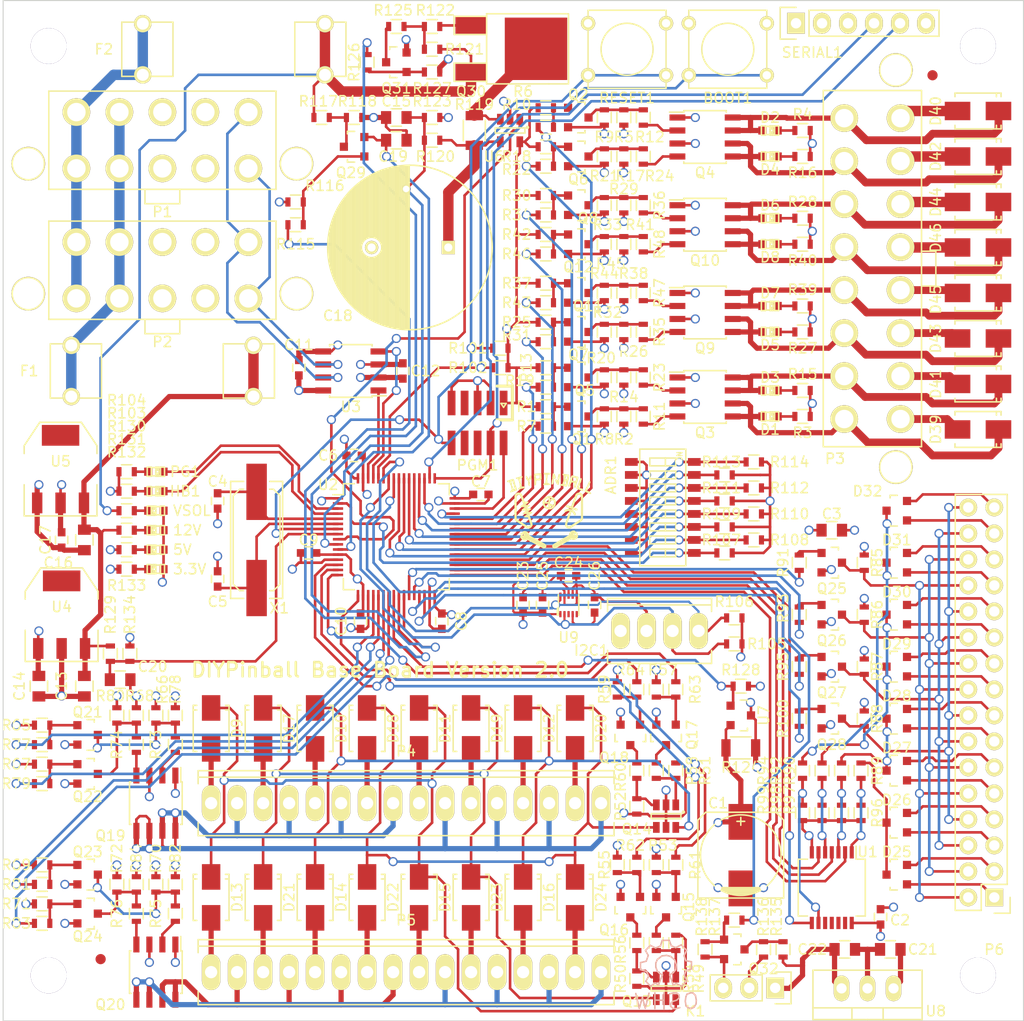
<source format=kicad_pcb>
(kicad_pcb (version 4) (host pcbnew "(2014-10-27 BZR 5228)-product")
  (layers (0 F.Cu signal) (1 Ground.Cu power hide) (2 Power.Cu mixed hide) (31 B.Cu signal) (34 B.Paste user) (35 F.Paste user) (36 B.SilkS user) (37 F.SilkS user) (38 B.Mask user) (39 F.Mask user) (44 Edge.Cuts user))
  (net 0 "")
  (net 1 "/Control Logic/ADDRESS0")
  (net 2 "/Control Logic/ADDRESS1")
  (net 3 "/Control Logic/ADDRESS2")
  (net 4 "/Control Logic/ADDRESS3")
  (net 5 "/Control Logic/ADDRESS4")
  (net 6 "/Control Logic/ADDRESS5")
  (net 7 "/Control Logic/ADDRESS6")
  (net 8 "/Control Logic/ADDRESS7")
  (net 9 "/Lamp Driver/LAMP_12V")
  (net 10 GND)
  (net 11 +12V)
  (net 12 "Net-(C4-Pad1)")
  (net 13 "Net-(C5-Pad1)")
  (net 14 +5V)
  (net 15 "/Control Logic/VSOL_IN_SENSE")
  (net 16 "/Solenoid Driver/SOL_PWR")
  (net 17 "/Control Logic/VSOL_SENSE")
  (net 18 "/Control Logic/12V_SENSE")
  (net 19 "Net-(C22-Pad1)")
  (net 20 "Net-(C26-Pad1)")
  (net 21 "Net-(D1-Pad2)")
  (net 22 "Net-(D1-Pad1)")
  (net 23 "Net-(D2-Pad2)")
  (net 24 "Net-(D2-Pad1)")
  (net 25 "Net-(D3-Pad2)")
  (net 26 "Net-(D3-Pad1)")
  (net 27 "Net-(D4-Pad2)")
  (net 28 "Net-(D4-Pad1)")
  (net 29 "Net-(D43-Pad1)")
  (net 30 "Net-(D5-Pad1)")
  (net 31 "Net-(D44-Pad1)")
  (net 32 "Net-(D6-Pad1)")
  (net 33 "Net-(D45-Pad1)")
  (net 34 "Net-(D7-Pad1)")
  (net 35 "Net-(D46-Pad1)")
  (net 36 "Net-(D8-Pad1)")
  (net 37 "Net-(D11-Pad1)")
  (net 38 "Net-(D9-Pad2)")
  (net 39 "Net-(D10-Pad1)")
  (net 40 "Net-(D10-Pad2)")
  (net 41 "Net-(D11-Pad2)")
  (net 42 "Net-(D12-Pad2)")
  (net 43 "Net-(D13-Pad2)")
  (net 44 "Net-(D14-Pad2)")
  (net 45 "Net-(D15-Pad2)")
  (net 46 "Net-(D16-Pad2)")
  (net 47 "Net-(D17-Pad1)")
  (net 48 "Net-(D17-Pad2)")
  (net 49 "Net-(D18-Pad1)")
  (net 50 "Net-(D18-Pad2)")
  (net 51 "Net-(D19-Pad2)")
  (net 52 "Net-(D20-Pad2)")
  (net 53 "Net-(D21-Pad2)")
  (net 54 "Net-(D22-Pad2)")
  (net 55 "Net-(D23-Pad2)")
  (net 56 "Net-(D24-Pad2)")
  (net 57 "Net-(D35-Pad1)")
  (net 58 "Net-(D36-Pad1)")
  (net 59 "Net-(D37-Pad1)")
  (net 60 "Net-(D38-Pad1)")
  (net 61 "/Power Supply/12V_IN")
  (net 62 "/Power Supply/VSOL_IN")
  (net 63 VEE)
  (net 64 "Net-(HB1-Pad2)")
  (net 65 "/Control Logic/HEARTBEAT")
  (net 66 /Accelerometer/SCL)
  (net 67 /Accelerometer/SDA)
  (net 68 "Net-(K1-Pad2)")
  (net 69 "/Control Logic/CANH")
  (net 70 "/Control Logic/CANL")
  (net 71 "Net-(P4-Pad2)")
  (net 72 "Net-(P4-Pad10)")
  (net 73 "Net-(P5-Pad2)")
  (net 74 "Net-(P5-Pad10)")
  (net 75 "Net-(D25-Pad1)")
  (net 76 "/Switch Matrix/COL0_SWITCHED")
  (net 77 "/Switch Matrix/COL1_SWITCHED")
  (net 78 "Net-(D26-Pad1)")
  (net 79 "/Switch Matrix/COL2_SWITCHED")
  (net 80 "/Switch Matrix/COL3_SWITCHED")
  (net 81 "Net-(D27-Pad1)")
  (net 82 "Net-(D28-Pad1)")
  (net 83 "Net-(D29-Pad1)")
  (net 84 "Net-(D30-Pad1)")
  (net 85 "Net-(D31-Pad1)")
  (net 86 "Net-(D32-Pad1)")
  (net 87 "Net-(PG1-Pad2)")
  (net 88 "/Control Logic/POWER_GOOD")
  (net 89 "/Control Logic/SWDIO")
  (net 90 "/Control Logic/SWCLK")
  (net 91 "Net-(Q3-Pad2)")
  (net 92 "Net-(Q3-Pad4)")
  (net 93 "Net-(Q4-Pad2)")
  (net 94 "Net-(Q4-Pad4)")
  (net 95 "Net-(Q9-Pad2)")
  (net 96 "Net-(Q9-Pad4)")
  (net 97 "Net-(Q10-Pad2)")
  (net 98 "Net-(Q10-Pad4)")
  (net 99 "Net-(Q19-Pad2)")
  (net 100 "Net-(Q19-Pad4)")
  (net 101 "Net-(Q20-Pad2)")
  (net 102 "Net-(Q20-Pad4)")
  (net 103 "Net-(Q1-Pad1)")
  (net 104 "Net-(Q1-Pad3)")
  (net 105 "Net-(Q2-Pad3)")
  (net 106 "Net-(Q2-Pad1)")
  (net 107 "/Control Logic/SOLENOID0")
  (net 108 "/Control Logic/SOLENOID7")
  (net 109 "Net-(Q5-Pad1)")
  (net 110 "Net-(Q5-Pad3)")
  (net 111 "Net-(Q6-Pad3)")
  (net 112 "Net-(Q6-Pad1)")
  (net 113 "/Control Logic/SOLENOID1")
  (net 114 "/Control Logic/SOLENOID6")
  (net 115 "Net-(Q7-Pad1)")
  (net 116 "Net-(Q7-Pad3)")
  (net 117 "Net-(Q8-Pad3)")
  (net 118 "Net-(Q8-Pad1)")
  (net 119 "/Control Logic/SOLENOID2")
  (net 120 "/Control Logic/SOLENOID5")
  (net 121 "Net-(Q11-Pad1)")
  (net 122 "Net-(Q11-Pad3)")
  (net 123 "Net-(Q12-Pad3)")
  (net 124 "Net-(Q12-Pad1)")
  (net 125 "/Control Logic/SOLENOID3")
  (net 126 "/Control Logic/SOLENOID4")
  (net 127 "Net-(Q13-Pad1)")
  (net 128 "Net-(Q13-Pad3)")
  (net 129 "Net-(Q14-Pad1)")
  (net 130 "Net-(Q14-Pad3)")
  (net 131 "Net-(Q15-Pad1)")
  (net 132 "Net-(Q15-Pad3)")
  (net 133 "Net-(Q16-Pad1)")
  (net 134 "Net-(Q16-Pad3)")
  (net 135 "Net-(Q17-Pad1)")
  (net 136 "Net-(Q17-Pad3)")
  (net 137 "Net-(Q18-Pad1)")
  (net 138 "Net-(Q18-Pad3)")
  (net 139 "/Control Logic/LAMP_ROW0")
  (net 140 "/Control Logic/LAMP_ROW1")
  (net 141 "/Control Logic/LAMP_ROW2")
  (net 142 "/Control Logic/LAMP_ROW3")
  (net 143 "Net-(Q21-Pad1)")
  (net 144 "Net-(Q21-Pad3)")
  (net 145 "Net-(Q22-Pad1)")
  (net 146 "Net-(Q22-Pad3)")
  (net 147 "Net-(Q23-Pad1)")
  (net 148 "Net-(Q23-Pad3)")
  (net 149 "Net-(Q24-Pad1)")
  (net 150 "Net-(Q24-Pad3)")
  (net 151 "/Control Logic/LAMP_COL0")
  (net 152 "/Control Logic/LAMP_COL1")
  (net 153 "/Control Logic/LAMP_COL2")
  (net 154 "/Control Logic/LAMP_COL3")
  (net 155 "Net-(R89-Pad1)")
  (net 156 "/Switch Matrix/ROW0_SWITCHED")
  (net 157 "Net-(R90-Pad1)")
  (net 158 "/Switch Matrix/ROW1_SWITCHED")
  (net 159 "Net-(Q25-Pad1)")
  (net 160 "/Switch Matrix/COL0")
  (net 161 "Net-(R92-Pad1)")
  (net 162 "/Switch Matrix/ROW2_SWITCHED")
  (net 163 "Net-(Q26-Pad1)")
  (net 164 "/Switch Matrix/COL1")
  (net 165 "Net-(R94-Pad1)")
  (net 166 "/Switch Matrix/ROW3_SWITCHED")
  (net 167 "Net-(Q27-Pad1)")
  (net 168 "/Switch Matrix/COL2")
  (net 169 "Net-(Q28-Pad1)")
  (net 170 "/Switch Matrix/COL3")
  (net 171 "/Control Logic/~RESET")
  (net 172 "/Control Logic/BOOTLOADER")
  (net 173 "Net-(Q29-Pad1)")
  (net 174 "/Control Logic/VSOL_MEASURE_CONTROL")
  (net 175 "Net-(Q29-Pad3)")
  (net 176 "Net-(Q30-PadD)")
  (net 177 "Net-(R121-Pad2)")
  (net 178 "Net-(Q31-Pad3)")
  (net 179 "Net-(Q31-Pad1)")
  (net 180 "/Control Logic/VSOL_PRECHARGE_PWM")
  (net 181 "/Power Supply/ILAMP_SENSE_OUT")
  (net 182 "Net-(Q32-Pad3)")
  (net 183 "Net-(Q32-Pad1)")
  (net 184 "/RGB LED Output/RGB_DATA")
  (net 185 "/Control Logic/RXD")
  (net 186 "/Switch Matrix/ROW0")
  (net 187 "/Switch Matrix/ROW1")
  (net 188 "/Switch Matrix/ROW2")
  (net 189 "/Switch Matrix/ROW3")
  (net 190 "/Power Supply/ISOL_SENSE_OUT")
  (net 191 "/Control Logic/CANRX")
  (net 192 "/Control Logic/CANTX")
  (net 193 +3.3V)
  (net 194 "Net-(Q30-PadG)")
  (net 195 "Net-(D25-Pad2)")
  (net 196 "Net-(D26-Pad2)")
  (net 197 "Net-(D27-Pad2)")
  (net 198 "Net-(D28-Pad2)")
  (net 199 "Net-(D29-Pad2)")
  (net 200 "Net-(D30-Pad2)")
  (net 201 "Net-(D31-Pad2)")
  (net 202 "Net-(D32-Pad2)")
  (module PinballParts:DIPSWITCH-SMT-08 (layer F.Cu) (at 120.3325 129.54 270)
    (fp_text reference ADR1 (at -3.175 5.08 270) (layer F.SilkS))
    (fp_text value DIPS_08 hide)
    (fp_text user ON (at -4.953 -1.651 270) (layer F.SilkS) (effects (font (size 0.5 0.5) (thickness 0.125))))
    (pad 16 smd rect (at -4.445 -3.075 270) (size 0.76 1.25) (layers F.Cu F.Paste F.Mask) (net 1 "/Control Logic/ADDRESS0"))
    (pad 15 smd rect (at -3.175 -3.075 270) (size 0.76 1.25) (layers F.Cu F.Paste F.Mask) (net 2 "/Control Logic/ADDRESS1"))
    (pad 14 smd rect (at -1.905 -3.075 270) (size 0.76 1.25) (layers F.Cu F.Paste F.Mask) (net 3 "/Control Logic/ADDRESS2"))
    (pad 13 smd rect (at -0.635 -3.075 270) (size 0.76 1.25) (layers F.Cu F.Paste F.Mask) (net 4 "/Control Logic/ADDRESS3"))
    (pad 12 smd rect (at 0.635 -3.075 270) (size 0.76 1.25) (layers F.Cu F.Paste F.Mask) (net 5 "/Control Logic/ADDRESS4"))
    (pad 11 smd rect (at 1.905 -3.075 270) (size 0.76 1.25) (layers F.Cu F.Paste F.Mask) (net 6 "/Control Logic/ADDRESS5"))
    (pad 10 smd rect (at 3.175 -3.075 270) (size 0.76 1.25) (layers F.Cu F.Paste F.Mask) (net 7 "/Control Logic/ADDRESS6"))
    (pad 9 smd rect (at 4.445 -3.075 270) (size 0.76 1.25) (layers F.Cu F.Paste F.Mask) (net 8 "/Control Logic/ADDRESS7"))
    (pad 1 smd rect (at -4.445 3.075 270) (size 0.76 1.25) (layers F.Cu F.Paste F.Mask) (net 193 +3.3V))
    (pad 2 smd rect (at -3.175 3.075 270) (size 0.76 1.25) (layers F.Cu F.Paste F.Mask) (net 193 +3.3V))
    (pad 3 smd rect (at -1.905 3.075 270) (size 0.76 1.25) (layers F.Cu F.Paste F.Mask) (net 193 +3.3V))
    (pad 4 smd rect (at -0.635 3.075 270) (size 0.76 1.25) (layers F.Cu F.Paste F.Mask) (net 193 +3.3V))
    (pad 5 smd rect (at 0.635 3.075 270) (size 0.76 1.25) (layers F.Cu F.Paste F.Mask) (net 193 +3.3V))
    (pad 6 smd rect (at 1.905 3.075 270) (size 0.76 1.25) (layers F.Cu F.Paste F.Mask) (net 193 +3.3V))
    (pad 7 smd rect (at 3.175 3.075 270) (size 0.76 1.25) (layers F.Cu F.Paste F.Mask) (net 193 +3.3V))
    (pad 8 smd rect (at 4.445 3.075 270) (size 0.76 1.25) (layers F.Cu F.Paste F.Mask) (net 193 +3.3V))
  )
  (module Capacitors_SMD:c_elec_8x10 (layer F.Cu) (at 127.9525 163.5125 90)
    (fp_text reference C1 (at 5.08 -2.2225 180) (layer F.SilkS))
    (fp_text value 47u)
    (pad 1 smd rect (at 3.2512 0 90) (size 3.50012 2.4003) (layers F.Cu F.Paste F.Mask) (net 9 "/Lamp Driver/LAMP_12V"))
    (pad 2 smd rect (at -3.2512 0 90) (size 3.50012 2.4003) (layers F.Cu F.Paste F.Mask) (net 10 GND))
  )
  (module Capacitors_SMD:C_0603 (layer F.Cu) (at 141.605 169.545 90)
    (fp_text reference C2 (at -0.3175 1.905 180) (layer F.SilkS))
    (fp_text value 100n)
    (pad 1 smd rect (at -0.75 0 90) (size 0.8 0.75) (layers F.Cu F.Paste F.Mask) (net 193 +3.3V))
    (pad 2 smd rect (at 0.75 0 90) (size 0.8 0.75) (layers F.Cu F.Paste F.Mask) (net 10 GND))
  )
  (module Capacitors_SMD:C_0805 (layer F.Cu) (at 136.8425 131.7625 180)
    (fp_text reference C3 (at 0 1.5875 180) (layer F.SilkS))
    (fp_text value 10u)
    (pad 1 smd rect (at -1 0 180) (size 1 1.25) (layers F.Cu F.Paste F.Mask) (net 11 +12V))
    (pad 2 smd rect (at 1 0 180) (size 1 1.25) (layers F.Cu F.Paste F.Mask) (net 10 GND))
  )
  (module Capacitors_SMD:C_0603 (layer F.Cu) (at 76.835 128.905 270)
    (fp_text reference C4 (at -1.905 0 360) (layer F.SilkS))
    (fp_text value 18p)
    (pad 1 smd rect (at -0.75 0 270) (size 0.8 0.75) (layers F.Cu F.Paste F.Mask) (net 12 "Net-(C4-Pad1)"))
    (pad 2 smd rect (at 0.75 0 270) (size 0.8 0.75) (layers F.Cu F.Paste F.Mask) (net 10 GND))
  )
  (module Capacitors_SMD:C_0603 (layer F.Cu) (at 76.835 136.525 90)
    (fp_text reference C5 (at -2.2225 0 180) (layer F.SilkS))
    (fp_text value 18p)
    (pad 1 smd rect (at -0.75 0 90) (size 0.8 0.75) (layers F.Cu F.Paste F.Mask) (net 13 "Net-(C5-Pad1)"))
    (pad 2 smd rect (at 0.75 0 90) (size 0.8 0.75) (layers F.Cu F.Paste F.Mask) (net 10 GND))
  )
  (module Capacitors_SMD:C_0603 (layer F.Cu) (at 90.17 124.46)
    (fp_text reference C6 (at -2.54 0) (layer F.SilkS))
    (fp_text value 10n)
    (pad 1 smd rect (at -0.75 0) (size 0.8 0.75) (layers F.Cu F.Paste F.Mask) (net 193 +3.3V))
    (pad 2 smd rect (at 0.75 0) (size 0.8 0.75) (layers F.Cu F.Paste F.Mask) (net 10 GND))
  )
  (module Capacitors_SMD:C_0603 (layer F.Cu) (at 102.5525 128.27)
    (fp_text reference C7 (at 0 -1.27) (layer F.SilkS))
    (fp_text value 10n)
    (pad 1 smd rect (at -0.75 0) (size 0.8 0.75) (layers F.Cu F.Paste F.Mask) (net 193 +3.3V))
    (pad 2 smd rect (at 0.75 0) (size 0.8 0.75) (layers F.Cu F.Paste F.Mask) (net 10 GND))
  )
  (module Capacitors_SMD:C_0603 (layer F.Cu) (at 98.7425 140.6525 270)
    (fp_text reference C8 (at 0 -1.9 270) (layer F.SilkS))
    (fp_text value 10n)
    (pad 1 smd rect (at -0.75 0 270) (size 0.8 0.75) (layers F.Cu F.Paste F.Mask) (net 193 +3.3V))
    (pad 2 smd rect (at 0.75 0 270) (size 0.8 0.75) (layers F.Cu F.Paste F.Mask) (net 10 GND))
  )
  (module Capacitors_SMD:C_0603 (layer F.Cu) (at 85.725 133.985)
    (fp_text reference C9 (at 0 -1.27) (layer F.SilkS))
    (fp_text value 100n)
    (pad 1 smd rect (at -0.75 0) (size 0.8 0.75) (layers F.Cu F.Paste F.Mask) (net 193 +3.3V))
    (pad 2 smd rect (at 0.75 0) (size 0.8 0.75) (layers F.Cu F.Paste F.Mask) (net 10 GND))
  )
  (module Capacitors_SMD:C_0603 (layer F.Cu) (at 90.805 140.6525 90)
    (fp_text reference C10 (at 0 -1.9 90) (layer F.SilkS))
    (fp_text value 100n)
    (pad 1 smd rect (at -0.75 0 90) (size 0.8 0.75) (layers F.Cu F.Paste F.Mask) (net 193 +3.3V))
    (pad 2 smd rect (at 0.75 0 90) (size 0.8 0.75) (layers F.Cu F.Paste F.Mask) (net 10 GND))
  )
  (module Capacitors_SMD:C_0603 (layer F.Cu) (at 84.7725 115.8875 270)
    (fp_text reference C11 (at -2.2225 0 360) (layer F.SilkS))
    (fp_text value 100n)
    (pad 1 smd rect (at -0.75 0 270) (size 0.8 0.75) (layers F.Cu F.Paste F.Mask) (net 193 +3.3V))
    (pad 2 smd rect (at 0.75 0 270) (size 0.8 0.75) (layers F.Cu F.Paste F.Mask) (net 10 GND))
  )
  (module Capacitors_SMD:C_0603 (layer F.Cu) (at 94.9325 116.205 270)
    (fp_text reference C12 (at 0 -2.2225 540) (layer F.SilkS))
    (fp_text value 100n)
    (pad 1 smd rect (at -0.75 0 270) (size 0.8 0.75) (layers F.Cu F.Paste F.Mask) (net 14 +5V))
    (pad 2 smd rect (at 0.75 0 270) (size 0.8 0.75) (layers F.Cu F.Paste F.Mask) (net 10 GND))
  )
  (module Capacitors_SMD:C_0805 (layer F.Cu) (at 63.8175 147.0025 270)
    (fp_text reference C13 (at 0 2.2225 270) (layer F.SilkS))
    (fp_text value 10u)
    (pad 1 smd rect (at -1 0 270) (size 1 1.25) (layers F.Cu F.Paste F.Mask) (net 11 +12V))
    (pad 2 smd rect (at 1 0 270) (size 1 1.25) (layers F.Cu F.Paste F.Mask) (net 10 GND))
  )
  (module Capacitors_SMD:C_0805 (layer F.Cu) (at 59.3725 147.0025 270)
    (fp_text reference C14 (at 0 1.905 270) (layer F.SilkS))
    (fp_text value 10u)
    (pad 1 smd rect (at -1 0 270) (size 1 1.25) (layers F.Cu F.Paste F.Mask) (net 14 +5V))
    (pad 2 smd rect (at 1 0 270) (size 1 1.25) (layers F.Cu F.Paste F.Mask) (net 10 GND))
  )
  (module Capacitors_SMD:C_0805 (layer F.Cu) (at 94.2975 93.6625)
    (fp_text reference C15 (at 0 -3.81) (layer F.SilkS))
    (fp_text value 10u)
    (pad 1 smd rect (at -1 0) (size 1 1.25) (layers F.Cu F.Paste F.Mask) (net 15 "/Control Logic/VSOL_IN_SENSE"))
    (pad 2 smd rect (at 1 0) (size 1 1.25) (layers F.Cu F.Paste F.Mask) (net 10 GND))
  )
  (module Capacitors_SMD:C_0805 (layer F.Cu) (at 63.8175 132.715 270)
    (fp_text reference C16 (at 2.2225 2.54 360) (layer F.SilkS))
    (fp_text value 10u)
    (pad 1 smd rect (at -1 0 270) (size 1 1.25) (layers F.Cu F.Paste F.Mask) (net 11 +12V))
    (pad 2 smd rect (at 1 0 270) (size 1 1.25) (layers F.Cu F.Paste F.Mask) (net 10 GND))
  )
  (module Capacitors_SMD:C_0603 (layer F.Cu) (at 61.595 132.715 270)
    (fp_text reference C17 (at 0 1.5875 270) (layer F.SilkS))
    (fp_text value 4.7u)
    (pad 1 smd rect (at -0.75 0 270) (size 0.8 0.75) (layers F.Cu F.Paste F.Mask) (net 193 +3.3V))
    (pad 2 smd rect (at 0.75 0 270) (size 0.8 0.75) (layers F.Cu F.Paste F.Mask) (net 10 GND))
  )
  (module Capacitors_ThroughHole:C_Radial_D16_L25_P7.5 (layer F.Cu) (at 99.3775 104.14 180)
    (fp_text reference C18 (at 10.795 -6.6675 180) (layer F.SilkS))
    (fp_text value 470u)
    (pad 1 thru_hole rect (at 0 0 180) (size 1.3 1.3) (drill 0.8) (layers *.Cu *.Mask F.SilkS) (net 16 "/Solenoid Driver/SOL_PWR"))
    (pad 2 thru_hole circle (at 7.5 0 180) (size 1.3 1.3) (drill 0.8) (layers *.Cu *.Mask F.SilkS) (net 10 GND))
  )
  (module Capacitors_SMD:C_0805 (layer F.Cu) (at 94.2975 91.44 180)
    (fp_text reference C19 (at 0.3175 -3.81 180) (layer F.SilkS))
    (fp_text value 10u)
    (pad 1 smd rect (at -1 0 180) (size 1 1.25) (layers F.Cu F.Paste F.Mask) (net 17 "/Control Logic/VSOL_SENSE"))
    (pad 2 smd rect (at 1 0 180) (size 1 1.25) (layers F.Cu F.Paste F.Mask) (net 10 GND))
  )
  (module Capacitors_SMD:C_0805 (layer F.Cu) (at 67.31 146.3675)
    (fp_text reference C20 (at 3.175 -1.27) (layer F.SilkS))
    (fp_text value 10u)
    (pad 1 smd rect (at -1 0) (size 1 1.25) (layers F.Cu F.Paste F.Mask) (net 18 "/Control Logic/12V_SENSE"))
    (pad 2 smd rect (at 1 0) (size 1 1.25) (layers F.Cu F.Paste F.Mask) (net 10 GND))
  )
  (module Capacitors_SMD:C_0805 (layer F.Cu) (at 142.5575 172.72 180)
    (fp_text reference C21 (at -3.175 0 180) (layer F.SilkS))
    (fp_text value 10u)
    (pad 1 smd rect (at -1 0 180) (size 1 1.25) (layers F.Cu F.Paste F.Mask) (net 11 +12V))
    (pad 2 smd rect (at 1 0 180) (size 1 1.25) (layers F.Cu F.Paste F.Mask) (net 10 GND))
  )
  (module Capacitors_SMD:C_0805 (layer F.Cu) (at 138.1125 172.72)
    (fp_text reference C22 (at -3.175 0) (layer F.SilkS))
    (fp_text value 10u)
    (pad 1 smd rect (at -1 0) (size 1 1.25) (layers F.Cu F.Paste F.Mask) (net 19 "Net-(C22-Pad1)"))
    (pad 2 smd rect (at 1 0) (size 1 1.25) (layers F.Cu F.Paste F.Mask) (net 10 GND))
  )
  (module Capacitors_SMD:C_0603 (layer F.Cu) (at 106.68 139.065 90)
    (fp_text reference C23 (at 2.8575 0 90) (layer F.SilkS))
    (fp_text value 100n)
    (pad 1 smd rect (at -0.75 0 90) (size 0.8 0.75) (layers F.Cu F.Paste F.Mask) (net 193 +3.3V))
    (pad 2 smd rect (at 0.75 0 90) (size 0.8 0.75) (layers F.Cu F.Paste F.Mask) (net 10 GND))
  )
  (module Capacitors_SMD:C_0603 (layer F.Cu) (at 111.125 136.2075)
    (fp_text reference C24 (at 0 -1.27) (layer F.SilkS))
    (fp_text value 100n)
    (pad 1 smd rect (at -0.75 0) (size 0.8 0.75) (layers F.Cu F.Paste F.Mask) (net 193 +3.3V))
    (pad 2 smd rect (at 0.75 0) (size 0.8 0.75) (layers F.Cu F.Paste F.Mask) (net 10 GND))
  )
  (module Capacitors_SMD:C_0603 (layer F.Cu) (at 108.585 139.065 90)
    (fp_text reference C25 (at 2.8575 0 90) (layer F.SilkS))
    (fp_text value 1u)
    (pad 1 smd rect (at -0.75 0 90) (size 0.8 0.75) (layers F.Cu F.Paste F.Mask) (net 193 +3.3V))
    (pad 2 smd rect (at 0.75 0 90) (size 0.8 0.75) (layers F.Cu F.Paste F.Mask) (net 10 GND))
  )
  (module Capacitors_SMD:C_0603 (layer F.Cu) (at 113.665 139.065 90)
    (fp_text reference C26 (at 2.8575 0 90) (layer F.SilkS))
    (fp_text value 100n)
    (pad 1 smd rect (at -0.75 0 90) (size 0.8 0.75) (layers F.Cu F.Paste F.Mask) (net 20 "Net-(C26-Pad1)"))
    (pad 2 smd rect (at 0.75 0 90) (size 0.8 0.75) (layers F.Cu F.Paste F.Mask) (net 10 GND))
  )
  (module LEDs:LED-0603 (layer F.Cu) (at 130.81 120.65 180)
    (fp_text reference D1 (at 0 -1.27 180) (layer F.SilkS))
    (fp_text value LED)
    (pad 2 smd rect (at 0.7493 0) (size 0.79756 0.79756) (layers F.Cu F.Paste F.Mask) (net 21 "Net-(D1-Pad2)"))
    (pad 1 smd rect (at -0.7493 0) (size 0.79756 0.79756) (layers F.Cu F.Paste F.Mask) (net 22 "Net-(D1-Pad1)"))
  )
  (module LEDs:LED-0603 (layer F.Cu) (at 130.81 92.71 180)
    (fp_text reference D2 (at 0 1.27 180) (layer F.SilkS))
    (fp_text value LED)
    (pad 2 smd rect (at 0.7493 0) (size 0.79756 0.79756) (layers F.Cu F.Paste F.Mask) (net 23 "Net-(D2-Pad2)"))
    (pad 1 smd rect (at -0.7493 0) (size 0.79756 0.79756) (layers F.Cu F.Paste F.Mask) (net 24 "Net-(D2-Pad1)"))
  )
  (module LEDs:LED-0603 (layer F.Cu) (at 130.81 118.11 180)
    (fp_text reference D3 (at 0 1.27 180) (layer F.SilkS))
    (fp_text value LED)
    (pad 2 smd rect (at 0.7493 0) (size 0.79756 0.79756) (layers F.Cu F.Paste F.Mask) (net 25 "Net-(D3-Pad2)"))
    (pad 1 smd rect (at -0.7493 0) (size 0.79756 0.79756) (layers F.Cu F.Paste F.Mask) (net 26 "Net-(D3-Pad1)"))
  )
  (module LEDs:LED-0603 (layer F.Cu) (at 130.81 95.25 180)
    (fp_text reference D4 (at 0 -1.27 180) (layer F.SilkS))
    (fp_text value LED)
    (pad 2 smd rect (at 0.7493 0) (size 0.79756 0.79756) (layers F.Cu F.Paste F.Mask) (net 27 "Net-(D4-Pad2)"))
    (pad 1 smd rect (at -0.7493 0) (size 0.79756 0.79756) (layers F.Cu F.Paste F.Mask) (net 28 "Net-(D4-Pad1)"))
  )
  (module LEDs:LED-0603 (layer F.Cu) (at 130.81 112.395 180)
    (fp_text reference D5 (at 0 -1.27 180) (layer F.SilkS))
    (fp_text value LED)
    (pad 2 smd rect (at 0.7493 0) (size 0.79756 0.79756) (layers F.Cu F.Paste F.Mask) (net 29 "Net-(D43-Pad1)"))
    (pad 1 smd rect (at -0.7493 0) (size 0.79756 0.79756) (layers F.Cu F.Paste F.Mask) (net 30 "Net-(D5-Pad1)"))
  )
  (module LEDs:LED-0603 (layer F.Cu) (at 130.81 101.2825 180)
    (fp_text reference D6 (at 0 1.27 180) (layer F.SilkS))
    (fp_text value LED)
    (pad 2 smd rect (at 0.7493 0) (size 0.79756 0.79756) (layers F.Cu F.Paste F.Mask) (net 31 "Net-(D44-Pad1)"))
    (pad 1 smd rect (at -0.7493 0) (size 0.79756 0.79756) (layers F.Cu F.Paste F.Mask) (net 32 "Net-(D6-Pad1)"))
  )
  (module LEDs:LED-0603 (layer F.Cu) (at 130.81 109.855 180)
    (fp_text reference D7 (at 0 1.27 180) (layer F.SilkS))
    (fp_text value LED)
    (pad 2 smd rect (at 0.7493 0) (size 0.79756 0.79756) (layers F.Cu F.Paste F.Mask) (net 33 "Net-(D45-Pad1)"))
    (pad 1 smd rect (at -0.7493 0) (size 0.79756 0.79756) (layers F.Cu F.Paste F.Mask) (net 34 "Net-(D7-Pad1)"))
  )
  (module LEDs:LED-0603 (layer F.Cu) (at 130.81 103.8225 180)
    (fp_text reference D8 (at 0 -1.27 180) (layer F.SilkS))
    (fp_text value LED)
    (pad 2 smd rect (at 0.7493 0) (size 0.79756 0.79756) (layers F.Cu F.Paste F.Mask) (net 35 "Net-(D46-Pad1)"))
    (pad 1 smd rect (at -0.7493 0) (size 0.79756 0.79756) (layers F.Cu F.Paste F.Mask) (net 36 "Net-(D8-Pad1)"))
  )
  (module Diodes_SMD:Diode-SMA_Standard (layer F.Cu) (at 76.2 151.13 270)
    (fp_text reference D9 (at 0 -2.54 270) (layer F.SilkS))
    (fp_text value S1M)
    (pad 1 smd rect (at -1.99898 0 270) (size 2.49936 1.80086) (layers F.Cu F.Paste F.Mask) (net 37 "Net-(D11-Pad1)"))
    (pad 2 smd rect (at 1.99898 0 270) (size 2.49936 1.80086) (layers F.Cu F.Paste F.Mask) (net 38 "Net-(D9-Pad2)"))
  )
  (module Diodes_SMD:Diode-SMA_Standard (layer F.Cu) (at 86.36 151.13 270)
    (fp_text reference D10 (at 0 -2.54 270) (layer F.SilkS))
    (fp_text value S1M)
    (pad 1 smd rect (at -1.99898 0 270) (size 2.49936 1.80086) (layers F.Cu F.Paste F.Mask) (net 39 "Net-(D10-Pad1)"))
    (pad 2 smd rect (at 1.99898 0 270) (size 2.49936 1.80086) (layers F.Cu F.Paste F.Mask) (net 40 "Net-(D10-Pad2)"))
  )
  (module Diodes_SMD:Diode-SMA_Standard (layer F.Cu) (at 96.52 151.13 270)
    (fp_text reference D11 (at 0 -2.54 270) (layer F.SilkS))
    (fp_text value S1M)
    (pad 1 smd rect (at -1.99898 0 270) (size 2.49936 1.80086) (layers F.Cu F.Paste F.Mask) (net 37 "Net-(D11-Pad1)"))
    (pad 2 smd rect (at 1.99898 0 270) (size 2.49936 1.80086) (layers F.Cu F.Paste F.Mask) (net 41 "Net-(D11-Pad2)"))
  )
  (module Diodes_SMD:Diode-SMA_Standard (layer F.Cu) (at 106.68 151.13 270)
    (fp_text reference D12 (at 0 -2.54 270) (layer F.SilkS))
    (fp_text value S1M)
    (pad 1 smd rect (at -1.99898 0 270) (size 2.49936 1.80086) (layers F.Cu F.Paste F.Mask) (net 39 "Net-(D10-Pad1)"))
    (pad 2 smd rect (at 1.99898 0 270) (size 2.49936 1.80086) (layers F.Cu F.Paste F.Mask) (net 42 "Net-(D12-Pad2)"))
  )
  (module Diodes_SMD:Diode-SMA_Standard (layer F.Cu) (at 76.2 167.64 270)
    (fp_text reference D13 (at 0 -2.54 270) (layer F.SilkS))
    (fp_text value S1M)
    (pad 1 smd rect (at -1.99898 0 270) (size 2.49936 1.80086) (layers F.Cu F.Paste F.Mask) (net 37 "Net-(D11-Pad1)"))
    (pad 2 smd rect (at 1.99898 0 270) (size 2.49936 1.80086) (layers F.Cu F.Paste F.Mask) (net 43 "Net-(D13-Pad2)"))
  )
  (module Diodes_SMD:Diode-SMA_Standard (layer F.Cu) (at 86.36 167.64 270)
    (fp_text reference D14 (at 0 -2.54 270) (layer F.SilkS))
    (fp_text value S1M)
    (pad 1 smd rect (at -1.99898 0 270) (size 2.49936 1.80086) (layers F.Cu F.Paste F.Mask) (net 39 "Net-(D10-Pad1)"))
    (pad 2 smd rect (at 1.99898 0 270) (size 2.49936 1.80086) (layers F.Cu F.Paste F.Mask) (net 44 "Net-(D14-Pad2)"))
  )
  (module Diodes_SMD:Diode-SMA_Standard (layer F.Cu) (at 96.52 167.64 270)
    (fp_text reference D15 (at 0 -2.54 270) (layer F.SilkS))
    (fp_text value S1M)
    (pad 1 smd rect (at -1.99898 0 270) (size 2.49936 1.80086) (layers F.Cu F.Paste F.Mask) (net 37 "Net-(D11-Pad1)"))
    (pad 2 smd rect (at 1.99898 0 270) (size 2.49936 1.80086) (layers F.Cu F.Paste F.Mask) (net 45 "Net-(D15-Pad2)"))
  )
  (module Diodes_SMD:Diode-SMA_Standard (layer F.Cu) (at 106.68 167.64 270)
    (fp_text reference D16 (at 0 -2.54 270) (layer F.SilkS))
    (fp_text value S1M)
    (pad 1 smd rect (at -1.99898 0 270) (size 2.49936 1.80086) (layers F.Cu F.Paste F.Mask) (net 39 "Net-(D10-Pad1)"))
    (pad 2 smd rect (at 1.99898 0 270) (size 2.49936 1.80086) (layers F.Cu F.Paste F.Mask) (net 46 "Net-(D16-Pad2)"))
  )
  (module Diodes_SMD:Diode-SMA_Standard (layer F.Cu) (at 81.28 151.13 270)
    (fp_text reference D17 (at 0 -2.54 270) (layer F.SilkS))
    (fp_text value S1M)
    (pad 1 smd rect (at -1.99898 0 270) (size 2.49936 1.80086) (layers F.Cu F.Paste F.Mask) (net 47 "Net-(D17-Pad1)"))
    (pad 2 smd rect (at 1.99898 0 270) (size 2.49936 1.80086) (layers F.Cu F.Paste F.Mask) (net 48 "Net-(D17-Pad2)"))
  )
  (module Diodes_SMD:Diode-SMA_Standard (layer F.Cu) (at 91.44 151.13 270)
    (fp_text reference D18 (at 0 -2.54 270) (layer F.SilkS))
    (fp_text value S1M)
    (pad 1 smd rect (at -1.99898 0 270) (size 2.49936 1.80086) (layers F.Cu F.Paste F.Mask) (net 49 "Net-(D18-Pad1)"))
    (pad 2 smd rect (at 1.99898 0 270) (size 2.49936 1.80086) (layers F.Cu F.Paste F.Mask) (net 50 "Net-(D18-Pad2)"))
  )
  (module Diodes_SMD:Diode-SMA_Standard (layer F.Cu) (at 101.6 151.13 270)
    (fp_text reference D19 (at 0 -2.54 270) (layer F.SilkS))
    (fp_text value S1M)
    (pad 1 smd rect (at -1.99898 0 270) (size 2.49936 1.80086) (layers F.Cu F.Paste F.Mask) (net 47 "Net-(D17-Pad1)"))
    (pad 2 smd rect (at 1.99898 0 270) (size 2.49936 1.80086) (layers F.Cu F.Paste F.Mask) (net 51 "Net-(D19-Pad2)"))
  )
  (module Diodes_SMD:Diode-SMA_Standard (layer F.Cu) (at 111.76 151.13 270)
    (fp_text reference D20 (at 0 -2.54 270) (layer F.SilkS))
    (fp_text value S1M)
    (pad 1 smd rect (at -1.99898 0 270) (size 2.49936 1.80086) (layers F.Cu F.Paste F.Mask) (net 49 "Net-(D18-Pad1)"))
    (pad 2 smd rect (at 1.99898 0 270) (size 2.49936 1.80086) (layers F.Cu F.Paste F.Mask) (net 52 "Net-(D20-Pad2)"))
  )
  (module Diodes_SMD:Diode-SMA_Standard (layer F.Cu) (at 81.28 167.64 270)
    (fp_text reference D21 (at 0 -2.54 270) (layer F.SilkS))
    (fp_text value S1M)
    (pad 1 smd rect (at -1.99898 0 270) (size 2.49936 1.80086) (layers F.Cu F.Paste F.Mask) (net 47 "Net-(D17-Pad1)"))
    (pad 2 smd rect (at 1.99898 0 270) (size 2.49936 1.80086) (layers F.Cu F.Paste F.Mask) (net 53 "Net-(D21-Pad2)"))
  )
  (module Diodes_SMD:Diode-SMA_Standard (layer F.Cu) (at 91.44 167.64 270)
    (fp_text reference D22 (at 0 -2.54 270) (layer F.SilkS))
    (fp_text value S1M)
    (pad 1 smd rect (at -1.99898 0 270) (size 2.49936 1.80086) (layers F.Cu F.Paste F.Mask) (net 49 "Net-(D18-Pad1)"))
    (pad 2 smd rect (at 1.99898 0 270) (size 2.49936 1.80086) (layers F.Cu F.Paste F.Mask) (net 54 "Net-(D22-Pad2)"))
  )
  (module Diodes_SMD:Diode-SMA_Standard (layer F.Cu) (at 101.6 167.64 270)
    (fp_text reference D23 (at 0 -2.54 270) (layer F.SilkS))
    (fp_text value S1M)
    (pad 1 smd rect (at -1.99898 0 270) (size 2.49936 1.80086) (layers F.Cu F.Paste F.Mask) (net 47 "Net-(D17-Pad1)"))
    (pad 2 smd rect (at 1.99898 0 270) (size 2.49936 1.80086) (layers F.Cu F.Paste F.Mask) (net 55 "Net-(D23-Pad2)"))
  )
  (module Diodes_SMD:Diode-SMA_Standard (layer F.Cu) (at 111.76 167.64 270)
    (fp_text reference D24 (at 0 -2.54 270) (layer F.SilkS))
    (fp_text value S1M)
    (pad 1 smd rect (at -1.99898 0 270) (size 2.49936 1.80086) (layers F.Cu F.Paste F.Mask) (net 49 "Net-(D18-Pad1)"))
    (pad 2 smd rect (at 1.99898 0 270) (size 2.49936 1.80086) (layers F.Cu F.Paste F.Mask) (net 56 "Net-(D24-Pad2)"))
  )
  (module LEDs:LED-0603 (layer F.Cu) (at 70.8025 129.8575)
    (fp_text reference D35 hide)
    (fp_text value LED)
    (pad 2 smd rect (at 0.7493 0 180) (size 0.79756 0.79756) (layers F.Cu F.Paste F.Mask) (net 10 GND))
    (pad 1 smd rect (at -0.7493 0 180) (size 0.79756 0.79756) (layers F.Cu F.Paste F.Mask) (net 57 "Net-(D35-Pad1)"))
  )
  (module LEDs:LED-0603 (layer F.Cu) (at 70.8025 131.7625)
    (fp_text reference D36 hide)
    (fp_text value LED)
    (pad 2 smd rect (at 0.7493 0 180) (size 0.79756 0.79756) (layers F.Cu F.Paste F.Mask) (net 10 GND))
    (pad 1 smd rect (at -0.7493 0 180) (size 0.79756 0.79756) (layers F.Cu F.Paste F.Mask) (net 58 "Net-(D36-Pad1)"))
  )
  (module LEDs:LED-0603 (layer F.Cu) (at 70.8025 133.6675)
    (fp_text reference D37 hide)
    (fp_text value LED)
    (pad 2 smd rect (at 0.7493 0 180) (size 0.79756 0.79756) (layers F.Cu F.Paste F.Mask) (net 10 GND))
    (pad 1 smd rect (at -0.7493 0 180) (size 0.79756 0.79756) (layers F.Cu F.Paste F.Mask) (net 59 "Net-(D37-Pad1)"))
  )
  (module LEDs:LED-0603 (layer F.Cu) (at 70.8025 135.5725)
    (fp_text reference D38 hide)
    (fp_text value LED)
    (pad 2 smd rect (at 0.7493 0 180) (size 0.79756 0.79756) (layers F.Cu F.Paste F.Mask) (net 10 GND))
    (pad 1 smd rect (at -0.7493 0 180) (size 0.79756 0.79756) (layers F.Cu F.Paste F.Mask) (net 60 "Net-(D38-Pad1)"))
  )
  (module Diodes_SMD:Diode-SMA_Standard (layer F.Cu) (at 151.13 121.92 180)
    (fp_text reference D39 (at 4.1275 0 270) (layer F.SilkS))
    (fp_text value S1M)
    (pad 1 smd rect (at -1.99898 0 180) (size 2.49936 1.80086) (layers F.Cu F.Paste F.Mask) (net 21 "Net-(D1-Pad2)"))
    (pad 2 smd rect (at 1.99898 0 180) (size 2.49936 1.80086) (layers F.Cu F.Paste F.Mask) (net 16 "/Solenoid Driver/SOL_PWR"))
  )
  (module Diodes_SMD:Diode-SMA_Standard (layer F.Cu) (at 151.13 90.805 180)
    (fp_text reference D40 (at 4.1275 0 270) (layer F.SilkS))
    (fp_text value S1M)
    (pad 1 smd rect (at -1.99898 0 180) (size 2.49936 1.80086) (layers F.Cu F.Paste F.Mask) (net 23 "Net-(D2-Pad2)"))
    (pad 2 smd rect (at 1.99898 0 180) (size 2.49936 1.80086) (layers F.Cu F.Paste F.Mask) (net 16 "/Solenoid Driver/SOL_PWR"))
  )
  (module Diodes_SMD:Diode-SMA_Standard (layer F.Cu) (at 151.13 117.475 180)
    (fp_text reference D41 (at 4.1275 0 270) (layer F.SilkS))
    (fp_text value S1M)
    (pad 1 smd rect (at -1.99898 0 180) (size 2.49936 1.80086) (layers F.Cu F.Paste F.Mask) (net 25 "Net-(D3-Pad2)"))
    (pad 2 smd rect (at 1.99898 0 180) (size 2.49936 1.80086) (layers F.Cu F.Paste F.Mask) (net 16 "/Solenoid Driver/SOL_PWR"))
  )
  (module Diodes_SMD:Diode-SMA_Standard (layer F.Cu) (at 151.13 95.25 180)
    (fp_text reference D42 (at 4.1275 0 270) (layer F.SilkS))
    (fp_text value S1M)
    (pad 1 smd rect (at -1.99898 0 180) (size 2.49936 1.80086) (layers F.Cu F.Paste F.Mask) (net 27 "Net-(D4-Pad2)"))
    (pad 2 smd rect (at 1.99898 0 180) (size 2.49936 1.80086) (layers F.Cu F.Paste F.Mask) (net 16 "/Solenoid Driver/SOL_PWR"))
  )
  (module Diodes_SMD:Diode-SMA_Standard (layer F.Cu) (at 151.13 113.03 180)
    (fp_text reference D43 (at 4.1275 0 270) (layer F.SilkS))
    (fp_text value S1M)
    (pad 1 smd rect (at -1.99898 0 180) (size 2.49936 1.80086) (layers F.Cu F.Paste F.Mask) (net 29 "Net-(D43-Pad1)"))
    (pad 2 smd rect (at 1.99898 0 180) (size 2.49936 1.80086) (layers F.Cu F.Paste F.Mask) (net 16 "/Solenoid Driver/SOL_PWR"))
  )
  (module Diodes_SMD:Diode-SMA_Standard (layer F.Cu) (at 151.13 99.695 180)
    (fp_text reference D44 (at 4.1275 0 270) (layer F.SilkS))
    (fp_text value S1M)
    (pad 1 smd rect (at -1.99898 0 180) (size 2.49936 1.80086) (layers F.Cu F.Paste F.Mask) (net 31 "Net-(D44-Pad1)"))
    (pad 2 smd rect (at 1.99898 0 180) (size 2.49936 1.80086) (layers F.Cu F.Paste F.Mask) (net 16 "/Solenoid Driver/SOL_PWR"))
  )
  (module Diodes_SMD:Diode-SMA_Standard (layer F.Cu) (at 151.13 108.585 180)
    (fp_text reference D45 (at 4.1275 -0.635 270) (layer F.SilkS))
    (fp_text value S1M)
    (pad 1 smd rect (at -1.99898 0 180) (size 2.49936 1.80086) (layers F.Cu F.Paste F.Mask) (net 33 "Net-(D45-Pad1)"))
    (pad 2 smd rect (at 1.99898 0 180) (size 2.49936 1.80086) (layers F.Cu F.Paste F.Mask) (net 16 "/Solenoid Driver/SOL_PWR"))
  )
  (module Diodes_SMD:Diode-SMA_Standard (layer F.Cu) (at 151.13 104.14 180)
    (fp_text reference D46 (at 4.1275 0.9525 270) (layer F.SilkS))
    (fp_text value S1M)
    (pad 1 smd rect (at -1.99898 0 180) (size 2.49936 1.80086) (layers F.Cu F.Paste F.Mask) (net 35 "Net-(D46-Pad1)"))
    (pad 2 smd rect (at 1.99898 0 180) (size 2.49936 1.80086) (layers F.Cu F.Paste F.Mask) (net 16 "/Solenoid Driver/SOL_PWR"))
  )
  (module PinballParts:FC203-20MM (layer F.Cu) (at 71.4375 116.205)
    (fp_text reference F1 (at -13.0175 0) (layer F.SilkS))
    (fp_text value FUSE hide)
    (pad 1 thru_hole circle (at -8.9 -2.5) (size 1.7 1.7) (drill 1.17) (layers *.Cu *.Mask F.SilkS) (net 61 "/Power Supply/12V_IN"))
    (pad 1 thru_hole circle (at -8.9 2.5) (size 1.7 1.7) (drill 1.17) (layers *.Cu *.Mask F.SilkS) (net 61 "/Power Supply/12V_IN"))
    (pad 2 thru_hole circle (at 8.9 2.5) (size 1.7 1.7) (drill 1.17) (layers *.Cu *.Mask F.SilkS) (net 11 +12V))
    (pad 2 thru_hole circle (at 8.9 -2.5) (size 1.7 1.7) (drill 1.17) (layers *.Cu *.Mask F.SilkS) (net 11 +12V))
  )
  (module PinballParts:FC203-20MM (layer F.Cu) (at 78.4225 84.7725)
    (fp_text reference F2 (at -12.7 0) (layer F.SilkS))
    (fp_text value FUSE hide)
    (pad 1 thru_hole circle (at -8.9 -2.5) (size 1.7 1.7) (drill 1.17) (layers *.Cu *.Mask F.SilkS) (net 62 "/Power Supply/VSOL_IN"))
    (pad 1 thru_hole circle (at -8.9 2.5) (size 1.7 1.7) (drill 1.17) (layers *.Cu *.Mask F.SilkS) (net 62 "/Power Supply/VSOL_IN"))
    (pad 2 thru_hole circle (at 8.9 2.5) (size 1.7 1.7) (drill 1.17) (layers *.Cu *.Mask F.SilkS) (net 63 VEE))
    (pad 2 thru_hole circle (at 8.9 -2.5) (size 1.7 1.7) (drill 1.17) (layers *.Cu *.Mask F.SilkS) (net 63 VEE))
  )
  (module LEDs:LED-0603 (layer F.Cu) (at 70.8025 127.9525 180)
    (fp_text reference HB1 (at -2.8575 0 180) (layer F.SilkS))
    (fp_text value LED)
    (pad 2 smd rect (at 0.7493 0) (size 0.79756 0.79756) (layers F.Cu F.Paste F.Mask) (net 64 "Net-(HB1-Pad2)"))
    (pad 1 smd rect (at -0.7493 0) (size 0.79756 0.79756) (layers F.Cu F.Paste F.Mask) (net 65 "/Control Logic/HEARTBEAT"))
  )
  (module Sockets_MOLEX_KK-System:Socket_MOLEX-KK-RM2-54mm_Lock_4pin_straight (layer F.Cu) (at 120.015 141.605)
    (fp_text reference I2C1 (at -6.6675 1.905) (layer F.SilkS))
    (fp_text value CONN_4)
    (pad 1 thru_hole oval (at -3.81 0) (size 1.80086 3.50012) (drill 1.19888) (layers *.Cu *.Mask F.SilkS) (net 193 +3.3V))
    (pad 2 thru_hole oval (at -1.27 0) (size 1.80086 3.50012) (drill 1.19888) (layers *.Cu *.Mask F.SilkS) (net 10 GND))
    (pad 3 thru_hole oval (at 1.27 0) (size 1.80086 3.50012) (drill 1.19888) (layers *.Cu *.Mask F.SilkS) (net 66 /Accelerometer/SCL))
    (pad 4 thru_hole oval (at 3.81 0) (size 1.80086 3.50012) (drill 1.19888) (layers *.Cu *.Mask F.SilkS) (net 67 /Accelerometer/SDA))
  )
  (module Socket_Strips:Socket_Strip_Straight_1x03 (layer F.Cu) (at 131.313679 176.48225 180)
    (fp_text reference K1 (at 7.806179 -2.27025 180) (layer F.SilkS))
    (fp_text value CONN_3)
    (pad 1 thru_hole rect (at 0 0 180) (size 1.7272 2.032) (drill 1.016) (layers *.Cu *.Mask F.SilkS) (net 19 "Net-(C22-Pad1)"))
    (pad 2 thru_hole oval (at 2.54 0 180) (size 1.7272 2.032) (drill 1.016) (layers *.Cu *.Mask F.SilkS) (net 68 "Net-(K1-Pad2)"))
    (pad 3 thru_hole oval (at 5.08 0 180) (size 1.7272 2.032) (drill 1.016) (layers *.Cu *.Mask F.SilkS) (net 10 GND))
  )
  (module PinballParts:PINBALL-CONNECTOR-V (layer F.Cu) (at 71.4375 93.6625)
    (fp_text reference P1 (at 0 7) (layer F.SilkS))
    (fp_text value PINBALL-CONNECTOR hide)
    (pad 3 thru_hole circle (at 0 -2.75 180) (size 2.7 2.7) (drill 1.8) (layers *.Cu *.Mask F.SilkS) (net 10 GND))
    (pad 8 thru_hole circle (at 0 2.75 180) (size 2.7 2.7) (drill 1.8) (layers *.Cu *.Mask F.SilkS) (net 10 GND))
    (pad 4 thru_hole circle (at 4.2 -2.75 180) (size 2.7 2.7) (drill 1.8) (layers *.Cu *.Mask F.SilkS) (net 10 GND))
    (pad 9 thru_hole circle (at 4.2 2.75 180) (size 2.7 2.7) (drill 1.8) (layers *.Cu *.Mask F.SilkS) (net 10 GND))
    (pad 5 thru_hole circle (at 8.4 -2.75 180) (size 2.7 2.7) (drill 1.8) (layers *.Cu *.Mask F.SilkS) (net 69 "/Control Logic/CANH"))
    (pad 10 thru_hole circle (at 8.4 2.75 180) (size 2.7 2.7) (drill 1.8) (layers *.Cu *.Mask F.SilkS) (net 70 "/Control Logic/CANL"))
    (pad 7 thru_hole circle (at -4.2 2.75 180) (size 2.7 2.7) (drill 1.8) (layers *.Cu *.Mask F.SilkS) (net 61 "/Power Supply/12V_IN"))
    (pad 2 thru_hole circle (at -4.2 -2.75 180) (size 2.7 2.7) (drill 1.8) (layers *.Cu *.Mask F.SilkS) (net 61 "/Power Supply/12V_IN"))
    (pad 6 thru_hole circle (at -8.4 2.75 180) (size 2.7 2.7) (drill 1.8) (layers *.Cu *.Mask F.SilkS) (net 62 "/Power Supply/VSOL_IN"))
    (pad 1 thru_hole circle (at -8.4 -2.75 180) (size 2.7 2.7) (drill 1.8) (layers *.Cu *.Mask F.SilkS) (net 62 "/Power Supply/VSOL_IN"))
    (pad "" np_thru_hole circle (at 13.1 2.29 180) (size 3.3 3.3) (drill 3) (layers *.Cu *.Mask F.SilkS))
    (pad "" np_thru_hole circle (at -13.1 2.29 180) (size 3.3 3.3) (drill 3) (layers *.Cu *.Mask F.SilkS))
  )
  (module PinballParts:PINBALL-CONNECTOR-V (layer F.Cu) (at 71.4375 106.3625)
    (fp_text reference P2 (at 0 7) (layer F.SilkS))
    (fp_text value PINBALL-CONNECTOR hide)
    (pad 3 thru_hole circle (at 0 -2.75 180) (size 2.7 2.7) (drill 1.8) (layers *.Cu *.Mask F.SilkS) (net 10 GND))
    (pad 8 thru_hole circle (at 0 2.75 180) (size 2.7 2.7) (drill 1.8) (layers *.Cu *.Mask F.SilkS) (net 10 GND))
    (pad 4 thru_hole circle (at 4.2 -2.75 180) (size 2.7 2.7) (drill 1.8) (layers *.Cu *.Mask F.SilkS) (net 10 GND))
    (pad 9 thru_hole circle (at 4.2 2.75 180) (size 2.7 2.7) (drill 1.8) (layers *.Cu *.Mask F.SilkS) (net 10 GND))
    (pad 5 thru_hole circle (at 8.4 -2.75 180) (size 2.7 2.7) (drill 1.8) (layers *.Cu *.Mask F.SilkS) (net 69 "/Control Logic/CANH"))
    (pad 10 thru_hole circle (at 8.4 2.75 180) (size 2.7 2.7) (drill 1.8) (layers *.Cu *.Mask F.SilkS) (net 70 "/Control Logic/CANL"))
    (pad 7 thru_hole circle (at -4.2 2.75 180) (size 2.7 2.7) (drill 1.8) (layers *.Cu *.Mask F.SilkS) (net 61 "/Power Supply/12V_IN"))
    (pad 2 thru_hole circle (at -4.2 -2.75 180) (size 2.7 2.7) (drill 1.8) (layers *.Cu *.Mask F.SilkS) (net 61 "/Power Supply/12V_IN"))
    (pad 6 thru_hole circle (at -8.4 2.75 180) (size 2.7 2.7) (drill 1.8) (layers *.Cu *.Mask F.SilkS) (net 62 "/Power Supply/VSOL_IN"))
    (pad 1 thru_hole circle (at -8.4 -2.75 180) (size 2.7 2.7) (drill 1.8) (layers *.Cu *.Mask F.SilkS) (net 62 "/Power Supply/VSOL_IN"))
    (pad "" np_thru_hole circle (at 13.1 2.29 180) (size 3.3 3.3) (drill 3) (layers *.Cu *.Mask F.SilkS))
    (pad "" np_thru_hole circle (at -13.1 2.29 180) (size 3.3 3.3) (drill 3) (layers *.Cu *.Mask F.SilkS))
  )
  (module PinballParts:SOLENOID-CONNECTOR-V (layer F.Cu) (at 140.81125 106.20375 90)
    (fp_text reference P3 (at -18.57375 -3.65125 180) (layer F.SilkS))
    (fp_text value SOLENOID-CONNECTOR hide)
    (pad 3 thru_hole circle (at -6.3 -2.75 270) (size 2.7 2.7) (drill 1.8) (layers *.Cu *.Mask F.SilkS) (net 29 "Net-(D43-Pad1)"))
    (pad 11 thru_hole circle (at -6.3 2.75 270) (size 2.7 2.7) (drill 1.8) (layers *.Cu *.Mask F.SilkS) (net 16 "/Solenoid Driver/SOL_PWR"))
    (pad 4 thru_hole circle (at -2.1 -2.75 270) (size 2.7 2.7) (drill 1.8) (layers *.Cu *.Mask F.SilkS) (net 33 "Net-(D45-Pad1)"))
    (pad 12 thru_hole circle (at -2.1 2.75 270) (size 2.7 2.7) (drill 1.8) (layers *.Cu *.Mask F.SilkS) (net 16 "/Solenoid Driver/SOL_PWR"))
    (pad 5 thru_hole circle (at 2.1 -2.75 270) (size 2.7 2.7) (drill 1.8) (layers *.Cu *.Mask F.SilkS) (net 35 "Net-(D46-Pad1)"))
    (pad 13 thru_hole circle (at 2.1 2.75 270) (size 2.7 2.7) (drill 1.8) (layers *.Cu *.Mask F.SilkS) (net 16 "/Solenoid Driver/SOL_PWR"))
    (pad 10 thru_hole circle (at -10.5 2.75 270) (size 2.7 2.7) (drill 1.8) (layers *.Cu *.Mask F.SilkS) (net 16 "/Solenoid Driver/SOL_PWR"))
    (pad 2 thru_hole circle (at -10.5 -2.75 270) (size 2.7 2.7) (drill 1.8) (layers *.Cu *.Mask F.SilkS) (net 25 "Net-(D3-Pad2)"))
    (pad 9 thru_hole circle (at -14.7 2.75 270) (size 2.7 2.7) (drill 1.8) (layers *.Cu *.Mask F.SilkS) (net 16 "/Solenoid Driver/SOL_PWR"))
    (pad 1 thru_hole circle (at -14.7 -2.75 270) (size 2.7 2.7) (drill 1.8) (layers *.Cu *.Mask F.SilkS) (net 21 "Net-(D1-Pad2)"))
    (pad "" np_thru_hole circle (at 19.4 2.29 270) (size 3.3 3.3) (drill 3) (layers *.Cu *.Mask F.SilkS))
    (pad "" np_thru_hole circle (at -19.4 2.29 270) (size 3.3 3.3) (drill 3) (layers *.Cu *.Mask F.SilkS))
    (pad 6 thru_hole circle (at 6.3 -2.75 270) (size 2.7 2.7) (drill 1.8) (layers *.Cu *.Mask F.SilkS) (net 31 "Net-(D44-Pad1)"))
    (pad 14 thru_hole circle (at 6.3 2.75 270) (size 2.7 2.7) (drill 1.8) (layers *.Cu *.Mask F.SilkS) (net 16 "/Solenoid Driver/SOL_PWR"))
    (pad 7 thru_hole circle (at 10.5 -2.75 270) (size 2.7 2.7) (drill 1.8) (layers *.Cu *.Mask F.SilkS) (net 27 "Net-(D4-Pad2)"))
    (pad 15 thru_hole circle (at 10.5 2.75 270) (size 2.7 2.7) (drill 1.8) (layers *.Cu *.Mask F.SilkS) (net 16 "/Solenoid Driver/SOL_PWR"))
    (pad 16 thru_hole circle (at 14.7 2.75 270) (size 2.7 2.7) (drill 1.8) (layers *.Cu *.Mask F.SilkS) (net 16 "/Solenoid Driver/SOL_PWR"))
    (pad 8 thru_hole circle (at 14.7 -2.75 270) (size 2.7 2.7) (drill 1.8) (layers *.Cu *.Mask F.SilkS) (net 23 "Net-(D2-Pad2)"))
  )
  (module PinballParts:Socket_MOLEX-KK-RM2-54mm_Lock_16pin_straight (layer F.Cu) (at 95.25 158.4325)
    (fp_text reference P4 (at 0 -5.08) (layer F.SilkS))
    (fp_text value CONN_16 hide)
    (pad 1 thru_hole oval (at -19.05 0) (size 1.80086 3.50012) (drill 1.19888) (layers *.Cu *.Mask F.SilkS) (net 38 "Net-(D9-Pad2)"))
    (pad 2 thru_hole oval (at -16.51 0) (size 1.80086 3.50012) (drill 1.19888) (layers *.Cu *.Mask F.SilkS) (net 71 "Net-(P4-Pad2)"))
    (pad 3 thru_hole oval (at -13.97 0) (size 1.80086 3.50012) (drill 1.19888) (layers *.Cu *.Mask F.SilkS) (net 48 "Net-(D17-Pad2)"))
    (pad 4 thru_hole oval (at -11.43 0) (size 1.80086 3.50012) (drill 1.19888) (layers *.Cu *.Mask F.SilkS) (net 71 "Net-(P4-Pad2)"))
    (pad 5 thru_hole oval (at -8.89 0) (size 1.80086 3.50012) (drill 1.19888) (layers *.Cu *.Mask F.SilkS) (net 40 "Net-(D10-Pad2)"))
    (pad 6 thru_hole oval (at -6.35 0) (size 1.80086 3.50012) (drill 1.19888) (layers *.Cu *.Mask F.SilkS) (net 71 "Net-(P4-Pad2)"))
    (pad 7 thru_hole oval (at -3.81 0) (size 1.80086 3.50012) (drill 1.19888) (layers *.Cu *.Mask F.SilkS) (net 50 "Net-(D18-Pad2)"))
    (pad 8 thru_hole oval (at -1.27 0) (size 1.80086 3.50012) (drill 1.19888) (layers *.Cu *.Mask F.SilkS) (net 71 "Net-(P4-Pad2)"))
    (pad 9 thru_hole oval (at 1.27 0) (size 1.80086 3.50012) (drill 1.19888) (layers *.Cu *.Mask F.SilkS) (net 41 "Net-(D11-Pad2)"))
    (pad 10 thru_hole oval (at 3.81 0) (size 1.80086 3.50012) (drill 1.19888) (layers *.Cu *.Mask F.SilkS) (net 72 "Net-(P4-Pad10)"))
    (pad 11 thru_hole oval (at 6.35 0) (size 1.80086 3.50012) (drill 1.19888) (layers *.Cu *.Mask F.SilkS) (net 51 "Net-(D19-Pad2)"))
    (pad 12 thru_hole oval (at 8.89 0) (size 1.80086 3.50012) (drill 1.19888) (layers *.Cu *.Mask F.SilkS) (net 72 "Net-(P4-Pad10)"))
    (pad 13 thru_hole oval (at 11.43 0) (size 1.80086 3.50012) (drill 1.19888) (layers *.Cu *.Mask F.SilkS) (net 42 "Net-(D12-Pad2)"))
    (pad 14 thru_hole oval (at 13.97 0) (size 1.80086 3.50012) (drill 1.19888) (layers *.Cu *.Mask F.SilkS) (net 72 "Net-(P4-Pad10)"))
    (pad 15 thru_hole oval (at 16.51 0) (size 1.80086 3.50012) (drill 1.19888) (layers *.Cu *.Mask F.SilkS) (net 52 "Net-(D20-Pad2)"))
    (pad 16 thru_hole oval (at 19.05 0) (size 1.80086 3.50012) (drill 1.19888) (layers *.Cu *.Mask F.SilkS) (net 72 "Net-(P4-Pad10)"))
  )
  (module PinballParts:Socket_MOLEX-KK-RM2-54mm_Lock_16pin_straight (layer F.Cu) (at 95.25 174.9425)
    (fp_text reference P5 (at 0 -5.08) (layer F.SilkS))
    (fp_text value CONN_16 hide)
    (pad 1 thru_hole oval (at -19.05 0) (size 1.80086 3.50012) (drill 1.19888) (layers *.Cu *.Mask F.SilkS) (net 43 "Net-(D13-Pad2)"))
    (pad 2 thru_hole oval (at -16.51 0) (size 1.80086 3.50012) (drill 1.19888) (layers *.Cu *.Mask F.SilkS) (net 73 "Net-(P5-Pad2)"))
    (pad 3 thru_hole oval (at -13.97 0) (size 1.80086 3.50012) (drill 1.19888) (layers *.Cu *.Mask F.SilkS) (net 53 "Net-(D21-Pad2)"))
    (pad 4 thru_hole oval (at -11.43 0) (size 1.80086 3.50012) (drill 1.19888) (layers *.Cu *.Mask F.SilkS) (net 73 "Net-(P5-Pad2)"))
    (pad 5 thru_hole oval (at -8.89 0) (size 1.80086 3.50012) (drill 1.19888) (layers *.Cu *.Mask F.SilkS) (net 44 "Net-(D14-Pad2)"))
    (pad 6 thru_hole oval (at -6.35 0) (size 1.80086 3.50012) (drill 1.19888) (layers *.Cu *.Mask F.SilkS) (net 73 "Net-(P5-Pad2)"))
    (pad 7 thru_hole oval (at -3.81 0) (size 1.80086 3.50012) (drill 1.19888) (layers *.Cu *.Mask F.SilkS) (net 54 "Net-(D22-Pad2)"))
    (pad 8 thru_hole oval (at -1.27 0) (size 1.80086 3.50012) (drill 1.19888) (layers *.Cu *.Mask F.SilkS) (net 73 "Net-(P5-Pad2)"))
    (pad 9 thru_hole oval (at 1.27 0) (size 1.80086 3.50012) (drill 1.19888) (layers *.Cu *.Mask F.SilkS) (net 45 "Net-(D15-Pad2)"))
    (pad 10 thru_hole oval (at 3.81 0) (size 1.80086 3.50012) (drill 1.19888) (layers *.Cu *.Mask F.SilkS) (net 74 "Net-(P5-Pad10)"))
    (pad 11 thru_hole oval (at 6.35 0) (size 1.80086 3.50012) (drill 1.19888) (layers *.Cu *.Mask F.SilkS) (net 55 "Net-(D23-Pad2)"))
    (pad 12 thru_hole oval (at 8.89 0) (size 1.80086 3.50012) (drill 1.19888) (layers *.Cu *.Mask F.SilkS) (net 74 "Net-(P5-Pad10)"))
    (pad 13 thru_hole oval (at 11.43 0) (size 1.80086 3.50012) (drill 1.19888) (layers *.Cu *.Mask F.SilkS) (net 46 "Net-(D16-Pad2)"))
    (pad 14 thru_hole oval (at 13.97 0) (size 1.80086 3.50012) (drill 1.19888) (layers *.Cu *.Mask F.SilkS) (net 74 "Net-(P5-Pad10)"))
    (pad 15 thru_hole oval (at 16.51 0) (size 1.80086 3.50012) (drill 1.19888) (layers *.Cu *.Mask F.SilkS) (net 56 "Net-(D24-Pad2)"))
    (pad 16 thru_hole oval (at 19.05 0) (size 1.80086 3.50012) (drill 1.19888) (layers *.Cu *.Mask F.SilkS) (net 74 "Net-(P5-Pad10)"))
  )
  (module Pin_Headers:Pin_Header_Straight_2x16 (layer F.Cu) (at 152.7175 167.64 180)
    (fp_text reference P6 (at 0 -5.1 180) (layer F.SilkS))
    (fp_text value HE10-32)
    (pad 1 thru_hole rect (at 0 0 180) (size 1.7272 1.7272) (drill 1.016) (layers *.Cu *.Mask F.SilkS) (net 75 "Net-(D25-Pad1)"))
    (pad 2 thru_hole oval (at 2.54 0 180) (size 1.7272 1.7272) (drill 1.016) (layers *.Cu *.Mask F.SilkS) (net 76 "/Switch Matrix/COL0_SWITCHED"))
    (pad 3 thru_hole oval (at 0 2.54 180) (size 1.7272 1.7272) (drill 1.016) (layers *.Cu *.Mask F.SilkS) (net 195 "Net-(D25-Pad2)"))
    (pad 4 thru_hole oval (at 2.54 2.54 180) (size 1.7272 1.7272) (drill 1.016) (layers *.Cu *.Mask F.SilkS) (net 77 "/Switch Matrix/COL1_SWITCHED"))
    (pad 5 thru_hole oval (at 0 5.08 180) (size 1.7272 1.7272) (drill 1.016) (layers *.Cu *.Mask F.SilkS) (net 78 "Net-(D26-Pad1)"))
    (pad 6 thru_hole oval (at 2.54 5.08 180) (size 1.7272 1.7272) (drill 1.016) (layers *.Cu *.Mask F.SilkS) (net 79 "/Switch Matrix/COL2_SWITCHED"))
    (pad 7 thru_hole oval (at 0 7.62 180) (size 1.7272 1.7272) (drill 1.016) (layers *.Cu *.Mask F.SilkS) (net 196 "Net-(D26-Pad2)"))
    (pad 8 thru_hole oval (at 2.54 7.62 180) (size 1.7272 1.7272) (drill 1.016) (layers *.Cu *.Mask F.SilkS) (net 80 "/Switch Matrix/COL3_SWITCHED"))
    (pad 9 thru_hole oval (at 0 10.16 180) (size 1.7272 1.7272) (drill 1.016) (layers *.Cu *.Mask F.SilkS) (net 81 "Net-(D27-Pad1)"))
    (pad 10 thru_hole oval (at 2.54 10.16 180) (size 1.7272 1.7272) (drill 1.016) (layers *.Cu *.Mask F.SilkS) (net 76 "/Switch Matrix/COL0_SWITCHED"))
    (pad 11 thru_hole oval (at 0 12.7 180) (size 1.7272 1.7272) (drill 1.016) (layers *.Cu *.Mask F.SilkS) (net 197 "Net-(D27-Pad2)"))
    (pad 12 thru_hole oval (at 2.54 12.7 180) (size 1.7272 1.7272) (drill 1.016) (layers *.Cu *.Mask F.SilkS) (net 77 "/Switch Matrix/COL1_SWITCHED"))
    (pad 13 thru_hole oval (at 0 15.24 180) (size 1.7272 1.7272) (drill 1.016) (layers *.Cu *.Mask F.SilkS) (net 82 "Net-(D28-Pad1)"))
    (pad 14 thru_hole oval (at 2.54 15.24 180) (size 1.7272 1.7272) (drill 1.016) (layers *.Cu *.Mask F.SilkS) (net 79 "/Switch Matrix/COL2_SWITCHED"))
    (pad 15 thru_hole oval (at 0 17.78 180) (size 1.7272 1.7272) (drill 1.016) (layers *.Cu *.Mask F.SilkS) (net 198 "Net-(D28-Pad2)"))
    (pad 16 thru_hole oval (at 2.54 17.78 180) (size 1.7272 1.7272) (drill 1.016) (layers *.Cu *.Mask F.SilkS) (net 80 "/Switch Matrix/COL3_SWITCHED"))
    (pad 17 thru_hole oval (at 0 20.32 180) (size 1.7272 1.7272) (drill 1.016) (layers *.Cu *.Mask F.SilkS) (net 83 "Net-(D29-Pad1)"))
    (pad 18 thru_hole oval (at 2.54 20.32 180) (size 1.7272 1.7272) (drill 1.016) (layers *.Cu *.Mask F.SilkS) (net 76 "/Switch Matrix/COL0_SWITCHED"))
    (pad 19 thru_hole oval (at 0 22.86 180) (size 1.7272 1.7272) (drill 1.016) (layers *.Cu *.Mask F.SilkS) (net 199 "Net-(D29-Pad2)"))
    (pad 20 thru_hole oval (at 2.54 22.86 180) (size 1.7272 1.7272) (drill 1.016) (layers *.Cu *.Mask F.SilkS) (net 77 "/Switch Matrix/COL1_SWITCHED"))
    (pad 21 thru_hole oval (at 0 25.4 180) (size 1.7272 1.7272) (drill 1.016) (layers *.Cu *.Mask F.SilkS) (net 84 "Net-(D30-Pad1)"))
    (pad 22 thru_hole oval (at 2.54 25.4 180) (size 1.7272 1.7272) (drill 1.016) (layers *.Cu *.Mask F.SilkS) (net 79 "/Switch Matrix/COL2_SWITCHED"))
    (pad 23 thru_hole oval (at 0 27.94 180) (size 1.7272 1.7272) (drill 1.016) (layers *.Cu *.Mask F.SilkS) (net 200 "Net-(D30-Pad2)"))
    (pad 24 thru_hole oval (at 2.54 27.94 180) (size 1.7272 1.7272) (drill 1.016) (layers *.Cu *.Mask F.SilkS) (net 80 "/Switch Matrix/COL3_SWITCHED"))
    (pad 25 thru_hole oval (at 0 30.48 180) (size 1.7272 1.7272) (drill 1.016) (layers *.Cu *.Mask F.SilkS) (net 85 "Net-(D31-Pad1)"))
    (pad 26 thru_hole oval (at 2.54 30.48 180) (size 1.7272 1.7272) (drill 1.016) (layers *.Cu *.Mask F.SilkS) (net 76 "/Switch Matrix/COL0_SWITCHED"))
    (pad 27 thru_hole oval (at 0 33.02 180) (size 1.7272 1.7272) (drill 1.016) (layers *.Cu *.Mask F.SilkS) (net 201 "Net-(D31-Pad2)"))
    (pad 28 thru_hole oval (at 2.54 33.02 180) (size 1.7272 1.7272) (drill 1.016) (layers *.Cu *.Mask F.SilkS) (net 77 "/Switch Matrix/COL1_SWITCHED"))
    (pad 29 thru_hole oval (at 0 35.56 180) (size 1.7272 1.7272) (drill 1.016) (layers *.Cu *.Mask F.SilkS) (net 86 "Net-(D32-Pad1)"))
    (pad 30 thru_hole oval (at 2.54 35.56 180) (size 1.7272 1.7272) (drill 1.016) (layers *.Cu *.Mask F.SilkS) (net 79 "/Switch Matrix/COL2_SWITCHED"))
    (pad 31 thru_hole oval (at 0 38.1 180) (size 1.7272 1.7272) (drill 1.016) (layers *.Cu *.Mask F.SilkS) (net 202 "Net-(D32-Pad2)"))
    (pad 32 thru_hole oval (at 2.54 38.1 180) (size 1.7272 1.7272) (drill 1.016) (layers *.Cu *.Mask F.SilkS) (net 80 "/Switch Matrix/COL3_SWITCHED"))
  )
  (module LEDs:LED-0603 (layer F.Cu) (at 70.8025 126.0475 180)
    (fp_text reference PG1 (at -2.8575 0 180) (layer F.SilkS))
    (fp_text value LED)
    (pad 2 smd rect (at 0.7493 0) (size 0.79756 0.79756) (layers F.Cu F.Paste F.Mask) (net 87 "Net-(PG1-Pad2)"))
    (pad 1 smd rect (at -0.7493 0) (size 0.79756 0.79756) (layers F.Cu F.Paste F.Mask) (net 88 "/Control Logic/POWER_GOOD"))
  )
  (module Myelin:pin_array_5x2_50mil_smd (layer F.Cu) (at 102.235 121.285 180)
    (fp_text reference PGM1 (at 0 -4.1275 180) (layer F.SilkS))
    (fp_text value ARM-SWD-HEADER hide)
    (pad 10 smd rect (at 2.54 -1.95 180) (size 0.76 2.4) (layers F.Cu F.Paste F.Mask) (net 171 "/Control Logic/~RESET"))
    (pad 9 smd rect (at 2.54 1.95 180) (size 0.76 2.4) (layers F.Cu F.Paste F.Mask) (net 10 GND))
    (pad 8 smd rect (at 1.27 -1.95 180) (size 0.76 2.4) (layers F.Cu F.Paste F.Mask))
    (pad 7 smd rect (at 1.27 1.95 180) (size 0.76 2.4) (layers F.Cu F.Paste F.Mask))
    (pad 1 smd rect (at -2.54 1.95 180) (size 0.76 2.4) (layers F.Cu F.Paste F.Mask) (net 193 +3.3V))
    (pad 2 smd rect (at -2.54 -1.95 180) (size 0.76 2.4) (layers F.Cu F.Paste F.Mask) (net 89 "/Control Logic/SWDIO"))
    (pad 3 smd rect (at -1.27 1.95 180) (size 0.76 2.4) (layers F.Cu F.Paste F.Mask) (net 10 GND))
    (pad 4 smd rect (at -1.27 -1.95 180) (size 0.76 2.4) (layers F.Cu F.Paste F.Mask) (net 90 "/Control Logic/SWCLK"))
    (pad 5 smd rect (at 0 1.95 180) (size 0.76 2.4) (layers F.Cu F.Paste F.Mask) (net 10 GND))
    (pad 6 smd rect (at 0 -1.95 180) (size 0.76 2.4) (layers F.Cu F.Paste F.Mask))
  )
  (module Housings_SOIC:SOIC-8_3.9x4.9mm_Pitch1.27mm (layer F.Cu) (at 124.46 118.745)
    (fp_text reference Q3 (at 0 3.4925) (layer F.SilkS))
    (fp_text value DMN6040SSD)
    (pad 1 smd rect (at -2.7 -1.905) (size 1.55 0.6) (layers F.Cu F.Paste F.Mask) (net 10 GND))
    (pad 2 smd rect (at -2.7 -0.635) (size 1.55 0.6) (layers F.Cu F.Paste F.Mask) (net 91 "Net-(Q3-Pad2)"))
    (pad 3 smd rect (at -2.7 0.635) (size 1.55 0.6) (layers F.Cu F.Paste F.Mask) (net 10 GND))
    (pad 4 smd rect (at -2.7 1.905) (size 1.55 0.6) (layers F.Cu F.Paste F.Mask) (net 92 "Net-(Q3-Pad4)"))
    (pad 5 smd rect (at 2.7 1.905) (size 1.55 0.6) (layers F.Cu F.Paste F.Mask) (net 21 "Net-(D1-Pad2)"))
    (pad 6 smd rect (at 2.7 0.635) (size 1.55 0.6) (layers F.Cu F.Paste F.Mask) (net 21 "Net-(D1-Pad2)"))
    (pad 7 smd rect (at 2.7 -0.635) (size 1.55 0.6) (layers F.Cu F.Paste F.Mask) (net 25 "Net-(D3-Pad2)"))
    (pad 8 smd rect (at 2.7 -1.905) (size 1.55 0.6) (layers F.Cu F.Paste F.Mask) (net 25 "Net-(D3-Pad2)"))
  )
  (module Housings_SOIC:SOIC-8_3.9x4.9mm_Pitch1.27mm (layer F.Cu) (at 124.46 93.345)
    (fp_text reference Q4 (at 0 3.4925) (layer F.SilkS))
    (fp_text value DMN6040SSD)
    (pad 1 smd rect (at -2.7 -1.905) (size 1.55 0.6) (layers F.Cu F.Paste F.Mask) (net 10 GND))
    (pad 2 smd rect (at -2.7 -0.635) (size 1.55 0.6) (layers F.Cu F.Paste F.Mask) (net 93 "Net-(Q4-Pad2)"))
    (pad 3 smd rect (at -2.7 0.635) (size 1.55 0.6) (layers F.Cu F.Paste F.Mask) (net 10 GND))
    (pad 4 smd rect (at -2.7 1.905) (size 1.55 0.6) (layers F.Cu F.Paste F.Mask) (net 94 "Net-(Q4-Pad4)"))
    (pad 5 smd rect (at 2.7 1.905) (size 1.55 0.6) (layers F.Cu F.Paste F.Mask) (net 27 "Net-(D4-Pad2)"))
    (pad 6 smd rect (at 2.7 0.635) (size 1.55 0.6) (layers F.Cu F.Paste F.Mask) (net 27 "Net-(D4-Pad2)"))
    (pad 7 smd rect (at 2.7 -0.635) (size 1.55 0.6) (layers F.Cu F.Paste F.Mask) (net 23 "Net-(D2-Pad2)"))
    (pad 8 smd rect (at 2.7 -1.905) (size 1.55 0.6) (layers F.Cu F.Paste F.Mask) (net 23 "Net-(D2-Pad2)"))
  )
  (module Housings_SOIC:SOIC-8_3.9x4.9mm_Pitch1.27mm (layer F.Cu) (at 124.46 110.49)
    (fp_text reference Q9 (at 0 3.4925) (layer F.SilkS))
    (fp_text value DMN6040SSD)
    (pad 1 smd rect (at -2.7 -1.905) (size 1.55 0.6) (layers F.Cu F.Paste F.Mask) (net 10 GND))
    (pad 2 smd rect (at -2.7 -0.635) (size 1.55 0.6) (layers F.Cu F.Paste F.Mask) (net 95 "Net-(Q9-Pad2)"))
    (pad 3 smd rect (at -2.7 0.635) (size 1.55 0.6) (layers F.Cu F.Paste F.Mask) (net 10 GND))
    (pad 4 smd rect (at -2.7 1.905) (size 1.55 0.6) (layers F.Cu F.Paste F.Mask) (net 96 "Net-(Q9-Pad4)"))
    (pad 5 smd rect (at 2.7 1.905) (size 1.55 0.6) (layers F.Cu F.Paste F.Mask) (net 29 "Net-(D43-Pad1)"))
    (pad 6 smd rect (at 2.7 0.635) (size 1.55 0.6) (layers F.Cu F.Paste F.Mask) (net 29 "Net-(D43-Pad1)"))
    (pad 7 smd rect (at 2.7 -0.635) (size 1.55 0.6) (layers F.Cu F.Paste F.Mask) (net 33 "Net-(D45-Pad1)"))
    (pad 8 smd rect (at 2.7 -1.905) (size 1.55 0.6) (layers F.Cu F.Paste F.Mask) (net 33 "Net-(D45-Pad1)"))
  )
  (module Housings_SOIC:SOIC-8_3.9x4.9mm_Pitch1.27mm (layer F.Cu) (at 124.46 101.9175)
    (fp_text reference Q10 (at 0 3.4925) (layer F.SilkS))
    (fp_text value DMN6040SSD)
    (pad 1 smd rect (at -2.7 -1.905) (size 1.55 0.6) (layers F.Cu F.Paste F.Mask) (net 10 GND))
    (pad 2 smd rect (at -2.7 -0.635) (size 1.55 0.6) (layers F.Cu F.Paste F.Mask) (net 97 "Net-(Q10-Pad2)"))
    (pad 3 smd rect (at -2.7 0.635) (size 1.55 0.6) (layers F.Cu F.Paste F.Mask) (net 10 GND))
    (pad 4 smd rect (at -2.7 1.905) (size 1.55 0.6) (layers F.Cu F.Paste F.Mask) (net 98 "Net-(Q10-Pad4)"))
    (pad 5 smd rect (at 2.7 1.905) (size 1.55 0.6) (layers F.Cu F.Paste F.Mask) (net 35 "Net-(D46-Pad1)"))
    (pad 6 smd rect (at 2.7 0.635) (size 1.55 0.6) (layers F.Cu F.Paste F.Mask) (net 35 "Net-(D46-Pad1)"))
    (pad 7 smd rect (at 2.7 -0.635) (size 1.55 0.6) (layers F.Cu F.Paste F.Mask) (net 31 "Net-(D44-Pad1)"))
    (pad 8 smd rect (at 2.7 -1.905) (size 1.55 0.6) (layers F.Cu F.Paste F.Mask) (net 31 "Net-(D44-Pad1)"))
  )
  (module Housings_SOIC:SOIC-8_3.9x4.9mm_Pitch1.27mm (layer F.Cu) (at 70.8025 158.4325 270)
    (fp_text reference Q19 (at 3.175 4.445 360) (layer F.SilkS))
    (fp_text value DMN6040SSD)
    (pad 1 smd rect (at -2.7 -1.905 270) (size 1.55 0.6) (layers F.Cu F.Paste F.Mask) (net 10 GND))
    (pad 2 smd rect (at -2.7 -0.635 270) (size 1.55 0.6) (layers F.Cu F.Paste F.Mask) (net 99 "Net-(Q19-Pad2)"))
    (pad 3 smd rect (at -2.7 0.635 270) (size 1.55 0.6) (layers F.Cu F.Paste F.Mask) (net 10 GND))
    (pad 4 smd rect (at -2.7 1.905 270) (size 1.55 0.6) (layers F.Cu F.Paste F.Mask) (net 100 "Net-(Q19-Pad4)"))
    (pad 5 smd rect (at 2.7 1.905 270) (size 1.55 0.6) (layers F.Cu F.Paste F.Mask) (net 72 "Net-(P4-Pad10)"))
    (pad 6 smd rect (at 2.7 0.635 270) (size 1.55 0.6) (layers F.Cu F.Paste F.Mask) (net 72 "Net-(P4-Pad10)"))
    (pad 7 smd rect (at 2.7 -0.635 270) (size 1.55 0.6) (layers F.Cu F.Paste F.Mask) (net 71 "Net-(P4-Pad2)"))
    (pad 8 smd rect (at 2.7 -1.905 270) (size 1.55 0.6) (layers F.Cu F.Paste F.Mask) (net 71 "Net-(P4-Pad2)"))
  )
  (module Housings_SOIC:SOIC-8_3.9x4.9mm_Pitch1.27mm (layer F.Cu) (at 70.8025 174.9425 270)
    (fp_text reference Q20 (at 3.175 4.445 360) (layer F.SilkS))
    (fp_text value DMN6040SSD)
    (pad 1 smd rect (at -2.7 -1.905 270) (size 1.55 0.6) (layers F.Cu F.Paste F.Mask) (net 10 GND))
    (pad 2 smd rect (at -2.7 -0.635 270) (size 1.55 0.6) (layers F.Cu F.Paste F.Mask) (net 101 "Net-(Q20-Pad2)"))
    (pad 3 smd rect (at -2.7 0.635 270) (size 1.55 0.6) (layers F.Cu F.Paste F.Mask) (net 10 GND))
    (pad 4 smd rect (at -2.7 1.905 270) (size 1.55 0.6) (layers F.Cu F.Paste F.Mask) (net 102 "Net-(Q20-Pad4)"))
    (pad 5 smd rect (at 2.7 1.905 270) (size 1.55 0.6) (layers F.Cu F.Paste F.Mask) (net 74 "Net-(P5-Pad10)"))
    (pad 6 smd rect (at 2.7 0.635 270) (size 1.55 0.6) (layers F.Cu F.Paste F.Mask) (net 74 "Net-(P5-Pad10)"))
    (pad 7 smd rect (at 2.7 -0.635 270) (size 1.55 0.6) (layers F.Cu F.Paste F.Mask) (net 73 "Net-(P5-Pad2)"))
    (pad 8 smd rect (at 2.7 -1.905 270) (size 1.55 0.6) (layers F.Cu F.Paste F.Mask) (net 73 "Net-(P5-Pad2)"))
  )
  (module Resistors_SMD:R_0603 (layer F.Cu) (at 108.9025 119.6975)
    (fp_text reference R1 (at -1.905 0) (layer F.SilkS))
    (fp_text value 10K)
    (pad 1 smd rect (at -0.75 0) (size 0.5 0.9) (layers F.Cu F.Paste F.Mask) (net 193 +3.3V))
    (pad 2 smd rect (at 0.75 0) (size 0.5 0.9) (layers F.Cu F.Paste F.Mask) (net 103 "Net-(Q1-Pad1)"))
  )
  (module Resistors_SMD:R_0603 (layer F.Cu) (at 116.5225 120.65 90)
    (fp_text reference R2 (at -2.2225 0 180) (layer F.SilkS))
    (fp_text value 1K)
    (pad 1 smd rect (at -0.75 0 90) (size 0.5 0.9) (layers F.Cu F.Paste F.Mask) (net 11 +12V))
    (pad 2 smd rect (at 0.75 0 90) (size 0.5 0.9) (layers F.Cu F.Paste F.Mask) (net 104 "Net-(Q1-Pad3)"))
  )
  (module Resistors_SMD:R_0603 (layer F.Cu) (at 133.985 120.65 180)
    (fp_text reference R3 (at 0 -1.5875 180) (layer F.SilkS))
    (fp_text value 2.7K)
    (pad 1 smd rect (at -0.75 0 180) (size 0.5 0.9) (layers F.Cu F.Paste F.Mask) (net 11 +12V))
    (pad 2 smd rect (at 0.75 0 180) (size 0.5 0.9) (layers F.Cu F.Paste F.Mask) (net 22 "Net-(D1-Pad1)"))
  )
  (module Resistors_SMD:R_0603 (layer F.Cu) (at 133.985 92.71 180)
    (fp_text reference R4 (at 0 1.5875 180) (layer F.SilkS))
    (fp_text value 2.7K)
    (pad 1 smd rect (at -0.75 0 180) (size 0.5 0.9) (layers F.Cu F.Paste F.Mask) (net 11 +12V))
    (pad 2 smd rect (at 0.75 0 180) (size 0.5 0.9) (layers F.Cu F.Paste F.Mask) (net 24 "Net-(D2-Pad1)"))
  )
  (module Resistors_SMD:R_0603 (layer F.Cu) (at 116.5225 91.44 90)
    (fp_text reference R5 (at -1.905 0 180) (layer F.SilkS))
    (fp_text value 1K)
    (pad 1 smd rect (at -0.75 0 90) (size 0.5 0.9) (layers F.Cu F.Paste F.Mask) (net 11 +12V))
    (pad 2 smd rect (at 0.75 0 90) (size 0.5 0.9) (layers F.Cu F.Paste F.Mask) (net 105 "Net-(Q2-Pad3)"))
  )
  (module Resistors_SMD:R_0603 (layer F.Cu) (at 108.9025 90.4875)
    (fp_text reference R6 (at -2.2225 -1.5875) (layer F.SilkS))
    (fp_text value 10K)
    (pad 1 smd rect (at -0.75 0) (size 0.5 0.9) (layers F.Cu F.Paste F.Mask) (net 193 +3.3V))
    (pad 2 smd rect (at 0.75 0) (size 0.5 0.9) (layers F.Cu F.Paste F.Mask) (net 106 "Net-(Q2-Pad1)"))
  )
  (module Resistors_SMD:R_0603 (layer F.Cu) (at 108.9025 121.6025)
    (fp_text reference R7 (at -1.905 0) (layer F.SilkS))
    (fp_text value 1K)
    (pad 1 smd rect (at -0.75 0) (size 0.5 0.9) (layers F.Cu F.Paste F.Mask) (net 107 "/Control Logic/SOLENOID0"))
    (pad 2 smd rect (at 0.75 0) (size 0.5 0.9) (layers F.Cu F.Paste F.Mask) (net 103 "Net-(Q1-Pad1)"))
  )
  (module Resistors_SMD:R_0603 (layer F.Cu) (at 114.6175 120.65 270)
    (fp_text reference R8 (at 2.2225 0 360) (layer F.SilkS))
    (fp_text value 10K)
    (pad 1 smd rect (at -0.75 0 270) (size 0.5 0.9) (layers F.Cu F.Paste F.Mask) (net 104 "Net-(Q1-Pad3)"))
    (pad 2 smd rect (at 0.75 0 270) (size 0.5 0.9) (layers F.Cu F.Paste F.Mask) (net 10 GND))
  )
  (module Resistors_SMD:R_0603 (layer F.Cu) (at 114.6175 91.44 270)
    (fp_text reference R9 (at 1.905 0 360) (layer F.SilkS))
    (fp_text value 10K)
    (pad 1 smd rect (at -0.75 0 270) (size 0.5 0.9) (layers F.Cu F.Paste F.Mask) (net 105 "Net-(Q2-Pad3)"))
    (pad 2 smd rect (at 0.75 0 270) (size 0.5 0.9) (layers F.Cu F.Paste F.Mask) (net 10 GND))
  )
  (module Resistors_SMD:R_0603 (layer F.Cu) (at 108.9025 92.3925)
    (fp_text reference R10 (at -2.8575 -2.2225) (layer F.SilkS))
    (fp_text value 1K)
    (pad 1 smd rect (at -0.75 0) (size 0.5 0.9) (layers F.Cu F.Paste F.Mask) (net 108 "/Control Logic/SOLENOID7"))
    (pad 2 smd rect (at 0.75 0) (size 0.5 0.9) (layers F.Cu F.Paste F.Mask) (net 106 "Net-(Q2-Pad1)"))
  )
  (module Resistors_SMD:R_0603 (layer F.Cu) (at 118.4275 120.65 90)
    (fp_text reference R11 (at 0 1.5875 90) (layer F.SilkS))
    (fp_text value 22)
    (pad 1 smd rect (at -0.75 0 90) (size 0.5 0.9) (layers F.Cu F.Paste F.Mask) (net 92 "Net-(Q3-Pad4)"))
    (pad 2 smd rect (at 0.75 0 90) (size 0.5 0.9) (layers F.Cu F.Paste F.Mask) (net 104 "Net-(Q1-Pad3)"))
  )
  (module Resistors_SMD:R_0603 (layer F.Cu) (at 118.4275 91.44 270)
    (fp_text reference R12 (at 1.905 -0.635 360) (layer F.SilkS))
    (fp_text value 22)
    (pad 1 smd rect (at -0.75 0 270) (size 0.5 0.9) (layers F.Cu F.Paste F.Mask) (net 105 "Net-(Q2-Pad3)"))
    (pad 2 smd rect (at 0.75 0 270) (size 0.5 0.9) (layers F.Cu F.Paste F.Mask) (net 93 "Net-(Q4-Pad2)"))
  )
  (module Resistors_SMD:R_0603 (layer F.Cu) (at 108.9025 115.8875)
    (fp_text reference R13 (at -1.905 0 90) (layer F.SilkS))
    (fp_text value 10K)
    (pad 1 smd rect (at -0.75 0) (size 0.5 0.9) (layers F.Cu F.Paste F.Mask) (net 193 +3.3V))
    (pad 2 smd rect (at 0.75 0) (size 0.5 0.9) (layers F.Cu F.Paste F.Mask) (net 109 "Net-(Q5-Pad1)"))
  )
  (module Resistors_SMD:R_0603 (layer F.Cu) (at 116.5225 116.84 90)
    (fp_text reference R14 (at -1.905 0 180) (layer F.SilkS))
    (fp_text value 1K)
    (pad 1 smd rect (at -0.75 0 90) (size 0.5 0.9) (layers F.Cu F.Paste F.Mask) (net 11 +12V))
    (pad 2 smd rect (at 0.75 0 90) (size 0.5 0.9) (layers F.Cu F.Paste F.Mask) (net 110 "Net-(Q5-Pad3)"))
  )
  (module Resistors_SMD:R_0603 (layer F.Cu) (at 133.985 118.11 180)
    (fp_text reference R15 (at 0 1.5875 180) (layer F.SilkS))
    (fp_text value 2.7K)
    (pad 1 smd rect (at -0.75 0 180) (size 0.5 0.9) (layers F.Cu F.Paste F.Mask) (net 11 +12V))
    (pad 2 smd rect (at 0.75 0 180) (size 0.5 0.9) (layers F.Cu F.Paste F.Mask) (net 26 "Net-(D3-Pad1)"))
  )
  (module Resistors_SMD:R_0603 (layer F.Cu) (at 133.985 95.25 180)
    (fp_text reference R16 (at 0 -1.5875 180) (layer F.SilkS))
    (fp_text value 2.7K)
    (pad 1 smd rect (at -0.75 0 180) (size 0.5 0.9) (layers F.Cu F.Paste F.Mask) (net 11 +12V))
    (pad 2 smd rect (at 0.75 0 180) (size 0.5 0.9) (layers F.Cu F.Paste F.Mask) (net 28 "Net-(D4-Pad1)"))
  )
  (module Resistors_SMD:R_0603 (layer F.Cu) (at 116.5225 95.25 90)
    (fp_text reference R17 (at -1.905 0.635 360) (layer F.SilkS))
    (fp_text value 1K)
    (pad 1 smd rect (at -0.75 0 90) (size 0.5 0.9) (layers F.Cu F.Paste F.Mask) (net 11 +12V))
    (pad 2 smd rect (at 0.75 0 90) (size 0.5 0.9) (layers F.Cu F.Paste F.Mask) (net 111 "Net-(Q6-Pad3)"))
  )
  (module Resistors_SMD:R_0603 (layer F.Cu) (at 108.9025 94.2975)
    (fp_text reference R18 (at -2.8575 0.9525) (layer F.SilkS))
    (fp_text value 10K)
    (pad 1 smd rect (at -0.75 0) (size 0.5 0.9) (layers F.Cu F.Paste F.Mask) (net 193 +3.3V))
    (pad 2 smd rect (at 0.75 0) (size 0.5 0.9) (layers F.Cu F.Paste F.Mask) (net 112 "Net-(Q6-Pad1)"))
  )
  (module Resistors_SMD:R_0603 (layer F.Cu) (at 108.9025 117.7925)
    (fp_text reference R19 (at -2.54 -0.635) (layer F.SilkS))
    (fp_text value 1K)
    (pad 1 smd rect (at -0.75 0) (size 0.5 0.9) (layers F.Cu F.Paste F.Mask) (net 113 "/Control Logic/SOLENOID1"))
    (pad 2 smd rect (at 0.75 0) (size 0.5 0.9) (layers F.Cu F.Paste F.Mask) (net 109 "Net-(Q5-Pad1)"))
  )
  (module Resistors_SMD:R_0603 (layer F.Cu) (at 114.6175 116.84 270)
    (fp_text reference R20 (at -1.905 0.3175 360) (layer F.SilkS))
    (fp_text value 10K)
    (pad 1 smd rect (at -0.75 0 270) (size 0.5 0.9) (layers F.Cu F.Paste F.Mask) (net 110 "Net-(Q5-Pad3)"))
    (pad 2 smd rect (at 0.75 0 270) (size 0.5 0.9) (layers F.Cu F.Paste F.Mask) (net 10 GND))
  )
  (module Resistors_SMD:R_0603 (layer F.Cu) (at 114.6175 95.25 270)
    (fp_text reference R21 (at 1.905 0 360) (layer F.SilkS))
    (fp_text value 10K)
    (pad 1 smd rect (at -0.75 0 270) (size 0.5 0.9) (layers F.Cu F.Paste F.Mask) (net 111 "Net-(Q6-Pad3)"))
    (pad 2 smd rect (at 0.75 0 270) (size 0.5 0.9) (layers F.Cu F.Paste F.Mask) (net 10 GND))
  )
  (module Resistors_SMD:R_0603 (layer F.Cu) (at 108.9025 96.2025)
    (fp_text reference R22 (at -2.8575 0.3175) (layer F.SilkS))
    (fp_text value 1K)
    (pad 1 smd rect (at -0.75 0) (size 0.5 0.9) (layers F.Cu F.Paste F.Mask) (net 114 "/Control Logic/SOLENOID6"))
    (pad 2 smd rect (at 0.75 0) (size 0.5 0.9) (layers F.Cu F.Paste F.Mask) (net 112 "Net-(Q6-Pad1)"))
  )
  (module Resistors_SMD:R_0603 (layer F.Cu) (at 118.4275 116.84 90)
    (fp_text reference R23 (at 0 1.5875 90) (layer F.SilkS))
    (fp_text value 22)
    (pad 1 smd rect (at -0.75 0 90) (size 0.5 0.9) (layers F.Cu F.Paste F.Mask) (net 91 "Net-(Q3-Pad2)"))
    (pad 2 smd rect (at 0.75 0 90) (size 0.5 0.9) (layers F.Cu F.Paste F.Mask) (net 110 "Net-(Q5-Pad3)"))
  )
  (module Resistors_SMD:R_0603 (layer F.Cu) (at 118.4275 95.25 270)
    (fp_text reference R24 (at 1.905 -1.5875 360) (layer F.SilkS))
    (fp_text value 22)
    (pad 1 smd rect (at -0.75 0 270) (size 0.5 0.9) (layers F.Cu F.Paste F.Mask) (net 111 "Net-(Q6-Pad3)"))
    (pad 2 smd rect (at 0.75 0 270) (size 0.5 0.9) (layers F.Cu F.Paste F.Mask) (net 94 "Net-(Q4-Pad4)"))
  )
  (module Resistors_SMD:R_0603 (layer F.Cu) (at 108.9025 111.4425)
    (fp_text reference R25 (at -2.8575 0) (layer F.SilkS))
    (fp_text value 10K)
    (pad 1 smd rect (at -0.75 0) (size 0.5 0.9) (layers F.Cu F.Paste F.Mask) (net 193 +3.3V))
    (pad 2 smd rect (at 0.75 0) (size 0.5 0.9) (layers F.Cu F.Paste F.Mask) (net 115 "Net-(Q7-Pad1)"))
  )
  (module Resistors_SMD:R_0603 (layer F.Cu) (at 116.5225 112.395 90)
    (fp_text reference R26 (at -1.905 0.9525 180) (layer F.SilkS))
    (fp_text value 1K)
    (pad 1 smd rect (at -0.75 0 90) (size 0.5 0.9) (layers F.Cu F.Paste F.Mask) (net 11 +12V))
    (pad 2 smd rect (at 0.75 0 90) (size 0.5 0.9) (layers F.Cu F.Paste F.Mask) (net 116 "Net-(Q7-Pad3)"))
  )
  (module Resistors_SMD:R_0603 (layer F.Cu) (at 133.985 112.395 180)
    (fp_text reference R27 (at 0 -1.5875 180) (layer F.SilkS))
    (fp_text value 2.7K)
    (pad 1 smd rect (at -0.75 0 180) (size 0.5 0.9) (layers F.Cu F.Paste F.Mask) (net 11 +12V))
    (pad 2 smd rect (at 0.75 0 180) (size 0.5 0.9) (layers F.Cu F.Paste F.Mask) (net 30 "Net-(D5-Pad1)"))
  )
  (module Resistors_SMD:R_0603 (layer F.Cu) (at 133.985 101.2825 180)
    (fp_text reference R28 (at 0 1.5875 180) (layer F.SilkS))
    (fp_text value 2.7K)
    (pad 1 smd rect (at -0.75 0 180) (size 0.5 0.9) (layers F.Cu F.Paste F.Mask) (net 11 +12V))
    (pad 2 smd rect (at 0.75 0 180) (size 0.5 0.9) (layers F.Cu F.Paste F.Mask) (net 32 "Net-(D6-Pad1)"))
  )
  (module Resistors_SMD:R_0603 (layer F.Cu) (at 116.5225 100.0125 90)
    (fp_text reference R29 (at 1.5875 0 180) (layer F.SilkS))
    (fp_text value 1K)
    (pad 1 smd rect (at -0.75 0 90) (size 0.5 0.9) (layers F.Cu F.Paste F.Mask) (net 11 +12V))
    (pad 2 smd rect (at 0.75 0 90) (size 0.5 0.9) (layers F.Cu F.Paste F.Mask) (net 117 "Net-(Q8-Pad3)"))
  )
  (module Resistors_SMD:R_0603 (layer F.Cu) (at 108.9025 99.06)
    (fp_text reference R30 (at -2.8575 0) (layer F.SilkS))
    (fp_text value 10K)
    (pad 1 smd rect (at -0.75 0) (size 0.5 0.9) (layers F.Cu F.Paste F.Mask) (net 193 +3.3V))
    (pad 2 smd rect (at 0.75 0) (size 0.5 0.9) (layers F.Cu F.Paste F.Mask) (net 118 "Net-(Q8-Pad1)"))
  )
  (module Resistors_SMD:R_0603 (layer F.Cu) (at 108.9025 113.3475)
    (fp_text reference R31 (at -2.8575 -0.635) (layer F.SilkS))
    (fp_text value 1K)
    (pad 1 smd rect (at -0.75 0) (size 0.5 0.9) (layers F.Cu F.Paste F.Mask) (net 119 "/Control Logic/SOLENOID2"))
    (pad 2 smd rect (at 0.75 0) (size 0.5 0.9) (layers F.Cu F.Paste F.Mask) (net 115 "Net-(Q7-Pad1)"))
  )
  (module Resistors_SMD:R_0603 (layer F.Cu) (at 114.6175 112.395 270)
    (fp_text reference R32 (at -1.905 -0.3175 360) (layer F.SilkS))
    (fp_text value 10K)
    (pad 1 smd rect (at -0.75 0 270) (size 0.5 0.9) (layers F.Cu F.Paste F.Mask) (net 116 "Net-(Q7-Pad3)"))
    (pad 2 smd rect (at 0.75 0 270) (size 0.5 0.9) (layers F.Cu F.Paste F.Mask) (net 10 GND))
  )
  (module Resistors_SMD:R_0603 (layer F.Cu) (at 114.6175 100.0125 270)
    (fp_text reference R33 (at 1.905 -0.3175 360) (layer F.SilkS))
    (fp_text value 10K)
    (pad 1 smd rect (at -0.75 0 270) (size 0.5 0.9) (layers F.Cu F.Paste F.Mask) (net 117 "Net-(Q8-Pad3)"))
    (pad 2 smd rect (at 0.75 0 270) (size 0.5 0.9) (layers F.Cu F.Paste F.Mask) (net 10 GND))
  )
  (module Resistors_SMD:R_0603 (layer F.Cu) (at 108.9025 100.965)
    (fp_text reference R34 (at -2.8575 0) (layer F.SilkS))
    (fp_text value 1K)
    (pad 1 smd rect (at -0.75 0) (size 0.5 0.9) (layers F.Cu F.Paste F.Mask) (net 120 "/Control Logic/SOLENOID5"))
    (pad 2 smd rect (at 0.75 0) (size 0.5 0.9) (layers F.Cu F.Paste F.Mask) (net 118 "Net-(Q8-Pad1)"))
  )
  (module Resistors_SMD:R_0603 (layer F.Cu) (at 118.4275 112.395 90)
    (fp_text reference R35 (at 0 1.5875 90) (layer F.SilkS))
    (fp_text value 22)
    (pad 1 smd rect (at -0.75 0 90) (size 0.5 0.9) (layers F.Cu F.Paste F.Mask) (net 96 "Net-(Q9-Pad4)"))
    (pad 2 smd rect (at 0.75 0 90) (size 0.5 0.9) (layers F.Cu F.Paste F.Mask) (net 116 "Net-(Q7-Pad3)"))
  )
  (module Resistors_SMD:R_0603 (layer F.Cu) (at 118.4275 100.0125 270)
    (fp_text reference R36 (at 0 -1.5875 450) (layer F.SilkS))
    (fp_text value 22)
    (pad 1 smd rect (at -0.75 0 270) (size 0.5 0.9) (layers F.Cu F.Paste F.Mask) (net 117 "Net-(Q8-Pad3)"))
    (pad 2 smd rect (at 0.75 0 270) (size 0.5 0.9) (layers F.Cu F.Paste F.Mask) (net 97 "Net-(Q10-Pad2)"))
  )
  (module Resistors_SMD:R_0603 (layer F.Cu) (at 108.9025 107.6325)
    (fp_text reference R37 (at -2.8575 0) (layer F.SilkS))
    (fp_text value 10K)
    (pad 1 smd rect (at -0.75 0) (size 0.5 0.9) (layers F.Cu F.Paste F.Mask) (net 193 +3.3V))
    (pad 2 smd rect (at 0.75 0) (size 0.5 0.9) (layers F.Cu F.Paste F.Mask) (net 121 "Net-(Q11-Pad1)"))
  )
  (module Resistors_SMD:R_0603 (layer F.Cu) (at 116.5225 108.585 90)
    (fp_text reference R38 (at 1.905 0.9525 180) (layer F.SilkS))
    (fp_text value 1K)
    (pad 1 smd rect (at -0.75 0 90) (size 0.5 0.9) (layers F.Cu F.Paste F.Mask) (net 11 +12V))
    (pad 2 smd rect (at 0.75 0 90) (size 0.5 0.9) (layers F.Cu F.Paste F.Mask) (net 122 "Net-(Q11-Pad3)"))
  )
  (module Resistors_SMD:R_0603 (layer F.Cu) (at 133.985 109.855 180)
    (fp_text reference R39 (at 0 1.5875 180) (layer F.SilkS))
    (fp_text value 2.7K)
    (pad 1 smd rect (at -0.75 0 180) (size 0.5 0.9) (layers F.Cu F.Paste F.Mask) (net 11 +12V))
    (pad 2 smd rect (at 0.75 0 180) (size 0.5 0.9) (layers F.Cu F.Paste F.Mask) (net 34 "Net-(D7-Pad1)"))
  )
  (module Resistors_SMD:R_0603 (layer F.Cu) (at 133.985 103.8225 180)
    (fp_text reference R40 (at 0 -1.5875 180) (layer F.SilkS))
    (fp_text value 2.7K)
    (pad 1 smd rect (at -0.75 0 180) (size 0.5 0.9) (layers F.Cu F.Paste F.Mask) (net 11 +12V))
    (pad 2 smd rect (at 0.75 0 180) (size 0.5 0.9) (layers F.Cu F.Paste F.Mask) (net 36 "Net-(D8-Pad1)"))
  )
  (module Resistors_SMD:R_0603 (layer F.Cu) (at 116.5225 103.8225 90)
    (fp_text reference R41 (at 1.905 1.5875 180) (layer F.SilkS))
    (fp_text value 1K)
    (pad 1 smd rect (at -0.75 0 90) (size 0.5 0.9) (layers F.Cu F.Paste F.Mask) (net 11 +12V))
    (pad 2 smd rect (at 0.75 0 90) (size 0.5 0.9) (layers F.Cu F.Paste F.Mask) (net 123 "Net-(Q12-Pad3)"))
  )
  (module Resistors_SMD:R_0603 (layer F.Cu) (at 108.9025 102.87)
    (fp_text reference R42 (at -2.8575 0) (layer F.SilkS))
    (fp_text value 10K)
    (pad 1 smd rect (at -0.75 0) (size 0.5 0.9) (layers F.Cu F.Paste F.Mask) (net 193 +3.3V))
    (pad 2 smd rect (at 0.75 0) (size 0.5 0.9) (layers F.Cu F.Paste F.Mask) (net 124 "Net-(Q12-Pad1)"))
  )
  (module Resistors_SMD:R_0603 (layer F.Cu) (at 108.9025 109.5375)
    (fp_text reference R43 (at -2.8575 0) (layer F.SilkS))
    (fp_text value 1K)
    (pad 1 smd rect (at -0.75 0) (size 0.5 0.9) (layers F.Cu F.Paste F.Mask) (net 125 "/Control Logic/SOLENOID3"))
    (pad 2 smd rect (at 0.75 0) (size 0.5 0.9) (layers F.Cu F.Paste F.Mask) (net 121 "Net-(Q11-Pad1)"))
  )
  (module Resistors_SMD:R_0603 (layer F.Cu) (at 114.6175 108.585 270)
    (fp_text reference R44 (at -1.905 0 360) (layer F.SilkS))
    (fp_text value 10K)
    (pad 1 smd rect (at -0.75 0 270) (size 0.5 0.9) (layers F.Cu F.Paste F.Mask) (net 122 "Net-(Q11-Pad3)"))
    (pad 2 smd rect (at 0.75 0 270) (size 0.5 0.9) (layers F.Cu F.Paste F.Mask) (net 10 GND))
  )
  (module Resistors_SMD:R_0603 (layer F.Cu) (at 114.6175 103.8225 270)
    (fp_text reference R45 (at 1.905 -0.635 360) (layer F.SilkS))
    (fp_text value 10K)
    (pad 1 smd rect (at -0.75 0 270) (size 0.5 0.9) (layers F.Cu F.Paste F.Mask) (net 123 "Net-(Q12-Pad3)"))
    (pad 2 smd rect (at 0.75 0 270) (size 0.5 0.9) (layers F.Cu F.Paste F.Mask) (net 10 GND))
  )
  (module Resistors_SMD:R_0603 (layer F.Cu) (at 108.9025 104.775)
    (fp_text reference R46 (at -2.8575 0) (layer F.SilkS))
    (fp_text value 1K)
    (pad 1 smd rect (at -0.75 0) (size 0.5 0.9) (layers F.Cu F.Paste F.Mask) (net 126 "/Control Logic/SOLENOID4"))
    (pad 2 smd rect (at 0.75 0) (size 0.5 0.9) (layers F.Cu F.Paste F.Mask) (net 124 "Net-(Q12-Pad1)"))
  )
  (module Resistors_SMD:R_0603 (layer F.Cu) (at 118.4275 108.585 90)
    (fp_text reference R47 (at 0 1.5875 90) (layer F.SilkS))
    (fp_text value 22)
    (pad 1 smd rect (at -0.75 0 90) (size 0.5 0.9) (layers F.Cu F.Paste F.Mask) (net 95 "Net-(Q9-Pad2)"))
    (pad 2 smd rect (at 0.75 0 90) (size 0.5 0.9) (layers F.Cu F.Paste F.Mask) (net 122 "Net-(Q11-Pad3)"))
  )
  (module Resistors_SMD:R_0603 (layer F.Cu) (at 118.4275 103.8225 270)
    (fp_text reference R48 (at 0 -1.5875 270) (layer F.SilkS))
    (fp_text value 22)
    (pad 1 smd rect (at -0.75 0 270) (size 0.5 0.9) (layers F.Cu F.Paste F.Mask) (net 123 "Net-(Q12-Pad3)"))
    (pad 2 smd rect (at 0.75 0 270) (size 0.5 0.9) (layers F.Cu F.Paste F.Mask) (net 98 "Net-(Q10-Pad4)"))
  )
  (module Resistors_SMD:R_0603 (layer F.Cu) (at 121.6025 172.085 270)
    (fp_text reference R49 (at 3.4925 -2.2225 270) (layer F.SilkS))
    (fp_text value 10K)
    (pad 1 smd rect (at -0.75 0 270) (size 0.5 0.9) (layers F.Cu F.Paste F.Mask) (net 9 "/Lamp Driver/LAMP_12V"))
    (pad 2 smd rect (at 0.75 0 270) (size 0.5 0.9) (layers F.Cu F.Paste F.Mask) (net 127 "Net-(Q13-Pad1)"))
  )
  (module Resistors_SMD:R_0603 (layer F.Cu) (at 117.7925 175.5775 90)
    (fp_text reference R50 (at 0 -1.5875 90) (layer F.SilkS))
    (fp_text value 10K)
    (pad 1 smd rect (at -0.75 0 90) (size 0.5 0.9) (layers F.Cu F.Paste F.Mask) (net 9 "/Lamp Driver/LAMP_12V"))
    (pad 2 smd rect (at 0.75 0 90) (size 0.5 0.9) (layers F.Cu F.Paste F.Mask) (net 128 "Net-(Q13-Pad3)"))
  )
  (module Resistors_SMD:R_0603 (layer F.Cu) (at 121.6025 155.2575 270)
    (fp_text reference R51 (at 0 -2.8575 270) (layer F.SilkS))
    (fp_text value 10K)
    (pad 1 smd rect (at -0.75 0 270) (size 0.5 0.9) (layers F.Cu F.Paste F.Mask) (net 9 "/Lamp Driver/LAMP_12V"))
    (pad 2 smd rect (at 0.75 0 270) (size 0.5 0.9) (layers F.Cu F.Paste F.Mask) (net 129 "Net-(Q14-Pad1)"))
  )
  (module Resistors_SMD:R_0603 (layer F.Cu) (at 117.7925 158.75 90)
    (fp_text reference R52 (at 0 -1.5875 90) (layer F.SilkS))
    (fp_text value 10K)
    (pad 1 smd rect (at -0.75 0 90) (size 0.5 0.9) (layers F.Cu F.Paste F.Mask) (net 9 "/Lamp Driver/LAMP_12V"))
    (pad 2 smd rect (at 0.75 0 90) (size 0.5 0.9) (layers F.Cu F.Paste F.Mask) (net 130 "Net-(Q14-Pad3)"))
  )
  (module Resistors_SMD:R_0603 (layer F.Cu) (at 119.6975 164.465 270)
    (fp_text reference R53 (at -1.905 -0.635 360) (layer F.SilkS))
    (fp_text value 10K)
    (pad 1 smd rect (at -0.75 0 270) (size 0.5 0.9) (layers F.Cu F.Paste F.Mask) (net 10 GND))
    (pad 2 smd rect (at 0.75 0 270) (size 0.5 0.9) (layers F.Cu F.Paste F.Mask) (net 131 "Net-(Q15-Pad1)"))
  )
  (module Resistors_SMD:R_0603 (layer F.Cu) (at 119.6975 172.085 90)
    (fp_text reference R54 (at -3.4925 3.175 90) (layer F.SilkS))
    (fp_text value 1K)
    (pad 1 smd rect (at -0.75 0 90) (size 0.5 0.9) (layers F.Cu F.Paste F.Mask) (net 127 "Net-(Q13-Pad1)"))
    (pad 2 smd rect (at 0.75 0 90) (size 0.5 0.9) (layers F.Cu F.Paste F.Mask) (net 132 "Net-(Q15-Pad3)"))
  )
  (module Resistors_SMD:R_0603 (layer F.Cu) (at 115.8875 164.465 270)
    (fp_text reference R55 (at 0 1.27 270) (layer F.SilkS))
    (fp_text value 10K)
    (pad 1 smd rect (at -0.75 0 270) (size 0.5 0.9) (layers F.Cu F.Paste F.Mask) (net 10 GND))
    (pad 2 smd rect (at 0.75 0 270) (size 0.5 0.9) (layers F.Cu F.Paste F.Mask) (net 133 "Net-(Q16-Pad1)"))
  )
  (module Resistors_SMD:R_0603 (layer F.Cu) (at 117.7925 172.085 90)
    (fp_text reference R56 (at -0.635 -1.5875 90) (layer F.SilkS))
    (fp_text value 1K)
    (pad 1 smd rect (at -0.75 0 90) (size 0.5 0.9) (layers F.Cu F.Paste F.Mask) (net 128 "Net-(Q13-Pad3)"))
    (pad 2 smd rect (at 0.75 0 90) (size 0.5 0.9) (layers F.Cu F.Paste F.Mask) (net 134 "Net-(Q16-Pad3)"))
  )
  (module Resistors_SMD:R_0603 (layer F.Cu) (at 119.6975 147.32 270)
    (fp_text reference R57 (at -1.905 -0.635 360) (layer F.SilkS))
    (fp_text value 10K)
    (pad 1 smd rect (at -0.75 0 270) (size 0.5 0.9) (layers F.Cu F.Paste F.Mask) (net 10 GND))
    (pad 2 smd rect (at 0.75 0 270) (size 0.5 0.9) (layers F.Cu F.Paste F.Mask) (net 135 "Net-(Q17-Pad1)"))
  )
  (module Resistors_SMD:R_0603 (layer F.Cu) (at 119.6975 155.2575 90)
    (fp_text reference R58 (at 0 3.4925 90) (layer F.SilkS))
    (fp_text value 1K)
    (pad 1 smd rect (at -0.75 0 90) (size 0.5 0.9) (layers F.Cu F.Paste F.Mask) (net 129 "Net-(Q14-Pad1)"))
    (pad 2 smd rect (at 0.75 0 90) (size 0.5 0.9) (layers F.Cu F.Paste F.Mask) (net 136 "Net-(Q17-Pad3)"))
  )
  (module Resistors_SMD:R_0603 (layer F.Cu) (at 115.8875 147.32 270)
    (fp_text reference R59 (at 0 1.27 270) (layer F.SilkS))
    (fp_text value 10K)
    (pad 1 smd rect (at -0.75 0 270) (size 0.5 0.9) (layers F.Cu F.Paste F.Mask) (net 10 GND))
    (pad 2 smd rect (at 0.75 0 270) (size 0.5 0.9) (layers F.Cu F.Paste F.Mask) (net 137 "Net-(Q18-Pad1)"))
  )
  (module Resistors_SMD:R_0603 (layer F.Cu) (at 117.7925 155.2575 90)
    (fp_text reference R60 (at -0.635 -1.5875 90) (layer F.SilkS))
    (fp_text value 1K)
    (pad 1 smd rect (at -0.75 0 90) (size 0.5 0.9) (layers F.Cu F.Paste F.Mask) (net 130 "Net-(Q14-Pad3)"))
    (pad 2 smd rect (at 0.75 0 90) (size 0.5 0.9) (layers F.Cu F.Paste F.Mask) (net 138 "Net-(Q18-Pad3)"))
  )
  (module Resistors_SMD:R_0603 (layer F.Cu) (at 121.6025 164.465 270)
    (fp_text reference R61 (at 0 -1.9 270) (layer F.SilkS))
    (fp_text value 1K)
    (pad 1 smd rect (at -0.75 0 270) (size 0.5 0.9) (layers F.Cu F.Paste F.Mask) (net 139 "/Control Logic/LAMP_ROW0"))
    (pad 2 smd rect (at 0.75 0 270) (size 0.5 0.9) (layers F.Cu F.Paste F.Mask) (net 131 "Net-(Q15-Pad1)"))
  )
  (module Resistors_SMD:R_0603 (layer F.Cu) (at 117.7925 164.465 270)
    (fp_text reference R62 (at -1.905 0.635 360) (layer F.SilkS))
    (fp_text value 1K)
    (pad 1 smd rect (at -0.75 0 270) (size 0.5 0.9) (layers F.Cu F.Paste F.Mask) (net 140 "/Control Logic/LAMP_ROW1"))
    (pad 2 smd rect (at 0.75 0 270) (size 0.5 0.9) (layers F.Cu F.Paste F.Mask) (net 133 "Net-(Q16-Pad1)"))
  )
  (module Resistors_SMD:R_0603 (layer F.Cu) (at 121.6025 147.32 270)
    (fp_text reference R63 (at 0 -1.9 270) (layer F.SilkS))
    (fp_text value 1K)
    (pad 1 smd rect (at -0.75 0 270) (size 0.5 0.9) (layers F.Cu F.Paste F.Mask) (net 141 "/Control Logic/LAMP_ROW2"))
    (pad 2 smd rect (at 0.75 0 270) (size 0.5 0.9) (layers F.Cu F.Paste F.Mask) (net 135 "Net-(Q17-Pad1)"))
  )
  (module Resistors_SMD:R_0603 (layer F.Cu) (at 117.7925 147.32 270)
    (fp_text reference R64 (at -1.905 0.635 360) (layer F.SilkS))
    (fp_text value 1K)
    (pad 1 smd rect (at -0.75 0 270) (size 0.5 0.9) (layers F.Cu F.Paste F.Mask) (net 142 "/Control Logic/LAMP_ROW3"))
    (pad 2 smd rect (at 0.75 0 270) (size 0.5 0.9) (layers F.Cu F.Paste F.Mask) (net 137 "Net-(Q18-Pad1)"))
  )
  (module Resistors_SMD:R_0603 (layer F.Cu) (at 59.69 150.8125)
    (fp_text reference R65 (at -2.54 0) (layer F.SilkS))
    (fp_text value 10K)
    (pad 1 smd rect (at -0.75 0) (size 0.5 0.9) (layers F.Cu F.Paste F.Mask) (net 193 +3.3V))
    (pad 2 smd rect (at 0.75 0) (size 0.5 0.9) (layers F.Cu F.Paste F.Mask) (net 143 "Net-(Q21-Pad1)"))
  )
  (module Resistors_SMD:R_0603 (layer F.Cu) (at 70.8025 149.86 270)
    (fp_text reference R66 (at -2.54 -0.635 270) (layer F.SilkS))
    (fp_text value 1K)
    (pad 1 smd rect (at -0.75 0 270) (size 0.5 0.9) (layers F.Cu F.Paste F.Mask) (net 9 "/Lamp Driver/LAMP_12V"))
    (pad 2 smd rect (at 0.75 0 270) (size 0.5 0.9) (layers F.Cu F.Paste F.Mask) (net 144 "Net-(Q21-Pad3)"))
  )
  (module Resistors_SMD:R_0603 (layer F.Cu) (at 59.69 154.6225)
    (fp_text reference R67 (at -2.54 0) (layer F.SilkS))
    (fp_text value 10K)
    (pad 1 smd rect (at -0.75 0) (size 0.5 0.9) (layers F.Cu F.Paste F.Mask) (net 193 +3.3V))
    (pad 2 smd rect (at 0.75 0) (size 0.5 0.9) (layers F.Cu F.Paste F.Mask) (net 145 "Net-(Q22-Pad1)"))
  )
  (module Resistors_SMD:R_0603 (layer F.Cu) (at 66.9925 149.86 270)
    (fp_text reference R68 (at -1.905 -2.2225 540) (layer F.SilkS))
    (fp_text value 1K)
    (pad 1 smd rect (at -0.75 0 270) (size 0.5 0.9) (layers F.Cu F.Paste F.Mask) (net 9 "/Lamp Driver/LAMP_12V"))
    (pad 2 smd rect (at 0.75 0 270) (size 0.5 0.9) (layers F.Cu F.Paste F.Mask) (net 146 "Net-(Q22-Pad3)"))
  )
  (module Resistors_SMD:R_0603 (layer F.Cu) (at 59.69 164.465)
    (fp_text reference R69 (at -2.54 0) (layer F.SilkS))
    (fp_text value 10K)
    (pad 1 smd rect (at -0.75 0) (size 0.5 0.9) (layers F.Cu F.Paste F.Mask) (net 193 +3.3V))
    (pad 2 smd rect (at 0.75 0) (size 0.5 0.9) (layers F.Cu F.Paste F.Mask) (net 147 "Net-(Q23-Pad1)"))
  )
  (module Resistors_SMD:R_0603 (layer F.Cu) (at 70.8025 166.37 270)
    (fp_text reference R70 (at -2.54 0 270) (layer F.SilkS))
    (fp_text value 1K)
    (pad 1 smd rect (at -0.75 0 270) (size 0.5 0.9) (layers F.Cu F.Paste F.Mask) (net 9 "/Lamp Driver/LAMP_12V"))
    (pad 2 smd rect (at 0.75 0 270) (size 0.5 0.9) (layers F.Cu F.Paste F.Mask) (net 148 "Net-(Q23-Pad3)"))
  )
  (module Resistors_SMD:R_0603 (layer F.Cu) (at 59.69 168.275)
    (fp_text reference R71 (at -2.54 0) (layer F.SilkS))
    (fp_text value 10K)
    (pad 1 smd rect (at -0.75 0) (size 0.5 0.9) (layers F.Cu F.Paste F.Mask) (net 193 +3.3V))
    (pad 2 smd rect (at 0.75 0) (size 0.5 0.9) (layers F.Cu F.Paste F.Mask) (net 149 "Net-(Q24-Pad1)"))
  )
  (module Resistors_SMD:R_0603 (layer F.Cu) (at 66.9925 166.37 270)
    (fp_text reference R72 (at -2.54 0 270) (layer F.SilkS))
    (fp_text value 1K)
    (pad 1 smd rect (at -0.75 0 270) (size 0.5 0.9) (layers F.Cu F.Paste F.Mask) (net 9 "/Lamp Driver/LAMP_12V"))
    (pad 2 smd rect (at 0.75 0 270) (size 0.5 0.9) (layers F.Cu F.Paste F.Mask) (net 150 "Net-(Q24-Pad3)"))
  )
  (module Resistors_SMD:R_0603 (layer F.Cu) (at 72.7075 152.7175 90)
    (fp_text reference R73 (at 0 -1.905 90) (layer F.SilkS))
    (fp_text value 22)
    (pad 1 smd rect (at -0.75 0 90) (size 0.5 0.9) (layers F.Cu F.Paste F.Mask) (net 99 "Net-(Q19-Pad2)"))
    (pad 2 smd rect (at 0.75 0 90) (size 0.5 0.9) (layers F.Cu F.Paste F.Mask) (net 144 "Net-(Q21-Pad3)"))
  )
  (module Resistors_SMD:R_0603 (layer F.Cu) (at 68.8975 152.7175 270)
    (fp_text reference R74 (at 0 1.905 270) (layer F.SilkS))
    (fp_text value 22)
    (pad 1 smd rect (at -0.75 0 270) (size 0.5 0.9) (layers F.Cu F.Paste F.Mask) (net 146 "Net-(Q22-Pad3)"))
    (pad 2 smd rect (at 0.75 0 270) (size 0.5 0.9) (layers F.Cu F.Paste F.Mask) (net 100 "Net-(Q19-Pad4)"))
  )
  (module Resistors_SMD:R_0603 (layer F.Cu) (at 72.7075 169.2275 270)
    (fp_text reference R75 (at 0 1.905 270) (layer F.SilkS))
    (fp_text value 22)
    (pad 1 smd rect (at -0.75 0 270) (size 0.5 0.9) (layers F.Cu F.Paste F.Mask) (net 148 "Net-(Q23-Pad3)"))
    (pad 2 smd rect (at 0.75 0 270) (size 0.5 0.9) (layers F.Cu F.Paste F.Mask) (net 101 "Net-(Q20-Pad2)"))
  )
  (module Resistors_SMD:R_0603 (layer F.Cu) (at 68.8975 169.2275 270)
    (fp_text reference R76 (at 0 1.905 270) (layer F.SilkS))
    (fp_text value 22)
    (pad 1 smd rect (at -0.75 0 270) (size 0.5 0.9) (layers F.Cu F.Paste F.Mask) (net 150 "Net-(Q24-Pad3)"))
    (pad 2 smd rect (at 0.75 0 270) (size 0.5 0.9) (layers F.Cu F.Paste F.Mask) (net 102 "Net-(Q20-Pad4)"))
  )
  (module Resistors_SMD:R_0603 (layer F.Cu) (at 59.69 152.7175)
    (fp_text reference R77 (at -2.54 0) (layer F.SilkS))
    (fp_text value 1K)
    (pad 1 smd rect (at -0.75 0) (size 0.5 0.9) (layers F.Cu F.Paste F.Mask) (net 151 "/Control Logic/LAMP_COL0"))
    (pad 2 smd rect (at 0.75 0) (size 0.5 0.9) (layers F.Cu F.Paste F.Mask) (net 143 "Net-(Q21-Pad1)"))
  )
  (module Resistors_SMD:R_0603 (layer F.Cu) (at 72.7075 149.86 90)
    (fp_text reference R78 (at 2.54 0 90) (layer F.SilkS))
    (fp_text value 10K)
    (pad 1 smd rect (at -0.75 0 90) (size 0.5 0.9) (layers F.Cu F.Paste F.Mask) (net 144 "Net-(Q21-Pad3)"))
    (pad 2 smd rect (at 0.75 0 90) (size 0.5 0.9) (layers F.Cu F.Paste F.Mask) (net 10 GND))
  )
  (module Resistors_SMD:R_0603 (layer F.Cu) (at 59.69 156.5275)
    (fp_text reference R79 (at -2.54 0) (layer F.SilkS))
    (fp_text value 1K)
    (pad 1 smd rect (at -0.75 0) (size 0.5 0.9) (layers F.Cu F.Paste F.Mask) (net 152 "/Control Logic/LAMP_COL1"))
    (pad 2 smd rect (at 0.75 0) (size 0.5 0.9) (layers F.Cu F.Paste F.Mask) (net 145 "Net-(Q22-Pad1)"))
  )
  (module Resistors_SMD:R_0603 (layer F.Cu) (at 68.8975 149.86 90)
    (fp_text reference R80 (at 1.905 -2.54 180) (layer F.SilkS))
    (fp_text value 10K)
    (pad 1 smd rect (at -0.75 0 90) (size 0.5 0.9) (layers F.Cu F.Paste F.Mask) (net 146 "Net-(Q22-Pad3)"))
    (pad 2 smd rect (at 0.75 0 90) (size 0.5 0.9) (layers F.Cu F.Paste F.Mask) (net 10 GND))
  )
  (module Resistors_SMD:R_0603 (layer F.Cu) (at 59.69 166.37)
    (fp_text reference R81 (at -2.54 0) (layer F.SilkS))
    (fp_text value 1K)
    (pad 1 smd rect (at -0.75 0) (size 0.5 0.9) (layers F.Cu F.Paste F.Mask) (net 153 "/Control Logic/LAMP_COL2"))
    (pad 2 smd rect (at 0.75 0) (size 0.5 0.9) (layers F.Cu F.Paste F.Mask) (net 147 "Net-(Q23-Pad1)"))
  )
  (module Resistors_SMD:R_0603 (layer F.Cu) (at 72.7075 166.37 90)
    (fp_text reference R82 (at 2.54 0 90) (layer F.SilkS))
    (fp_text value 10K)
    (pad 1 smd rect (at -0.75 0 90) (size 0.5 0.9) (layers F.Cu F.Paste F.Mask) (net 148 "Net-(Q23-Pad3)"))
    (pad 2 smd rect (at 0.75 0 90) (size 0.5 0.9) (layers F.Cu F.Paste F.Mask) (net 10 GND))
  )
  (module Resistors_SMD:R_0603 (layer F.Cu) (at 59.69 170.18)
    (fp_text reference R83 (at -2.54 0) (layer F.SilkS))
    (fp_text value 1K)
    (pad 1 smd rect (at -0.75 0) (size 0.5 0.9) (layers F.Cu F.Paste F.Mask) (net 154 "/Control Logic/LAMP_COL3"))
    (pad 2 smd rect (at 0.75 0) (size 0.5 0.9) (layers F.Cu F.Paste F.Mask) (net 149 "Net-(Q24-Pad1)"))
  )
  (module Resistors_SMD:R_0603 (layer F.Cu) (at 68.8975 166.37 90)
    (fp_text reference R84 (at 2.54 0 90) (layer F.SilkS))
    (fp_text value 10K)
    (pad 1 smd rect (at -0.75 0 90) (size 0.5 0.9) (layers F.Cu F.Paste F.Mask) (net 150 "Net-(Q24-Pad3)"))
    (pad 2 smd rect (at 0.75 0 90) (size 0.5 0.9) (layers F.Cu F.Paste F.Mask) (net 10 GND))
  )
  (module Resistors_SMD:R_0603 (layer F.Cu) (at 140.0175 134.9375 270)
    (fp_text reference R85 (at 0 -1.27 270) (layer F.SilkS))
    (fp_text value 10K)
    (pad 1 smd rect (at -0.75 0 270) (size 0.5 0.9) (layers F.Cu F.Paste F.Mask) (net 11 +12V))
    (pad 2 smd rect (at 0.75 0 270) (size 0.5 0.9) (layers F.Cu F.Paste F.Mask) (net 76 "/Switch Matrix/COL0_SWITCHED"))
  )
  (module Resistors_SMD:R_0603 (layer F.Cu) (at 140.0175 140.0175 270)
    (fp_text reference R86 (at 0 -1.27 270) (layer F.SilkS))
    (fp_text value 10K)
    (pad 1 smd rect (at -0.75 0 270) (size 0.5 0.9) (layers F.Cu F.Paste F.Mask) (net 11 +12V))
    (pad 2 smd rect (at 0.75 0 270) (size 0.5 0.9) (layers F.Cu F.Paste F.Mask) (net 77 "/Switch Matrix/COL1_SWITCHED"))
  )
  (module Resistors_SMD:R_0603 (layer F.Cu) (at 140.0175 145.0975 270)
    (fp_text reference R87 (at 0 -1.27 270) (layer F.SilkS))
    (fp_text value 10K)
    (pad 1 smd rect (at -0.75 0 270) (size 0.5 0.9) (layers F.Cu F.Paste F.Mask) (net 11 +12V))
    (pad 2 smd rect (at 0.75 0 270) (size 0.5 0.9) (layers F.Cu F.Paste F.Mask) (net 79 "/Switch Matrix/COL2_SWITCHED"))
  )
  (module Resistors_SMD:R_0603 (layer F.Cu) (at 140.0175 150.1775 270)
    (fp_text reference R88 (at 0 -1.27 270) (layer F.SilkS))
    (fp_text value 10K)
    (pad 1 smd rect (at -0.75 0 270) (size 0.5 0.9) (layers F.Cu F.Paste F.Mask) (net 11 +12V))
    (pad 2 smd rect (at 0.75 0 270) (size 0.5 0.9) (layers F.Cu F.Paste F.Mask) (net 80 "/Switch Matrix/COL3_SWITCHED"))
  )
  (module Resistors_SMD:R_0603 (layer F.Cu) (at 139.7 155.2575 90)
    (fp_text reference R89 (at 0 1.5875 90) (layer F.SilkS))
    (fp_text value 10K)
    (pad 1 smd rect (at -0.75 0 90) (size 0.5 0.9) (layers F.Cu F.Paste F.Mask) (net 155 "Net-(R89-Pad1)"))
    (pad 2 smd rect (at 0.75 0 90) (size 0.5 0.9) (layers F.Cu F.Paste F.Mask) (net 156 "/Switch Matrix/ROW0_SWITCHED"))
  )
  (module Resistors_SMD:R_0603 (layer F.Cu) (at 137.795 155.2575 90)
    (fp_text reference R90 (at 0 -5.08 90) (layer F.SilkS))
    (fp_text value 10K)
    (pad 1 smd rect (at -0.75 0 90) (size 0.5 0.9) (layers F.Cu F.Paste F.Mask) (net 157 "Net-(R90-Pad1)"))
    (pad 2 smd rect (at 0.75 0 90) (size 0.5 0.9) (layers F.Cu F.Paste F.Mask) (net 158 "/Switch Matrix/ROW1_SWITCHED"))
  )
  (module Resistors_SMD:R_0603 (layer F.Cu) (at 133.6675 134.9375 270)
    (fp_text reference R91 (at 0 1.5875 270) (layer F.SilkS))
    (fp_text value 1K)
    (pad 1 smd rect (at -0.75 0 270) (size 0.5 0.9) (layers F.Cu F.Paste F.Mask) (net 159 "Net-(Q25-Pad1)"))
    (pad 2 smd rect (at 0.75 0 270) (size 0.5 0.9) (layers F.Cu F.Paste F.Mask) (net 160 "/Switch Matrix/COL0"))
  )
  (module Resistors_SMD:R_0603 (layer F.Cu) (at 135.89 155.2575 90)
    (fp_text reference R92 (at 0 -4.445 90) (layer F.SilkS))
    (fp_text value 10K)
    (pad 1 smd rect (at -0.75 0 90) (size 0.5 0.9) (layers F.Cu F.Paste F.Mask) (net 161 "Net-(R92-Pad1)"))
    (pad 2 smd rect (at 0.75 0 90) (size 0.5 0.9) (layers F.Cu F.Paste F.Mask) (net 162 "/Switch Matrix/ROW2_SWITCHED"))
  )
  (module Resistors_SMD:R_0603 (layer F.Cu) (at 133.6675 140.0175 270)
    (fp_text reference R93 (at -0.635 1.5875 270) (layer F.SilkS))
    (fp_text value 1K)
    (pad 1 smd rect (at -0.75 0 270) (size 0.5 0.9) (layers F.Cu F.Paste F.Mask) (net 163 "Net-(Q26-Pad1)"))
    (pad 2 smd rect (at 0.75 0 270) (size 0.5 0.9) (layers F.Cu F.Paste F.Mask) (net 164 "/Switch Matrix/COL1"))
  )
  (module Resistors_SMD:R_0603 (layer F.Cu) (at 133.985 155.2575 90)
    (fp_text reference R94 (at 0 -3.81 90) (layer F.SilkS))
    (fp_text value 10K)
    (pad 1 smd rect (at -0.75 0 90) (size 0.5 0.9) (layers F.Cu F.Paste F.Mask) (net 165 "Net-(R94-Pad1)"))
    (pad 2 smd rect (at 0.75 0 90) (size 0.5 0.9) (layers F.Cu F.Paste F.Mask) (net 166 "/Switch Matrix/ROW3_SWITCHED"))
  )
  (module Resistors_SMD:R_0603 (layer F.Cu) (at 133.6675 145.0975 270)
    (fp_text reference R95 (at 0 1.5875 270) (layer F.SilkS))
    (fp_text value 1K)
    (pad 1 smd rect (at -0.75 0 270) (size 0.5 0.9) (layers F.Cu F.Paste F.Mask) (net 167 "Net-(Q27-Pad1)"))
    (pad 2 smd rect (at 0.75 0 270) (size 0.5 0.9) (layers F.Cu F.Paste F.Mask) (net 168 "/Switch Matrix/COL2"))
  )
  (module Resistors_SMD:R_0603 (layer F.Cu) (at 139.7 159.385 270)
    (fp_text reference R96 (at 0 -1.5875 270) (layer F.SilkS))
    (fp_text value 10K)
    (pad 1 smd rect (at -0.75 0 270) (size 0.5 0.9) (layers F.Cu F.Paste F.Mask) (net 155 "Net-(R89-Pad1)"))
    (pad 2 smd rect (at 0.75 0 270) (size 0.5 0.9) (layers F.Cu F.Paste F.Mask) (net 10 GND))
  )
  (module Resistors_SMD:R_0603 (layer F.Cu) (at 137.795 159.385 270)
    (fp_text reference R97 (at -1.27 5.08 270) (layer F.SilkS))
    (fp_text value 10K)
    (pad 1 smd rect (at -0.75 0 270) (size 0.5 0.9) (layers F.Cu F.Paste F.Mask) (net 157 "Net-(R90-Pad1)"))
    (pad 2 smd rect (at 0.75 0 270) (size 0.5 0.9) (layers F.Cu F.Paste F.Mask) (net 10 GND))
  )
  (module Resistors_SMD:R_0603 (layer F.Cu) (at 135.89 159.385 270)
    (fp_text reference R98 (at -1.27 4.445 270) (layer F.SilkS))
    (fp_text value 10K)
    (pad 1 smd rect (at -0.75 0 270) (size 0.5 0.9) (layers F.Cu F.Paste F.Mask) (net 161 "Net-(R92-Pad1)"))
    (pad 2 smd rect (at 0.75 0 270) (size 0.5 0.9) (layers F.Cu F.Paste F.Mask) (net 10 GND))
  )
  (module Resistors_SMD:R_0603 (layer F.Cu) (at 133.985 159.385 270)
    (fp_text reference R99 (at -1.27 3.81 270) (layer F.SilkS))
    (fp_text value 10K)
    (pad 1 smd rect (at -0.75 0 270) (size 0.5 0.9) (layers F.Cu F.Paste F.Mask) (net 165 "Net-(R94-Pad1)"))
    (pad 2 smd rect (at 0.75 0 270) (size 0.5 0.9) (layers F.Cu F.Paste F.Mask) (net 10 GND))
  )
  (module Resistors_SMD:R_0603 (layer F.Cu) (at 133.6675 150.1775 270)
    (fp_text reference R100 (at 0 1.5875 270) (layer F.SilkS))
    (fp_text value 1K)
    (pad 1 smd rect (at -0.75 0 270) (size 0.5 0.9) (layers F.Cu F.Paste F.Mask) (net 169 "Net-(Q28-Pad1)"))
    (pad 2 smd rect (at 0.75 0 270) (size 0.5 0.9) (layers F.Cu F.Paste F.Mask) (net 170 "/Switch Matrix/COL3"))
  )
  (module Resistors_SMD:R_0603 (layer F.Cu) (at 104.4575 113.9825 180)
    (fp_text reference R101 (at 3.175 0 180) (layer F.SilkS))
    (fp_text value 10K)
    (pad 1 smd rect (at -0.75 0 180) (size 0.5 0.9) (layers F.Cu F.Paste F.Mask) (net 193 +3.3V))
    (pad 2 smd rect (at 0.75 0 180) (size 0.5 0.9) (layers F.Cu F.Paste F.Mask) (net 171 "/Control Logic/~RESET"))
  )
  (module Resistors_SMD:R_0603 (layer F.Cu) (at 104.4575 115.8875 180)
    (fp_text reference R102 (at 3.175 0 180) (layer F.SilkS))
    (fp_text value 10K)
    (pad 1 smd rect (at -0.75 0 180) (size 0.5 0.9) (layers F.Cu F.Paste F.Mask) (net 193 +3.3V))
    (pad 2 smd rect (at 0.75 0 180) (size 0.5 0.9) (layers F.Cu F.Paste F.Mask) (net 172 "/Control Logic/BOOTLOADER"))
  )
  (module Resistors_SMD:R_0603 (layer F.Cu) (at 67.945 127.9525 180)
    (fp_text reference R103 (at 0 7.62 180) (layer F.SilkS))
    (fp_text value 1K)
    (pad 1 smd rect (at -0.75 0 180) (size 0.5 0.9) (layers F.Cu F.Paste F.Mask) (net 64 "Net-(HB1-Pad2)"))
    (pad 2 smd rect (at 0.75 0 180) (size 0.5 0.9) (layers F.Cu F.Paste F.Mask) (net 10 GND))
  )
  (module Resistors_SMD:R_0603 (layer F.Cu) (at 67.945 126.0475 180)
    (fp_text reference R104 (at 0 6.985 180) (layer F.SilkS))
    (fp_text value 1K)
    (pad 1 smd rect (at -0.75 0 180) (size 0.5 0.9) (layers F.Cu F.Paste F.Mask) (net 87 "Net-(PG1-Pad2)"))
    (pad 2 smd rect (at 0.75 0 180) (size 0.5 0.9) (layers F.Cu F.Paste F.Mask) (net 10 GND))
  )
  (module Resistors_SMD:R_0603 (layer F.Cu) (at 127.3175 142.875 180)
    (fp_text reference R105 (at -3.175 0 180) (layer F.SilkS))
    (fp_text value 4.7K)
    (pad 1 smd rect (at -0.75 0 180) (size 0.5 0.9) (layers F.Cu F.Paste F.Mask) (net 193 +3.3V))
    (pad 2 smd rect (at 0.75 0 180) (size 0.5 0.9) (layers F.Cu F.Paste F.Mask) (net 66 /Accelerometer/SCL))
  )
  (module Resistors_SMD:R_0603 (layer F.Cu) (at 127.3175 140.335 180)
    (fp_text reference R106 (at 0 1.5875 180) (layer F.SilkS))
    (fp_text value 4.7K)
    (pad 1 smd rect (at -0.75 0 180) (size 0.5 0.9) (layers F.Cu F.Paste F.Mask) (net 193 +3.3V))
    (pad 2 smd rect (at 0.75 0 180) (size 0.5 0.9) (layers F.Cu F.Paste F.Mask) (net 67 /Accelerometer/SDA))
  )
  (module Resistors_SMD:R_0603 (layer F.Cu) (at 126.365 133.985)
    (fp_text reference R107 (at -0.3175 -1.27) (layer F.SilkS))
    (fp_text value 10K)
    (pad 1 smd rect (at -0.75 0) (size 0.5 0.9) (layers F.Cu F.Paste F.Mask) (net 8 "/Control Logic/ADDRESS7"))
    (pad 2 smd rect (at 0.75 0) (size 0.5 0.9) (layers F.Cu F.Paste F.Mask) (net 10 GND))
  )
  (module Resistors_SMD:R_0603 (layer F.Cu) (at 129.2225 132.715)
    (fp_text reference R108 (at 3.4925 0) (layer F.SilkS))
    (fp_text value 10K)
    (pad 1 smd rect (at -0.75 0) (size 0.5 0.9) (layers F.Cu F.Paste F.Mask) (net 7 "/Control Logic/ADDRESS6"))
    (pad 2 smd rect (at 0.75 0) (size 0.5 0.9) (layers F.Cu F.Paste F.Mask) (net 10 GND))
  )
  (module Resistors_SMD:R_0603 (layer F.Cu) (at 126.365 131.445)
    (fp_text reference R109 (at -0.3175 -1.27) (layer F.SilkS))
    (fp_text value 10K)
    (pad 1 smd rect (at -0.75 0) (size 0.5 0.9) (layers F.Cu F.Paste F.Mask) (net 6 "/Control Logic/ADDRESS5"))
    (pad 2 smd rect (at 0.75 0) (size 0.5 0.9) (layers F.Cu F.Paste F.Mask) (net 10 GND))
  )
  (module Resistors_SMD:R_0603 (layer F.Cu) (at 129.2225 130.175)
    (fp_text reference R110 (at 3.4925 0) (layer F.SilkS))
    (fp_text value 10K)
    (pad 1 smd rect (at -0.75 0) (size 0.5 0.9) (layers F.Cu F.Paste F.Mask) (net 5 "/Control Logic/ADDRESS4"))
    (pad 2 smd rect (at 0.75 0) (size 0.5 0.9) (layers F.Cu F.Paste F.Mask) (net 10 GND))
  )
  (module Resistors_SMD:R_0603 (layer F.Cu) (at 126.365 128.905)
    (fp_text reference R111 (at -0.3175 -1.27) (layer F.SilkS))
    (fp_text value 10K)
    (pad 1 smd rect (at -0.75 0) (size 0.5 0.9) (layers F.Cu F.Paste F.Mask) (net 4 "/Control Logic/ADDRESS3"))
    (pad 2 smd rect (at 0.75 0) (size 0.5 0.9) (layers F.Cu F.Paste F.Mask) (net 10 GND))
  )
  (module Resistors_SMD:R_0603 (layer F.Cu) (at 129.2225 127.635)
    (fp_text reference R112 (at 3.4925 0) (layer F.SilkS))
    (fp_text value 10K)
    (pad 1 smd rect (at -0.75 0) (size 0.5 0.9) (layers F.Cu F.Paste F.Mask) (net 3 "/Control Logic/ADDRESS2"))
    (pad 2 smd rect (at 0.75 0) (size 0.5 0.9) (layers F.Cu F.Paste F.Mask) (net 10 GND))
  )
  (module Resistors_SMD:R_0603 (layer F.Cu) (at 126.365 126.365)
    (fp_text reference R113 (at -0.3175 -1.27) (layer F.SilkS))
    (fp_text value 10K)
    (pad 1 smd rect (at -0.75 0) (size 0.5 0.9) (layers F.Cu F.Paste F.Mask) (net 2 "/Control Logic/ADDRESS1"))
    (pad 2 smd rect (at 0.75 0) (size 0.5 0.9) (layers F.Cu F.Paste F.Mask) (net 10 GND))
  )
  (module Resistors_SMD:R_0603 (layer F.Cu) (at 129.2225 125.095)
    (fp_text reference R114 (at 3.4925 0) (layer F.SilkS))
    (fp_text value 10K)
    (pad 1 smd rect (at -0.75 0) (size 0.5 0.9) (layers F.Cu F.Paste F.Mask) (net 1 "/Control Logic/ADDRESS0"))
    (pad 2 smd rect (at 0.75 0) (size 0.5 0.9) (layers F.Cu F.Paste F.Mask) (net 10 GND))
  )
  (module Resistors_SMD:R_0603 (layer F.Cu) (at 84.455 101.9175 180)
    (fp_text reference R115 (at 0 -1.9 180) (layer F.SilkS))
    (fp_text value 1K)
    (pad 1 smd rect (at -0.75 0 180) (size 0.5 0.9) (layers F.Cu F.Paste F.Mask) (net 173 "Net-(Q29-Pad1)"))
    (pad 2 smd rect (at 0.75 0 180) (size 0.5 0.9) (layers F.Cu F.Paste F.Mask) (net 174 "/Control Logic/VSOL_MEASURE_CONTROL"))
  )
  (module Resistors_SMD:R_0603 (layer F.Cu) (at 84.455 99.695 180)
    (fp_text reference R116 (at -2.8575 1.5875 180) (layer F.SilkS))
    (fp_text value 10K)
    (pad 1 smd rect (at -0.75 0 180) (size 0.5 0.9) (layers F.Cu F.Paste F.Mask) (net 173 "Net-(Q29-Pad1)"))
    (pad 2 smd rect (at 0.75 0 180) (size 0.5 0.9) (layers F.Cu F.Paste F.Mask) (net 10 GND))
  )
  (module Resistors_SMD:R_0603 (layer F.Cu) (at 86.995 91.44 180)
    (fp_text reference R117 (at 0.3175 1.5875 180) (layer F.SilkS))
    (fp_text value "95.3K 1%")
    (pad 1 smd rect (at -0.75 0 180) (size 0.5 0.9) (layers F.Cu F.Paste F.Mask) (net 175 "Net-(Q29-Pad3)"))
    (pad 2 smd rect (at 0.75 0 180) (size 0.5 0.9) (layers F.Cu F.Paste F.Mask) (net 63 VEE))
  )
  (module Resistors_SMD:R_0603 (layer F.Cu) (at 90.17 91.44)
    (fp_text reference R118 (at 0.3175 -1.5875) (layer F.SilkS))
    (fp_text value "5.1K 1%")
    (pad 1 smd rect (at -0.75 0) (size 0.5 0.9) (layers F.Cu F.Paste F.Mask) (net 175 "Net-(Q29-Pad3)"))
    (pad 2 smd rect (at 0.75 0) (size 0.5 0.9) (layers F.Cu F.Paste F.Mask) (net 10 GND))
  )
  (module Resistors_SMD:R_1206 (layer F.Cu) (at 101.9175 92.71 90)
    (fp_text reference R119 (at 2.54 0 180) (layer F.SilkS))
    (fp_text value .003)
    (pad 1 smd rect (at -1.45 0 90) (size 0.9 1.7) (layers F.Cu F.Paste F.Mask) (net 16 "/Solenoid Driver/SOL_PWR"))
    (pad 2 smd rect (at 1.45 0 90) (size 0.9 1.7) (layers F.Cu F.Paste F.Mask) (net 176 "Net-(Q30-PadD)"))
  )
  (module Resistors_SMD:R_0603 (layer F.Cu) (at 97.79 93.6625 180)
    (fp_text reference R120 (at -0.3175 -1.5875 180) (layer F.SilkS))
    (fp_text value "95.3K 1%")
    (pad 1 smd rect (at -0.75 0 180) (size 0.5 0.9) (layers F.Cu F.Paste F.Mask) (net 16 "/Solenoid Driver/SOL_PWR"))
    (pad 2 smd rect (at 0.75 0 180) (size 0.5 0.9) (layers F.Cu F.Paste F.Mask) (net 17 "/Control Logic/VSOL_SENSE"))
  )
  (module Resistors_SMD:R_0603 (layer F.Cu) (at 97.79 84.7725 180)
    (fp_text reference R121 (at -3.175 0 180) (layer F.SilkS))
    (fp_text value 10K)
    (pad 1 smd rect (at -0.75 0 180) (size 0.5 0.9) (layers F.Cu F.Paste F.Mask) (net 63 VEE))
    (pad 2 smd rect (at 0.75 0 180) (size 0.5 0.9) (layers F.Cu F.Paste F.Mask) (net 177 "Net-(R121-Pad2)"))
  )
  (module Resistors_SMD:R_0603 (layer F.Cu) (at 97.79 82.55 180)
    (fp_text reference R122 (at -0.3175 1.5875 180) (layer F.SilkS))
    (fp_text value 22)
    (pad 1 smd rect (at -0.75 0 180) (size 0.5 0.9) (layers F.Cu F.Paste F.Mask) (net 194 "Net-(Q30-PadG)"))
    (pad 2 smd rect (at 0.75 0 180) (size 0.5 0.9) (layers F.Cu F.Paste F.Mask) (net 177 "Net-(R121-Pad2)"))
  )
  (module Resistors_SMD:R_0603 (layer F.Cu) (at 97.79 91.44)
    (fp_text reference R123 (at 0 -1.5875) (layer F.SilkS))
    (fp_text value "5.1K 1%")
    (pad 1 smd rect (at -0.75 0) (size 0.5 0.9) (layers F.Cu F.Paste F.Mask) (net 17 "/Control Logic/VSOL_SENSE"))
    (pad 2 smd rect (at 0.75 0) (size 0.5 0.9) (layers F.Cu F.Paste F.Mask) (net 10 GND))
  )
  (module Resistors_SMD:R_1206 (layer F.Cu) (at 127.9525 153.035)
    (fp_text reference R124 (at 0 1.905) (layer F.SilkS))
    (fp_text value 0.075)
    (pad 1 smd rect (at -1.45 0) (size 0.9 1.7) (layers F.Cu F.Paste F.Mask) (net 9 "/Lamp Driver/LAMP_12V"))
    (pad 2 smd rect (at 1.45 0) (size 0.9 1.7) (layers F.Cu F.Paste F.Mask) (net 11 +12V))
  )
  (module Resistors_SMD:R_0603 (layer F.Cu) (at 94.2975 82.55 180)
    (fp_text reference R125 (at 0.3175 1.5875 180) (layer F.SilkS))
    (fp_text value 27K)
    (pad 1 smd rect (at -0.75 0 180) (size 0.5 0.9) (layers F.Cu F.Paste F.Mask) (net 177 "Net-(R121-Pad2)"))
    (pad 2 smd rect (at 0.75 0 180) (size 0.5 0.9) (layers F.Cu F.Paste F.Mask) (net 178 "Net-(Q31-Pad3)"))
  )
  (module Resistors_SMD:R_0603 (layer F.Cu) (at 91.44 86.0425 90)
    (fp_text reference R126 (at 0 -1.27 90) (layer F.SilkS))
    (fp_text value 1K)
    (pad 1 smd rect (at -0.75 0 90) (size 0.5 0.9) (layers F.Cu F.Paste F.Mask) (net 179 "Net-(Q31-Pad1)"))
    (pad 2 smd rect (at 0.75 0 90) (size 0.5 0.9) (layers F.Cu F.Paste F.Mask) (net 180 "/Control Logic/VSOL_PRECHARGE_PWM"))
  )
  (module Resistors_SMD:R_0603 (layer F.Cu) (at 97.79 86.995)
    (fp_text reference R127 (at 0 1.5875) (layer F.SilkS))
    (fp_text value 10K)
    (pad 1 smd rect (at -0.75 0) (size 0.5 0.9) (layers F.Cu F.Paste F.Mask) (net 179 "Net-(Q31-Pad1)"))
    (pad 2 smd rect (at 0.75 0) (size 0.5 0.9) (layers F.Cu F.Paste F.Mask) (net 10 GND))
  )
  (module Resistors_SMD:R_0603 (layer F.Cu) (at 127.9525 147.0025)
    (fp_text reference R128 (at 0 -1.5875) (layer F.SilkS))
    (fp_text value "5.1K 1%")
    (pad 1 smd rect (at -0.75 0) (size 0.5 0.9) (layers F.Cu F.Paste F.Mask) (net 181 "/Power Supply/ILAMP_SENSE_OUT"))
    (pad 2 smd rect (at 0.75 0) (size 0.5 0.9) (layers F.Cu F.Paste F.Mask) (net 10 GND))
  )
  (module Resistors_SMD:R_0603 (layer F.Cu) (at 66.3575 143.8275 90)
    (fp_text reference R129 (at 3.81 0 90) (layer F.SilkS))
    (fp_text value "20.5K 1%")
    (pad 1 smd rect (at -0.75 0 90) (size 0.5 0.9) (layers F.Cu F.Paste F.Mask) (net 18 "/Control Logic/12V_SENSE"))
    (pad 2 smd rect (at 0.75 0 90) (size 0.5 0.9) (layers F.Cu F.Paste F.Mask) (net 11 +12V))
  )
  (module Resistors_SMD:R_0603 (layer F.Cu) (at 67.945 129.8575)
    (fp_text reference R130 (at 0 -8.255) (layer F.SilkS))
    (fp_text value 27K)
    (pad 1 smd rect (at -0.75 0) (size 0.5 0.9) (layers F.Cu F.Paste F.Mask) (net 63 VEE))
    (pad 2 smd rect (at 0.75 0) (size 0.5 0.9) (layers F.Cu F.Paste F.Mask) (net 57 "Net-(D35-Pad1)"))
  )
  (module Resistors_SMD:R_0603 (layer F.Cu) (at 67.945 131.7625)
    (fp_text reference R131 (at 0 -8.89) (layer F.SilkS))
    (fp_text value 2.7K)
    (pad 1 smd rect (at -0.75 0) (size 0.5 0.9) (layers F.Cu F.Paste F.Mask) (net 11 +12V))
    (pad 2 smd rect (at 0.75 0) (size 0.5 0.9) (layers F.Cu F.Paste F.Mask) (net 58 "Net-(D36-Pad1)"))
  )
  (module Resistors_SMD:R_0603 (layer F.Cu) (at 67.945 133.6675)
    (fp_text reference R132 (at 0 -9.525) (layer F.SilkS))
    (fp_text value 1K)
    (pad 1 smd rect (at -0.75 0) (size 0.5 0.9) (layers F.Cu F.Paste F.Mask) (net 14 +5V))
    (pad 2 smd rect (at 0.75 0) (size 0.5 0.9) (layers F.Cu F.Paste F.Mask) (net 59 "Net-(D37-Pad1)"))
  )
  (module Resistors_SMD:R_0603 (layer F.Cu) (at 67.945 135.5725)
    (fp_text reference R133 (at 0 1.5875) (layer F.SilkS))
    (fp_text value 1K)
    (pad 1 smd rect (at -0.75 0) (size 0.5 0.9) (layers F.Cu F.Paste F.Mask) (net 193 +3.3V))
    (pad 2 smd rect (at 0.75 0) (size 0.5 0.9) (layers F.Cu F.Paste F.Mask) (net 60 "Net-(D38-Pad1)"))
  )
  (module Resistors_SMD:R_0603 (layer F.Cu) (at 68.2625 143.8275 90)
    (fp_text reference R134 (at 3.81 0 90) (layer F.SilkS))
    (fp_text value "5.1K 1%")
    (pad 1 smd rect (at -0.75 0 90) (size 0.5 0.9) (layers F.Cu F.Paste F.Mask) (net 18 "/Control Logic/12V_SENSE"))
    (pad 2 smd rect (at 0.75 0 90) (size 0.5 0.9) (layers F.Cu F.Paste F.Mask) (net 10 GND))
  )
  (module Resistors_SMD:R_0603 (layer F.Cu) (at 132.08 172.72 90)
    (fp_text reference R135 (at 3.175 -0.635 90) (layer F.SilkS))
    (fp_text value 1K)
    (pad 1 smd rect (at -0.75 0 90) (size 0.5 0.9) (layers F.Cu F.Paste F.Mask) (net 19 "Net-(C22-Pad1)"))
    (pad 2 smd rect (at 0.75 0 90) (size 0.5 0.9) (layers F.Cu F.Paste F.Mask) (net 182 "Net-(Q32-Pad3)"))
  )
  (module Resistors_SMD:R_0603 (layer F.Cu) (at 130.175 172.72 90)
    (fp_text reference R136 (at 3.175 0 90) (layer F.SilkS))
    (fp_text value 22)
    (pad 1 smd rect (at -0.75 0 90) (size 0.5 0.9) (layers F.Cu F.Paste F.Mask) (net 68 "Net-(K1-Pad2)"))
    (pad 2 smd rect (at 0.75 0 90) (size 0.5 0.9) (layers F.Cu F.Paste F.Mask) (net 182 "Net-(Q32-Pad3)"))
  )
  (module Resistors_SMD:R_0603 (layer F.Cu) (at 127.3175 169.8625)
    (fp_text reference R137 (at -1.905 -0.3175 90) (layer F.SilkS))
    (fp_text value 22)
    (pad 1 smd rect (at -0.75 0) (size 0.5 0.9) (layers F.Cu F.Paste F.Mask) (net 183 "Net-(Q32-Pad1)"))
    (pad 2 smd rect (at 0.75 0) (size 0.5 0.9) (layers F.Cu F.Paste F.Mask) (net 184 "/RGB LED Output/RGB_DATA"))
  )
  (module Resistors_SMD:R_0603 (layer F.Cu) (at 124.46 172.72 270)
    (fp_text reference R138 (at -3.175 0.3175 270) (layer F.SilkS))
    (fp_text value 10K)
    (pad 1 smd rect (at -0.75 0 270) (size 0.5 0.9) (layers F.Cu F.Paste F.Mask) (net 183 "Net-(Q32-Pad1)"))
    (pad 2 smd rect (at 0.75 0 270) (size 0.5 0.9) (layers F.Cu F.Paste F.Mask) (net 10 GND))
  )
  (module Socket_Strips:Socket_Strip_Straight_1x06 (layer F.Cu) (at 133.35 82.2325)
    (fp_text reference SERIAL1 (at 1.5875 2.8575) (layer F.SilkS))
    (fp_text value FTDI_SERIAL)
    (pad 1 thru_hole rect (at 0 0) (size 1.7272 2.032) (drill 1.016) (layers *.Cu *.Mask F.SilkS) (net 10 GND))
    (pad 2 thru_hole oval (at 2.54 0) (size 1.7272 2.032) (drill 1.016) (layers *.Cu *.Mask F.SilkS))
    (pad 3 thru_hole oval (at 5.08 0) (size 1.7272 2.032) (drill 1.016) (layers *.Cu *.Mask F.SilkS))
    (pad 4 thru_hole oval (at 7.62 0) (size 1.7272 2.032) (drill 1.016) (layers *.Cu *.Mask F.SilkS) (net 185 "/Control Logic/RXD"))
    (pad 5 thru_hole oval (at 10.16 0) (size 1.7272 2.032) (drill 1.016) (layers *.Cu *.Mask F.SilkS) (net 90 "/Control Logic/SWCLK"))
    (pad 6 thru_hole oval (at 12.7 0) (size 1.7272 2.032) (drill 1.016) (layers *.Cu *.Mask F.SilkS))
  )
  (module Housings_SSOP:SSOP-14_5.3x6.2mm_Pitch0.65mm (layer F.Cu) (at 136.8425 166.6875 270)
    (fp_text reference U1 (at -3.4925 -3.4925 360) (layer F.SilkS))
    (fp_text value 74LVC14)
    (pad 1 smd rect (at -3.45 -1.95 270) (size 1.2 0.4) (layers F.Cu F.Paste F.Mask) (net 155 "Net-(R89-Pad1)"))
    (pad 2 smd rect (at -3.45 -1.3 270) (size 1.2 0.4) (layers F.Cu F.Paste F.Mask) (net 186 "/Switch Matrix/ROW0"))
    (pad 3 smd rect (at -3.45 -0.65 270) (size 1.2 0.4) (layers F.Cu F.Paste F.Mask) (net 157 "Net-(R90-Pad1)"))
    (pad 4 smd rect (at -3.45 0 270) (size 1.2 0.4) (layers F.Cu F.Paste F.Mask) (net 187 "/Switch Matrix/ROW1"))
    (pad 5 smd rect (at -3.45 0.65 270) (size 1.2 0.4) (layers F.Cu F.Paste F.Mask) (net 161 "Net-(R92-Pad1)"))
    (pad 6 smd rect (at -3.45 1.3 270) (size 1.2 0.4) (layers F.Cu F.Paste F.Mask) (net 188 "/Switch Matrix/ROW2"))
    (pad 7 smd rect (at -3.45 1.95 270) (size 1.2 0.4) (layers F.Cu F.Paste F.Mask) (net 10 GND))
    (pad 8 smd rect (at 3.45 1.95 270) (size 1.2 0.4) (layers F.Cu F.Paste F.Mask) (net 189 "/Switch Matrix/ROW3"))
    (pad 9 smd rect (at 3.45 1.3 270) (size 1.2 0.4) (layers F.Cu F.Paste F.Mask) (net 165 "Net-(R94-Pad1)"))
    (pad 10 smd rect (at 3.45 0.65 270) (size 1.2 0.4) (layers F.Cu F.Paste F.Mask))
    (pad 11 smd rect (at 3.45 0 270) (size 1.2 0.4) (layers F.Cu F.Paste F.Mask))
    (pad 12 smd rect (at 3.45 -0.65 270) (size 1.2 0.4) (layers F.Cu F.Paste F.Mask))
    (pad 13 smd rect (at 3.45 -1.3 270) (size 1.2 0.4) (layers F.Cu F.Paste F.Mask))
    (pad 14 smd rect (at 3.45 -1.95 270) (size 1.2 0.4) (layers F.Cu F.Paste F.Mask) (net 193 +3.3V))
  )
  (module Housings_QFP:LQFP-64_10x10mm_Pitch0.5mm (layer F.Cu) (at 94.2975 132.3975)
    (fp_text reference U2 (at -6.6675 -5.08) (layer F.SilkS))
    (fp_text value STM32F072R)
    (pad 1 smd rect (at -5.7 -3.75) (size 1 0.25) (layers F.Cu F.Paste F.Mask) (net 193 +3.3V))
    (pad 2 smd rect (at -5.7 -3.25) (size 1 0.25) (layers F.Cu F.Paste F.Mask) (net 8 "/Control Logic/ADDRESS7"))
    (pad 3 smd rect (at -5.7 -2.75) (size 1 0.25) (layers F.Cu F.Paste F.Mask) (net 88 "/Control Logic/POWER_GOOD"))
    (pad 4 smd rect (at -5.7 -2.25) (size 1 0.25) (layers F.Cu F.Paste F.Mask) (net 65 "/Control Logic/HEARTBEAT"))
    (pad 5 smd rect (at -5.7 -1.75) (size 1 0.25) (layers F.Cu F.Paste F.Mask) (net 12 "Net-(C4-Pad1)"))
    (pad 6 smd rect (at -5.7 -1.25) (size 1 0.25) (layers F.Cu F.Paste F.Mask) (net 13 "Net-(C5-Pad1)"))
    (pad 7 smd rect (at -5.7 -0.75) (size 1 0.25) (layers F.Cu F.Paste F.Mask) (net 171 "/Control Logic/~RESET"))
    (pad 8 smd rect (at -5.7 -0.25) (size 1 0.25) (layers F.Cu F.Paste F.Mask) (net 18 "/Control Logic/12V_SENSE"))
    (pad 9 smd rect (at -5.7 0.25) (size 1 0.25) (layers F.Cu F.Paste F.Mask) (net 190 "/Power Supply/ISOL_SENSE_OUT"))
    (pad 10 smd rect (at -5.7 0.75) (size 1 0.25) (layers F.Cu F.Paste F.Mask) (net 17 "/Control Logic/VSOL_SENSE"))
    (pad 11 smd rect (at -5.7 1.25) (size 1 0.25) (layers F.Cu F.Paste F.Mask) (net 15 "/Control Logic/VSOL_IN_SENSE"))
    (pad 12 smd rect (at -5.7 1.75) (size 1 0.25) (layers F.Cu F.Paste F.Mask) (net 10 GND))
    (pad 13 smd rect (at -5.7 2.25) (size 1 0.25) (layers F.Cu F.Paste F.Mask) (net 193 +3.3V))
    (pad 14 smd rect (at -5.7 2.75) (size 1 0.25) (layers F.Cu F.Paste F.Mask) (net 139 "/Control Logic/LAMP_ROW0"))
    (pad 15 smd rect (at -5.7 3.25) (size 1 0.25) (layers F.Cu F.Paste F.Mask) (net 140 "/Control Logic/LAMP_ROW1"))
    (pad 16 smd rect (at -5.7 3.75) (size 1 0.25) (layers F.Cu F.Paste F.Mask) (net 141 "/Control Logic/LAMP_ROW2"))
    (pad 17 smd rect (at -3.75 5.7 90) (size 1 0.25) (layers F.Cu F.Paste F.Mask) (net 142 "/Control Logic/LAMP_ROW3"))
    (pad 18 smd rect (at -3.25 5.7 90) (size 1 0.25) (layers F.Cu F.Paste F.Mask) (net 10 GND))
    (pad 19 smd rect (at -2.75 5.7 90) (size 1 0.25) (layers F.Cu F.Paste F.Mask) (net 193 +3.3V))
    (pad 20 smd rect (at -2.25 5.7 90) (size 1 0.25) (layers F.Cu F.Paste F.Mask) (net 151 "/Control Logic/LAMP_COL0"))
    (pad 21 smd rect (at -1.75 5.7 90) (size 1 0.25) (layers F.Cu F.Paste F.Mask) (net 152 "/Control Logic/LAMP_COL1"))
    (pad 22 smd rect (at -1.25 5.7 90) (size 1 0.25) (layers F.Cu F.Paste F.Mask) (net 153 "/Control Logic/LAMP_COL2"))
    (pad 23 smd rect (at -0.75 5.7 90) (size 1 0.25) (layers F.Cu F.Paste F.Mask) (net 154 "/Control Logic/LAMP_COL3"))
    (pad 24 smd rect (at -0.25 5.7 90) (size 1 0.25) (layers F.Cu F.Paste F.Mask) (net 181 "/Power Supply/ILAMP_SENSE_OUT"))
    (pad 25 smd rect (at 0.25 5.7 90) (size 1 0.25) (layers F.Cu F.Paste F.Mask) (net 174 "/Control Logic/VSOL_MEASURE_CONTROL"))
    (pad 26 smd rect (at 0.75 5.7 90) (size 1 0.25) (layers F.Cu F.Paste F.Mask) (net 180 "/Control Logic/VSOL_PRECHARGE_PWM"))
    (pad 27 smd rect (at 1.25 5.7 90) (size 1 0.25) (layers F.Cu F.Paste F.Mask) (net 160 "/Switch Matrix/COL0"))
    (pad 28 smd rect (at 1.75 5.7 90) (size 1 0.25) (layers F.Cu F.Paste F.Mask) (net 164 "/Switch Matrix/COL1"))
    (pad 29 smd rect (at 2.25 5.7 90) (size 1 0.25) (layers F.Cu F.Paste F.Mask) (net 168 "/Switch Matrix/COL2"))
    (pad 30 smd rect (at 2.75 5.7 90) (size 1 0.25) (layers F.Cu F.Paste F.Mask) (net 170 "/Switch Matrix/COL3"))
    (pad 31 smd rect (at 3.25 5.7 90) (size 1 0.25) (layers F.Cu F.Paste F.Mask) (net 10 GND))
    (pad 32 smd rect (at 3.75 5.7 90) (size 1 0.25) (layers F.Cu F.Paste F.Mask) (net 193 +3.3V))
    (pad 33 smd rect (at 5.7 3.75) (size 1 0.25) (layers F.Cu F.Paste F.Mask) (net 186 "/Switch Matrix/ROW0"))
    (pad 34 smd rect (at 5.7 3.25) (size 1 0.25) (layers F.Cu F.Paste F.Mask) (net 187 "/Switch Matrix/ROW1"))
    (pad 35 smd rect (at 5.7 2.75) (size 1 0.25) (layers F.Cu F.Paste F.Mask) (net 188 "/Switch Matrix/ROW2"))
    (pad 36 smd rect (at 5.7 2.25) (size 1 0.25) (layers F.Cu F.Paste F.Mask) (net 189 "/Switch Matrix/ROW3"))
    (pad 37 smd rect (at 5.7 1.75) (size 1 0.25) (layers F.Cu F.Paste F.Mask) (net 108 "/Control Logic/SOLENOID7"))
    (pad 38 smd rect (at 5.7 1.25) (size 1 0.25) (layers F.Cu F.Paste F.Mask) (net 114 "/Control Logic/SOLENOID6"))
    (pad 39 smd rect (at 5.7 0.75) (size 1 0.25) (layers F.Cu F.Paste F.Mask) (net 120 "/Control Logic/SOLENOID5"))
    (pad 40 smd rect (at 5.7 0.25) (size 1 0.25) (layers F.Cu F.Paste F.Mask) (net 126 "/Control Logic/SOLENOID4"))
    (pad 41 smd rect (at 5.7 -0.25) (size 1 0.25) (layers F.Cu F.Paste F.Mask) (net 125 "/Control Logic/SOLENOID3"))
    (pad 42 smd rect (at 5.7 -0.75) (size 1 0.25) (layers F.Cu F.Paste F.Mask) (net 119 "/Control Logic/SOLENOID2"))
    (pad 43 smd rect (at 5.7 -1.25) (size 1 0.25) (layers F.Cu F.Paste F.Mask) (net 113 "/Control Logic/SOLENOID1"))
    (pad 44 smd rect (at 5.7 -1.75) (size 1 0.25) (layers F.Cu F.Paste F.Mask) (net 107 "/Control Logic/SOLENOID0"))
    (pad 45 smd rect (at 5.7 -2.25) (size 1 0.25) (layers F.Cu F.Paste F.Mask) (net 1 "/Control Logic/ADDRESS0"))
    (pad 46 smd rect (at 5.7 -2.75) (size 1 0.25) (layers F.Cu F.Paste F.Mask) (net 89 "/Control Logic/SWDIO"))
    (pad 47 smd rect (at 5.7 -3.25) (size 1 0.25) (layers F.Cu F.Paste F.Mask) (net 10 GND))
    (pad 48 smd rect (at 5.7 -3.75) (size 1 0.25) (layers F.Cu F.Paste F.Mask) (net 193 +3.3V))
    (pad 49 smd rect (at 3.75 -5.7 90) (size 1 0.25) (layers F.Cu F.Paste F.Mask) (net 90 "/Control Logic/SWCLK"))
    (pad 50 smd rect (at 3.25 -5.7 90) (size 1 0.25) (layers F.Cu F.Paste F.Mask) (net 185 "/Control Logic/RXD"))
    (pad 51 smd rect (at 2.75 -5.7 90) (size 1 0.25) (layers F.Cu F.Paste F.Mask) (net 2 "/Control Logic/ADDRESS1"))
    (pad 52 smd rect (at 2.25 -5.7 90) (size 1 0.25) (layers F.Cu F.Paste F.Mask) (net 3 "/Control Logic/ADDRESS2"))
    (pad 53 smd rect (at 1.75 -5.7 90) (size 1 0.25) (layers F.Cu F.Paste F.Mask) (net 4 "/Control Logic/ADDRESS3"))
    (pad 54 smd rect (at 1.25 -5.7 90) (size 1 0.25) (layers F.Cu F.Paste F.Mask) (net 5 "/Control Logic/ADDRESS4"))
    (pad 55 smd rect (at 0.75 -5.7 90) (size 1 0.25) (layers F.Cu F.Paste F.Mask) (net 6 "/Control Logic/ADDRESS5"))
    (pad 56 smd rect (at 0.25 -5.7 90) (size 1 0.25) (layers F.Cu F.Paste F.Mask) (net 7 "/Control Logic/ADDRESS6"))
    (pad 57 smd rect (at -0.25 -5.7 90) (size 1 0.25) (layers F.Cu F.Paste F.Mask) (net 184 "/RGB LED Output/RGB_DATA"))
    (pad 58 smd rect (at -0.75 -5.7 90) (size 1 0.25) (layers F.Cu F.Paste F.Mask) (net 66 /Accelerometer/SCL))
    (pad 59 smd rect (at -1.25 -5.7 90) (size 1 0.25) (layers F.Cu F.Paste F.Mask) (net 67 /Accelerometer/SDA))
    (pad 60 smd rect (at -1.75 -5.7 90) (size 1 0.25) (layers F.Cu F.Paste F.Mask) (net 172 "/Control Logic/BOOTLOADER"))
    (pad 61 smd rect (at -2.25 -5.7 90) (size 1 0.25) (layers F.Cu F.Paste F.Mask) (net 191 "/Control Logic/CANRX"))
    (pad 62 smd rect (at -2.75 -5.7 90) (size 1 0.25) (layers F.Cu F.Paste F.Mask) (net 192 "/Control Logic/CANTX"))
    (pad 63 smd rect (at -3.25 -5.7 90) (size 1 0.25) (layers F.Cu F.Paste F.Mask) (net 10 GND))
    (pad 64 smd rect (at -3.75 -5.7 90) (size 1 0.25) (layers F.Cu F.Paste F.Mask) (net 193 +3.3V))
  )
  (module Housings_SOIC:SOIC-8_3.9x4.9mm_Pitch1.27mm (layer F.Cu) (at 89.8525 116.205 180)
    (fp_text reference U3 (at 0 -3.5 180) (layer F.SilkS))
    (fp_text value MCP2562)
    (pad 1 smd rect (at -2.7 -1.905 180) (size 1.55 0.6) (layers F.Cu F.Paste F.Mask) (net 192 "/Control Logic/CANTX"))
    (pad 2 smd rect (at -2.7 -0.635 180) (size 1.55 0.6) (layers F.Cu F.Paste F.Mask) (net 10 GND))
    (pad 3 smd rect (at -2.7 0.635 180) (size 1.55 0.6) (layers F.Cu F.Paste F.Mask) (net 14 +5V))
    (pad 4 smd rect (at -2.7 1.905 180) (size 1.55 0.6) (layers F.Cu F.Paste F.Mask) (net 191 "/Control Logic/CANRX"))
    (pad 5 smd rect (at 2.7 1.905 180) (size 1.55 0.6) (layers F.Cu F.Paste F.Mask) (net 193 +3.3V))
    (pad 6 smd rect (at 2.7 0.635 180) (size 1.55 0.6) (layers F.Cu F.Paste F.Mask) (net 70 "/Control Logic/CANL"))
    (pad 7 smd rect (at 2.7 -0.635 180) (size 1.55 0.6) (layers F.Cu F.Paste F.Mask) (net 69 "/Control Logic/CANH"))
    (pad 8 smd rect (at 2.7 -1.905 180) (size 1.55 0.6) (layers F.Cu F.Paste F.Mask) (net 10 GND))
  )
  (module SMD_Packages:SOT-223 (layer F.Cu) (at 61.595 140.0175)
    (fp_text reference U4 (at 0 -0.762) (layer F.SilkS))
    (fp_text value MC78L05ACH)
    (pad 4 smd rect (at 0 -3.302) (size 3.6576 2.032) (layers F.Cu F.Paste F.Mask))
    (pad 2 smd rect (at 0 3.302) (size 1.016 2.032) (layers F.Cu F.Paste F.Mask) (net 10 GND))
    (pad 3 smd rect (at 2.286 3.302) (size 1.016 2.032) (layers F.Cu F.Paste F.Mask) (net 11 +12V))
    (pad 1 smd rect (at -2.286 3.302) (size 1.016 2.032) (layers F.Cu F.Paste F.Mask) (net 14 +5V))
  )
  (module SMD_Packages:SOT-223 (layer F.Cu) (at 61.49019 125.796001)
    (fp_text reference U5 (at 0 -0.762) (layer F.SilkS))
    (fp_text value AP1117IE33G)
    (pad 4 smd rect (at 0 -3.302) (size 3.6576 2.032) (layers F.Cu F.Paste F.Mask))
    (pad 2 smd rect (at 0 3.302) (size 1.016 2.032) (layers F.Cu F.Paste F.Mask) (net 193 +3.3V))
    (pad 3 smd rect (at 2.286 3.302) (size 1.016 2.032) (layers F.Cu F.Paste F.Mask) (net 11 +12V))
    (pad 1 smd rect (at -2.286 3.302) (size 1.016 2.032) (layers F.Cu F.Paste F.Mask) (net 10 GND))
  )
  (module Transistors_TO-220:TO-220_Neutral123_Vertical (layer F.Cu) (at 140.335 176.53 180)
    (fp_text reference U8 (at -6.6675 -2.2225 180) (layer F.SilkS))
    (fp_text value LM7805CT)
    (pad 2 thru_hole oval (at 0 0 270) (size 2.49936 1.50114) (drill 1.00076) (layers *.Cu *.Mask F.SilkS) (net 10 GND))
    (pad 1 thru_hole oval (at -2.54 0 270) (size 2.49936 1.50114) (drill 1.00076) (layers *.Cu *.Mask F.SilkS) (net 11 +12V))
    (pad 3 thru_hole oval (at 2.54 0 270) (size 2.49936 1.50114) (drill 1.00076) (layers *.Cu *.Mask F.SilkS) (net 19 "Net-(C22-Pad1)"))
  )
  (module PinballParts:DFN-10 (layer F.Cu) (at 111.125 139.065 90)
    (fp_text reference U9 (at -3.175 0 180) (layer F.SilkS))
    (fp_text value MMA8653FC hide)
    (pad 1 smd rect (at -0.9 -0.8 90) (size 0.6 0.225) (layers F.Cu F.Paste F.Mask) (net 193 +3.3V))
    (pad 2 smd rect (at -0.9 -0.4 90) (size 0.6 0.225) (layers F.Cu F.Paste F.Mask) (net 66 /Accelerometer/SCL))
    (pad 3 smd rect (at -0.9 0 90) (size 0.6 0.225) (layers F.Cu F.Paste F.Mask))
    (pad 4 smd rect (at -0.9 0.4 90) (size 0.6 0.225) (layers F.Cu F.Paste F.Mask) (net 20 "Net-(C26-Pad1)"))
    (pad 5 smd rect (at -0.9 0.8 90) (size 0.6 0.225) (layers F.Cu F.Paste F.Mask))
    (pad 6 smd rect (at 0.9 0.8 90) (size 0.6 0.225) (layers F.Cu F.Paste F.Mask) (net 10 GND))
    (pad 7 smd rect (at 0.9 0.4 90) (size 0.6 0.225) (layers F.Cu F.Paste F.Mask) (net 10 GND))
    (pad 8 smd rect (at 0.9 0 90) (size 0.6 0.225) (layers F.Cu F.Paste F.Mask) (net 193 +3.3V))
    (pad 9 smd rect (at 0.9 -0.4 90) (size 0.6 0.225) (layers F.Cu F.Paste F.Mask) (net 10 GND))
    (pad 10 smd rect (at 0.9 -0.8 90) (size 0.6 0.225) (layers F.Cu F.Paste F.Mask) (net 67 /Accelerometer/SDA))
  )
  (module Crystals_Oscillators_SMD:Q_49U3HMS (layer F.Cu) (at 80.645 132.715 270)
    (fp_text reference X1 (at 6.6675 -2.2225 360) (layer F.SilkS))
    (fp_text value "8.000 MHz")
    (pad 1 smd rect (at -4.699 0 270) (size 5.4991 1.99898) (layers F.Cu F.Paste F.Mask) (net 12 "Net-(C4-Pad1)"))
    (pad 2 smd rect (at 4.699 0 270) (size 5.4991 1.99898) (layers F.Cu F.Paste F.Mask) (net 13 "Net-(C5-Pad1)"))
  )
  (module Housings_SOT-23_SOT-143_TSOT-6:SOT-23 (layer F.Cu) (at 143.1925 165.4175 90)
    (fp_text reference D25 (at 2.2225 0 180) (layer F.SilkS))
    (fp_text value BAT54C)
    (pad 1 smd rect (at -0.95 1.00076 90) (size 0.8001 0.8001) (layers F.Cu F.Paste F.Mask) (net 75 "Net-(D25-Pad1)"))
    (pad 2 smd rect (at 0.95 1.00076 90) (size 0.8001 0.8001) (layers F.Cu F.Paste F.Mask) (net 195 "Net-(D25-Pad2)"))
    (pad 3 smd rect (at 0 -0.99822 90) (size 0.8001 0.8001) (layers F.Cu F.Paste F.Mask) (net 156 "/Switch Matrix/ROW0_SWITCHED"))
  )
  (module Housings_SOT-23_SOT-143_TSOT-6:SOT-23 (layer F.Cu) (at 143.1925 160.3375 90)
    (fp_text reference D26 (at 2.2225 0 180) (layer F.SilkS))
    (fp_text value BAT54C)
    (pad 1 smd rect (at -0.95 1.00076 90) (size 0.8001 0.8001) (layers F.Cu F.Paste F.Mask) (net 78 "Net-(D26-Pad1)"))
    (pad 2 smd rect (at 0.95 1.00076 90) (size 0.8001 0.8001) (layers F.Cu F.Paste F.Mask) (net 196 "Net-(D26-Pad2)"))
    (pad 3 smd rect (at 0 -0.99822 90) (size 0.8001 0.8001) (layers F.Cu F.Paste F.Mask) (net 156 "/Switch Matrix/ROW0_SWITCHED"))
  )
  (module Housings_SOT-23_SOT-143_TSOT-6:SOT-23 (layer F.Cu) (at 143.1925 155.2575 90)
    (fp_text reference D27 (at 2.2225 0 180) (layer F.SilkS))
    (fp_text value BAT54C)
    (pad 1 smd rect (at -0.95 1.00076 90) (size 0.8001 0.8001) (layers F.Cu F.Paste F.Mask) (net 81 "Net-(D27-Pad1)"))
    (pad 2 smd rect (at 0.95 1.00076 90) (size 0.8001 0.8001) (layers F.Cu F.Paste F.Mask) (net 197 "Net-(D27-Pad2)"))
    (pad 3 smd rect (at 0 -0.99822 90) (size 0.8001 0.8001) (layers F.Cu F.Paste F.Mask) (net 158 "/Switch Matrix/ROW1_SWITCHED"))
  )
  (module Housings_SOT-23_SOT-143_TSOT-6:SOT-23 (layer F.Cu) (at 143.1925 150.1775 90)
    (fp_text reference D28 (at 2.2225 0 180) (layer F.SilkS))
    (fp_text value BAT54C)
    (pad 1 smd rect (at -0.95 1.00076 90) (size 0.8001 0.8001) (layers F.Cu F.Paste F.Mask) (net 82 "Net-(D28-Pad1)"))
    (pad 2 smd rect (at 0.95 1.00076 90) (size 0.8001 0.8001) (layers F.Cu F.Paste F.Mask) (net 198 "Net-(D28-Pad2)"))
    (pad 3 smd rect (at 0 -0.99822 90) (size 0.8001 0.8001) (layers F.Cu F.Paste F.Mask) (net 158 "/Switch Matrix/ROW1_SWITCHED"))
  )
  (module Housings_SOT-23_SOT-143_TSOT-6:SOT-23 (layer F.Cu) (at 143.1925 145.0975 90)
    (fp_text reference D29 (at 2.2225 0 180) (layer F.SilkS))
    (fp_text value BAT54C)
    (pad 1 smd rect (at -0.95 1.00076 90) (size 0.8001 0.8001) (layers F.Cu F.Paste F.Mask) (net 83 "Net-(D29-Pad1)"))
    (pad 2 smd rect (at 0.95 1.00076 90) (size 0.8001 0.8001) (layers F.Cu F.Paste F.Mask) (net 199 "Net-(D29-Pad2)"))
    (pad 3 smd rect (at 0 -0.99822 90) (size 0.8001 0.8001) (layers F.Cu F.Paste F.Mask) (net 162 "/Switch Matrix/ROW2_SWITCHED"))
  )
  (module Housings_SOT-23_SOT-143_TSOT-6:SOT-23 (layer F.Cu) (at 143.1925 140.0175 90)
    (fp_text reference D30 (at 2.2225 0 180) (layer F.SilkS))
    (fp_text value BAT54C)
    (pad 1 smd rect (at -0.95 1.00076 90) (size 0.8001 0.8001) (layers F.Cu F.Paste F.Mask) (net 84 "Net-(D30-Pad1)"))
    (pad 2 smd rect (at 0.95 1.00076 90) (size 0.8001 0.8001) (layers F.Cu F.Paste F.Mask) (net 200 "Net-(D30-Pad2)"))
    (pad 3 smd rect (at 0 -0.99822 90) (size 0.8001 0.8001) (layers F.Cu F.Paste F.Mask) (net 162 "/Switch Matrix/ROW2_SWITCHED"))
  )
  (module Housings_SOT-23_SOT-143_TSOT-6:SOT-23 (layer F.Cu) (at 143.1925 134.9375 90)
    (fp_text reference D31 (at 2.2225 0 180) (layer F.SilkS))
    (fp_text value BAT54C)
    (pad 1 smd rect (at -0.95 1.00076 90) (size 0.8001 0.8001) (layers F.Cu F.Paste F.Mask) (net 85 "Net-(D31-Pad1)"))
    (pad 2 smd rect (at 0.95 1.00076 90) (size 0.8001 0.8001) (layers F.Cu F.Paste F.Mask) (net 201 "Net-(D31-Pad2)"))
    (pad 3 smd rect (at 0 -0.99822 90) (size 0.8001 0.8001) (layers F.Cu F.Paste F.Mask) (net 166 "/Switch Matrix/ROW3_SWITCHED"))
  )
  (module Housings_SOT-23_SOT-143_TSOT-6:SOT-23 (layer F.Cu) (at 143.1925 129.8575 90)
    (fp_text reference D32 (at 1.905 -2.8575 180) (layer F.SilkS))
    (fp_text value BAT54C)
    (pad 1 smd rect (at -0.95 1.00076 90) (size 0.8001 0.8001) (layers F.Cu F.Paste F.Mask) (net 86 "Net-(D32-Pad1)"))
    (pad 2 smd rect (at 0.95 1.00076 90) (size 0.8001 0.8001) (layers F.Cu F.Paste F.Mask) (net 202 "Net-(D32-Pad2)"))
    (pad 3 smd rect (at 0 -0.99822 90) (size 0.8001 0.8001) (layers F.Cu F.Paste F.Mask) (net 166 "/Switch Matrix/ROW3_SWITCHED"))
  )
  (module Housings_SOT-23_SOT-143_TSOT-6:SOT-23 (layer F.Cu) (at 112.0775 120.65 270)
    (fp_text reference Q1 (at 2.2225 -0.3175 360) (layer F.SilkS))
    (fp_text value BC846)
    (pad 1 smd rect (at -0.95 1.00076 270) (size 0.8001 0.8001) (layers F.Cu F.Paste F.Mask) (net 103 "Net-(Q1-Pad1)"))
    (pad 2 smd rect (at 0.95 1.00076 270) (size 0.8001 0.8001) (layers F.Cu F.Paste F.Mask) (net 10 GND))
    (pad 3 smd rect (at 0 -0.99822 270) (size 0.8001 0.8001) (layers F.Cu F.Paste F.Mask) (net 104 "Net-(Q1-Pad3)"))
  )
  (module Housings_SOT-23_SOT-143_TSOT-6:SOT-23 (layer F.Cu) (at 112.0775 91.44 270)
    (fp_text reference Q2 (at -2.2225 0 360) (layer F.SilkS))
    (fp_text value BC846)
    (pad 1 smd rect (at -0.95 1.00076 270) (size 0.8001 0.8001) (layers F.Cu F.Paste F.Mask) (net 106 "Net-(Q2-Pad1)"))
    (pad 2 smd rect (at 0.95 1.00076 270) (size 0.8001 0.8001) (layers F.Cu F.Paste F.Mask) (net 10 GND))
    (pad 3 smd rect (at 0 -0.99822 270) (size 0.8001 0.8001) (layers F.Cu F.Paste F.Mask) (net 105 "Net-(Q2-Pad3)"))
  )
  (module Housings_SOT-23_SOT-143_TSOT-6:SOT-23 (layer F.Cu) (at 112.0775 116.84 270)
    (fp_text reference Q5 (at 1.27 -0.635 360) (layer F.SilkS))
    (fp_text value BC846)
    (pad 1 smd rect (at -0.95 1.00076 270) (size 0.8001 0.8001) (layers F.Cu F.Paste F.Mask) (net 109 "Net-(Q5-Pad1)"))
    (pad 2 smd rect (at 0.95 1.00076 270) (size 0.8001 0.8001) (layers F.Cu F.Paste F.Mask) (net 10 GND))
    (pad 3 smd rect (at 0 -0.99822 270) (size 0.8001 0.8001) (layers F.Cu F.Paste F.Mask) (net 110 "Net-(Q5-Pad3)"))
  )
  (module Housings_SOT-23_SOT-143_TSOT-6:SOT-23 (layer F.Cu) (at 112.0775 95.25 270)
    (fp_text reference Q6 (at 2.2225 0 360) (layer F.SilkS))
    (fp_text value BC846)
    (pad 1 smd rect (at -0.95 1.00076 270) (size 0.8001 0.8001) (layers F.Cu F.Paste F.Mask) (net 112 "Net-(Q6-Pad1)"))
    (pad 2 smd rect (at 0.95 1.00076 270) (size 0.8001 0.8001) (layers F.Cu F.Paste F.Mask) (net 10 GND))
    (pad 3 smd rect (at 0 -0.99822 270) (size 0.8001 0.8001) (layers F.Cu F.Paste F.Mask) (net 111 "Net-(Q6-Pad3)"))
  )
  (module Housings_SOT-23_SOT-143_TSOT-6:SOT-23 (layer F.Cu) (at 112.0775 112.395 270)
    (fp_text reference Q7 (at 2.2225 0 360) (layer F.SilkS))
    (fp_text value BC846)
    (pad 1 smd rect (at -0.95 1.00076 270) (size 0.8001 0.8001) (layers F.Cu F.Paste F.Mask) (net 115 "Net-(Q7-Pad1)"))
    (pad 2 smd rect (at 0.95 1.00076 270) (size 0.8001 0.8001) (layers F.Cu F.Paste F.Mask) (net 10 GND))
    (pad 3 smd rect (at 0 -0.99822 270) (size 0.8001 0.8001) (layers F.Cu F.Paste F.Mask) (net 116 "Net-(Q7-Pad3)"))
  )
  (module Housings_SOT-23_SOT-143_TSOT-6:SOT-23 (layer F.Cu) (at 112.0775 100.0125 270)
    (fp_text reference Q8 (at 1.27 -0.9525 360) (layer F.SilkS))
    (fp_text value BC846)
    (pad 1 smd rect (at -0.95 1.00076 270) (size 0.8001 0.8001) (layers F.Cu F.Paste F.Mask) (net 118 "Net-(Q8-Pad1)"))
    (pad 2 smd rect (at 0.95 1.00076 270) (size 0.8001 0.8001) (layers F.Cu F.Paste F.Mask) (net 10 GND))
    (pad 3 smd rect (at 0 -0.99822 270) (size 0.8001 0.8001) (layers F.Cu F.Paste F.Mask) (net 117 "Net-(Q8-Pad3)"))
  )
  (module Housings_SOT-23_SOT-143_TSOT-6:SOT-23 (layer F.Cu) (at 112.0775 108.585 270)
    (fp_text reference Q11 (at 1.27 -0.9525 360) (layer F.SilkS))
    (fp_text value BC846)
    (pad 1 smd rect (at -0.95 1.00076 270) (size 0.8001 0.8001) (layers F.Cu F.Paste F.Mask) (net 121 "Net-(Q11-Pad1)"))
    (pad 2 smd rect (at 0.95 1.00076 270) (size 0.8001 0.8001) (layers F.Cu F.Paste F.Mask) (net 10 GND))
    (pad 3 smd rect (at 0 -0.99822 270) (size 0.8001 0.8001) (layers F.Cu F.Paste F.Mask) (net 122 "Net-(Q11-Pad3)"))
  )
  (module Housings_SOT-23_SOT-143_TSOT-6:SOT-23 (layer F.Cu) (at 112.0775 103.8225 270)
    (fp_text reference Q12 (at 2.2225 0 360) (layer F.SilkS))
    (fp_text value BC846)
    (pad 1 smd rect (at -0.95 1.00076 270) (size 0.8001 0.8001) (layers F.Cu F.Paste F.Mask) (net 124 "Net-(Q12-Pad1)"))
    (pad 2 smd rect (at 0.95 1.00076 270) (size 0.8001 0.8001) (layers F.Cu F.Paste F.Mask) (net 10 GND))
    (pad 3 smd rect (at 0 -0.99822 270) (size 0.8001 0.8001) (layers F.Cu F.Paste F.Mask) (net 123 "Net-(Q12-Pad3)"))
  )
  (module Housings_SOT-23_SOT-143_TSOT-6:SOT-23-6 (layer F.Cu) (at 120.65 176.53 270)
    (fp_text reference Q13 (at 1.27 2.8575 360) (layer F.SilkS))
    (fp_text value DMP2240UDM)
    (pad 1 smd rect (at -1.1 -0.95 270) (size 1.06 0.65) (layers F.Cu F.Paste F.Mask) (net 127 "Net-(Q13-Pad1)"))
    (pad 2 smd rect (at -1.1 0 270) (size 1.06 0.65) (layers F.Cu F.Paste F.Mask) (net 9 "/Lamp Driver/LAMP_12V"))
    (pad 3 smd rect (at -1.1 0.95 270) (size 1.06 0.65) (layers F.Cu F.Paste F.Mask) (net 128 "Net-(Q13-Pad3)"))
    (pad 4 smd rect (at 1.1 0.95 270) (size 1.06 0.65) (layers F.Cu F.Paste F.Mask) (net 47 "Net-(D17-Pad1)"))
    (pad 6 smd rect (at 1.1 -0.95 270) (size 1.06 0.65) (layers F.Cu F.Paste F.Mask) (net 37 "Net-(D11-Pad1)"))
    (pad 5 smd rect (at 1.1 0 270) (size 1.06 0.65) (layers F.Cu F.Paste F.Mask) (net 9 "/Lamp Driver/LAMP_12V"))
  )
  (module Housings_SOT-23_SOT-143_TSOT-6:SOT-23-6 (layer F.Cu) (at 120.65 159.7025 270)
    (fp_text reference Q14 (at 1.27 2.8575 360) (layer F.SilkS))
    (fp_text value DMP2240UDM)
    (pad 1 smd rect (at -1.1 -0.95 270) (size 1.06 0.65) (layers F.Cu F.Paste F.Mask) (net 129 "Net-(Q14-Pad1)"))
    (pad 2 smd rect (at -1.1 0 270) (size 1.06 0.65) (layers F.Cu F.Paste F.Mask) (net 9 "/Lamp Driver/LAMP_12V"))
    (pad 3 smd rect (at -1.1 0.95 270) (size 1.06 0.65) (layers F.Cu F.Paste F.Mask) (net 130 "Net-(Q14-Pad3)"))
    (pad 4 smd rect (at 1.1 0.95 270) (size 1.06 0.65) (layers F.Cu F.Paste F.Mask) (net 49 "Net-(D18-Pad1)"))
    (pad 6 smd rect (at 1.1 -0.95 270) (size 1.06 0.65) (layers F.Cu F.Paste F.Mask) (net 39 "Net-(D10-Pad1)"))
    (pad 5 smd rect (at 1.1 0 270) (size 1.06 0.65) (layers F.Cu F.Paste F.Mask) (net 9 "/Lamp Driver/LAMP_12V"))
  )
  (module Housings_SOT-23_SOT-143_TSOT-6:SOT-23 (layer F.Cu) (at 120.65 168.5925 180)
    (fp_text reference Q15 (at -2.2225 0 270) (layer F.SilkS))
    (fp_text value BC846)
    (pad 1 smd rect (at -0.95 1.00076 180) (size 0.8001 0.8001) (layers F.Cu F.Paste F.Mask) (net 131 "Net-(Q15-Pad1)"))
    (pad 2 smd rect (at 0.95 1.00076 180) (size 0.8001 0.8001) (layers F.Cu F.Paste F.Mask) (net 10 GND))
    (pad 3 smd rect (at 0 -0.99822 180) (size 0.8001 0.8001) (layers F.Cu F.Paste F.Mask) (net 132 "Net-(Q15-Pad3)"))
  )
  (module Housings_SOT-23_SOT-143_TSOT-6:SOT-23 (layer F.Cu) (at 117.1575 168.5925 180)
    (fp_text reference Q16 (at 1.5875 -2.2225 180) (layer F.SilkS))
    (fp_text value BC846)
    (pad 1 smd rect (at -0.95 1.00076 180) (size 0.8001 0.8001) (layers F.Cu F.Paste F.Mask) (net 133 "Net-(Q16-Pad1)"))
    (pad 2 smd rect (at 0.95 1.00076 180) (size 0.8001 0.8001) (layers F.Cu F.Paste F.Mask) (net 10 GND))
    (pad 3 smd rect (at 0 -0.99822 180) (size 0.8001 0.8001) (layers F.Cu F.Paste F.Mask) (net 134 "Net-(Q16-Pad3)"))
  )
  (module Housings_SOT-23_SOT-143_TSOT-6:SOT-23 (layer F.Cu) (at 120.65 151.765 180)
    (fp_text reference Q17 (at -2.54 0 270) (layer F.SilkS))
    (fp_text value BC846)
    (pad 1 smd rect (at -0.95 1.00076 180) (size 0.8001 0.8001) (layers F.Cu F.Paste F.Mask) (net 135 "Net-(Q17-Pad1)"))
    (pad 2 smd rect (at 0.95 1.00076 180) (size 0.8001 0.8001) (layers F.Cu F.Paste F.Mask) (net 10 GND))
    (pad 3 smd rect (at 0 -0.99822 180) (size 0.8001 0.8001) (layers F.Cu F.Paste F.Mask) (net 136 "Net-(Q17-Pad3)"))
  )
  (module Housings_SOT-23_SOT-143_TSOT-6:SOT-23 (layer F.Cu) (at 117.1575 151.765 180)
    (fp_text reference Q18 (at 1.5875 -2.2225 180) (layer F.SilkS))
    (fp_text value BC846)
    (pad 1 smd rect (at -0.95 1.00076 180) (size 0.8001 0.8001) (layers F.Cu F.Paste F.Mask) (net 137 "Net-(Q18-Pad1)"))
    (pad 2 smd rect (at 0.95 1.00076 180) (size 0.8001 0.8001) (layers F.Cu F.Paste F.Mask) (net 10 GND))
    (pad 3 smd rect (at 0 -0.99822 180) (size 0.8001 0.8001) (layers F.Cu F.Paste F.Mask) (net 138 "Net-(Q18-Pad3)"))
  )
  (module Housings_SOT-23_SOT-143_TSOT-6:SOT-23 (layer F.Cu) (at 64.135 151.765 270)
    (fp_text reference Q21 (at -2.2225 0 360) (layer F.SilkS))
    (fp_text value BC846)
    (pad 1 smd rect (at -0.95 1.00076 270) (size 0.8001 0.8001) (layers F.Cu F.Paste F.Mask) (net 143 "Net-(Q21-Pad1)"))
    (pad 2 smd rect (at 0.95 1.00076 270) (size 0.8001 0.8001) (layers F.Cu F.Paste F.Mask) (net 10 GND))
    (pad 3 smd rect (at 0 -0.99822 270) (size 0.8001 0.8001) (layers F.Cu F.Paste F.Mask) (net 144 "Net-(Q21-Pad3)"))
  )
  (module Housings_SOT-23_SOT-143_TSOT-6:SOT-23 (layer F.Cu) (at 64.135 155.575 270)
    (fp_text reference Q22 (at 2.2225 0 360) (layer F.SilkS))
    (fp_text value BC846)
    (pad 1 smd rect (at -0.95 1.00076 270) (size 0.8001 0.8001) (layers F.Cu F.Paste F.Mask) (net 145 "Net-(Q22-Pad1)"))
    (pad 2 smd rect (at 0.95 1.00076 270) (size 0.8001 0.8001) (layers F.Cu F.Paste F.Mask) (net 10 GND))
    (pad 3 smd rect (at 0 -0.99822 270) (size 0.8001 0.8001) (layers F.Cu F.Paste F.Mask) (net 146 "Net-(Q22-Pad3)"))
  )
  (module Housings_SOT-23_SOT-143_TSOT-6:SOT-23 (layer F.Cu) (at 64.135 165.4175 270)
    (fp_text reference Q23 (at -2.2225 0 360) (layer F.SilkS))
    (fp_text value BC846)
    (pad 1 smd rect (at -0.95 1.00076 270) (size 0.8001 0.8001) (layers F.Cu F.Paste F.Mask) (net 147 "Net-(Q23-Pad1)"))
    (pad 2 smd rect (at 0.95 1.00076 270) (size 0.8001 0.8001) (layers F.Cu F.Paste F.Mask) (net 10 GND))
    (pad 3 smd rect (at 0 -0.99822 270) (size 0.8001 0.8001) (layers F.Cu F.Paste F.Mask) (net 148 "Net-(Q23-Pad3)"))
  )
  (module Housings_SOT-23_SOT-143_TSOT-6:SOT-23 (layer F.Cu) (at 64.135 169.2275 270)
    (fp_text reference Q24 (at 2.2225 0 540) (layer F.SilkS))
    (fp_text value BC846)
    (pad 1 smd rect (at -0.95 1.00076 270) (size 0.8001 0.8001) (layers F.Cu F.Paste F.Mask) (net 149 "Net-(Q24-Pad1)"))
    (pad 2 smd rect (at 0.95 1.00076 270) (size 0.8001 0.8001) (layers F.Cu F.Paste F.Mask) (net 10 GND))
    (pad 3 smd rect (at 0 -0.99822 270) (size 0.8001 0.8001) (layers F.Cu F.Paste F.Mask) (net 150 "Net-(Q24-Pad3)"))
  )
  (module Housings_SOT-23_SOT-143_TSOT-6:SOT-23 (layer F.Cu) (at 136.8425 134.9375 270)
    (fp_text reference Q25 (at 2.54 0 360) (layer F.SilkS))
    (fp_text value BC846)
    (pad 1 smd rect (at -0.95 1.00076 270) (size 0.8001 0.8001) (layers F.Cu F.Paste F.Mask) (net 159 "Net-(Q25-Pad1)"))
    (pad 2 smd rect (at 0.95 1.00076 270) (size 0.8001 0.8001) (layers F.Cu F.Paste F.Mask) (net 10 GND))
    (pad 3 smd rect (at 0 -0.99822 270) (size 0.8001 0.8001) (layers F.Cu F.Paste F.Mask) (net 76 "/Switch Matrix/COL0_SWITCHED"))
  )
  (module Housings_SOT-23_SOT-143_TSOT-6:SOT-23 (layer F.Cu) (at 136.8425 140.0175 270)
    (fp_text reference Q26 (at 2.54 0 360) (layer F.SilkS))
    (fp_text value BC846)
    (pad 1 smd rect (at -0.95 1.00076 270) (size 0.8001 0.8001) (layers F.Cu F.Paste F.Mask) (net 163 "Net-(Q26-Pad1)"))
    (pad 2 smd rect (at 0.95 1.00076 270) (size 0.8001 0.8001) (layers F.Cu F.Paste F.Mask) (net 10 GND))
    (pad 3 smd rect (at 0 -0.99822 270) (size 0.8001 0.8001) (layers F.Cu F.Paste F.Mask) (net 77 "/Switch Matrix/COL1_SWITCHED"))
  )
  (module Housings_SOT-23_SOT-143_TSOT-6:SOT-23 (layer F.Cu) (at 136.8425 145.0975 270)
    (fp_text reference Q27 (at 2.54 0 360) (layer F.SilkS))
    (fp_text value BC846)
    (pad 1 smd rect (at -0.95 1.00076 270) (size 0.8001 0.8001) (layers F.Cu F.Paste F.Mask) (net 167 "Net-(Q27-Pad1)"))
    (pad 2 smd rect (at 0.95 1.00076 270) (size 0.8001 0.8001) (layers F.Cu F.Paste F.Mask) (net 10 GND))
    (pad 3 smd rect (at 0 -0.99822 270) (size 0.8001 0.8001) (layers F.Cu F.Paste F.Mask) (net 79 "/Switch Matrix/COL2_SWITCHED"))
  )
  (module Housings_SOT-23_SOT-143_TSOT-6:SOT-23 (layer F.Cu) (at 136.8425 150.1775 270)
    (fp_text reference Q28 (at 2.54 0 360) (layer F.SilkS))
    (fp_text value BC846)
    (pad 1 smd rect (at -0.95 1.00076 270) (size 0.8001 0.8001) (layers F.Cu F.Paste F.Mask) (net 169 "Net-(Q28-Pad1)"))
    (pad 2 smd rect (at 0.95 1.00076 270) (size 0.8001 0.8001) (layers F.Cu F.Paste F.Mask) (net 10 GND))
    (pad 3 smd rect (at 0 -0.99822 270) (size 0.8001 0.8001) (layers F.Cu F.Paste F.Mask) (net 80 "/Switch Matrix/COL3_SWITCHED"))
  )
  (module Housings_SOT-23_SOT-143_TSOT-6:SOT-23 (layer F.Cu) (at 90.17 94.2975 90)
    (fp_text reference Q29 (at -2.54 -0.3175 180) (layer F.SilkS))
    (fp_text value BSS138)
    (pad 1 smd rect (at -0.95 1.00076 90) (size 0.8001 0.8001) (layers F.Cu F.Paste F.Mask) (net 173 "Net-(Q29-Pad1)"))
    (pad 2 smd rect (at 0.95 1.00076 90) (size 0.8001 0.8001) (layers F.Cu F.Paste F.Mask) (net 15 "/Control Logic/VSOL_IN_SENSE"))
    (pad 3 smd rect (at 0 -0.99822 90) (size 0.8001 0.8001) (layers F.Cu F.Paste F.Mask) (net 175 "Net-(Q29-Pad3)"))
  )
  (module Housings_SOT-23_SOT-143_TSOT-6:SOT-23 (layer F.Cu) (at 94.2975 86.0425 90)
    (fp_text reference Q31 (at -2.54 0 180) (layer F.SilkS))
    (fp_text value BC846)
    (pad 1 smd rect (at -0.95 1.00076 90) (size 0.8001 0.8001) (layers F.Cu F.Paste F.Mask) (net 179 "Net-(Q31-Pad1)"))
    (pad 2 smd rect (at 0.95 1.00076 90) (size 0.8001 0.8001) (layers F.Cu F.Paste F.Mask) (net 10 GND))
    (pad 3 smd rect (at 0 -0.99822 90) (size 0.8001 0.8001) (layers F.Cu F.Paste F.Mask) (net 178 "Net-(Q31-Pad3)"))
  )
  (module Housings_SOT-23_SOT-143_TSOT-6:SOT-23 (layer F.Cu) (at 127.3175 172.72 270)
    (fp_text reference Q32 (at 1.905 -2.8575 360) (layer F.SilkS))
    (fp_text value BSS138)
    (pad 1 smd rect (at -0.95 1.00076 270) (size 0.8001 0.8001) (layers F.Cu F.Paste F.Mask) (net 183 "Net-(Q32-Pad1)"))
    (pad 2 smd rect (at 0.95 1.00076 270) (size 0.8001 0.8001) (layers F.Cu F.Paste F.Mask) (net 10 GND))
    (pad 3 smd rect (at 0 -0.99822 270) (size 0.8001 0.8001) (layers F.Cu F.Paste F.Mask) (net 182 "Net-(Q32-Pad3)"))
  )
  (module Housings_SOT-23_SOT-143_TSOT-6:SOT-23-5 (layer F.Cu) (at 105.41 92.71 270)
    (fp_text reference U6 (at 2.54 1.5875 360) (layer F.SilkS))
    (fp_text value ZXCT1086E5TA)
    (pad 1 smd rect (at -1.1 -0.95 270) (size 1.06 0.65) (layers F.Cu F.Paste F.Mask) (net 190 "/Power Supply/ISOL_SENSE_OUT"))
    (pad 2 smd rect (at -1.1 0 270) (size 1.06 0.65) (layers F.Cu F.Paste F.Mask) (net 10 GND))
    (pad 3 smd rect (at -1.1 0.95 270) (size 1.06 0.65) (layers F.Cu F.Paste F.Mask) (net 176 "Net-(Q30-PadD)"))
    (pad 4 smd rect (at 1.1 0.95 270) (size 1.06 0.65) (layers F.Cu F.Paste F.Mask) (net 16 "/Solenoid Driver/SOL_PWR"))
    (pad 5 smd rect (at 1.1 -0.95 270) (size 1.06 0.65) (layers F.Cu F.Paste F.Mask) (net 193 +3.3V))
  )
  (module Housings_SOT-23_SOT-143_TSOT-6:SOT-23 (layer F.Cu) (at 127.9525 149.86 270)
    (fp_text reference U7 (at 0 -2.25 270) (layer F.SilkS))
    (fp_text value ZXCT1107SA-7)
    (pad 1 smd rect (at -0.95 1.00076 270) (size 0.8001 0.8001) (layers F.Cu F.Paste F.Mask) (net 181 "/Power Supply/ILAMP_SENSE_OUT"))
    (pad 2 smd rect (at 0.95 1.00076 270) (size 0.8001 0.8001) (layers F.Cu F.Paste F.Mask) (net 9 "/Lamp Driver/LAMP_12V"))
    (pad 3 smd rect (at 0 -0.99822 270) (size 0.8001 0.8001) (layers F.Cu F.Paste F.Mask) (net 11 +12V))
  )
  (module Buttons_Switches_ThroughHole:SW_PUSH_SMALL (layer F.Cu) (at 126.6825 84.7725)
    (fp_text reference BOOT1 (at 0 4.7625 180) (layer F.SilkS))
    (fp_text value BUTTON)
    (pad 1 thru_hole circle (at 3.81 -2.54) (size 1.397 1.397) (drill 0.8128) (layers *.Cu *.Mask F.SilkS) (net 10 GND))
    (pad 2 thru_hole circle (at 3.81 2.54) (size 1.397 1.397) (drill 0.8128) (layers *.Cu *.Mask F.SilkS) (net 172 "/Control Logic/BOOTLOADER"))
    (pad 1 thru_hole circle (at -3.81 -2.54) (size 1.397 1.397) (drill 0.8128) (layers *.Cu *.Mask F.SilkS) (net 10 GND))
    (pad 2 thru_hole circle (at -3.81 2.54) (size 1.397 1.397) (drill 0.8128) (layers *.Cu *.Mask F.SilkS) (net 172 "/Control Logic/BOOTLOADER"))
  )
  (module Buttons_Switches_ThroughHole:SW_PUSH_SMALL (layer F.Cu) (at 116.84 84.7725)
    (fp_text reference RESET1 (at 0 4.7625) (layer F.SilkS))
    (fp_text value BUTTON)
    (pad 1 thru_hole circle (at 3.81 -2.54) (size 1.397 1.397) (drill 0.8128) (layers *.Cu *.Mask F.SilkS) (net 10 GND))
    (pad 2 thru_hole circle (at 3.81 2.54) (size 1.397 1.397) (drill 0.8128) (layers *.Cu *.Mask F.SilkS) (net 171 "/Control Logic/~RESET"))
    (pad 1 thru_hole circle (at -3.81 -2.54) (size 1.397 1.397) (drill 0.8128) (layers *.Cu *.Mask F.SilkS) (net 10 GND))
    (pad 2 thru_hole circle (at -3.81 2.54) (size 1.397 1.397) (drill 0.8128) (layers *.Cu *.Mask F.SilkS) (net 171 "/Control Logic/~RESET"))
  )
  (module Mounting_Holes:MountingHole_3-5mm (layer F.Cu) (at 151.13 175.26)
    (fp_text reference REF** hide)
    (fp_text value MountingHole_3-5mm)
    (pad 1 thru_hole circle (at 0 0) (size 3.5 3.5) (drill 3.5) (layers))
  )
  (module Mounting_Holes:MountingHole_3-5mm (layer F.Cu) (at 60.325 175.26)
    (fp_text reference REF** hide)
    (fp_text value MountingHole_3-5mm)
    (pad 1 thru_hole circle (at 0 0) (size 3.5 3.5) (drill 3.5) (layers))
  )
  (module Mounting_Holes:MountingHole_3-5mm (layer F.Cu) (at 60.325 84.455)
    (fp_text reference REF** hide)
    (fp_text value MountingHole_3-5mm)
    (pad 1 thru_hole circle (at 0 0) (size 3.5 3.5) (drill 3.5) (layers))
  )
  (module Mounting_Holes:MountingHole_3-5mm (layer F.Cu) (at 151.13 84.455)
    (fp_text reference REF** hide)
    (fp_text value MountingHole_3-5mm)
    (pad 1 thru_hole circle (at 0 0) (size 3.5 3.5) (drill 3.5) (layers))
  )
  (module PinballParts:DPAK-2 (layer F.Cu) (at 101.592 84.729833 270)
    (fp_text reference Q30 (at 4.170167 -0.008 360) (layer F.SilkS))
    (fp_text value FDD5614P)
    (pad G smd rect (at -2.286 0 270) (size 1.651 3.048) (layers F.Cu F.Paste F.Mask) (net 194 "Net-(Q30-PadG)"))
    (pad D smd rect (at 0 -6.35 270) (size 6.096 6.096) (layers F.Cu F.Paste F.Mask) (net 176 "Net-(Q30-PadD)"))
    (pad S smd rect (at 2.286 0 270) (size 1.651 3.048) (layers F.Cu F.Paste F.Mask) (net 63 VEE))
  )
  (module PinballParts:diypinball-logo-small (layer F.Cu) (at 109.22 129.8575)
    (fp_text reference G*** hide)
    (fp_text value DIYPINBALL-LOGO-SMALL hide)
  )
  (module Symbols:Symbol_OSHW-Logo_SilkScreen (layer B.Cu) (at 120.65 174.3075 180)
    (fp_text reference REF** hide)
    (fp_text value Symbol_OSHW-Logo_SilkScreen)
  )
  (module PinballParts:FIDUCIAL (layer F.Cu) (at 146.685 87.3125)
    (fp_text reference FIDUCIAL hide)
    (fp_text value VAL** hide)
    (pad "" smd circle (at 0 0) (size 1 1) (layers F.Cu F.Mask) (clearance 1))
  )
  (module PinballParts:FIDUCIAL (layer F.Cu) (at 65.405 173.6725)
    (fp_text reference FIDUCIAL hide)
    (fp_text value VAL** hide)
    (pad "" smd circle (at 0 0) (size 1 1) (layers F.Cu F.Mask) (clearance 1))
  )
  (gr_text 3.3V (at 72.39 135.5725) (layer F.SilkS) (effects (font (size 1 1)) (justify left)))
  (gr_text 5V (at 72.39 133.6675) (layer F.SilkS) (effects (font (size 1 1)) (justify left)))
  (gr_text 12V (at 72.39 131.7625) (layer F.SilkS) (effects (font (size 1 1)) (justify left)))
  (gr_text VSOL (at 72.39 129.8575) (layer F.SilkS) (effects (font (size 1 1)) (justify left)))
  (gr_text "DIYPinball Base Board Version 2.0" (at 92.71 145.415) (layer F.SilkS) (effects (font (size 1.4 1.4) (thickness 0.25))))
  (gr_line (start 55.88 80.01) (end 55.88 179.705) (angle 90) (layer Edge.Cuts) (width 0.1))
  (gr_line (start 155.575 80.01) (end 55.88 80.01) (angle 90) (layer Edge.Cuts) (width 0.1))
  (gr_line (start 155.575 179.705) (end 155.575 80.01) (angle 90) (layer Edge.Cuts) (width 0.1))
  (gr_line (start 55.88 179.705) (end 155.575 179.705) (angle 90) (layer Edge.Cuts) (width 0.1))
  (segment (start 116.205 130.4925) (end 99.06 130.4925) (width 0.254) (layer B.Cu) (net 1))
  (segment (start 98.77 130.1475) (end 99.9975 130.1475) (width 0.254) (layer F.Cu) (net 1))
  (segment (start 98.7425 130.175) (end 98.77 130.1475) (width 0.254) (layer F.Cu) (net 1))
  (via (at 98.7425 130.175) (size 0.889) (layers F.Cu B.Cu) (net 1))
  (segment (start 99.06 130.4925) (end 98.7425 130.175) (width 0.254) (layer B.Cu) (net 1))
  (via (at 121.92 125.095) (size 0.889) (layers F.Cu B.Cu) (net 1))
  (segment (start 121.92 125.095) (end 121.6025 125.095) (width 0.254) (layer B.Cu) (net 1))
  (segment (start 121.6025 125.095) (end 116.205 130.4925) (width 0.254) (layer B.Cu) (net 1))
  (segment (start 116.205 130.4925) (end 116.205 130.4925) (width 0.254) (layer B.Cu) (net 1))
  (segment (start 123.4075 125.095) (end 121.92 125.095) (width 0.254) (layer F.Cu) (net 1))
  (segment (start 128.4725 125.095) (end 123.4075 125.095) (width 0.254) (layer F.Cu) (net 1))
  (via (at 121.92 126.365) (size 0.889) (layers F.Cu B.Cu) (net 2))
  (segment (start 121.92 126.365) (end 121.285 126.365) (width 0.254) (layer B.Cu) (net 2))
  (segment (start 121.285 126.365) (end 116.5225 131.1275) (width 0.254) (layer B.Cu) (net 2))
  (segment (start 116.5225 131.1275) (end 101.6 131.1275) (width 0.254) (layer B.Cu) (net 2))
  (segment (start 101.6 131.1275) (end 101.6 131.1275) (width 0.254) (layer B.Cu) (net 2))
  (segment (start 101.6 131.1275) (end 98.425 131.1275) (width 0.254) (layer B.Cu) (net 2))
  (segment (start 98.425 131.1275) (end 97.4725 130.175) (width 0.254) (layer B.Cu) (net 2))
  (segment (start 97.4725 130.175) (end 97.4725 129.54) (width 0.254) (layer B.Cu) (net 2))
  (via (at 97.4725 129.54) (size 0.889) (layers F.Cu B.Cu) (net 2))
  (segment (start 97.4725 129.54) (end 97.0475 129.115) (width 0.254) (layer F.Cu) (net 2))
  (segment (start 97.0475 129.115) (end 97.0475 126.6975) (width 0.254) (layer F.Cu) (net 2))
  (segment (start 123.4075 126.365) (end 121.92 126.365) (width 0.254) (layer F.Cu) (net 2))
  (segment (start 125.615 126.365) (end 123.4075 126.365) (width 0.254) (layer F.Cu) (net 2))
  (via (at 121.92 127.635) (size 0.889) (layers F.Cu B.Cu) (net 3))
  (segment (start 121.92 127.635) (end 120.9675 127.635) (width 0.254) (layer B.Cu) (net 3))
  (segment (start 120.9675 127.635) (end 116.84 131.7625) (width 0.254) (layer B.Cu) (net 3))
  (segment (start 116.84 131.7625) (end 111.671098 131.7625) (width 0.254) (layer B.Cu) (net 3))
  (segment (start 111.671098 131.7625) (end 101.511098 131.7625) (width 0.254) (layer B.Cu) (net 3))
  (segment (start 101.511098 131.7625) (end 97.79 131.7625) (width 0.254) (layer B.Cu) (net 3))
  (segment (start 97.79 131.7625) (end 96.8375 130.81) (width 0.254) (layer B.Cu) (net 3))
  (segment (start 96.8375 130.81) (end 96.8375 130.81) (width 0.254) (layer B.Cu) (net 3))
  (via (at 96.8375 130.81) (size 0.889) (layers F.Cu B.Cu) (net 3))
  (segment (start 96.8375 130.81) (end 96.865 130.7825) (width 0.254) (layer F.Cu) (net 3))
  (segment (start 96.52 130.4925) (end 96.5475 126.6975) (width 0.254) (layer F.Cu) (net 3))
  (segment (start 96.865 130.7825) (end 96.52 130.4925) (width 0.254) (layer F.Cu) (net 3))
  (segment (start 123.4075 127.635) (end 121.92 127.635) (width 0.254) (layer F.Cu) (net 3))
  (segment (start 128.4725 127.635) (end 123.4075 127.635) (width 0.254) (layer F.Cu) (net 3))
  (via (at 121.92 128.905) (size 0.889) (layers F.Cu B.Cu) (net 4))
  (segment (start 121.92 128.905) (end 120.65 128.905) (width 0.254) (layer B.Cu) (net 4))
  (segment (start 120.65 128.905) (end 117.1575 132.3975) (width 0.254) (layer B.Cu) (net 4))
  (segment (start 117.1575 132.3975) (end 111.4425 132.3975) (width 0.254) (layer B.Cu) (net 4))
  (segment (start 111.4425 132.3975) (end 101.2825 132.3975) (width 0.254) (layer B.Cu) (net 4))
  (segment (start 101.2825 132.3975) (end 96.8375 132.3975) (width 0.254) (layer B.Cu) (net 4))
  (segment (start 96.8375 132.3975) (end 96.52 132.08) (width 0.254) (layer B.Cu) (net 4))
  (via (at 96.52 132.08) (size 0.889) (layers F.Cu B.Cu) (net 4))
  (segment (start 123.4075 128.905) (end 121.92 128.905) (width 0.254) (layer F.Cu) (net 4))
  (segment (start 125.615 128.905) (end 123.4075 128.905) (width 0.254) (layer F.Cu) (net 4))
  (segment (start 96.365 131.925) (end 96.52 132.08) (width 0.254) (layer F.Cu) (net 4))
  (segment (start 96.04375 131.60375) (end 96.365 131.925) (width 0.254) (layer F.Cu) (net 4))
  (segment (start 96.0475 126.6975) (end 96.04375 131.60375) (width 0.254) (layer F.Cu) (net 4))
  (via (at 121.92 130.175) (size 0.889) (layers F.Cu B.Cu) (net 5))
  (segment (start 121.92 130.175) (end 120.3325 130.175) (width 0.254) (layer B.Cu) (net 5))
  (segment (start 120.3325 130.175) (end 117.475 133.0325) (width 0.254) (layer B.Cu) (net 5))
  (segment (start 117.475 133.0325) (end 111.125 133.0325) (width 0.254) (layer B.Cu) (net 5))
  (segment (start 111.125 133.0325) (end 100.965 133.0325) (width 0.254) (layer B.Cu) (net 5))
  (segment (start 100.965 133.0325) (end 95.885 133.0325) (width 0.254) (layer B.Cu) (net 5))
  (segment (start 95.885 133.0325) (end 95.5675 132.715) (width 0.254) (layer B.Cu) (net 5))
  (via (at 95.5675 132.715) (size 0.889) (layers F.Cu B.Cu) (net 5))
  (segment (start 123.4075 130.175) (end 121.92 130.175) (width 0.254) (layer F.Cu) (net 5))
  (segment (start 123.4075 130.175) (end 128.4725 130.175) (width 0.254) (layer F.Cu) (net 5))
  (segment (start 95.5475 132.695) (end 95.5675 132.715) (width 0.254) (layer F.Cu) (net 5))
  (segment (start 95.5475 126.6975) (end 95.5475 132.695) (width 0.254) (layer F.Cu) (net 5))
  (via (at 121.92 131.445) (size 0.889) (layers F.Cu B.Cu) (net 6))
  (segment (start 121.92 131.445) (end 120.015 131.445) (width 0.254) (layer B.Cu) (net 6))
  (segment (start 120.015 131.445) (end 117.7925 133.6675) (width 0.254) (layer B.Cu) (net 6))
  (segment (start 117.7925 133.6675) (end 110.8075 133.6675) (width 0.254) (layer B.Cu) (net 6))
  (segment (start 110.8075 133.6675) (end 100.6475 133.6675) (width 0.254) (layer B.Cu) (net 6))
  (segment (start 100.6475 133.6675) (end 94.9325 133.6675) (width 0.254) (layer B.Cu) (net 6))
  (segment (start 94.9325 133.6675) (end 94.615 133.35) (width 0.254) (layer B.Cu) (net 6))
  (via (at 94.615 133.35) (size 0.889) (layers F.Cu B.Cu) (net 6))
  (segment (start 123.4075 131.445) (end 121.92 131.445) (width 0.254) (layer F.Cu) (net 6))
  (segment (start 125.615 131.445) (end 123.4075 131.445) (width 0.254) (layer F.Cu) (net 6))
  (segment (start 95.0475 131.965) (end 94.615 132.3975) (width 0.254) (layer F.Cu) (net 6))
  (segment (start 94.615 132.3975) (end 94.615 133.35) (width 0.254) (layer F.Cu) (net 6))
  (segment (start 95.0475 126.6975) (end 95.0475 131.965) (width 0.254) (layer F.Cu) (net 6))
  (via (at 121.92 132.715) (size 0.889) (layers F.Cu B.Cu) (net 7))
  (segment (start 121.92 132.715) (end 119.6975 132.715) (width 0.254) (layer B.Cu) (net 7))
  (segment (start 119.6975 132.715) (end 118.11 134.3025) (width 0.254) (layer B.Cu) (net 7))
  (segment (start 118.11 134.3025) (end 110.49 134.3025) (width 0.254) (layer B.Cu) (net 7))
  (segment (start 110.49 134.3025) (end 100.33 134.3025) (width 0.254) (layer B.Cu) (net 7))
  (segment (start 100.33 134.3025) (end 93.98 134.3025) (width 0.254) (layer B.Cu) (net 7))
  (segment (start 93.98 134.3025) (end 93.6625 133.985) (width 0.254) (layer B.Cu) (net 7))
  (via (at 93.6625 133.985) (size 0.889) (layers F.Cu B.Cu) (net 7))
  (segment (start 123.4075 132.715) (end 121.92 132.715) (width 0.254) (layer F.Cu) (net 7))
  (segment (start 123.4075 132.715) (end 128.4725 132.715) (width 0.254) (layer F.Cu) (net 7))
  (segment (start 94.5475 131.83) (end 93.6625 132.715) (width 0.254) (layer F.Cu) (net 7))
  (segment (start 93.6625 132.715) (end 93.6625 133.985) (width 0.254) (layer F.Cu) (net 7))
  (segment (start 94.5475 126.6975) (end 94.5475 131.83) (width 0.254) (layer F.Cu) (net 7))
  (segment (start 125.615 133.985) (end 123.4075 133.985) (width 0.254) (layer F.Cu) (net 8))
  (segment (start 92.71 134.62) (end 92.71 133.6675) (width 0.254) (layer B.Cu) (net 8))
  (via (at 121.92 133.985) (size 0.889) (layers F.Cu B.Cu) (net 8))
  (segment (start 121.92 133.985) (end 119.38 133.985) (width 0.254) (layer B.Cu) (net 8))
  (segment (start 119.38 133.985) (end 118.4275 134.9375) (width 0.254) (layer B.Cu) (net 8))
  (segment (start 118.4275 134.9375) (end 110.1725 134.9375) (width 0.254) (layer B.Cu) (net 8))
  (segment (start 110.1725 134.9375) (end 100.0125 134.9375) (width 0.254) (layer B.Cu) (net 8))
  (segment (start 100.0125 134.9375) (end 93.0275 134.9375) (width 0.254) (layer B.Cu) (net 8))
  (segment (start 93.0275 134.9375) (end 92.71 134.62) (width 0.254) (layer B.Cu) (net 8))
  (segment (start 121.92 133.985) (end 123.4075 133.985) (width 0.254) (layer F.Cu) (net 8))
  (segment (start 93.0275 131.445) (end 92.71 131.1275) (width 0.254) (layer F.Cu) (net 8))
  (via (at 93.0275 131.445) (size 0.889) (layers F.Cu B.Cu) (net 8))
  (segment (start 93.0275 133.35) (end 93.0275 131.445) (width 0.254) (layer B.Cu) (net 8))
  (segment (start 92.71 133.6675) (end 93.0275 133.35) (width 0.254) (layer B.Cu) (net 8))
  (segment (start 92.71 131.1275) (end 92.075 131.1275) (width 0.254) (layer F.Cu) (net 8))
  (segment (start 91.1225 131.1275) (end 92.075 131.1275) (width 0.254) (layer F.Cu) (net 8))
  (segment (start 89.46 129.1475) (end 89.8525 129.54) (width 0.254) (layer F.Cu) (net 8))
  (segment (start 89.8525 129.54) (end 89.8525 130.81) (width 0.254) (layer F.Cu) (net 8))
  (segment (start 89.8525 130.81) (end 90.17 131.1275) (width 0.254) (layer F.Cu) (net 8))
  (segment (start 90.17 131.1275) (end 91.1225 131.1275) (width 0.254) (layer F.Cu) (net 8))
  (segment (start 88.5975 129.1475) (end 89.46 129.1475) (width 0.254) (layer F.Cu) (net 8))
  (segment (start 126.5025 151.25924) (end 126.95174 150.81) (width 0.254) (layer F.Cu) (net 9))
  (segment (start 126.5025 153.035) (end 126.5025 151.25924) (width 0.254) (layer F.Cu) (net 9))
  (segment (start 120.65 159.7025) (end 120.65 160.8025) (width 0.254) (layer F.Cu) (net 9))
  (segment (start 120.65 158.6025) (end 120.65 159.7025) (width 0.254) (layer F.Cu) (net 9))
  (segment (start 118.86 159.5) (end 119.0625 159.7025) (width 0.254) (layer F.Cu) (net 9))
  (segment (start 119.0625 159.7025) (end 120.65 159.7025) (width 0.254) (layer F.Cu) (net 9))
  (segment (start 117.7925 159.5) (end 118.86 159.5) (width 0.254) (layer F.Cu) (net 9))
  (segment (start 122.1225 154.5075) (end 122.555 154.94) (width 0.254) (layer F.Cu) (net 9))
  (segment (start 122.555 154.94) (end 122.555 159.385) (width 0.254) (layer F.Cu) (net 9))
  (segment (start 122.555 159.385) (end 122.2375 159.7025) (width 0.254) (layer F.Cu) (net 9))
  (segment (start 122.2375 159.7025) (end 120.65 159.7025) (width 0.254) (layer F.Cu) (net 9))
  (segment (start 121.6025 154.5075) (end 122.1225 154.5075) (width 0.254) (layer F.Cu) (net 9))
  (segment (start 126.5025 154.76) (end 127.9525 156.21) (width 0.508) (layer F.Cu) (net 9))
  (segment (start 127.9525 156.21) (end 127.9525 160.2613) (width 0.508) (layer F.Cu) (net 9))
  (segment (start 126.5025 153.035) (end 126.5025 154.76) (width 0.508) (layer F.Cu) (net 9))
  (segment (start 116.6375 159.5) (end 116.5225 159.385) (width 0.254) (layer F.Cu) (net 9))
  (via (at 116.5225 159.385) (size 0.889) (layers F.Cu B.Cu) (net 9))
  (segment (start 117.7925 159.5) (end 116.6375 159.5) (width 0.254) (layer F.Cu) (net 9))
  (via (at 120.65 157.1625) (size 0.889) (layers F.Cu B.Cu) (net 9))
  (segment (start 120.65 158.6025) (end 120.65 157.1625) (width 0.254) (layer F.Cu) (net 9))
  (via (at 66.9925 164.465) (size 0.889) (layers F.Cu B.Cu) (net 9))
  (segment (start 66.9925 165.62) (end 66.9925 164.465) (width 0.254) (layer F.Cu) (net 9))
  (via (at 70.8025 164.465) (size 0.889) (layers F.Cu B.Cu) (net 9))
  (segment (start 70.8025 165.62) (end 70.8025 164.465) (width 0.254) (layer F.Cu) (net 9))
  (via (at 66.9925 147.955) (size 0.889) (layers F.Cu B.Cu) (net 9))
  (segment (start 66.9925 149.11) (end 66.9925 147.955) (width 0.254) (layer F.Cu) (net 9))
  (via (at 70.8025 147.955) (size 0.889) (layers F.Cu B.Cu) (net 9))
  (segment (start 70.8025 149.11) (end 70.8025 147.955) (width 0.254) (layer F.Cu) (net 9))
  (segment (start 120.65 176.53) (end 120.65 175.43) (width 0.254) (layer F.Cu) (net 9))
  (segment (start 120.65 177.63) (end 120.65 176.53) (width 0.254) (layer F.Cu) (net 9))
  (segment (start 119.0625 176.53) (end 118.86 176.3275) (width 0.254) (layer F.Cu) (net 9))
  (segment (start 118.86 176.3275) (end 117.7925 176.3275) (width 0.254) (layer F.Cu) (net 9))
  (segment (start 120.65 176.53) (end 119.0625 176.53) (width 0.254) (layer F.Cu) (net 9))
  (via (at 120.65 174.3075) (size 0.889) (layers F.Cu B.Cu) (net 9))
  (segment (start 120.65 175.43) (end 120.65 174.3075) (width 0.254) (layer F.Cu) (net 9))
  (segment (start 122.2375 176.53) (end 122.555 176.2125) (width 0.254) (layer F.Cu) (net 9))
  (segment (start 122.555 176.2125) (end 122.555 171.7675) (width 0.254) (layer F.Cu) (net 9))
  (segment (start 122.555 171.7675) (end 122.1225 171.335) (width 0.254) (layer F.Cu) (net 9))
  (segment (start 122.1225 171.335) (end 121.6025 171.335) (width 0.254) (layer F.Cu) (net 9))
  (segment (start 120.65 176.53) (end 122.2375 176.53) (width 0.254) (layer F.Cu) (net 9))
  (segment (start 125.8062 160.2613) (end 125.73 160.3375) (width 0.508) (layer F.Cu) (net 9))
  (via (at 125.73 160.3375) (size 0.889) (layers F.Cu B.Cu) (net 9))
  (segment (start 127.9525 160.2613) (end 125.8062 160.2613) (width 0.508) (layer F.Cu) (net 9))
  (via (at 123.5075 111.125) (size 0.889) (layers F.Cu B.Cu) (net 10))
  (via (at 123.5075 100.0125) (size 0.889) (layers F.Cu B.Cu) (net 10))
  (via (at 123.5075 108.585) (size 0.889) (layers F.Cu B.Cu) (net 10))
  (segment (start 61.915 170.1775) (end 61.9125 170.18) (width 0.254) (layer F.Cu) (net 10))
  (via (at 61.9125 170.18) (size 0.889) (layers F.Cu B.Cu) (net 10))
  (segment (start 63.13424 170.1775) (end 61.915 170.1775) (width 0.254) (layer F.Cu) (net 10))
  (segment (start 61.915 166.3675) (end 61.9125 166.37) (width 0.254) (layer F.Cu) (net 10))
  (via (at 61.9125 166.37) (size 0.889) (layers F.Cu B.Cu) (net 10))
  (segment (start 63.13424 166.3675) (end 61.915 166.3675) (width 0.254) (layer F.Cu) (net 10))
  (via (at 70.1675 173.99) (size 0.889) (layers F.Cu B.Cu) (net 10))
  (segment (start 70.1675 172.2425) (end 70.1675 173.99) (width 0.254) (layer F.Cu) (net 10))
  (via (at 72.7075 173.99) (size 0.889) (layers F.Cu B.Cu) (net 10))
  (segment (start 72.7075 172.2425) (end 72.7075 173.99) (width 0.254) (layer F.Cu) (net 10))
  (via (at 70.1675 157.7975) (size 0.889) (layers F.Cu B.Cu) (net 10))
  (segment (start 70.1675 155.7325) (end 70.1675 157.7975) (width 0.254) (layer F.Cu) (net 10))
  (via (at 72.7075 157.48) (size 0.889) (layers F.Cu B.Cu) (net 10))
  (segment (start 72.7075 155.7325) (end 72.7075 157.48) (width 0.254) (layer F.Cu) (net 10))
  (segment (start 61.915 156.525) (end 61.9125 156.5275) (width 0.254) (layer F.Cu) (net 10))
  (via (at 61.9125 156.5275) (size 0.889) (layers F.Cu B.Cu) (net 10))
  (segment (start 63.13424 156.525) (end 61.915 156.525) (width 0.254) (layer F.Cu) (net 10))
  (segment (start 61.915 152.715) (end 61.9125 152.7175) (width 0.254) (layer F.Cu) (net 10))
  (via (at 61.9125 152.7175) (size 0.889) (layers F.Cu B.Cu) (net 10))
  (segment (start 63.13424 152.715) (end 61.915 152.715) (width 0.254) (layer F.Cu) (net 10))
  (segment (start 116.2075 149.545) (end 116.205 149.5425) (width 0.254) (layer F.Cu) (net 10))
  (via (at 116.205 149.5425) (size 0.889) (layers F.Cu B.Cu) (net 10))
  (segment (start 116.2075 150.76424) (end 116.2075 149.545) (width 0.254) (layer F.Cu) (net 10))
  (segment (start 119.7 149.545) (end 119.6975 149.5425) (width 0.254) (layer F.Cu) (net 10))
  (via (at 119.6975 149.5425) (size 0.889) (layers F.Cu B.Cu) (net 10))
  (segment (start 119.7 150.76424) (end 119.7 149.545) (width 0.254) (layer F.Cu) (net 10))
  (via (at 76.835 134.3025) (size 0.889) (layers F.Cu B.Cu) (net 10))
  (segment (start 76.835 135.775) (end 76.835 134.3025) (width 0.254) (layer F.Cu) (net 10))
  (via (at 76.835 131.1275) (size 0.889) (layers F.Cu B.Cu) (net 10))
  (segment (start 76.835 129.655) (end 76.835 131.1275) (width 0.254) (layer F.Cu) (net 10))
  (via (at 72.7075 164.465) (size 0.889) (layers F.Cu B.Cu) (net 10))
  (segment (start 72.7075 165.62) (end 72.7075 164.465) (width 0.254) (layer F.Cu) (net 10))
  (via (at 68.8975 164.465) (size 0.889) (layers F.Cu B.Cu) (net 10))
  (segment (start 68.8975 165.62) (end 68.8975 164.465) (width 0.254) (layer F.Cu) (net 10))
  (segment (start 103.505 117.7925) (end 102.87 117.1575) (width 0.254) (layer F.Cu) (net 10))
  (segment (start 102.235 117.1575) (end 100.33 117.1575) (width 0.254) (layer F.Cu) (net 10))
  (segment (start 102.87 117.1575) (end 102.235 117.1575) (width 0.254) (layer F.Cu) (net 10))
  (segment (start 100.33 117.1575) (end 99.695 117.7925) (width 0.254) (layer F.Cu) (net 10))
  (segment (start 99.695 117.7925) (end 99.695 119.335) (width 0.254) (layer F.Cu) (net 10))
  (segment (start 103.505 119.335) (end 103.505 117.7925) (width 0.254) (layer F.Cu) (net 10))
  (segment (start 102.235 119.335) (end 102.235 117.1575) (width 0.254) (layer F.Cu) (net 10))
  (via (at 136.73267 150.762081) (size 0.889) (drill 0.635) (layers F.Cu B.Cu) (net 10))
  (segment (start 136.526001 150.96875) (end 136.73267 150.762081) (width 0.254) (layer F.Cu) (net 10))
  (segment (start 135.68299 150.96875) (end 136.526001 150.96875) (width 0.254) (layer F.Cu) (net 10))
  (via (at 136.799518 145.77101) (size 0.889) (drill 0.635) (layers F.Cu B.Cu) (net 10))
  (segment (start 136.681778 145.88875) (end 136.799518 145.77101) (width 0.254) (layer F.Cu) (net 10))
  (segment (start 135.68299 145.88875) (end 136.681778 145.88875) (width 0.254) (layer F.Cu) (net 10))
  (via (at 136.799518 140.69101) (size 0.889) (drill 0.635) (layers F.Cu B.Cu) (net 10))
  (segment (start 136.681778 140.80875) (end 136.799518 140.69101) (width 0.254) (layer F.Cu) (net 10))
  (segment (start 135.68299 140.80875) (end 136.681778 140.80875) (width 0.254) (layer F.Cu) (net 10))
  (via (at 136.799518 135.61101) (size 0.889) (drill 0.635) (layers F.Cu B.Cu) (net 10))
  (segment (start 136.681778 135.72875) (end 136.799518 135.61101) (width 0.254) (layer F.Cu) (net 10))
  (segment (start 135.68299 135.72875) (end 136.681778 135.72875) (width 0.254) (layer F.Cu) (net 10))
  (segment (start 114.3025 109.535) (end 111.07674 109.535) (width 0.254) (layer F.Cu) (net 10))
  (segment (start 114.5025 109.335) (end 114.3025 109.535) (width 0.254) (layer F.Cu) (net 10))
  (segment (start 114.6175 109.335) (end 114.5025 109.335) (width 0.254) (layer F.Cu) (net 10))
  (via (at 114.6175 110.1725) (size 0.889) (layers F.Cu B.Cu) (net 10))
  (segment (start 114.6175 109.335) (end 114.6175 110.1725) (width 0.254) (layer F.Cu) (net 10))
  (segment (start 114.3025 113.345) (end 111.07674 113.345) (width 0.254) (layer F.Cu) (net 10))
  (segment (start 114.5025 113.145) (end 114.3025 113.345) (width 0.254) (layer F.Cu) (net 10))
  (segment (start 114.6175 113.145) (end 114.5025 113.145) (width 0.254) (layer F.Cu) (net 10))
  (via (at 114.6175 113.9825) (size 0.889) (layers F.Cu B.Cu) (net 10))
  (segment (start 114.6175 113.145) (end 114.6175 113.9825) (width 0.254) (layer F.Cu) (net 10))
  (via (at 114.6175 118.4275) (size 0.889) (layers F.Cu B.Cu) (net 10))
  (segment (start 114.6175 117.59) (end 114.6175 118.4275) (width 0.254) (layer F.Cu) (net 10))
  (segment (start 114.3025 117.79) (end 111.07674 117.79) (width 0.254) (layer F.Cu) (net 10))
  (segment (start 114.5025 117.59) (end 114.3025 117.79) (width 0.254) (layer F.Cu) (net 10))
  (segment (start 114.6175 117.59) (end 114.5025 117.59) (width 0.254) (layer F.Cu) (net 10))
  (segment (start 114.6175 121.4) (end 114.6175 122.2375) (width 0.254) (layer F.Cu) (net 10))
  (segment (start 114.3025 121.6) (end 111.07674 121.6) (width 0.254) (layer F.Cu) (net 10))
  (segment (start 114.5025 121.4) (end 114.3025 121.6) (width 0.254) (layer F.Cu) (net 10))
  (segment (start 114.6175 121.4) (end 114.5025 121.4) (width 0.254) (layer F.Cu) (net 10))
  (segment (start 114.3025 100.9625) (end 111.07674 100.9625) (width 0.254) (layer F.Cu) (net 10))
  (segment (start 114.5025 100.7625) (end 114.3025 100.9625) (width 0.254) (layer F.Cu) (net 10))
  (segment (start 114.6175 100.7625) (end 114.5025 100.7625) (width 0.254) (layer F.Cu) (net 10))
  (via (at 114.6175 101.6) (size 0.889) (layers F.Cu B.Cu) (net 10))
  (segment (start 114.6175 100.7625) (end 114.6175 101.6) (width 0.254) (layer F.Cu) (net 10))
  (segment (start 114.3025 104.7725) (end 111.07674 104.7725) (width 0.254) (layer F.Cu) (net 10))
  (segment (start 114.5025 104.5725) (end 114.3025 104.7725) (width 0.254) (layer F.Cu) (net 10))
  (segment (start 114.6175 104.5725) (end 114.5025 104.5725) (width 0.254) (layer F.Cu) (net 10))
  (segment (start 114.3025 92.39) (end 111.07674 92.39) (width 0.254) (layer F.Cu) (net 10))
  (segment (start 114.5025 92.19) (end 114.3025 92.39) (width 0.254) (layer F.Cu) (net 10))
  (segment (start 114.6175 92.19) (end 114.5025 92.19) (width 0.254) (layer F.Cu) (net 10))
  (via (at 114.6175 93.0275) (size 0.889) (layers F.Cu B.Cu) (net 10))
  (segment (start 114.6175 92.19) (end 114.6175 93.0275) (width 0.254) (layer F.Cu) (net 10))
  (segment (start 114.3025 96.2) (end 111.07674 96.2) (width 0.254) (layer F.Cu) (net 10))
  (segment (start 114.5025 96) (end 114.3025 96.2) (width 0.254) (layer F.Cu) (net 10))
  (segment (start 114.6175 96) (end 114.5025 96) (width 0.254) (layer F.Cu) (net 10))
  (via (at 114.6175 96.8375) (size 0.889) (layers F.Cu B.Cu) (net 10))
  (segment (start 114.6175 96) (end 114.6175 96.8375) (width 0.254) (layer F.Cu) (net 10))
  (via (at 123.5075 116.84) (size 0.889) (layers F.Cu B.Cu) (net 10))
  (segment (start 121.76 116.84) (end 123.5075 116.84) (width 0.254) (layer F.Cu) (net 10))
  (via (at 123.5075 119.38) (size 0.889) (layers F.Cu B.Cu) (net 10))
  (segment (start 121.76 119.38) (end 123.5075 119.38) (width 0.254) (layer F.Cu) (net 10))
  (segment (start 121.76 108.585) (end 123.5075 108.585) (width 0.254) (layer F.Cu) (net 10))
  (segment (start 121.76 111.125) (end 123.5075 111.125) (width 0.254) (layer F.Cu) (net 10))
  (segment (start 121.76 100.0125) (end 123.5075 100.0125) (width 0.254) (layer F.Cu) (net 10))
  (via (at 123.5075 102.5525) (size 0.889) (layers F.Cu B.Cu) (net 10))
  (segment (start 121.76 102.5525) (end 123.5075 102.5525) (width 0.254) (layer F.Cu) (net 10))
  (via (at 123.5075 91.44) (size 0.889) (layers F.Cu B.Cu) (net 10))
  (segment (start 121.76 91.44) (end 123.5075 91.44) (width 0.254) (layer F.Cu) (net 10))
  (via (at 123.5075 93.98) (size 0.889) (layers F.Cu B.Cu) (net 10))
  (segment (start 121.76 93.98) (end 123.5075 93.98) (width 0.254) (layer F.Cu) (net 10))
  (segment (start 97.5475 137.085) (end 97.79 136.8425) (width 0.254) (layer F.Cu) (net 10))
  (via (at 97.79 136.8425) (size 0.889) (layers F.Cu B.Cu) (net 10))
  (segment (start 97.5475 138.0975) (end 97.5475 137.085) (width 0.254) (layer F.Cu) (net 10))
  (segment (start 91.0475 127.8775) (end 91.44 128.27) (width 0.254) (layer F.Cu) (net 10))
  (via (at 91.44 128.27) (size 0.889) (layers F.Cu B.Cu) (net 10))
  (segment (start 91.0475 126.6975) (end 91.0475 127.8775) (width 0.254) (layer F.Cu) (net 10))
  (segment (start 103.3025 128.79) (end 103.1875 128.905) (width 0.254) (layer F.Cu) (net 10))
  (segment (start 102.945 129.1475) (end 99.9975 129.1475) (width 0.254) (layer F.Cu) (net 10))
  (segment (start 102.945 129.1475) (end 103.1875 128.905) (width 0.254) (layer F.Cu) (net 10))
  (segment (start 103.3025 128.27) (end 103.3025 128.79) (width 0.254) (layer F.Cu) (net 10))
  (segment (start 86.6375 134.1475) (end 86.475 133.985) (width 0.254) (layer F.Cu) (net 10))
  (segment (start 88.5975 134.1475) (end 86.6375 134.1475) (width 0.254) (layer F.Cu) (net 10))
  (segment (start 97.905 141.4025) (end 97.79 141.2875) (width 0.254) (layer F.Cu) (net 10))
  (segment (start 97.5475 141.045) (end 97.5475 138.0975) (width 0.254) (layer F.Cu) (net 10))
  (segment (start 97.5475 141.045) (end 97.79 141.2875) (width 0.254) (layer F.Cu) (net 10))
  (segment (start 98.7425 141.4025) (end 97.905 141.4025) (width 0.254) (layer F.Cu) (net 10))
  (segment (start 91.0475 124.5875) (end 90.92 124.46) (width 0.254) (layer F.Cu) (net 10))
  (segment (start 91.0475 126.6975) (end 91.0475 124.5875) (width 0.254) (layer F.Cu) (net 10))
  (segment (start 91.0475 139.66) (end 90.805 139.9025) (width 0.254) (layer F.Cu) (net 10))
  (segment (start 91.0475 138.0975) (end 91.0475 139.66) (width 0.254) (layer F.Cu) (net 10))
  (segment (start 84.7725 118.11) (end 87.1525 118.11) (width 0.508) (layer F.Cu) (net 10))
  (via (at 84.7725 118.11) (size 0.889) (layers F.Cu B.Cu) (net 10))
  (segment (start 84.7725 116.6375) (end 84.7725 118.11) (width 0.508) (layer F.Cu) (net 10))
  (segment (start 94.8175 116.84) (end 94.9325 116.955) (width 0.508) (layer F.Cu) (net 10))
  (segment (start 92.5525 116.84) (end 94.8175 116.84) (width 0.508) (layer F.Cu) (net 10))
  (via (at 90.805 116.84) (size 0.889) (layers F.Cu B.Cu) (net 10))
  (segment (start 92.5525 116.84) (end 90.805 116.84) (width 0.508) (layer F.Cu) (net 10))
  (segment (start 110.725 137.7125) (end 110.725 138.165) (width 0.2032) (layer F.Cu) (net 10))
  (segment (start 110.49 137.4775) (end 108.585 137.4775) (width 0.2032) (layer F.Cu) (net 10))
  (segment (start 110.725 137.7125) (end 110.49 137.4775) (width 0.2032) (layer F.Cu) (net 10))
  (segment (start 108.585 138.315) (end 108.585 137.4775) (width 0.2032) (layer F.Cu) (net 10))
  (segment (start 106.68 137.795) (end 106.9975 137.4775) (width 0.2032) (layer F.Cu) (net 10))
  (segment (start 107.95 137.4775) (end 108.585 137.4775) (width 0.2032) (layer F.Cu) (net 10))
  (segment (start 106.9975 137.4775) (end 107.95 137.4775) (width 0.2032) (layer F.Cu) (net 10))
  (segment (start 106.68 138.315) (end 106.68 137.795) (width 0.2032) (layer F.Cu) (net 10))
  (segment (start 113.665 137.795) (end 113.3475 137.4775) (width 0.2032) (layer F.Cu) (net 10))
  (segment (start 113.3475 137.4775) (end 112.7125 137.4775) (width 0.2032) (layer F.Cu) (net 10))
  (segment (start 112.395 137.16) (end 112.7125 137.4775) (width 0.2032) (layer F.Cu) (net 10))
  (segment (start 111.76 137.16) (end 112.395 137.16) (width 0.2032) (layer F.Cu) (net 10))
  (segment (start 111.525 137.395) (end 111.525 138.165) (width 0.2032) (layer F.Cu) (net 10))
  (segment (start 111.525 137.395) (end 111.76 137.16) (width 0.2032) (layer F.Cu) (net 10))
  (segment (start 113.665 138.315) (end 113.665 137.795) (width 0.2032) (layer F.Cu) (net 10))
  (segment (start 111.925 137.16) (end 112.395 137.16) (width 0.2032) (layer F.Cu) (net 10))
  (segment (start 111.925 138.165) (end 111.925 137.16) (width 0.2032) (layer F.Cu) (net 10))
  (segment (start 111.875 137.045) (end 111.76 137.16) (width 0.2032) (layer F.Cu) (net 10))
  (segment (start 111.875 136.2075) (end 111.875 137.045) (width 0.2032) (layer F.Cu) (net 10))
  (via (at 114.6175 122.2375) (size 0.889) (layers F.Cu B.Cu) (net 10))
  (via (at 114.6175 105.41) (size 0.889) (layers F.Cu B.Cu) (net 10))
  (segment (start 114.6175 104.5725) (end 114.6175 105.41) (width 0.254) (layer F.Cu) (net 10))
  (segment (start 142.83125 168.63625) (end 142.875 168.5925) (width 0.254) (layer F.Cu) (net 10))
  (via (at 142.875 168.5925) (size 0.889) (layers F.Cu B.Cu) (net 10))
  (segment (start 141.44625 168.63625) (end 142.83125 168.63625) (width 0.254) (layer F.Cu) (net 10))
  (segment (start 98.6675 129.1475) (end 98.425 128.905) (width 0.254) (layer F.Cu) (net 10))
  (via (at 98.425 128.905) (size 0.889) (layers F.Cu B.Cu) (net 10))
  (segment (start 99.9975 129.1475) (end 98.6675 129.1475) (width 0.254) (layer F.Cu) (net 10))
  (via (at 102.235 117.1575) (size 0.889) (layers F.Cu B.Cu) (net 10))
  (via (at 72.7075 147.955) (size 0.889) (layers F.Cu B.Cu) (net 10))
  (segment (start 72.7075 149.11) (end 72.7075 147.955) (width 0.254) (layer F.Cu) (net 10))
  (segment (start 95.29826 83.86826) (end 95.25 83.82) (width 0.508) (layer F.Cu) (net 10))
  (via (at 95.25 83.82) (size 0.889) (layers F.Cu B.Cu) (net 10))
  (segment (start 95.29826 85.0925) (end 95.29826 83.86826) (width 0.508) (layer F.Cu) (net 10))
  (via (at 99.3775 85.725) (size 0.889) (layers F.Cu B.Cu) (net 10))
  (segment (start 98.54 86.5625) (end 99.3775 85.725) (width 0.508) (layer F.Cu) (net 10))
  (segment (start 98.54 86.995) (end 98.54 86.5625) (width 0.508) (layer F.Cu) (net 10))
  (segment (start 92.075 91.44) (end 93.2975 91.44) (width 0.508) (layer F.Cu) (net 10))
  (via (at 92.075 91.44) (size 0.889) (layers F.Cu B.Cu) (net 10))
  (segment (start 90.92 91.44) (end 92.075 91.44) (width 0.508) (layer F.Cu) (net 10))
  (segment (start 61.845 133.715) (end 61.595 133.465) (width 0.508) (layer F.Cu) (net 10))
  (segment (start 63.8175 133.715) (end 61.845 133.715) (width 0.508) (layer F.Cu) (net 10))
  (segment (start 60.7575 133.465) (end 59.20419 131.91169) (width 0.508) (layer F.Cu) (net 10))
  (segment (start 59.20419 131.91169) (end 59.20419 129.098001) (width 0.508) (layer F.Cu) (net 10))
  (segment (start 61.595 133.465) (end 60.7575 133.465) (width 0.508) (layer F.Cu) (net 10))
  (segment (start 59.20419 127.48581) (end 59.3725 127.3175) (width 0.508) (layer F.Cu) (net 10))
  (via (at 59.3725 127.3175) (size 0.889) (layers F.Cu B.Cu) (net 10))
  (segment (start 59.20419 129.098001) (end 59.20419 127.48581) (width 0.508) (layer F.Cu) (net 10))
  (segment (start 61.5475 148.0025) (end 61.595 147.955) (width 0.508) (layer F.Cu) (net 10))
  (segment (start 61.595 147.955) (end 61.595 143.3195) (width 0.508) (layer F.Cu) (net 10))
  (segment (start 59.3725 148.0025) (end 61.5475 148.0025) (width 0.508) (layer F.Cu) (net 10))
  (segment (start 61.6425 148.0025) (end 61.595 147.955) (width 0.508) (layer F.Cu) (net 10))
  (via (at 61.595 147.955) (size 0.889) (layers F.Cu B.Cu) (net 10))
  (segment (start 63.8175 148.0025) (end 61.6425 148.0025) (width 0.508) (layer F.Cu) (net 10))
  (segment (start 95.2975 92.7575) (end 95.25 92.71) (width 0.254) (layer F.Cu) (net 10))
  (segment (start 95.25 92.71) (end 93.6625 92.71) (width 0.254) (layer F.Cu) (net 10))
  (segment (start 93.6625 92.71) (end 93.2975 92.345) (width 0.254) (layer F.Cu) (net 10))
  (segment (start 93.2975 92.345) (end 93.2975 91.44) (width 0.254) (layer F.Cu) (net 10))
  (segment (start 95.2975 93.6625) (end 95.2975 92.7575) (width 0.254) (layer F.Cu) (net 10))
  (via (at 104.775 89.8525) (size 0.889) (layers F.Cu B.Cu) (net 10))
  (segment (start 105.41 90.4875) (end 104.775 89.8525) (width 0.254) (layer F.Cu) (net 10))
  (segment (start 105.41 91.61) (end 105.41 90.4875) (width 0.254) (layer F.Cu) (net 10))
  (via (at 82.8675 99.695) (size 0.889) (layers F.Cu B.Cu) (net 10))
  (segment (start 83.705 99.695) (end 82.8675 99.695) (width 0.254) (layer F.Cu) (net 10))
  (segment (start 68.31 147.3675) (end 68.8975 147.955) (width 0.254) (layer F.Cu) (net 10))
  (segment (start 68.8975 147.955) (end 68.8975 149.11) (width 0.254) (layer F.Cu) (net 10))
  (via (at 68.8975 147.955) (size 0.889) (layers F.Cu B.Cu) (net 10))
  (segment (start 68.31 146.3675) (end 68.31 147.3675) (width 0.254) (layer F.Cu) (net 10))
  (via (at 68.2625 142.24) (size 0.889) (layers F.Cu B.Cu) (net 10))
  (segment (start 68.2625 143.0775) (end 68.2625 142.24) (width 0.254) (layer F.Cu) (net 10))
  (via (at 115.8875 145.415) (size 0.889) (layers F.Cu B.Cu) (net 10))
  (segment (start 115.8875 146.57) (end 115.8875 145.415) (width 0.254) (layer F.Cu) (net 10))
  (via (at 119.6975 145.415) (size 0.889) (layers F.Cu B.Cu) (net 10))
  (segment (start 119.6975 146.57) (end 119.6975 145.415) (width 0.254) (layer F.Cu) (net 10))
  (segment (start 126.31674 176.399189) (end 126.31674 173.67) (width 0.254) (layer F.Cu) (net 10))
  (segment (start 126.233679 176.48225) (end 126.31674 176.399189) (width 0.254) (layer F.Cu) (net 10))
  (segment (start 126.11674 173.47) (end 124.46 173.47) (width 0.254) (layer F.Cu) (net 10))
  (segment (start 126.31674 173.67) (end 126.11674 173.47) (width 0.254) (layer F.Cu) (net 10))
  (segment (start 140.335 172.72) (end 141.5575 172.72) (width 0.508) (layer F.Cu) (net 10))
  (segment (start 139.1125 172.72) (end 140.335 172.72) (width 0.508) (layer F.Cu) (net 10))
  (segment (start 140.335 172.72) (end 140.335 176.53) (width 0.508) (layer F.Cu) (net 10))
  (segment (start 129.8575 126.365) (end 130.81 126.365) (width 0.254) (layer F.Cu) (net 10))
  (segment (start 130.81 132.715) (end 130.81 133.35) (width 0.254) (layer F.Cu) (net 10))
  (segment (start 130.81 131.445) (end 130.81 132.715) (width 0.254) (layer F.Cu) (net 10))
  (segment (start 130.81 130.175) (end 130.81 131.445) (width 0.254) (layer F.Cu) (net 10))
  (segment (start 130.81 128.905) (end 130.81 130.175) (width 0.254) (layer F.Cu) (net 10))
  (segment (start 130.81 127.635) (end 130.81 128.905) (width 0.254) (layer F.Cu) (net 10))
  (segment (start 130.81 126.365) (end 130.81 127.635) (width 0.254) (layer F.Cu) (net 10))
  (segment (start 130.81 133.35) (end 130.175 133.985) (width 0.254) (layer F.Cu) (net 10))
  (segment (start 130.175 133.985) (end 127.115 133.985) (width 0.254) (layer F.Cu) (net 10))
  (segment (start 127.115 126.365) (end 129.8575 126.365) (width 0.254) (layer F.Cu) (net 10))
  (segment (start 129.9725 132.715) (end 130.81 132.715) (width 0.254) (layer F.Cu) (net 10))
  (segment (start 127.115 131.445) (end 130.81 131.445) (width 0.254) (layer F.Cu) (net 10))
  (segment (start 129.9725 130.175) (end 130.81 130.175) (width 0.254) (layer F.Cu) (net 10))
  (segment (start 127.115 128.905) (end 130.81 128.905) (width 0.254) (layer F.Cu) (net 10))
  (segment (start 129.9725 127.635) (end 130.81 127.635) (width 0.254) (layer F.Cu) (net 10))
  (segment (start 130.4925 125.095) (end 130.81 125.4125) (width 0.254) (layer F.Cu) (net 10))
  (segment (start 130.81 125.4125) (end 130.81 126.365) (width 0.254) (layer F.Cu) (net 10))
  (segment (start 129.9725 125.095) (end 130.4925 125.095) (width 0.254) (layer F.Cu) (net 10))
  (via (at 130.81 128.905) (size 0.889) (layers F.Cu B.Cu) (net 10))
  (via (at 129.8575 147.0025) (size 0.889) (layers F.Cu B.Cu) (net 10))
  (segment (start 128.7025 147.0025) (end 129.8575 147.0025) (width 0.254) (layer F.Cu) (net 10))
  (segment (start 133.985 160.9725) (end 133.985 160.135) (width 0.254) (layer F.Cu) (net 10))
  (segment (start 134.8925 163.2375) (end 134.8925 161.88) (width 0.254) (layer F.Cu) (net 10))
  (via (at 134.62 161.6075) (size 0.889) (layers F.Cu B.Cu) (net 10))
  (segment (start 134.8925 161.88) (end 134.62 161.6075) (width 0.254) (layer F.Cu) (net 10))
  (segment (start 134.62 161.6075) (end 133.985 160.9725) (width 0.254) (layer F.Cu) (net 10))
  (segment (start 133.985 160.135) (end 135.89 160.135) (width 0.254) (layer F.Cu) (net 10))
  (segment (start 135.89 160.135) (end 137.795 160.135) (width 0.254) (layer F.Cu) (net 10))
  (segment (start 137.795 160.135) (end 139.7 160.135) (width 0.254) (layer F.Cu) (net 10))
  (segment (start 125.8062 166.7637) (end 125.73 166.6875) (width 0.254) (layer F.Cu) (net 10))
  (via (at 125.73 166.6875) (size 0.889) (layers F.Cu B.Cu) (net 10))
  (segment (start 127.9525 166.7637) (end 125.8062 166.7637) (width 0.254) (layer F.Cu) (net 10))
  (segment (start 130.0988 166.7637) (end 130.175 166.6875) (width 0.254) (layer F.Cu) (net 10))
  (via (at 130.175 166.6875) (size 0.889) (layers F.Cu B.Cu) (net 10))
  (segment (start 127.9525 166.7637) (end 130.0988 166.7637) (width 0.254) (layer F.Cu) (net 10))
  (segment (start 71.5518 135.5725) (end 71.5518 133.6675) (width 0.254) (layer F.Cu) (net 10))
  (segment (start 71.5518 133.6675) (end 71.5518 131.7625) (width 0.254) (layer F.Cu) (net 10))
  (segment (start 71.5518 131.7625) (end 71.5518 129.8575) (width 0.254) (layer F.Cu) (net 10))
  (segment (start 71.5518 136.7282) (end 71.4375 136.8425) (width 0.254) (layer F.Cu) (net 10))
  (via (at 71.4375 136.8425) (size 0.889) (layers F.Cu B.Cu) (net 10))
  (segment (start 71.5518 135.5725) (end 71.5518 136.7282) (width 0.254) (layer F.Cu) (net 10))
  (segment (start 67.195 126.0475) (end 67.195 127.9525) (width 0.254) (layer F.Cu) (net 10))
  (via (at 66.3575 127.9525) (size 0.889) (layers F.Cu B.Cu) (net 10))
  (segment (start 67.195 127.9525) (end 66.3575 127.9525) (width 0.254) (layer F.Cu) (net 10))
  (via (at 134.62 131.7625) (size 0.889) (layers F.Cu B.Cu) (net 10))
  (segment (start 135.8425 131.7625) (end 134.62 131.7625) (width 0.254) (layer F.Cu) (net 10))
  (segment (start 117.7925 138.7475) (end 118.745 139.7) (width 0.254) (layer F.Cu) (net 10))
  (segment (start 118.745 139.7) (end 118.745 141.605) (width 0.254) (layer F.Cu) (net 10))
  (segment (start 113.665 138.315) (end 114.185 138.315) (width 0.254) (layer F.Cu) (net 10))
  (segment (start 114.185 138.315) (end 114.6175 138.7475) (width 0.254) (layer F.Cu) (net 10))
  (segment (start 114.6175 138.7475) (end 117.7925 138.7475) (width 0.254) (layer F.Cu) (net 10))
  (via (at 99.3775 91.44) (size 0.889) (layers F.Cu B.Cu) (net 10))
  (segment (start 98.54 91.44) (end 99.3775 91.44) (width 0.254) (layer F.Cu) (net 10))
  (segment (start 89.38 134.1475) (end 89.8525 134.62) (width 0.254) (layer F.Cu) (net 10))
  (segment (start 89.8525 134.62) (end 89.8525 135.89) (width 0.254) (layer F.Cu) (net 10))
  (segment (start 89.8525 135.89) (end 90.4875 136.525) (width 0.254) (layer F.Cu) (net 10))
  (segment (start 91.0475 137.085) (end 90.4875 136.525) (width 0.254) (layer F.Cu) (net 10))
  (via (at 90.4875 136.525) (size 0.889) (layers F.Cu B.Cu) (net 10))
  (segment (start 91.0475 137.085) (end 91.0475 138.0975) (width 0.254) (layer F.Cu) (net 10))
  (segment (start 88.5975 134.1475) (end 89.38 134.1475) (width 0.254) (layer F.Cu) (net 10))
  (segment (start 119.7 166.3725) (end 119.6975 166.37) (width 0.254) (layer F.Cu) (net 10))
  (via (at 119.6975 166.37) (size 0.889) (layers F.Cu B.Cu) (net 10))
  (segment (start 119.7 167.59174) (end 119.7 166.3725) (width 0.254) (layer F.Cu) (net 10))
  (segment (start 116.2075 166.3725) (end 116.205 166.37) (width 0.254) (layer F.Cu) (net 10))
  (via (at 116.205 166.37) (size 0.889) (layers F.Cu B.Cu) (net 10))
  (segment (start 116.2075 167.59174) (end 116.2075 166.3725) (width 0.254) (layer F.Cu) (net 10))
  (via (at 119.6975 162.8775) (size 0.889) (layers F.Cu B.Cu) (net 10))
  (segment (start 119.6975 163.715) (end 119.6975 162.8775) (width 0.254) (layer F.Cu) (net 10))
  (via (at 115.8875 162.56) (size 0.889) (layers F.Cu B.Cu) (net 10))
  (segment (start 115.8875 163.715) (end 115.8875 162.56) (width 0.254) (layer F.Cu) (net 10))
  (segment (start 111.925 138.9) (end 111.76 139.065) (width 0.2032) (layer F.Cu) (net 10))
  (segment (start 111.76 139.065) (end 110.8075 139.065) (width 0.2032) (layer F.Cu) (net 10))
  (segment (start 110.8075 139.065) (end 110.725 138.9825) (width 0.2032) (layer F.Cu) (net 10))
  (segment (start 110.725 138.9825) (end 110.725 138.165) (width 0.2032) (layer F.Cu) (net 10))
  (segment (start 111.925 138.165) (end 111.925 138.9) (width 0.2032) (layer F.Cu) (net 10))
  (segment (start 129.4025 150.31178) (end 128.95072 149.86) (width 0.254) (layer F.Cu) (net 11))
  (segment (start 129.4025 153.035) (end 129.4025 150.31178) (width 0.254) (layer F.Cu) (net 11))
  (segment (start 80.3375 113.705) (end 80.3375 118.705) (width 1.016) (layer F.Cu) (net 11))
  (segment (start 63.77619 131.67369) (end 63.8175 131.715) (width 0.508) (layer F.Cu) (net 11))
  (segment (start 63.77619 129.098001) (end 63.77619 131.67369) (width 0.508) (layer F.Cu) (net 11))
  (segment (start 63.8175 143.256) (end 63.881 143.3195) (width 0.508) (layer F.Cu) (net 11))
  (segment (start 63.881 145.939) (end 63.8175 146.0025) (width 0.508) (layer F.Cu) (net 11))
  (segment (start 63.881 143.3195) (end 63.881 145.939) (width 0.508) (layer F.Cu) (net 11))
  (segment (start 64.123 143.0775) (end 63.881 143.3195) (width 0.254) (layer F.Cu) (net 11))
  (segment (start 66.3575 143.0775) (end 64.123 143.0775) (width 0.254) (layer F.Cu) (net 11))
  (segment (start 65.04 131.715) (end 65.405 132.08) (width 0.508) (layer F.Cu) (net 11))
  (segment (start 65.405 132.08) (end 65.405 140.0175) (width 0.508) (layer F.Cu) (net 11))
  (segment (start 65.405 140.0175) (end 63.881 141.5415) (width 0.508) (layer F.Cu) (net 11))
  (segment (start 63.881 141.5415) (end 63.881 143.3195) (width 0.508) (layer F.Cu) (net 11))
  (segment (start 63.8175 131.715) (end 65.04 131.715) (width 0.508) (layer F.Cu) (net 11))
  (segment (start 72.1125 118.705) (end 65.0875 125.73) (width 0.508) (layer F.Cu) (net 11))
  (segment (start 63.77619 127.04131) (end 63.77619 129.098001) (width 0.508) (layer F.Cu) (net 11))
  (segment (start 65.0875 125.73) (end 63.77619 127.04131) (width 0.508) (layer F.Cu) (net 11))
  (segment (start 80.3375 118.705) (end 72.1125 118.705) (width 0.508) (layer F.Cu) (net 11))
  (segment (start 143.5575 175.8475) (end 143.5575 172.72) (width 0.508) (layer F.Cu) (net 11))
  (segment (start 142.875 176.53) (end 143.5575 175.8475) (width 0.508) (layer F.Cu) (net 11))
  (segment (start 65.7225 131.7625) (end 65.405 132.08) (width 0.254) (layer F.Cu) (net 11))
  (segment (start 67.195 131.7625) (end 65.7225 131.7625) (width 0.254) (layer F.Cu) (net 11))
  (segment (start 134.735 119.5825) (end 134.735 120.65) (width 0.254) (layer F.Cu) (net 11))
  (segment (start 134.735 119.5825) (end 134.9375 119.38) (width 0.254) (layer F.Cu) (net 11))
  (segment (start 134.735 119.1775) (end 134.9375 119.38) (width 0.254) (layer F.Cu) (net 11))
  (segment (start 134.735 118.11) (end 134.735 119.1775) (width 0.254) (layer F.Cu) (net 11))
  (segment (start 134.735 111.3275) (end 134.735 112.395) (width 0.254) (layer F.Cu) (net 11))
  (segment (start 134.735 111.3275) (end 134.9375 111.125) (width 0.254) (layer F.Cu) (net 11))
  (segment (start 134.735 110.9225) (end 134.9375 111.125) (width 0.254) (layer F.Cu) (net 11))
  (segment (start 134.735 109.855) (end 134.735 110.9225) (width 0.254) (layer F.Cu) (net 11))
  (segment (start 134.735 102.755) (end 134.735 103.8225) (width 0.254) (layer F.Cu) (net 11))
  (segment (start 134.735 102.755) (end 134.9375 102.5525) (width 0.254) (layer F.Cu) (net 11))
  (segment (start 134.735 102.35) (end 134.9375 102.5525) (width 0.254) (layer F.Cu) (net 11))
  (segment (start 134.735 101.2825) (end 134.735 102.35) (width 0.254) (layer F.Cu) (net 11))
  (segment (start 134.735 93.7775) (end 134.735 92.71) (width 0.254) (layer F.Cu) (net 11))
  (segment (start 134.735 93.7775) (end 134.9375 93.98) (width 0.254) (layer F.Cu) (net 11))
  (segment (start 134.735 94.1825) (end 134.9375 93.98) (width 0.254) (layer F.Cu) (net 11))
  (segment (start 134.735 95.25) (end 134.735 94.1825) (width 0.254) (layer F.Cu) (net 11))
  (segment (start 116.5225 96.8375) (end 116.5225 96) (width 0.254) (layer F.Cu) (net 11))
  (via (at 116.5225 96.8375) (size 0.889) (layers F.Cu B.Cu) (net 11))
  (segment (start 116.5225 92.19) (end 116.5225 93.0275) (width 0.254) (layer F.Cu) (net 11))
  (via (at 116.5225 93.0275) (size 0.889) (layers F.Cu B.Cu) (net 11))
  (segment (start 116.5225 101.6) (end 116.5225 100.7625) (width 0.254) (layer F.Cu) (net 11))
  (via (at 116.5225 101.6) (size 0.889) (layers F.Cu B.Cu) (net 11))
  (segment (start 116.5225 105.41) (end 116.5225 104.5725) (width 0.254) (layer F.Cu) (net 11))
  (via (at 116.5225 105.41) (size 0.889) (layers F.Cu B.Cu) (net 11))
  (segment (start 116.5225 110.1725) (end 116.5225 109.335) (width 0.254) (layer F.Cu) (net 11))
  (via (at 116.5225 110.1725) (size 0.889) (layers F.Cu B.Cu) (net 11))
  (segment (start 116.5225 113.9825) (end 116.5225 113.145) (width 0.254) (layer F.Cu) (net 11))
  (via (at 116.5225 113.9825) (size 0.889) (layers F.Cu B.Cu) (net 11))
  (segment (start 116.5225 118.4275) (end 116.5225 117.59) (width 0.254) (layer F.Cu) (net 11))
  (via (at 116.5225 118.4275) (size 0.889) (layers F.Cu B.Cu) (net 11))
  (segment (start 116.5225 122.2375) (end 116.5225 121.4) (width 0.254) (layer F.Cu) (net 11))
  (via (at 116.5225 122.2375) (size 0.889) (layers F.Cu B.Cu) (net 11))
  (via (at 134.9375 119.38) (size 0.889) (layers F.Cu B.Cu) (net 11))
  (via (at 134.9375 111.125) (size 0.889) (layers F.Cu B.Cu) (net 11))
  (via (at 134.9375 102.5525) (size 0.889) (layers F.Cu B.Cu) (net 11))
  (via (at 134.9375 93.98) (size 0.889) (layers F.Cu B.Cu) (net 11))
  (via (at 140.0175 148.59) (size 0.889) (layers F.Cu B.Cu) (net 11))
  (segment (start 140.0175 149.4275) (end 140.0175 148.59) (width 0.254) (layer F.Cu) (net 11))
  (via (at 140.0175 143.51) (size 0.889) (layers F.Cu B.Cu) (net 11))
  (segment (start 140.0175 144.3475) (end 140.0175 143.51) (width 0.254) (layer F.Cu) (net 11))
  (via (at 140.0175 138.43) (size 0.889) (layers F.Cu B.Cu) (net 11))
  (segment (start 140.0175 139.2675) (end 140.0175 138.43) (width 0.254) (layer F.Cu) (net 11))
  (via (at 140.0175 133.35) (size 0.889) (layers F.Cu B.Cu) (net 11))
  (segment (start 140.0175 134.1875) (end 140.0175 133.35) (width 0.254) (layer F.Cu) (net 11))
  (via (at 139.065 131.7625) (size 0.889) (layers F.Cu B.Cu) (net 11))
  (segment (start 137.8425 131.7625) (end 139.065 131.7625) (width 0.254) (layer F.Cu) (net 11))
  (segment (start 128.95072 148.63572) (end 128.905 148.59) (width 0.254) (layer F.Cu) (net 11))
  (via (at 128.905 148.59) (size 0.889) (layers F.Cu B.Cu) (net 11))
  (segment (start 128.95072 149.86) (end 128.95072 148.63572) (width 0.254) (layer F.Cu) (net 11))
  (segment (start 129.4025 154.8025) (end 129.54 154.94) (width 0.508) (layer F.Cu) (net 11))
  (via (at 129.54 154.94) (size 0.889) (layers F.Cu B.Cu) (net 11))
  (segment (start 129.4025 153.035) (end 129.4025 154.8025) (width 0.508) (layer F.Cu) (net 11))
  (segment (start 88.5975 130.6475) (end 84.477798 130.6475) (width 0.254) (layer F.Cu) (net 12))
  (segment (start 76.974 128.016) (end 76.835 128.155) (width 0.254) (layer F.Cu) (net 12))
  (segment (start 80.645 128.016) (end 76.974 128.016) (width 0.254) (layer F.Cu) (net 12))
  (segment (start 80.645 129.54) (end 80.645 128.016) (width 0.254) (layer F.Cu) (net 12))
  (segment (start 81.7525 130.6475) (end 80.645 129.54) (width 0.254) (layer F.Cu) (net 12))
  (segment (start 84.477798 130.6475) (end 81.7525 130.6475) (width 0.254) (layer F.Cu) (net 12))
  (segment (start 76.974 137.414) (end 76.835 137.275) (width 0.254) (layer F.Cu) (net 13))
  (segment (start 80.645 137.414) (end 76.974 137.414) (width 0.254) (layer F.Cu) (net 13))
  (segment (start 81.895 131.1475) (end 80.645 132.3975) (width 0.254) (layer F.Cu) (net 13))
  (segment (start 80.645 132.3975) (end 80.645 137.414) (width 0.254) (layer F.Cu) (net 13))
  (segment (start 88.5975 131.1475) (end 81.895 131.1475) (width 0.254) (layer F.Cu) (net 13))
  (segment (start 94.8175 115.57) (end 94.9325 115.455) (width 0.508) (layer F.Cu) (net 14))
  (segment (start 92.5525 115.57) (end 94.8175 115.57) (width 0.508) (layer F.Cu) (net 14))
  (segment (start 59.309 145.939) (end 59.3725 146.0025) (width 0.508) (layer F.Cu) (net 14))
  (segment (start 59.309 143.3195) (end 59.309 145.939) (width 0.508) (layer F.Cu) (net 14))
  (segment (start 59.3725 144.4625) (end 59.309 144.399) (width 0.254) (layer F.Cu) (net 14))
  (segment (start 59.309 144.399) (end 59.309 143.3195) (width 0.254) (layer F.Cu) (net 14))
  (via (at 59.3725 141.605) (size 0.889) (layers F.Cu B.Cu) (net 14))
  (segment (start 59.309 141.6685) (end 59.3725 141.605) (width 0.254) (layer F.Cu) (net 14))
  (segment (start 59.309 143.3195) (end 59.309 141.6685) (width 0.254) (layer F.Cu) (net 14))
  (segment (start 92.5525 115.57) (end 90.805 115.57) (width 0.254) (layer F.Cu) (net 14))
  (via (at 90.805 115.57) (size 0.889) (layers F.Cu B.Cu) (net 14))
  (via (at 66.3575 133.6675) (size 0.889) (layers F.Cu B.Cu) (net 14))
  (segment (start 66.3575 133.6675) (end 67.195 133.6675) (width 0.254) (layer F.Cu) (net 14))
  (segment (start 93.6125 93.665) (end 93.6625 93.615) (width 0.254) (layer F.Cu) (net 15))
  (segment (start 93.295 93.665) (end 93.2975 93.6625) (width 0.254) (layer F.Cu) (net 15))
  (segment (start 92.3925 93.6625) (end 92.0775 93.3475) (width 0.254) (layer F.Cu) (net 15))
  (segment (start 92.0775 93.3475) (end 91.17076 93.3475) (width 0.254) (layer F.Cu) (net 15))
  (segment (start 93.2975 93.6625) (end 92.3925 93.6625) (width 0.254) (layer F.Cu) (net 15))
  (segment (start 95.885 124.1425) (end 97.4725 122.555) (width 0.254) (layer B.Cu) (net 15))
  (segment (start 97.4725 122.555) (end 97.4725 99.3775) (width 0.254) (layer B.Cu) (net 15))
  (segment (start 97.4725 99.3775) (end 93.345 95.25) (width 0.254) (layer B.Cu) (net 15))
  (via (at 93.345 95.25) (size 0.889) (layers F.Cu B.Cu) (net 15))
  (segment (start 93.345 95.25) (end 93.2975 95.2025) (width 0.254) (layer F.Cu) (net 15))
  (segment (start 93.2975 95.2025) (end 93.2975 93.6625) (width 0.254) (layer F.Cu) (net 15))
  (segment (start 89.8525 126.365) (end 92.075 124.1425) (width 0.254) (layer B.Cu) (net 15))
  (segment (start 89.8525 133.0325) (end 89.8525 126.365) (width 0.254) (layer B.Cu) (net 15))
  (segment (start 89.8525 133.0325) (end 89.8525 133.0325) (width 0.254) (layer F.Cu) (net 15))
  (segment (start 92.075 124.1425) (end 95.885 124.1425) (width 0.254) (layer B.Cu) (net 15))
  (via (at 89.8525 133.35) (size 0.889) (layers F.Cu B.Cu) (net 15))
  (segment (start 89.8525 133.35) (end 89.8325 133.33) (width 0.254) (layer F.Cu) (net 15))
  (segment (start 89.8525 133.0325) (end 89.8525 133.35) (width 0.254) (layer B.Cu) (net 15))
  (segment (start 89.555 133.6475) (end 89.8525 133.35) (width 0.254) (layer F.Cu) (net 15))
  (segment (start 88.5975 133.6475) (end 89.555 133.6475) (width 0.254) (layer F.Cu) (net 15))
  (segment (start 103.3575 93.81) (end 103.0075 94.16) (width 0.254) (layer F.Cu) (net 16))
  (segment (start 103.0075 94.16) (end 101.9175 94.16) (width 0.254) (layer F.Cu) (net 16))
  (segment (start 104.46 93.81) (end 103.3575 93.81) (width 0.254) (layer F.Cu) (net 16))
  (segment (start 101.9175 96.2025) (end 99.3775 98.7425) (width 1.016) (layer F.Cu) (net 16))
  (segment (start 99.3775 98.7425) (end 99.3775 104.14) (width 1.016) (layer F.Cu) (net 16))
  (segment (start 101.9175 94.16) (end 101.9175 96.2025) (width 1.016) (layer F.Cu) (net 16))
  (segment (start 99.695 93.6625) (end 100.1925 94.16) (width 0.254) (layer F.Cu) (net 16))
  (segment (start 100.1925 94.16) (end 101.9175 94.16) (width 0.254) (layer F.Cu) (net 16))
  (segment (start 98.54 93.6625) (end 99.695 93.6625) (width 0.254) (layer F.Cu) (net 16))
  (segment (start 144.26 90.805) (end 143.56125 91.50375) (width 1.016) (layer F.Cu) (net 16))
  (segment (start 149.13102 90.805) (end 144.26 90.805) (width 1.016) (layer F.Cu) (net 16))
  (segment (start 144.015 95.25) (end 143.56125 95.70375) (width 1.016) (layer F.Cu) (net 16))
  (segment (start 149.13102 95.25) (end 144.015 95.25) (width 1.016) (layer F.Cu) (net 16))
  (segment (start 143.77 99.695) (end 143.56125 99.90375) (width 1.016) (layer F.Cu) (net 16))
  (segment (start 149.13102 99.695) (end 143.77 99.695) (width 1.016) (layer F.Cu) (net 16))
  (segment (start 143.5975 104.14) (end 143.56125 104.10375) (width 1.016) (layer F.Cu) (net 16))
  (segment (start 149.13102 104.14) (end 143.5975 104.14) (width 1.016) (layer F.Cu) (net 16))
  (segment (start 148.11477 120.90375) (end 149.13102 121.92) (width 0.762) (layer F.Cu) (net 16))
  (segment (start 143.56125 120.90375) (end 148.11477 120.90375) (width 0.762) (layer F.Cu) (net 16))
  (segment (start 148.35977 116.70375) (end 149.13102 117.475) (width 0.762) (layer F.Cu) (net 16))
  (segment (start 143.56125 116.70375) (end 148.35977 116.70375) (width 0.762) (layer F.Cu) (net 16))
  (segment (start 148.60477 112.50375) (end 149.13102 113.03) (width 0.762) (layer F.Cu) (net 16))
  (segment (start 143.56125 112.50375) (end 148.60477 112.50375) (width 0.762) (layer F.Cu) (net 16))
  (segment (start 148.84977 108.30375) (end 149.13102 108.585) (width 0.762) (layer F.Cu) (net 16))
  (segment (start 143.56125 108.30375) (end 148.84977 108.30375) (width 0.762) (layer F.Cu) (net 16))
  (segment (start 97.04 93.6625) (end 97.04 91.44) (width 0.254) (layer F.Cu) (net 17))
  (segment (start 97.04 91.44) (end 95.2975 91.44) (width 0.254) (layer F.Cu) (net 17))
  (segment (start 91.7575 123.5075) (end 95.5675 123.5075) (width 0.254) (layer B.Cu) (net 17))
  (segment (start 95.5675 123.5075) (end 96.8375 122.2375) (width 0.254) (layer B.Cu) (net 17))
  (segment (start 96.8375 122.2375) (end 96.8375 100.0125) (width 0.254) (layer B.Cu) (net 17))
  (segment (start 96.8375 100.0125) (end 95.25 98.425) (width 0.254) (layer B.Cu) (net 17))
  (via (at 95.25 98.425) (size 0.889) (layers F.Cu B.Cu) (net 17))
  (segment (start 95.25 98.425) (end 97.04 96.635) (width 0.254) (layer F.Cu) (net 17))
  (segment (start 97.04 96.635) (end 97.04 93.6625) (width 0.254) (layer F.Cu) (net 17))
  (segment (start 88.5975 133.1475) (end 87.4275 133.1475) (width 0.254) (layer F.Cu) (net 17))
  (segment (start 89.2175 126.0475) (end 91.7575 123.5075) (width 0.254) (layer B.Cu) (net 17))
  (segment (start 89.2175 128.27) (end 89.2175 126.0475) (width 0.254) (layer B.Cu) (net 17))
  (segment (start 87.3125 130.175) (end 89.2175 128.27) (width 0.254) (layer B.Cu) (net 17))
  (segment (start 87.3125 133.0325) (end 87.3125 130.175) (width 0.254) (layer B.Cu) (net 17))
  (via (at 87.3125 133.0325) (size 0.889) (layers F.Cu B.Cu) (net 17))
  (segment (start 87.4275 133.1475) (end 87.3125 133.0325) (width 0.254) (layer F.Cu) (net 17))
  (segment (start 91.7575 123.5075) (end 91.7575 123.5075) (width 0.254) (layer B.Cu) (net 17))
  (segment (start 66.31 144.625) (end 66.3575 144.5775) (width 0.254) (layer F.Cu) (net 18))
  (segment (start 66.31 146.3675) (end 66.31 144.625) (width 0.254) (layer F.Cu) (net 18))
  (segment (start 66.3575 144.5775) (end 68.2625 144.5775) (width 0.254) (layer F.Cu) (net 18))
  (segment (start 80.53 144.5775) (end 68.2625 144.5775) (width 0.254) (layer F.Cu) (net 18))
  (segment (start 83.7525 132.1475) (end 82.55 133.35) (width 0.254) (layer F.Cu) (net 18))
  (segment (start 82.55 133.35) (end 82.55 142.5575) (width 0.254) (layer F.Cu) (net 18))
  (segment (start 88.5975 132.1475) (end 83.7525 132.1475) (width 0.254) (layer F.Cu) (net 18))
  (segment (start 82.55 142.5575) (end 80.53 144.5775) (width 0.254) (layer F.Cu) (net 18))
  (segment (start 137.1125 175.8475) (end 137.1125 172.72) (width 0.508) (layer F.Cu) (net 19))
  (segment (start 137.795 176.53) (end 137.1125 175.8475) (width 0.508) (layer F.Cu) (net 19))
  (segment (start 134.9375 172.72) (end 137.1125 172.72) (width 0.508) (layer F.Cu) (net 19))
  (segment (start 133.985 173.6725) (end 134.9375 172.72) (width 0.508) (layer F.Cu) (net 19))
  (segment (start 133.985 173.99) (end 133.985 173.6725) (width 0.508) (layer F.Cu) (net 19))
  (segment (start 133.985 174.3075) (end 133.985 173.99) (width 0.508) (layer F.Cu) (net 19))
  (segment (start 133.985 175.26) (end 133.985 174.3075) (width 0.508) (layer F.Cu) (net 19))
  (segment (start 132.715 176.53) (end 133.985 175.26) (width 0.508) (layer F.Cu) (net 19))
  (segment (start 131.361429 176.53) (end 132.715 176.53) (width 0.508) (layer F.Cu) (net 19))
  (segment (start 131.313679 176.48225) (end 131.361429 176.53) (width 0.508) (layer F.Cu) (net 19))
  (segment (start 132.08 173.99) (end 132.3975 174.3075) (width 0.254) (layer F.Cu) (net 19))
  (segment (start 132.3975 174.3075) (end 133.985 174.3075) (width 0.254) (layer F.Cu) (net 19))
  (segment (start 132.08 173.47) (end 132.08 173.99) (width 0.254) (layer F.Cu) (net 19))
  (segment (start 111.525 140.735) (end 111.76 140.97) (width 0.2032) (layer F.Cu) (net 20))
  (segment (start 111.76 140.97) (end 113.3475 140.97) (width 0.2032) (layer F.Cu) (net 20))
  (segment (start 113.3475 140.97) (end 113.665 140.6525) (width 0.2032) (layer F.Cu) (net 20))
  (segment (start 113.665 140.6525) (end 113.665 139.815) (width 0.2032) (layer F.Cu) (net 20))
  (segment (start 111.525 139.965) (end 111.525 140.735) (width 0.2032) (layer F.Cu) (net 20))
  (segment (start 128.5875 119.38) (end 127.16 119.38) (width 0.508) (layer F.Cu) (net 21))
  (segment (start 128.905 119.6975) (end 128.5875 119.38) (width 0.508) (layer F.Cu) (net 21))
  (segment (start 128.905 120.65) (end 128.905 119.6975) (width 0.508) (layer F.Cu) (net 21))
  (segment (start 128.905 121.6025) (end 128.905 120.65) (width 0.508) (layer F.Cu) (net 21))
  (segment (start 129.54 122.2375) (end 128.905 121.6025) (width 0.508) (layer F.Cu) (net 21))
  (segment (start 136.8425 122.2375) (end 129.54 122.2375) (width 0.508) (layer F.Cu) (net 21))
  (segment (start 138.06125 121.01875) (end 136.8425 122.2375) (width 0.508) (layer F.Cu) (net 21))
  (segment (start 138.06125 120.90375) (end 138.06125 121.01875) (width 0.508) (layer F.Cu) (net 21))
  (segment (start 127.16 120.65) (end 128.905 120.65) (width 0.508) (layer F.Cu) (net 21))
  (segment (start 130.0607 120.65) (end 128.905 120.65) (width 0.508) (layer F.Cu) (net 21))
  (segment (start 153.12898 123.73102) (end 152.4 124.46) (width 0.762) (layer F.Cu) (net 21))
  (segment (start 152.4 124.46) (end 146.685 124.46) (width 0.762) (layer F.Cu) (net 21))
  (segment (start 146.685 124.46) (end 145.415 123.19) (width 0.762) (layer F.Cu) (net 21))
  (segment (start 145.415 123.19) (end 140.3475 123.19) (width 0.762) (layer F.Cu) (net 21))
  (segment (start 140.3475 123.19) (end 138.06125 120.90375) (width 0.762) (layer F.Cu) (net 21))
  (segment (start 153.12898 121.92) (end 153.12898 123.73102) (width 0.762) (layer F.Cu) (net 21))
  (segment (start 133.235 120.65) (end 131.5593 120.65) (width 0.254) (layer F.Cu) (net 22))
  (segment (start 128.905 91.44) (end 127.16 91.44) (width 0.508) (layer F.Cu) (net 23))
  (segment (start 132.46125 91.50375) (end 132.3975 91.44) (width 0.508) (layer F.Cu) (net 23))
  (segment (start 132.3975 91.44) (end 128.905 91.44) (width 0.508) (layer F.Cu) (net 23))
  (segment (start 138.06125 91.50375) (end 132.46125 91.50375) (width 0.508) (layer F.Cu) (net 23))
  (segment (start 128.905 92.71) (end 130.0607 92.71) (width 0.508) (layer F.Cu) (net 23))
  (segment (start 127.16 92.71) (end 128.905 92.71) (width 0.508) (layer F.Cu) (net 23))
  (segment (start 128.905 92.71) (end 128.905 91.44) (width 0.508) (layer F.Cu) (net 23))
  (segment (start 153.12898 92.61602) (end 152.7175 93.0275) (width 0.762) (layer F.Cu) (net 23))
  (segment (start 152.7175 93.0275) (end 146.685 93.0275) (width 0.762) (layer F.Cu) (net 23))
  (segment (start 146.685 93.0275) (end 146.05 93.6625) (width 0.762) (layer F.Cu) (net 23))
  (segment (start 146.05 93.6625) (end 140.22 93.6625) (width 0.762) (layer F.Cu) (net 23))
  (segment (start 140.22 93.6625) (end 138.06125 91.50375) (width 0.762) (layer F.Cu) (net 23))
  (segment (start 153.12898 90.805) (end 153.12898 92.61602) (width 0.762) (layer F.Cu) (net 23))
  (segment (start 131.5593 92.71) (end 133.235 92.71) (width 0.254) (layer F.Cu) (net 24))
  (segment (start 129.04125 116.70375) (end 128.905 116.84) (width 0.508) (layer F.Cu) (net 25))
  (segment (start 128.5875 116.84) (end 127.16 116.84) (width 0.508) (layer F.Cu) (net 25))
  (segment (start 128.905 116.84) (end 128.5875 116.84) (width 0.508) (layer F.Cu) (net 25))
  (segment (start 138.06125 116.70375) (end 129.04125 116.70375) (width 0.508) (layer F.Cu) (net 25))
  (segment (start 128.905 116.84) (end 128.5875 116.84) (width 0.508) (layer F.Cu) (net 25))
  (segment (start 128.905 118.11) (end 128.905 116.84) (width 0.508) (layer F.Cu) (net 25))
  (segment (start 127.16 118.11) (end 128.905 118.11) (width 0.508) (layer F.Cu) (net 25))
  (segment (start 130.0607 118.11) (end 128.905 118.11) (width 0.508) (layer F.Cu) (net 25))
  (segment (start 153.12898 118.96852) (end 152.7175 119.38) (width 0.762) (layer F.Cu) (net 25))
  (segment (start 152.7175 119.38) (end 146.685 119.38) (width 0.762) (layer F.Cu) (net 25))
  (segment (start 146.685 119.38) (end 146.05 118.745) (width 0.762) (layer F.Cu) (net 25))
  (segment (start 146.05 118.745) (end 140.1025 118.745) (width 0.762) (layer F.Cu) (net 25))
  (segment (start 140.1025 118.745) (end 138.06125 116.70375) (width 0.762) (layer F.Cu) (net 25))
  (segment (start 153.12898 117.475) (end 153.12898 118.96852) (width 0.762) (layer F.Cu) (net 25))
  (segment (start 133.235 118.11) (end 131.5593 118.11) (width 0.254) (layer F.Cu) (net 26))
  (segment (start 128.5875 93.98) (end 128.905 94.2975) (width 0.508) (layer F.Cu) (net 27))
  (segment (start 128.905 95.25) (end 128.905 96.2025) (width 0.508) (layer F.Cu) (net 27))
  (segment (start 128.905 94.2975) (end 128.905 95.25) (width 0.508) (layer F.Cu) (net 27))
  (segment (start 128.905 96.2025) (end 129.54 96.8375) (width 0.508) (layer F.Cu) (net 27))
  (segment (start 129.54 96.8375) (end 136.9275 96.8375) (width 0.508) (layer F.Cu) (net 27))
  (segment (start 136.9275 96.8375) (end 138.06125 95.70375) (width 0.508) (layer F.Cu) (net 27))
  (segment (start 127.16 93.98) (end 128.5875 93.98) (width 0.508) (layer F.Cu) (net 27))
  (segment (start 127.16 95.25) (end 128.905 95.25) (width 0.508) (layer F.Cu) (net 27))
  (segment (start 130.0607 95.25) (end 128.905 95.25) (width 0.508) (layer F.Cu) (net 27))
  (segment (start 153.12898 97.06102) (end 152.7175 97.4725) (width 0.762) (layer F.Cu) (net 27))
  (segment (start 152.7175 97.4725) (end 146.3675 97.4725) (width 0.762) (layer F.Cu) (net 27))
  (segment (start 146.3675 97.4725) (end 146.05 97.79) (width 0.762) (layer F.Cu) (net 27))
  (segment (start 146.05 97.79) (end 140.1475 97.79) (width 0.762) (layer F.Cu) (net 27))
  (segment (start 140.1475 97.79) (end 138.06125 95.70375) (width 0.762) (layer F.Cu) (net 27))
  (segment (start 153.12898 95.25) (end 153.12898 97.06102) (width 0.762) (layer F.Cu) (net 27))
  (segment (start 131.5593 95.25) (end 133.235 95.25) (width 0.254) (layer F.Cu) (net 28))
  (segment (start 128.5875 111.125) (end 127.16 111.125) (width 0.508) (layer F.Cu) (net 29))
  (segment (start 128.905 111.4425) (end 128.5875 111.125) (width 0.508) (layer F.Cu) (net 29))
  (segment (start 128.905 112.395) (end 128.905 111.4425) (width 0.508) (layer F.Cu) (net 29))
  (segment (start 128.905 113.3475) (end 128.905 112.395) (width 0.508) (layer F.Cu) (net 29))
  (segment (start 129.54 113.9825) (end 128.905 113.3475) (width 0.508) (layer F.Cu) (net 29))
  (segment (start 136.525 113.9825) (end 129.54 113.9825) (width 0.508) (layer F.Cu) (net 29))
  (segment (start 138.00375 112.50375) (end 136.525 113.9825) (width 0.508) (layer F.Cu) (net 29))
  (segment (start 138.06125 112.50375) (end 138.00375 112.50375) (width 0.508) (layer F.Cu) (net 29))
  (segment (start 127.16 112.395) (end 128.905 112.395) (width 0.508) (layer F.Cu) (net 29))
  (segment (start 130.0607 112.395) (end 128.905 112.395) (width 0.508) (layer F.Cu) (net 29))
  (segment (start 138.06125 112.50375) (end 138.32125 112.50375) (width 0.762) (layer F.Cu) (net 29))
  (segment (start 153.12898 114.84102) (end 152.7175 115.2525) (width 0.762) (layer F.Cu) (net 29))
  (segment (start 152.7175 115.2525) (end 146.685 115.2525) (width 0.762) (layer F.Cu) (net 29))
  (segment (start 146.685 115.2525) (end 146.05 114.6175) (width 0.762) (layer F.Cu) (net 29))
  (segment (start 146.05 114.6175) (end 140.175 114.6175) (width 0.762) (layer F.Cu) (net 29))
  (segment (start 140.175 114.6175) (end 138.06125 112.50375) (width 0.762) (layer F.Cu) (net 29))
  (segment (start 153.12898 113.03) (end 153.12898 114.84102) (width 0.762) (layer F.Cu) (net 29))
  (segment (start 133.235 112.395) (end 131.5593 112.395) (width 0.254) (layer F.Cu) (net 30))
  (segment (start 129.01375 99.90375) (end 128.905 100.0125) (width 0.508) (layer F.Cu) (net 31))
  (segment (start 128.905 100.0125) (end 127.16 100.0125) (width 0.508) (layer F.Cu) (net 31))
  (segment (start 138.06125 99.90375) (end 129.01375 99.90375) (width 0.508) (layer F.Cu) (net 31))
  (segment (start 128.905 101.2825) (end 127.16 101.2825) (width 0.508) (layer F.Cu) (net 31))
  (segment (start 130.0607 101.2825) (end 128.905 101.2825) (width 0.508) (layer F.Cu) (net 31))
  (segment (start 128.905 100.0125) (end 128.905 101.2825) (width 0.508) (layer F.Cu) (net 31))
  (segment (start 153.12898 101.50602) (end 152.7175 101.9175) (width 0.762) (layer F.Cu) (net 31))
  (segment (start 152.7175 101.9175) (end 140.075 101.9175) (width 0.762) (layer F.Cu) (net 31))
  (segment (start 140.075 101.9175) (end 138.06125 99.90375) (width 0.762) (layer F.Cu) (net 31))
  (segment (start 153.12898 99.695) (end 153.12898 101.50602) (width 0.762) (layer F.Cu) (net 31))
  (segment (start 133.235 101.2825) (end 131.5593 101.2825) (width 0.254) (layer F.Cu) (net 32))
  (segment (start 128.905 109.855) (end 127.16 109.855) (width 0.508) (layer F.Cu) (net 33))
  (segment (start 130.0607 109.855) (end 128.905 109.855) (width 0.508) (layer F.Cu) (net 33))
  (segment (start 129.18625 108.30375) (end 128.905 108.585) (width 0.508) (layer F.Cu) (net 33))
  (segment (start 128.905 108.585) (end 127.16 108.585) (width 0.508) (layer F.Cu) (net 33))
  (segment (start 138.06125 108.30375) (end 129.18625 108.30375) (width 0.508) (layer F.Cu) (net 33))
  (segment (start 128.905 108.585) (end 128.905 109.855) (width 0.508) (layer F.Cu) (net 33))
  (segment (start 138.06125 108.30375) (end 138.39375 108.30375) (width 0.762) (layer F.Cu) (net 33))
  (segment (start 153.12898 110.39602) (end 152.7175 110.8075) (width 0.762) (layer F.Cu) (net 33))
  (segment (start 152.7175 110.8075) (end 146.3675 110.8075) (width 0.762) (layer F.Cu) (net 33))
  (segment (start 146.3675 110.8075) (end 146.05 110.49) (width 0.762) (layer F.Cu) (net 33))
  (segment (start 146.05 110.49) (end 140.2475 110.49) (width 0.762) (layer F.Cu) (net 33))
  (segment (start 140.2475 110.49) (end 138.06125 108.30375) (width 0.762) (layer F.Cu) (net 33))
  (segment (start 153.12898 108.585) (end 153.12898 110.39602) (width 0.762) (layer F.Cu) (net 33))
  (segment (start 133.235 109.855) (end 131.5593 109.855) (width 0.254) (layer F.Cu) (net 34))
  (segment (start 128.5875 102.5525) (end 127.16 102.5525) (width 0.508) (layer F.Cu) (net 35))
  (segment (start 128.905 102.87) (end 128.5875 102.5525) (width 0.508) (layer F.Cu) (net 35))
  (segment (start 128.905 103.8225) (end 128.905 102.87) (width 0.508) (layer F.Cu) (net 35))
  (segment (start 128.905 104.775) (end 128.905 103.8225) (width 0.508) (layer F.Cu) (net 35))
  (segment (start 129.54 105.41) (end 128.905 104.775) (width 0.508) (layer F.Cu) (net 35))
  (segment (start 136.8425 105.41) (end 129.54 105.41) (width 0.508) (layer F.Cu) (net 35))
  (segment (start 138.06125 104.19125) (end 136.8425 105.41) (width 0.508) (layer F.Cu) (net 35))
  (segment (start 138.06125 104.10375) (end 138.06125 104.19125) (width 0.508) (layer F.Cu) (net 35))
  (segment (start 127.16 103.8225) (end 128.905 103.8225) (width 0.508) (layer F.Cu) (net 35))
  (segment (start 130.0607 103.8225) (end 128.905 103.8225) (width 0.508) (layer F.Cu) (net 35))
  (segment (start 153.12898 105.95102) (end 152.7175 106.3625) (width 0.762) (layer F.Cu) (net 35))
  (segment (start 152.7175 106.3625) (end 140.32 106.3625) (width 0.762) (layer F.Cu) (net 35))
  (segment (start 140.32 106.3625) (end 138.06125 104.10375) (width 0.762) (layer F.Cu) (net 35))
  (segment (start 153.12898 104.14) (end 153.12898 105.95102) (width 0.762) (layer F.Cu) (net 35))
  (segment (start 133.235 103.8225) (end 131.5593 103.8225) (width 0.254) (layer F.Cu) (net 36))
  (segment (start 78.01102 149.13102) (end 78.105 149.225) (width 0.254) (layer F.Cu) (net 37))
  (segment (start 76.2 161.6075) (end 76.2 165.64102) (width 0.254) (layer F.Cu) (net 37))
  (segment (start 78.74 149.86) (end 78.105 149.225) (width 0.254) (layer F.Cu) (net 37))
  (segment (start 78.74 154.305) (end 78.74 149.86) (width 0.254) (layer F.Cu) (net 37))
  (segment (start 77.47 155.575) (end 78.74 154.305) (width 0.254) (layer F.Cu) (net 37))
  (segment (start 77.47 156.21) (end 77.47 155.575) (width 0.254) (layer F.Cu) (net 37))
  (segment (start 77.47 160.3375) (end 77.47 156.21) (width 0.254) (layer F.Cu) (net 37))
  (segment (start 76.2 161.6075) (end 77.47 160.3375) (width 0.254) (layer F.Cu) (net 37))
  (segment (start 76.2 149.13102) (end 78.01102 149.13102) (width 0.254) (layer F.Cu) (net 37))
  (segment (start 97.79 160.3375) (end 96.52 161.6075) (width 0.254) (layer F.Cu) (net 37))
  (segment (start 97.79 156.5275) (end 97.79 160.3375) (width 0.254) (layer F.Cu) (net 37))
  (segment (start 96.52 161.6075) (end 96.52 165.64102) (width 0.254) (layer F.Cu) (net 37))
  (segment (start 97.79 155.575) (end 97.79 156.5275) (width 0.254) (layer F.Cu) (net 37))
  (segment (start 99.06 154.305) (end 97.79 155.575) (width 0.254) (layer F.Cu) (net 37))
  (segment (start 99.06 149.86) (end 99.06 154.305) (width 0.254) (layer F.Cu) (net 37))
  (segment (start 98.33102 149.13102) (end 99.06 149.86) (width 0.254) (layer F.Cu) (net 37))
  (segment (start 96.52 149.13102) (end 98.33102 149.13102) (width 0.254) (layer F.Cu) (net 37))
  (segment (start 97.4725 156.21) (end 97.79 156.5275) (width 0.254) (layer B.Cu) (net 37))
  (segment (start 97.4725 156.21) (end 83.5025 156.21) (width 0.254) (layer B.Cu) (net 37))
  (segment (start 83.5025 156.21) (end 83.185 156.5275) (width 0.254) (layer B.Cu) (net 37))
  (segment (start 83.185 156.5275) (end 81.915 156.5275) (width 0.254) (layer B.Cu) (net 37))
  (segment (start 81.915 156.5275) (end 81.5975 156.21) (width 0.254) (layer B.Cu) (net 37))
  (segment (start 77.47 156.21) (end 81.5975 156.21) (width 0.254) (layer B.Cu) (net 37))
  (via (at 77.47 156.21) (size 0.889) (layers F.Cu B.Cu) (net 37))
  (via (at 97.79 156.5275) (size 0.889) (layers F.Cu B.Cu) (net 37))
  (segment (start 121.285 178.7525) (end 121.6 178.4375) (width 0.254) (layer F.Cu) (net 37))
  (segment (start 121.6 178.4375) (end 121.6 177.63) (width 0.254) (layer F.Cu) (net 37))
  (segment (start 96.52 165.64102) (end 98.33102 165.64102) (width 0.254) (layer F.Cu) (net 37))
  (segment (start 99.06 166.37) (end 98.33102 165.64102) (width 0.254) (layer F.Cu) (net 37))
  (segment (start 99.06 171.45) (end 99.06 166.37) (width 0.254) (layer F.Cu) (net 37))
  (segment (start 100.33 172.72) (end 99.06 171.45) (width 0.254) (layer F.Cu) (net 37))
  (segment (start 100.33 176.53) (end 100.33 172.72) (width 0.254) (layer F.Cu) (net 37))
  (segment (start 102.5525 178.7525) (end 100.33 176.53) (width 0.254) (layer F.Cu) (net 37))
  (segment (start 120.9675 178.7525) (end 102.5525 178.7525) (width 0.254) (layer F.Cu) (net 37))
  (segment (start 120.9675 178.7525) (end 121.285 178.7525) (width 0.254) (layer F.Cu) (net 37))
  (segment (start 76.2 153.12898) (end 76.2 158.4325) (width 0.508) (layer F.Cu) (net 38))
  (segment (start 87.63 160.3375) (end 86.36 161.6075) (width 0.254) (layer F.Cu) (net 39))
  (segment (start 87.63 155.575) (end 87.63 160.3375) (width 0.254) (layer F.Cu) (net 39))
  (segment (start 88.9 154.305) (end 87.63 155.575) (width 0.254) (layer F.Cu) (net 39))
  (segment (start 86.36 161.6075) (end 86.36 165.64102) (width 0.254) (layer F.Cu) (net 39))
  (segment (start 88.9 149.86) (end 88.9 154.305) (width 0.254) (layer F.Cu) (net 39))
  (segment (start 88.17102 149.13102) (end 88.9 149.86) (width 0.254) (layer F.Cu) (net 39))
  (segment (start 86.36 149.13102) (end 88.17102 149.13102) (width 0.254) (layer F.Cu) (net 39))
  (segment (start 108.49102 149.13102) (end 109.22 149.86) (width 0.254) (layer F.Cu) (net 39))
  (segment (start 109.22 149.86) (end 109.22 154.305) (width 0.254) (layer F.Cu) (net 39))
  (segment (start 109.22 154.305) (end 107.95 155.575) (width 0.254) (layer F.Cu) (net 39))
  (segment (start 107.95 155.575) (end 107.95 160.3375) (width 0.254) (layer F.Cu) (net 39))
  (segment (start 107.95 160.3375) (end 106.68 161.6075) (width 0.254) (layer F.Cu) (net 39))
  (segment (start 106.68 161.6075) (end 106.68 165.64102) (width 0.254) (layer F.Cu) (net 39))
  (segment (start 106.68 149.13102) (end 108.49102 149.13102) (width 0.254) (layer F.Cu) (net 39))
  (segment (start 122.725 160.8025) (end 122.8725 160.655) (width 0.254) (layer F.Cu) (net 39))
  (via (at 122.8725 160.655) (size 0.889) (layers F.Cu B.Cu) (net 39))
  (segment (start 122.8725 160.655) (end 122.8725 157.48) (width 0.254) (layer B.Cu) (net 39))
  (segment (start 122.8725 157.48) (end 119.6975 154.305) (width 0.254) (layer B.Cu) (net 39))
  (segment (start 119.6975 154.305) (end 109.22 154.305) (width 0.254) (layer B.Cu) (net 39))
  (via (at 109.22 154.305) (size 0.889) (layers F.Cu B.Cu) (net 39))
  (segment (start 121.6 160.8025) (end 122.725 160.8025) (width 0.254) (layer F.Cu) (net 39))
  (via (at 88.9 154.305) (size 0.889) (layers F.Cu B.Cu) (net 39))
  (segment (start 109.22 154.305) (end 88.9 154.305) (width 0.254) (layer B.Cu) (net 39))
  (segment (start 86.36 153.12898) (end 86.36 158.4325) (width 0.508) (layer F.Cu) (net 40))
  (segment (start 96.52 153.12898) (end 96.52 158.4325) (width 0.508) (layer F.Cu) (net 41))
  (segment (start 106.68 153.12898) (end 106.68 158.4325) (width 0.508) (layer F.Cu) (net 42))
  (segment (start 76.2 169.63898) (end 76.2 174.9425) (width 0.508) (layer F.Cu) (net 43))
  (segment (start 86.36 169.63898) (end 86.36 174.9425) (width 0.508) (layer F.Cu) (net 44))
  (segment (start 96.52 169.63898) (end 96.52 174.9425) (width 0.508) (layer F.Cu) (net 45))
  (segment (start 106.68 169.63898) (end 106.68 174.9425) (width 0.508) (layer F.Cu) (net 46))
  (segment (start 82.55 160.3375) (end 81.28 161.6075) (width 0.254) (layer F.Cu) (net 47))
  (segment (start 82.55 155.575) (end 82.55 160.3375) (width 0.254) (layer F.Cu) (net 47))
  (segment (start 81.28 161.6075) (end 81.28 165.64102) (width 0.254) (layer F.Cu) (net 47))
  (segment (start 83.82 154.305) (end 82.55 155.575) (width 0.254) (layer F.Cu) (net 47))
  (segment (start 83.82 149.86) (end 83.82 154.305) (width 0.254) (layer F.Cu) (net 47))
  (segment (start 83.09102 149.13102) (end 83.82 149.86) (width 0.254) (layer F.Cu) (net 47))
  (segment (start 81.28 149.13102) (end 83.09102 149.13102) (width 0.254) (layer F.Cu) (net 47))
  (segment (start 103.41102 149.13102) (end 104.14 149.86) (width 0.254) (layer F.Cu) (net 47))
  (segment (start 104.14 149.86) (end 104.14 154.305) (width 0.254) (layer F.Cu) (net 47))
  (segment (start 104.14 154.305) (end 102.87 155.575) (width 0.254) (layer F.Cu) (net 47))
  (segment (start 102.87 155.575) (end 102.87 160.3375) (width 0.254) (layer F.Cu) (net 47))
  (segment (start 102.87 160.3375) (end 101.6 161.6075) (width 0.254) (layer F.Cu) (net 47))
  (segment (start 101.6 161.6075) (end 101.6 165.64102) (width 0.254) (layer F.Cu) (net 47))
  (segment (start 101.6 149.13102) (end 103.41102 149.13102) (width 0.254) (layer F.Cu) (net 47))
  (segment (start 102.87 155.575) (end 82.55 155.575) (width 0.254) (layer B.Cu) (net 47))
  (via (at 82.55 155.575) (size 0.889) (layers F.Cu B.Cu) (net 47))
  (via (at 102.87 155.575) (size 0.889) (layers F.Cu B.Cu) (net 47))
  (segment (start 106.35125 177.47125) (end 105.41 176.53) (width 0.254) (layer F.Cu) (net 47))
  (segment (start 105.41 176.53) (end 105.41 172.72) (width 0.254) (layer F.Cu) (net 47))
  (segment (start 105.41 172.72) (end 104.14 171.45) (width 0.254) (layer F.Cu) (net 47))
  (segment (start 104.14 171.45) (end 104.14 166.37) (width 0.254) (layer F.Cu) (net 47))
  (segment (start 104.14 166.37) (end 103.41102 165.64102) (width 0.254) (layer F.Cu) (net 47))
  (segment (start 103.41102 165.64102) (end 101.6 165.64102) (width 0.254) (layer F.Cu) (net 47))
  (segment (start 119.54125 177.47125) (end 106.35125 177.47125) (width 0.254) (layer F.Cu) (net 47))
  (segment (start 81.28 158.4325) (end 81.28 153.12898) (width 0.508) (layer F.Cu) (net 48))
  (segment (start 91.44 163.5125) (end 91.44 165.64102) (width 0.254) (layer F.Cu) (net 49))
  (segment (start 93.25102 149.13102) (end 93.98 149.86) (width 0.254) (layer F.Cu) (net 49))
  (segment (start 93.98 149.86) (end 93.98 154.305) (width 0.254) (layer F.Cu) (net 49))
  (segment (start 93.98 154.305) (end 92.71 155.575) (width 0.254) (layer F.Cu) (net 49))
  (segment (start 92.71 155.575) (end 92.71 160.3375) (width 0.254) (layer F.Cu) (net 49))
  (segment (start 92.71 160.3375) (end 91.44 161.6075) (width 0.254) (layer F.Cu) (net 49))
  (segment (start 91.44 161.6075) (end 91.44 163.5125) (width 0.254) (layer F.Cu) (net 49))
  (segment (start 91.44 149.13102) (end 93.25102 149.13102) (width 0.254) (layer F.Cu) (net 49))
  (segment (start 113.57102 149.13102) (end 114.3 149.86) (width 0.254) (layer F.Cu) (net 49))
  (segment (start 114.3 149.86) (end 114.3 154.305) (width 0.254) (layer F.Cu) (net 49))
  (segment (start 114.3 154.305) (end 113.03 155.575) (width 0.254) (layer F.Cu) (net 49))
  (segment (start 113.03 155.575) (end 113.03 160.3375) (width 0.254) (layer F.Cu) (net 49))
  (segment (start 113.03 160.3375) (end 111.76 161.6075) (width 0.254) (layer F.Cu) (net 49))
  (segment (start 111.76 163.5125) (end 111.76 165.64102) (width 0.254) (layer F.Cu) (net 49))
  (segment (start 111.76 161.6075) (end 111.76 163.5125) (width 0.254) (layer F.Cu) (net 49))
  (segment (start 111.76 149.13102) (end 113.57102 149.13102) (width 0.254) (layer F.Cu) (net 49))
  (segment (start 113.495 160.8025) (end 113.03 160.3375) (width 0.254) (layer F.Cu) (net 49))
  (segment (start 119.7 160.8025) (end 113.495 160.8025) (width 0.254) (layer F.Cu) (net 49))
  (segment (start 109.855 163.5125) (end 109.22 164.1475) (width 0.254) (layer F.Cu) (net 49))
  (via (at 109.22 164.1475) (size 0.889) (layers F.Cu B.Cu) (net 49))
  (segment (start 109.22 164.1475) (end 93.98 164.1475) (width 0.254) (layer B.Cu) (net 49))
  (via (at 93.98 164.1475) (size 0.889) (layers F.Cu B.Cu) (net 49))
  (segment (start 93.98 164.1475) (end 93.345 163.5125) (width 0.254) (layer F.Cu) (net 49))
  (segment (start 93.345 163.5125) (end 91.44 163.5125) (width 0.254) (layer F.Cu) (net 49))
  (segment (start 111.76 163.5125) (end 109.855 163.5125) (width 0.254) (layer F.Cu) (net 49))
  (segment (start 91.44 153.12898) (end 91.44 158.4325) (width 0.508) (layer F.Cu) (net 50))
  (segment (start 101.6 153.12898) (end 101.6 158.4325) (width 0.508) (layer F.Cu) (net 51))
  (segment (start 111.76 153.12898) (end 111.76 158.4325) (width 0.508) (layer F.Cu) (net 52))
  (segment (start 81.28 169.63898) (end 81.28 174.9425) (width 0.508) (layer F.Cu) (net 53))
  (segment (start 91.44 169.63898) (end 91.44 174.9425) (width 0.508) (layer F.Cu) (net 54))
  (segment (start 101.6 169.63898) (end 101.6 174.9425) (width 0.508) (layer F.Cu) (net 55))
  (segment (start 111.76 169.63898) (end 111.76 174.9425) (width 0.508) (layer F.Cu) (net 56))
  (segment (start 68.695 129.8575) (end 70.0532 129.8575) (width 0.254) (layer F.Cu) (net 57))
  (segment (start 70.0532 131.7625) (end 68.695 131.7625) (width 0.254) (layer F.Cu) (net 58))
  (segment (start 68.695 133.6675) (end 70.0532 133.6675) (width 0.254) (layer F.Cu) (net 59))
  (segment (start 70.0532 135.5725) (end 68.695 135.5725) (width 0.254) (layer F.Cu) (net 60))
  (segment (start 62.5375 113.705) (end 62.5375 118.705) (width 1.016) (layer B.Cu) (net 61))
  (segment (start 67.2375 103.6125) (end 67.2375 109.1125) (width 1.016) (layer B.Cu) (net 61))
  (segment (start 67.2375 96.4125) (end 67.2375 103.6125) (width 1.016) (layer B.Cu) (net 61))
  (segment (start 67.2375 90.9125) (end 67.2375 96.4125) (width 1.016) (layer B.Cu) (net 61))
  (segment (start 67.13 109.1125) (end 62.5375 113.705) (width 1.016) (layer B.Cu) (net 61))
  (segment (start 67.2375 109.1125) (end 67.13 109.1125) (width 1.016) (layer B.Cu) (net 61))
  (segment (start 69.5225 82.2725) (end 69.5225 87.2725) (width 1.016) (layer B.Cu) (net 62))
  (segment (start 63.0375 103.6125) (end 63.0375 109.1125) (width 1.016) (layer B.Cu) (net 62))
  (segment (start 63.0375 96.4125) (end 63.0375 103.6125) (width 1.016) (layer B.Cu) (net 62))
  (segment (start 63.0375 90.9125) (end 63.0375 96.4125) (width 1.016) (layer B.Cu) (net 62))
  (segment (start 66.6775 87.2725) (end 63.0375 90.9125) (width 1.016) (layer B.Cu) (net 62))
  (segment (start 69.5225 87.2725) (end 66.6775 87.2725) (width 1.016) (layer B.Cu) (net 62))
  (segment (start 101.592 85.3995) (end 100.965 84.7725) (width 0.254) (layer F.Cu) (net 63))
  (segment (start 100.965 84.7725) (end 98.54 84.7725) (width 0.254) (layer F.Cu) (net 63))
  (segment (start 101.592 87.015833) (end 101.592 85.3995) (width 0.254) (layer F.Cu) (net 63))
  (segment (start 101.592 88.5905) (end 101.2825 88.9) (width 1.016) (layer F.Cu) (net 63))
  (segment (start 101.2825 88.9) (end 88.95 88.9) (width 1.016) (layer F.Cu) (net 63))
  (segment (start 88.95 88.9) (end 87.3225 87.2725) (width 1.016) (layer F.Cu) (net 63))
  (segment (start 101.592 87.015833) (end 101.592 88.5905) (width 1.016) (layer F.Cu) (net 63))
  (segment (start 87.3225 82.2725) (end 87.3225 87.2725) (width 1.016) (layer F.Cu) (net 63))
  (segment (start 86.245 88.35) (end 87.3225 87.2725) (width 0.254) (layer F.Cu) (net 63))
  (segment (start 86.245 91.44) (end 86.245 88.35) (width 0.254) (layer F.Cu) (net 63))
  (via (at 66.04 129.8575) (size 0.889) (layers F.Cu B.Cu) (net 63))
  (segment (start 66.04 129.8575) (end 65.405 129.2225) (width 0.254) (layer B.Cu) (net 63))
  (segment (start 65.405 129.2225) (end 65.405 114.935) (width 0.254) (layer B.Cu) (net 63))
  (segment (start 65.405 114.935) (end 69.215 111.125) (width 0.254) (layer B.Cu) (net 63))
  (segment (start 69.215 111.125) (end 69.215 94.615) (width 0.254) (layer B.Cu) (net 63))
  (segment (start 69.215 94.615) (end 70.1675 93.6625) (width 0.254) (layer B.Cu) (net 63))
  (segment (start 70.1675 93.6625) (end 72.7075 93.6625) (width 0.254) (layer B.Cu) (net 63))
  (segment (start 72.7075 93.6625) (end 73.66 92.71) (width 0.254) (layer B.Cu) (net 63))
  (segment (start 73.66 92.71) (end 73.66 88.5825) (width 0.254) (layer B.Cu) (net 63))
  (segment (start 73.66 88.5825) (end 74.97 87.2725) (width 0.254) (layer B.Cu) (net 63))
  (segment (start 74.97 87.2725) (end 87.3225 87.2725) (width 0.254) (layer B.Cu) (net 63))
  (segment (start 67.195 129.8575) (end 66.04 129.8575) (width 0.254) (layer F.Cu) (net 63))
  (segment (start 70.0532 127.9525) (end 68.695 127.9525) (width 0.254) (layer F.Cu) (net 64))
  (segment (start 86.3325 130.1475) (end 84.1375 127.9525) (width 0.254) (layer F.Cu) (net 65))
  (segment (start 84.1375 127.9525) (end 84.1375 125.4125) (width 0.254) (layer F.Cu) (net 65))
  (segment (start 84.1375 125.4125) (end 82.8675 124.1425) (width 0.254) (layer F.Cu) (net 65))
  (segment (start 82.8675 124.1425) (end 77.1525 124.1425) (width 0.254) (layer F.Cu) (net 65))
  (segment (start 77.1525 124.1425) (end 73.3425 127.9525) (width 0.254) (layer F.Cu) (net 65))
  (segment (start 73.3425 127.9525) (end 71.5518 127.9525) (width 0.254) (layer F.Cu) (net 65))
  (segment (start 88.5975 130.1475) (end 86.3325 130.1475) (width 0.254) (layer F.Cu) (net 65))
  (segment (start 121.285 139.7) (end 120.9675 139.3825) (width 0.254) (layer B.Cu) (net 66))
  (segment (start 120.9675 139.3825) (end 115.57 139.3825) (width 0.254) (layer B.Cu) (net 66))
  (segment (start 115.57 139.3825) (end 113.9825 140.97) (width 0.254) (layer B.Cu) (net 66))
  (segment (start 113.9825 140.97) (end 110.8075 140.97) (width 0.254) (layer B.Cu) (net 66))
  (via (at 110.8075 140.97) (size 0.889) (layers F.Cu B.Cu) (net 66))
  (segment (start 110.8075 140.97) (end 110.725 140.8875) (width 0.2032) (layer F.Cu) (net 66))
  (segment (start 110.725 140.8875) (end 110.725 139.965) (width 0.2032) (layer F.Cu) (net 66))
  (segment (start 121.285 141.605) (end 121.285 139.7) (width 0.254) (layer B.Cu) (net 66))
  (via (at 91.7575 129.54) (size 0.889) (layers F.Cu B.Cu) (net 66))
  (segment (start 91.7575 129.54) (end 93.5475 127.75) (width 0.254) (layer F.Cu) (net 66))
  (segment (start 93.5475 127.75) (end 93.5475 126.6975) (width 0.254) (layer F.Cu) (net 66))
  (segment (start 110.8075 140.97) (end 110.1725 140.97) (width 0.254) (layer B.Cu) (net 66))
  (segment (start 90.805 130.81) (end 91.7575 129.8575) (width 0.254) (layer B.Cu) (net 66))
  (segment (start 90.805 135.5725) (end 90.805 130.81) (width 0.254) (layer B.Cu) (net 66))
  (segment (start 93.0275 137.795) (end 90.805 135.5725) (width 0.254) (layer B.Cu) (net 66))
  (segment (start 93.0275 139.3825) (end 93.0275 137.795) (width 0.254) (layer B.Cu) (net 66))
  (segment (start 95.885 142.24) (end 93.0275 139.3825) (width 0.254) (layer B.Cu) (net 66))
  (segment (start 99.695 142.24) (end 95.885 142.24) (width 0.254) (layer B.Cu) (net 66))
  (segment (start 101.9175 140.0175) (end 99.695 142.24) (width 0.254) (layer B.Cu) (net 66))
  (segment (start 109.22 140.0175) (end 101.9175 140.0175) (width 0.254) (layer B.Cu) (net 66))
  (segment (start 110.1725 140.97) (end 109.22 140.0175) (width 0.254) (layer B.Cu) (net 66))
  (segment (start 91.7575 129.8575) (end 91.7575 129.54) (width 0.254) (layer B.Cu) (net 66))
  (segment (start 125.73 142.875) (end 124.7775 143.8275) (width 0.254) (layer F.Cu) (net 66))
  (segment (start 124.7775 143.8275) (end 121.6025 143.8275) (width 0.254) (layer F.Cu) (net 66))
  (segment (start 121.6025 143.8275) (end 121.285 143.51) (width 0.254) (layer F.Cu) (net 66))
  (segment (start 121.285 143.51) (end 121.285 141.605) (width 0.254) (layer F.Cu) (net 66))
  (segment (start 126.5675 142.875) (end 125.73 142.875) (width 0.254) (layer F.Cu) (net 66))
  (segment (start 123.825 139.7) (end 122.8725 138.7475) (width 0.2032) (layer B.Cu) (net 67))
  (segment (start 122.8725 138.7475) (end 114.3 138.7475) (width 0.2032) (layer B.Cu) (net 67))
  (segment (start 114.3 138.7475) (end 113.9825 139.065) (width 0.2032) (layer B.Cu) (net 67))
  (segment (start 113.9825 139.065) (end 111.76 139.065) (width 0.2032) (layer B.Cu) (net 67))
  (segment (start 111.76 139.065) (end 110.8075 139.065) (width 0.2032) (layer B.Cu) (net 67))
  (segment (start 110.8075 139.065) (end 109.855 139.065) (width 0.2032) (layer B.Cu) (net 67))
  (via (at 109.855 139.065) (size 0.889) (layers F.Cu B.Cu) (net 67))
  (segment (start 109.855 139.065) (end 110.325 138.595) (width 0.2032) (layer F.Cu) (net 67))
  (segment (start 110.325 138.595) (end 110.325 138.165) (width 0.2032) (layer F.Cu) (net 67))
  (segment (start 123.825 141.605) (end 123.825 139.7) (width 0.2032) (layer B.Cu) (net 67))
  (segment (start 109.5375 139.3825) (end 101.6 139.3825) (width 0.254) (layer B.Cu) (net 67))
  (segment (start 101.6 139.3825) (end 99.3775 141.605) (width 0.254) (layer B.Cu) (net 67))
  (segment (start 99.3775 141.605) (end 96.2025 141.605) (width 0.254) (layer B.Cu) (net 67))
  (segment (start 96.2025 141.605) (end 93.6625 139.065) (width 0.254) (layer B.Cu) (net 67))
  (segment (start 93.6625 139.065) (end 93.6625 137.795) (width 0.254) (layer B.Cu) (net 67))
  (segment (start 93.6625 137.795) (end 91.44 135.5725) (width 0.254) (layer B.Cu) (net 67))
  (segment (start 91.44 135.5725) (end 91.44 131.1275) (width 0.254) (layer B.Cu) (net 67))
  (segment (start 91.44 131.1275) (end 92.71 129.8575) (width 0.254) (layer B.Cu) (net 67))
  (segment (start 92.71 129.8575) (end 92.71 127) (width 0.254) (layer B.Cu) (net 67))
  (segment (start 92.71 127) (end 94.615 125.095) (width 0.254) (layer B.Cu) (net 67))
  (via (at 94.615 125.095) (size 0.889) (layers F.Cu B.Cu) (net 67))
  (segment (start 93.6625 125.095) (end 93.0475 125.71) (width 0.254) (layer F.Cu) (net 67))
  (segment (start 94.615 125.095) (end 93.6625 125.095) (width 0.254) (layer F.Cu) (net 67))
  (segment (start 93.0475 125.71) (end 93.0475 126.6975) (width 0.254) (layer F.Cu) (net 67))
  (segment (start 109.855 139.065) (end 109.5375 139.3825) (width 0.254) (layer B.Cu) (net 67))
  (segment (start 124.7775 141.605) (end 126.0475 140.335) (width 0.254) (layer F.Cu) (net 67))
  (segment (start 126.0475 140.335) (end 126.5675 140.335) (width 0.254) (layer F.Cu) (net 67))
  (segment (start 123.825 141.605) (end 124.7775 141.605) (width 0.254) (layer F.Cu) (net 67))
  (segment (start 128.773679 174.871321) (end 128.773679 176.48225) (width 0.254) (layer F.Cu) (net 68))
  (segment (start 130.175 173.47) (end 128.773679 174.871321) (width 0.254) (layer F.Cu) (net 68))
  (segment (start 79.8375 90.9125) (end 79.8375 90.9775) (width 0.254) (layer B.Cu) (net 69))
  (segment (start 79.8375 90.9775) (end 77.7875 93.0275) (width 0.254) (layer B.Cu) (net 69))
  (segment (start 77.7875 93.0275) (end 77.7875 101.5625) (width 0.254) (layer B.Cu) (net 69))
  (segment (start 77.7875 101.5625) (end 79.8375 103.6125) (width 0.254) (layer B.Cu) (net 69))
  (via (at 88.5825 116.84) (size 0.889) (layers F.Cu B.Cu) (net 69))
  (segment (start 88.5825 116.84) (end 86.36 116.84) (width 0.254) (layer B.Cu) (net 69))
  (segment (start 86.36 116.84) (end 80.9625 111.4425) (width 0.254) (layer B.Cu) (net 69))
  (segment (start 80.9625 111.4425) (end 78.74 111.4425) (width 0.254) (layer B.Cu) (net 69))
  (segment (start 78.74 111.4425) (end 77.7875 110.49) (width 0.254) (layer B.Cu) (net 69))
  (segment (start 77.7875 110.49) (end 77.7875 105.6625) (width 0.254) (layer B.Cu) (net 69))
  (segment (start 77.7875 105.6625) (end 79.8375 103.6125) (width 0.254) (layer B.Cu) (net 69))
  (segment (start 87.1525 116.84) (end 88.5825 116.84) (width 0.254) (layer F.Cu) (net 69))
  (segment (start 79.8375 96.4125) (end 79.9025 96.4125) (width 0.254) (layer B.Cu) (net 70))
  (segment (start 79.9025 96.4125) (end 81.915 98.425) (width 0.254) (layer B.Cu) (net 70))
  (segment (start 81.915 98.425) (end 81.915 107.035) (width 0.254) (layer B.Cu) (net 70))
  (segment (start 81.915 107.035) (end 79.8375 109.1125) (width 0.254) (layer B.Cu) (net 70))
  (via (at 88.5825 115.57) (size 0.889) (layers F.Cu B.Cu) (net 70))
  (segment (start 88.5825 115.57) (end 86.295 115.57) (width 0.254) (layer B.Cu) (net 70))
  (segment (start 86.295 115.57) (end 79.8375 109.1125) (width 0.254) (layer B.Cu) (net 70))
  (segment (start 87.1525 115.57) (end 88.5825 115.57) (width 0.254) (layer F.Cu) (net 70))
  (segment (start 93.98 160.655) (end 93.0275 161.6075) (width 0.508) (layer B.Cu) (net 71))
  (segment (start 88.9 161.6075) (end 83.82 161.6075) (width 0.508) (layer B.Cu) (net 71))
  (segment (start 93.0275 161.6075) (end 88.9 161.6075) (width 0.508) (layer B.Cu) (net 71))
  (segment (start 93.98 158.4325) (end 93.98 160.655) (width 0.508) (layer B.Cu) (net 71))
  (segment (start 83.82 158.4325) (end 83.82 161.6075) (width 0.508) (layer B.Cu) (net 71))
  (segment (start 88.9 158.4325) (end 88.9 161.6075) (width 0.508) (layer B.Cu) (net 71))
  (segment (start 75.8825 161.6075) (end 73.66 159.385) (width 0.508) (layer B.Cu) (net 71))
  (segment (start 73.66 159.385) (end 71.4375 159.385) (width 0.508) (layer B.Cu) (net 71))
  (via (at 71.4375 159.385) (size 0.889) (layers F.Cu B.Cu) (net 71))
  (segment (start 71.4375 159.385) (end 71.4375 161.1325) (width 0.508) (layer F.Cu) (net 71))
  (segment (start 78.74 161.6075) (end 75.8825 161.6075) (width 0.508) (layer B.Cu) (net 71))
  (segment (start 83.82 161.6075) (end 78.74 161.6075) (width 0.508) (layer B.Cu) (net 71))
  (via (at 72.7075 159.385) (size 0.889) (layers F.Cu B.Cu) (net 71))
  (segment (start 72.7075 161.1325) (end 72.7075 159.385) (width 0.508) (layer F.Cu) (net 71))
  (segment (start 78.74 158.4325) (end 78.74 161.6075) (width 0.508) (layer B.Cu) (net 71))
  (segment (start 71.4375 162.56) (end 71.755 162.8775) (width 0.254) (layer F.Cu) (net 71))
  (segment (start 71.755 162.8775) (end 72.39 162.8775) (width 0.254) (layer F.Cu) (net 71))
  (segment (start 72.39 162.8775) (end 72.7075 162.56) (width 0.254) (layer F.Cu) (net 71))
  (segment (start 72.7075 162.56) (end 72.7075 161.1325) (width 0.254) (layer F.Cu) (net 71))
  (segment (start 71.4375 161.1325) (end 71.4375 162.56) (width 0.254) (layer F.Cu) (net 71))
  (segment (start 114.3 161.925) (end 113.3475 162.8775) (width 0.508) (layer B.Cu) (net 72))
  (segment (start 99.06 162.8775) (end 68.8975 162.8775) (width 0.508) (layer B.Cu) (net 72))
  (segment (start 104.14 162.8775) (end 99.06 162.8775) (width 0.508) (layer B.Cu) (net 72))
  (segment (start 109.22 162.8775) (end 104.14 162.8775) (width 0.508) (layer B.Cu) (net 72))
  (segment (start 113.3475 162.8775) (end 109.22 162.8775) (width 0.508) (layer B.Cu) (net 72))
  (via (at 68.8975 162.8775) (size 0.889) (layers F.Cu B.Cu) (net 72))
  (segment (start 68.8975 162.8775) (end 68.8975 161.1325) (width 0.508) (layer F.Cu) (net 72))
  (segment (start 114.3 158.4325) (end 114.3 161.925) (width 0.508) (layer B.Cu) (net 72))
  (via (at 70.1675 162.8775) (size 0.889) (layers F.Cu B.Cu) (net 72))
  (segment (start 70.1675 161.1325) (end 70.1675 162.8775) (width 0.508) (layer F.Cu) (net 72))
  (segment (start 99.06 158.4325) (end 99.06 162.8775) (width 0.508) (layer B.Cu) (net 72))
  (segment (start 104.14 158.4325) (end 104.14 162.8775) (width 0.508) (layer B.Cu) (net 72))
  (segment (start 109.22 158.4325) (end 109.22 162.8775) (width 0.508) (layer B.Cu) (net 72))
  (segment (start 68.8975 160.02) (end 69.215 159.7025) (width 0.254) (layer F.Cu) (net 72))
  (segment (start 69.215 159.7025) (end 69.85 159.7025) (width 0.254) (layer F.Cu) (net 72))
  (segment (start 69.85 159.7025) (end 70.1675 160.02) (width 0.254) (layer F.Cu) (net 72))
  (segment (start 70.1675 160.02) (end 70.1675 161.1325) (width 0.254) (layer F.Cu) (net 72))
  (segment (start 68.8975 161.1325) (end 68.8975 160.02) (width 0.254) (layer F.Cu) (net 72))
  (segment (start 93.98 177.165) (end 93.0275 178.1175) (width 0.508) (layer F.Cu) (net 73))
  (segment (start 78.74 178.1175) (end 75.8825 178.1175) (width 0.508) (layer F.Cu) (net 73))
  (segment (start 83.82 178.1175) (end 78.74 178.1175) (width 0.508) (layer F.Cu) (net 73))
  (segment (start 88.9 178.1175) (end 83.82 178.1175) (width 0.508) (layer F.Cu) (net 73))
  (segment (start 93.0275 178.1175) (end 88.9 178.1175) (width 0.508) (layer F.Cu) (net 73))
  (segment (start 75.8825 178.1175) (end 73.66 175.895) (width 0.508) (layer F.Cu) (net 73))
  (segment (start 72.7075 175.895) (end 71.755 175.895) (width 0.508) (layer F.Cu) (net 73))
  (segment (start 73.66 175.895) (end 72.7075 175.895) (width 0.508) (layer F.Cu) (net 73))
  (segment (start 71.755 175.895) (end 71.4375 176.2125) (width 0.508) (layer F.Cu) (net 73))
  (segment (start 71.4375 176.2125) (end 71.4375 177.6425) (width 0.508) (layer F.Cu) (net 73))
  (segment (start 93.98 174.9425) (end 93.98 177.165) (width 0.508) (layer F.Cu) (net 73))
  (segment (start 72.7075 177.6425) (end 72.7075 175.895) (width 0.508) (layer F.Cu) (net 73))
  (segment (start 78.74 174.9425) (end 78.74 178.1175) (width 0.508) (layer F.Cu) (net 73))
  (segment (start 83.82 174.9425) (end 83.82 178.1175) (width 0.508) (layer F.Cu) (net 73))
  (segment (start 88.9 174.9425) (end 88.9 178.1175) (width 0.508) (layer F.Cu) (net 73))
  (segment (start 114.3 177.165) (end 113.3475 178.1175) (width 0.508) (layer B.Cu) (net 74))
  (segment (start 99.06 178.1175) (end 72.39 178.1175) (width 0.508) (layer B.Cu) (net 74))
  (segment (start 104.14 178.1175) (end 99.06 178.1175) (width 0.508) (layer B.Cu) (net 74))
  (segment (start 109.22 178.1175) (end 104.14 178.1175) (width 0.508) (layer B.Cu) (net 74))
  (segment (start 113.3475 178.1175) (end 109.22 178.1175) (width 0.508) (layer B.Cu) (net 74))
  (segment (start 72.39 178.1175) (end 70.1675 175.895) (width 0.508) (layer B.Cu) (net 74))
  (segment (start 70.1675 175.895) (end 68.8975 175.895) (width 0.508) (layer B.Cu) (net 74))
  (via (at 68.8975 175.895) (size 0.889) (layers F.Cu B.Cu) (net 74))
  (segment (start 68.8975 175.895) (end 68.8975 177.6425) (width 0.508) (layer F.Cu) (net 74))
  (segment (start 114.3 174.9425) (end 114.3 177.165) (width 0.508) (layer B.Cu) (net 74))
  (via (at 70.1675 175.895) (size 0.889) (layers F.Cu B.Cu) (net 74))
  (segment (start 70.1675 177.6425) (end 70.1675 175.895) (width 0.508) (layer F.Cu) (net 74))
  (segment (start 109.22 174.9425) (end 109.22 178.1175) (width 0.508) (layer B.Cu) (net 74))
  (segment (start 104.14 174.9425) (end 104.14 178.1175) (width 0.508) (layer B.Cu) (net 74))
  (segment (start 99.06 174.9425) (end 99.06 178.1175) (width 0.508) (layer B.Cu) (net 74))
  (segment (start 144.19576 166.37) (end 144.19326 166.3675) (width 0.254) (layer F.Cu) (net 75))
  (segment (start 151.4475 166.37) (end 144.19576 166.37) (width 0.254) (layer F.Cu) (net 75))
  (segment (start 152.7175 167.64) (end 151.4475 166.37) (width 0.254) (layer F.Cu) (net 75))
  (via (at 145.415 167.64) (size 0.889) (layers F.Cu B.Cu) (net 76))
  (segment (start 145.415 167.64) (end 145.415 157.48) (width 0.254) (layer B.Cu) (net 76))
  (via (at 145.415 157.48) (size 0.889) (layers F.Cu B.Cu) (net 76))
  (segment (start 145.415 157.48) (end 150.1775 157.48) (width 0.254) (layer F.Cu) (net 76))
  (segment (start 150.1775 167.64) (end 145.415 167.64) (width 0.254) (layer F.Cu) (net 76))
  (via (at 145.415 147.32) (size 0.889) (layers F.Cu B.Cu) (net 76))
  (segment (start 145.415 147.32) (end 145.415 157.48) (width 0.254) (layer B.Cu) (net 76))
  (segment (start 150.1775 147.32) (end 145.415 147.32) (width 0.254) (layer F.Cu) (net 76))
  (via (at 145.415 137.16) (size 0.889) (layers F.Cu B.Cu) (net 76))
  (segment (start 145.415 137.16) (end 145.415 147.32) (width 0.254) (layer B.Cu) (net 76))
  (segment (start 150.1775 137.16) (end 145.415 137.16) (width 0.254) (layer F.Cu) (net 76))
  (segment (start 140.0175 136.525) (end 140.6525 137.16) (width 0.254) (layer F.Cu) (net 76))
  (segment (start 140.6525 137.16) (end 145.415 137.16) (width 0.254) (layer F.Cu) (net 76))
  (segment (start 140.0175 135.6875) (end 140.0175 136.525) (width 0.254) (layer F.Cu) (net 76))
  (segment (start 138.59072 135.6875) (end 140.0175 135.6875) (width 0.254) (layer F.Cu) (net 76))
  (segment (start 137.84072 134.9375) (end 138.59072 135.6875) (width 0.254) (layer F.Cu) (net 76))
  (via (at 146.3675 165.1) (size 0.889) (layers F.Cu B.Cu) (net 77))
  (segment (start 146.3675 165.1) (end 146.3675 154.94) (width 0.254) (layer B.Cu) (net 77))
  (via (at 146.3675 154.94) (size 0.889) (layers F.Cu B.Cu) (net 77))
  (segment (start 146.3675 154.94) (end 150.1775 154.94) (width 0.254) (layer F.Cu) (net 77))
  (segment (start 150.1775 165.1) (end 146.3675 165.1) (width 0.254) (layer F.Cu) (net 77))
  (via (at 146.3675 144.78) (size 0.889) (layers F.Cu B.Cu) (net 77))
  (segment (start 146.3675 144.78) (end 146.3675 154.94) (width 0.254) (layer B.Cu) (net 77))
  (segment (start 150.1775 144.78) (end 146.3675 144.78) (width 0.254) (layer F.Cu) (net 77))
  (via (at 146.3675 134.62) (size 0.889) (layers F.Cu B.Cu) (net 77))
  (segment (start 146.3675 142.24) (end 146.3675 144.78) (width 0.254) (layer B.Cu) (net 77))
  (segment (start 146.3675 134.62) (end 146.3675 142.24) (width 0.254) (layer B.Cu) (net 77))
  (segment (start 150.1775 134.62) (end 146.3675 134.62) (width 0.254) (layer F.Cu) (net 77))
  (segment (start 140.0175 141.605) (end 140.6525 142.24) (width 0.254) (layer F.Cu) (net 77))
  (segment (start 140.6525 142.24) (end 146.3675 142.24) (width 0.254) (layer F.Cu) (net 77))
  (via (at 146.3675 142.24) (size 0.889) (layers F.Cu B.Cu) (net 77))
  (segment (start 140.0175 140.7675) (end 140.0175 141.605) (width 0.254) (layer F.Cu) (net 77))
  (segment (start 138.59072 140.7675) (end 140.0175 140.7675) (width 0.254) (layer F.Cu) (net 77))
  (segment (start 137.84072 140.0175) (end 138.59072 140.7675) (width 0.254) (layer F.Cu) (net 77))
  (segment (start 151.445 161.2875) (end 144.19326 161.2875) (width 0.254) (layer F.Cu) (net 78))
  (segment (start 152.7175 162.56) (end 151.445 161.2875) (width 0.254) (layer F.Cu) (net 78))
  (segment (start 138.59072 145.8475) (end 137.84072 145.0975) (width 0.254) (layer F.Cu) (net 79))
  (segment (start 140.0175 145.8475) (end 138.59072 145.8475) (width 0.254) (layer F.Cu) (net 79))
  (via (at 147.32 162.56) (size 0.889) (layers F.Cu B.Cu) (net 79))
  (segment (start 147.32 162.56) (end 147.32 152.4) (width 0.254) (layer B.Cu) (net 79))
  (via (at 147.32 152.4) (size 0.889) (layers F.Cu B.Cu) (net 79))
  (segment (start 147.32 152.4) (end 150.1775 152.4) (width 0.254) (layer F.Cu) (net 79))
  (segment (start 150.1775 162.56) (end 147.32 162.56) (width 0.254) (layer F.Cu) (net 79))
  (via (at 147.32 142.875) (size 0.889) (layers F.Cu B.Cu) (net 79))
  (segment (start 147.32 142.875) (end 147.955 142.24) (width 0.254) (layer F.Cu) (net 79))
  (segment (start 147.955 142.24) (end 150.1775 142.24) (width 0.254) (layer F.Cu) (net 79))
  (segment (start 147.32 148.2725) (end 147.32 142.875) (width 0.254) (layer B.Cu) (net 79))
  (segment (start 147.32 152.4) (end 147.32 148.2725) (width 0.254) (layer B.Cu) (net 79))
  (segment (start 147.32 142.875) (end 147.32 132.08) (width 0.254) (layer B.Cu) (net 79))
  (via (at 147.32 132.08) (size 0.889) (layers F.Cu B.Cu) (net 79))
  (segment (start 147.32 132.08) (end 150.1775 132.08) (width 0.254) (layer F.Cu) (net 79))
  (segment (start 147.32 142.875) (end 147.32 142.875) (width 0.254) (layer B.Cu) (net 79))
  (segment (start 140.0175 146.3675) (end 141.9225 148.2725) (width 0.254) (layer F.Cu) (net 79))
  (segment (start 141.9225 148.2725) (end 147.32 148.2725) (width 0.254) (layer F.Cu) (net 79))
  (via (at 147.32 148.2725) (size 0.889) (layers F.Cu B.Cu) (net 79))
  (segment (start 140.0175 145.8475) (end 140.0175 146.3675) (width 0.254) (layer F.Cu) (net 79))
  (segment (start 138.59072 150.9275) (end 137.84072 150.1775) (width 0.254) (layer F.Cu) (net 80))
  (segment (start 140.0175 150.9275) (end 138.59072 150.9275) (width 0.254) (layer F.Cu) (net 80))
  (segment (start 148.2725 153.3525) (end 148.2725 149.86) (width 0.254) (layer B.Cu) (net 80))
  (via (at 148.2725 149.86) (size 0.889) (layers F.Cu B.Cu) (net 80))
  (segment (start 148.2725 149.86) (end 150.1775 149.86) (width 0.254) (layer F.Cu) (net 80))
  (segment (start 148.2725 160.02) (end 148.2725 153.3525) (width 0.254) (layer B.Cu) (net 80))
  (via (at 148.2725 160.02) (size 0.889) (layers F.Cu B.Cu) (net 80))
  (segment (start 150.1775 160.02) (end 148.2725 160.02) (width 0.254) (layer F.Cu) (net 80))
  (via (at 148.2725 139.7) (size 0.889) (layers F.Cu B.Cu) (net 80))
  (segment (start 148.2725 139.7) (end 150.1775 139.7) (width 0.254) (layer F.Cu) (net 80))
  (segment (start 148.2725 149.86) (end 148.2725 139.7) (width 0.254) (layer B.Cu) (net 80))
  (via (at 148.2725 129.54) (size 0.889) (layers F.Cu B.Cu) (net 80))
  (segment (start 148.2725 129.54) (end 150.1775 129.54) (width 0.254) (layer F.Cu) (net 80))
  (segment (start 148.2725 139.7) (end 148.2725 129.54) (width 0.254) (layer B.Cu) (net 80))
  (segment (start 140.0175 151.4475) (end 141.9225 153.3525) (width 0.254) (layer F.Cu) (net 80))
  (segment (start 141.9225 153.3525) (end 148.2725 153.3525) (width 0.254) (layer F.Cu) (net 80))
  (via (at 148.2725 153.3525) (size 0.889) (layers F.Cu B.Cu) (net 80))
  (segment (start 140.0175 150.9275) (end 140.0175 151.4475) (width 0.254) (layer F.Cu) (net 80))
  (segment (start 151.445 156.2075) (end 144.19326 156.2075) (width 0.254) (layer F.Cu) (net 81))
  (segment (start 152.7175 157.48) (end 151.445 156.2075) (width 0.254) (layer F.Cu) (net 81))
  (segment (start 151.445 151.1275) (end 144.19326 151.1275) (width 0.254) (layer F.Cu) (net 82))
  (segment (start 152.7175 152.4) (end 151.445 151.1275) (width 0.254) (layer F.Cu) (net 82))
  (segment (start 151.445 146.0475) (end 144.19326 146.0475) (width 0.254) (layer F.Cu) (net 83))
  (segment (start 152.7175 147.32) (end 151.445 146.0475) (width 0.254) (layer F.Cu) (net 83))
  (segment (start 151.445 140.9675) (end 144.19326 140.9675) (width 0.254) (layer F.Cu) (net 84))
  (segment (start 152.7175 142.24) (end 151.445 140.9675) (width 0.254) (layer F.Cu) (net 84))
  (segment (start 151.445 135.8875) (end 144.19326 135.8875) (width 0.254) (layer F.Cu) (net 85))
  (segment (start 152.7175 137.16) (end 151.445 135.8875) (width 0.254) (layer F.Cu) (net 85))
  (segment (start 151.445 130.8075) (end 144.19326 130.8075) (width 0.254) (layer F.Cu) (net 86))
  (segment (start 152.7175 132.08) (end 151.445 130.8075) (width 0.254) (layer F.Cu) (net 86))
  (segment (start 70.0532 126.0475) (end 68.695 126.0475) (width 0.254) (layer F.Cu) (net 87))
  (segment (start 86.4675 129.6475) (end 84.7725 127.9525) (width 0.254) (layer F.Cu) (net 88))
  (segment (start 84.7725 127.9525) (end 84.7725 125.47276) (width 0.254) (layer F.Cu) (net 88))
  (segment (start 84.7725 125.47276) (end 82.80724 123.5075) (width 0.254) (layer F.Cu) (net 88))
  (segment (start 82.80724 123.5075) (end 77.1525 123.5075) (width 0.254) (layer F.Cu) (net 88))
  (segment (start 77.1525 123.5075) (end 74.6125 126.0475) (width 0.254) (layer F.Cu) (net 88))
  (segment (start 74.6125 126.0475) (end 71.5518 126.0475) (width 0.254) (layer F.Cu) (net 88))
  (segment (start 88.5975 129.6475) (end 86.4675 129.6475) (width 0.254) (layer F.Cu) (net 88))
  (segment (start 103.715 129.6475) (end 104.775 128.5875) (width 0.254) (layer F.Cu) (net 89))
  (segment (start 104.775 128.5875) (end 104.775 123.235) (width 0.254) (layer F.Cu) (net 89))
  (segment (start 99.9975 129.6475) (end 103.715 129.6475) (width 0.254) (layer F.Cu) (net 89))
  (segment (start 102.5375 126.6975) (end 103.505 125.73) (width 0.254) (layer F.Cu) (net 90))
  (segment (start 103.505 125.73) (end 103.505 123.235) (width 0.254) (layer F.Cu) (net 90))
  (segment (start 98.0475 126.6975) (end 102.5375 126.6975) (width 0.254) (layer F.Cu) (net 90))
  (segment (start 135.89 89.8525) (end 113.3475 89.8525) (width 0.254) (layer B.Cu) (net 90))
  (segment (start 113.3475 89.8525) (end 111.4425 91.7575) (width 0.254) (layer B.Cu) (net 90))
  (segment (start 111.4425 91.7575) (end 106.9975 91.7575) (width 0.254) (layer B.Cu) (net 90))
  (segment (start 106.9975 91.7575) (end 103.8225 94.9325) (width 0.254) (layer B.Cu) (net 90))
  (segment (start 103.8225 94.9325) (end 103.8225 114.6175) (width 0.254) (layer B.Cu) (net 90))
  (segment (start 103.8225 114.6175) (end 104.14 114.935) (width 0.254) (layer B.Cu) (net 90))
  (segment (start 104.14 114.935) (end 104.14 121.285) (width 0.254) (layer B.Cu) (net 90))
  (via (at 104.14 121.285) (size 0.889) (layers F.Cu B.Cu) (net 90))
  (segment (start 104.14 121.285) (end 103.505 121.92) (width 0.254) (layer F.Cu) (net 90))
  (segment (start 103.505 121.92) (end 103.505 123.235) (width 0.254) (layer F.Cu) (net 90))
  (segment (start 143.51 82.2325) (end 135.89 89.8525) (width 0.254) (layer B.Cu) (net 90))
  (segment (start 120.3325 118.11) (end 119.8125 117.59) (width 0.254) (layer F.Cu) (net 91))
  (segment (start 119.8125 117.59) (end 118.4275 117.59) (width 0.254) (layer F.Cu) (net 91))
  (segment (start 121.76 118.11) (end 120.3325 118.11) (width 0.254) (layer F.Cu) (net 91))
  (segment (start 120.3325 120.65) (end 119.5825 121.4) (width 0.254) (layer F.Cu) (net 92))
  (segment (start 119.5825 121.4) (end 118.4275 121.4) (width 0.254) (layer F.Cu) (net 92))
  (segment (start 121.76 120.65) (end 120.3325 120.65) (width 0.254) (layer F.Cu) (net 92))
  (segment (start 120.3325 92.71) (end 119.8125 92.19) (width 0.254) (layer F.Cu) (net 93))
  (segment (start 119.8125 92.19) (end 118.4275 92.19) (width 0.254) (layer F.Cu) (net 93))
  (segment (start 121.76 92.71) (end 120.3325 92.71) (width 0.254) (layer F.Cu) (net 93))
  (segment (start 120.3325 95.25) (end 119.5825 96) (width 0.254) (layer F.Cu) (net 94))
  (segment (start 119.5825 96) (end 118.4275 96) (width 0.254) (layer F.Cu) (net 94))
  (segment (start 121.76 95.25) (end 120.3325 95.25) (width 0.254) (layer F.Cu) (net 94))
  (segment (start 120.3325 109.855) (end 119.8125 109.335) (width 0.254) (layer F.Cu) (net 95))
  (segment (start 119.8125 109.335) (end 118.4275 109.335) (width 0.254) (layer F.Cu) (net 95))
  (segment (start 121.76 109.855) (end 120.3325 109.855) (width 0.254) (layer F.Cu) (net 95))
  (segment (start 120.3325 112.395) (end 119.5825 113.145) (width 0.254) (layer F.Cu) (net 96))
  (segment (start 119.5825 113.145) (end 118.4275 113.145) (width 0.254) (layer F.Cu) (net 96))
  (segment (start 121.76 112.395) (end 120.3325 112.395) (width 0.254) (layer F.Cu) (net 96))
  (segment (start 120.3325 101.2825) (end 119.8125 100.7625) (width 0.254) (layer F.Cu) (net 97))
  (segment (start 119.8125 100.7625) (end 118.4275 100.7625) (width 0.254) (layer F.Cu) (net 97))
  (segment (start 121.76 101.2825) (end 120.3325 101.2825) (width 0.254) (layer F.Cu) (net 97))
  (segment (start 120.3325 103.8225) (end 119.5825 104.5725) (width 0.254) (layer F.Cu) (net 98))
  (segment (start 119.5825 104.5725) (end 118.4275 104.5725) (width 0.254) (layer F.Cu) (net 98))
  (segment (start 121.76 103.8225) (end 120.3325 103.8225) (width 0.254) (layer F.Cu) (net 98))
  (segment (start 71.4375 154.7375) (end 72.7075 153.4675) (width 0.254) (layer F.Cu) (net 99))
  (segment (start 71.4375 155.7325) (end 71.4375 154.7375) (width 0.254) (layer F.Cu) (net 99))
  (segment (start 68.8975 153.4675) (end 68.8975 155.7325) (width 0.254) (layer F.Cu) (net 100))
  (segment (start 71.4375 171.2475) (end 72.7075 169.9775) (width 0.254) (layer F.Cu) (net 101))
  (segment (start 71.4375 172.2425) (end 71.4375 171.2475) (width 0.254) (layer F.Cu) (net 101))
  (segment (start 68.8975 172.2425) (end 68.8975 169.9775) (width 0.254) (layer F.Cu) (net 102))
  (segment (start 109.6525 121.6025) (end 109.6525 119.6975) (width 0.254) (layer F.Cu) (net 103))
  (segment (start 111.07424 119.6975) (end 111.07674 119.7) (width 0.254) (layer F.Cu) (net 103))
  (segment (start 109.6525 119.6975) (end 111.07424 119.6975) (width 0.254) (layer F.Cu) (net 103))
  (segment (start 118.4275 119.9) (end 116.5225 119.9) (width 0.254) (layer F.Cu) (net 104))
  (segment (start 116.5225 119.9) (end 114.6175 119.9) (width 0.254) (layer F.Cu) (net 104))
  (segment (start 113.82572 119.9) (end 113.07572 120.65) (width 0.254) (layer F.Cu) (net 104))
  (segment (start 114.6175 119.9) (end 113.82572 119.9) (width 0.254) (layer F.Cu) (net 104))
  (segment (start 118.4275 90.69) (end 116.5225 90.69) (width 0.254) (layer F.Cu) (net 105))
  (segment (start 116.5225 90.69) (end 114.6175 90.69) (width 0.254) (layer F.Cu) (net 105))
  (segment (start 113.82572 90.69) (end 113.07572 91.44) (width 0.254) (layer F.Cu) (net 105))
  (segment (start 114.6175 90.69) (end 113.82572 90.69) (width 0.254) (layer F.Cu) (net 105))
  (segment (start 109.6525 92.3925) (end 109.6525 90.4875) (width 0.254) (layer F.Cu) (net 106))
  (segment (start 111.07424 90.4875) (end 111.07674 90.49) (width 0.254) (layer F.Cu) (net 106))
  (segment (start 109.6525 90.4875) (end 111.07424 90.4875) (width 0.254) (layer F.Cu) (net 106))
  (segment (start 106.68 127.635) (end 106.68 122.2375) (width 0.254) (layer F.Cu) (net 107))
  (segment (start 106.68 122.2375) (end 107.315 121.6025) (width 0.254) (layer F.Cu) (net 107))
  (segment (start 107.315 121.6025) (end 108.1525 121.6025) (width 0.254) (layer F.Cu) (net 107))
  (segment (start 99.9975 130.6475) (end 103.6675 130.6475) (width 0.254) (layer F.Cu) (net 107))
  (segment (start 103.6675 130.6475) (end 106.68 127.635) (width 0.254) (layer F.Cu) (net 107))
  (segment (start 106.835 134.1475) (end 113.3475 127.635) (width 0.254) (layer F.Cu) (net 108))
  (segment (start 113.3475 127.635) (end 113.3475 122.8725) (width 0.254) (layer F.Cu) (net 108))
  (via (at 113.3475 122.8725) (size 0.889) (layers F.Cu B.Cu) (net 108))
  (segment (start 113.3475 122.8725) (end 113.3475 99.06) (width 0.254) (layer B.Cu) (net 108))
  (via (at 108.9025 93.345) (size 0.889) (layers F.Cu B.Cu) (net 108))
  (segment (start 108.9025 93.345) (end 108.9025 93.0275) (width 0.254) (layer F.Cu) (net 108))
  (segment (start 99.9975 134.1475) (end 106.835 134.1475) (width 0.254) (layer F.Cu) (net 108))
  (segment (start 108.1525 92.595) (end 108.9025 93.345) (width 0.254) (layer F.Cu) (net 108))
  (segment (start 108.1525 92.3925) (end 108.1525 92.595) (width 0.254) (layer F.Cu) (net 108))
  (segment (start 113.3475 97.79) (end 108.9025 93.345) (width 0.254) (layer B.Cu) (net 108))
  (segment (start 113.3475 99.06) (end 113.3475 97.79) (width 0.254) (layer B.Cu) (net 108))
  (segment (start 109.6525 117.7925) (end 109.6525 115.8875) (width 0.254) (layer F.Cu) (net 109))
  (segment (start 111.07424 115.8875) (end 111.07674 115.89) (width 0.254) (layer F.Cu) (net 109))
  (segment (start 109.6525 115.8875) (end 111.07424 115.8875) (width 0.254) (layer F.Cu) (net 109))
  (segment (start 118.4275 116.09) (end 116.5225 116.09) (width 0.254) (layer F.Cu) (net 110))
  (segment (start 116.5225 116.09) (end 114.6175 116.09) (width 0.254) (layer F.Cu) (net 110))
  (segment (start 113.82572 116.09) (end 113.07572 116.84) (width 0.254) (layer F.Cu) (net 110))
  (segment (start 114.6175 116.09) (end 113.82572 116.09) (width 0.254) (layer F.Cu) (net 110))
  (segment (start 118.4275 94.5) (end 116.5225 94.5) (width 0.254) (layer F.Cu) (net 111))
  (segment (start 116.5225 94.5) (end 114.6175 94.5) (width 0.254) (layer F.Cu) (net 111))
  (segment (start 113.82572 94.5) (end 113.07572 95.25) (width 0.254) (layer F.Cu) (net 111))
  (segment (start 114.6175 94.5) (end 113.82572 94.5) (width 0.254) (layer F.Cu) (net 111))
  (segment (start 109.6525 96.2025) (end 109.6525 94.2975) (width 0.254) (layer F.Cu) (net 112))
  (segment (start 111.07424 94.2975) (end 111.07674 94.3) (width 0.254) (layer F.Cu) (net 112))
  (segment (start 109.6525 94.2975) (end 111.07424 94.2975) (width 0.254) (layer F.Cu) (net 112))
  (via (at 107.6325 122.8725) (size 0.889) (layers F.Cu B.Cu) (net 113))
  (segment (start 107.6325 122.8725) (end 107.6325 118.4275) (width 0.254) (layer B.Cu) (net 113))
  (segment (start 107.6325 118.4275) (end 106.9975 117.7925) (width 0.254) (layer B.Cu) (net 113))
  (via (at 106.9975 117.7925) (size 0.889) (layers F.Cu B.Cu) (net 113))
  (segment (start 106.9975 117.7925) (end 108.1525 117.7925) (width 0.254) (layer F.Cu) (net 113))
  (segment (start 104.12 131.1475) (end 107.6325 127.635) (width 0.254) (layer F.Cu) (net 113))
  (segment (start 99.9975 131.1475) (end 104.12 131.1475) (width 0.254) (layer F.Cu) (net 113))
  (segment (start 107.6325 122.8725) (end 107.6325 127.635) (width 0.254) (layer F.Cu) (net 113))
  (segment (start 106.3825 133.6475) (end 112.395 127.635) (width 0.254) (layer F.Cu) (net 114))
  (segment (start 112.395 127.635) (end 112.395 123.825) (width 0.254) (layer F.Cu) (net 114))
  (via (at 112.395 123.825) (size 0.889) (layers F.Cu B.Cu) (net 114))
  (segment (start 112.395 123.825) (end 112.395 101.6) (width 0.254) (layer B.Cu) (net 114))
  (segment (start 112.395 101.6) (end 106.9975 96.2025) (width 0.254) (layer B.Cu) (net 114))
  (via (at 106.9975 96.2025) (size 0.889) (layers F.Cu B.Cu) (net 114))
  (segment (start 106.9975 96.2025) (end 108.1525 96.2025) (width 0.254) (layer F.Cu) (net 114))
  (segment (start 99.9975 133.6475) (end 106.3825 133.6475) (width 0.254) (layer F.Cu) (net 114))
  (segment (start 109.6525 113.3475) (end 109.6525 111.4425) (width 0.254) (layer F.Cu) (net 115))
  (segment (start 111.07424 111.4425) (end 111.07674 111.445) (width 0.254) (layer F.Cu) (net 115))
  (segment (start 109.6525 111.4425) (end 111.07424 111.4425) (width 0.254) (layer F.Cu) (net 115))
  (segment (start 118.4275 111.645) (end 116.5225 111.645) (width 0.254) (layer F.Cu) (net 116))
  (segment (start 116.5225 111.645) (end 114.6175 111.645) (width 0.254) (layer F.Cu) (net 116))
  (segment (start 113.82572 111.645) (end 113.07572 112.395) (width 0.254) (layer F.Cu) (net 116))
  (segment (start 114.6175 111.645) (end 113.82572 111.645) (width 0.254) (layer F.Cu) (net 116))
  (segment (start 118.4275 99.2625) (end 116.5225 99.2625) (width 0.254) (layer F.Cu) (net 117))
  (segment (start 116.5225 99.2625) (end 114.6175 99.2625) (width 0.254) (layer F.Cu) (net 117))
  (segment (start 113.82572 99.2625) (end 113.07572 100.0125) (width 0.254) (layer F.Cu) (net 117))
  (segment (start 114.6175 99.2625) (end 113.82572 99.2625) (width 0.254) (layer F.Cu) (net 117))
  (segment (start 109.6525 100.965) (end 109.6525 99.06) (width 0.254) (layer F.Cu) (net 118))
  (segment (start 111.07424 99.06) (end 111.07674 99.0625) (width 0.254) (layer F.Cu) (net 118))
  (segment (start 109.6525 99.06) (end 111.07424 99.06) (width 0.254) (layer F.Cu) (net 118))
  (segment (start 104.5725 131.6475) (end 108.585 127.635) (width 0.254) (layer F.Cu) (net 119))
  (segment (start 108.585 127.635) (end 108.585 123.825) (width 0.254) (layer F.Cu) (net 119))
  (via (at 108.585 123.825) (size 0.889) (layers F.Cu B.Cu) (net 119))
  (segment (start 108.585 123.825) (end 108.585 114.935) (width 0.254) (layer B.Cu) (net 119))
  (segment (start 108.585 114.935) (end 106.9975 113.3475) (width 0.254) (layer B.Cu) (net 119))
  (via (at 106.9975 113.3475) (size 0.889) (layers F.Cu B.Cu) (net 119))
  (segment (start 106.9975 113.3475) (end 108.1525 113.3475) (width 0.254) (layer F.Cu) (net 119))
  (segment (start 99.9975 131.6475) (end 104.5725 131.6475) (width 0.254) (layer F.Cu) (net 119))
  (segment (start 105.93 133.1475) (end 111.4425 127.635) (width 0.254) (layer F.Cu) (net 120))
  (segment (start 111.4425 127.635) (end 111.4425 122.8725) (width 0.254) (layer F.Cu) (net 120))
  (via (at 111.4425 122.8725) (size 0.889) (layers F.Cu B.Cu) (net 120))
  (segment (start 111.4425 122.8725) (end 111.4425 105.41) (width 0.254) (layer B.Cu) (net 120))
  (segment (start 111.4425 105.41) (end 106.9975 100.965) (width 0.254) (layer B.Cu) (net 120))
  (via (at 106.9975 100.965) (size 0.889) (layers F.Cu B.Cu) (net 120))
  (segment (start 106.9975 100.965) (end 108.1525 100.965) (width 0.254) (layer F.Cu) (net 120))
  (segment (start 99.9975 133.1475) (end 105.93 133.1475) (width 0.254) (layer F.Cu) (net 120))
  (segment (start 109.6525 109.5375) (end 109.6525 107.6325) (width 0.254) (layer F.Cu) (net 121))
  (segment (start 111.07424 107.6325) (end 111.07674 107.635) (width 0.254) (layer F.Cu) (net 121))
  (segment (start 109.6525 107.6325) (end 111.07424 107.6325) (width 0.254) (layer F.Cu) (net 121))
  (segment (start 118.4275 107.835) (end 116.5225 107.835) (width 0.254) (layer F.Cu) (net 122))
  (segment (start 116.5225 107.835) (end 114.6175 107.835) (width 0.254) (layer F.Cu) (net 122))
  (segment (start 113.82572 107.835) (end 113.07572 108.585) (width 0.254) (layer F.Cu) (net 122))
  (segment (start 114.6175 107.835) (end 113.82572 107.835) (width 0.254) (layer F.Cu) (net 122))
  (segment (start 118.4275 103.0725) (end 116.5225 103.0725) (width 0.254) (layer F.Cu) (net 123))
  (segment (start 116.5225 103.0725) (end 114.6175 103.0725) (width 0.254) (layer F.Cu) (net 123))
  (segment (start 113.82572 103.0725) (end 113.07572 103.8225) (width 0.254) (layer F.Cu) (net 123))
  (segment (start 114.6175 103.0725) (end 113.82572 103.0725) (width 0.254) (layer F.Cu) (net 123))
  (segment (start 109.6525 104.775) (end 109.6525 102.87) (width 0.254) (layer F.Cu) (net 124))
  (segment (start 111.07424 102.87) (end 111.07674 102.8725) (width 0.254) (layer F.Cu) (net 124))
  (segment (start 109.6525 102.87) (end 111.07424 102.87) (width 0.254) (layer F.Cu) (net 124))
  (segment (start 99.9975 132.1475) (end 105.025 132.1475) (width 0.254) (layer F.Cu) (net 125))
  (segment (start 105.025 132.1475) (end 109.5375 127.635) (width 0.254) (layer F.Cu) (net 125))
  (segment (start 109.5375 127.635) (end 109.5375 122.8725) (width 0.254) (layer F.Cu) (net 125))
  (via (at 109.5375 122.8725) (size 0.889) (layers F.Cu B.Cu) (net 125))
  (segment (start 109.5375 122.8725) (end 109.5375 112.0775) (width 0.254) (layer B.Cu) (net 125))
  (segment (start 109.5375 112.0775) (end 106.9975 109.5375) (width 0.254) (layer B.Cu) (net 125))
  (via (at 106.9975 109.5375) (size 0.889) (layers F.Cu B.Cu) (net 125))
  (segment (start 106.9975 109.5375) (end 108.1525 109.5375) (width 0.254) (layer F.Cu) (net 125))
  (segment (start 105.4775 132.6475) (end 110.49 127.635) (width 0.254) (layer F.Cu) (net 126))
  (segment (start 110.49 127.635) (end 110.49 123.825) (width 0.254) (layer F.Cu) (net 126))
  (via (at 110.49 123.825) (size 0.889) (layers F.Cu B.Cu) (net 126))
  (segment (start 110.49 123.825) (end 110.49 108.2675) (width 0.254) (layer B.Cu) (net 126))
  (segment (start 110.49 108.2675) (end 106.9975 104.775) (width 0.254) (layer B.Cu) (net 126))
  (via (at 106.9975 104.775) (size 0.889) (layers F.Cu B.Cu) (net 126))
  (segment (start 106.9975 104.775) (end 108.1525 104.775) (width 0.254) (layer F.Cu) (net 126))
  (segment (start 99.9975 132.6475) (end 105.4775 132.6475) (width 0.254) (layer F.Cu) (net 126))
  (segment (start 121.6025 172.835) (end 119.6975 172.835) (width 0.254) (layer F.Cu) (net 127))
  (segment (start 121.6025 175.4275) (end 121.6 175.43) (width 0.254) (layer F.Cu) (net 127))
  (segment (start 121.6025 172.835) (end 121.6025 175.4275) (width 0.254) (layer F.Cu) (net 127))
  (segment (start 119.2325 175.43) (end 118.63 174.8275) (width 0.254) (layer F.Cu) (net 128))
  (segment (start 118.63 174.8275) (end 117.7925 174.8275) (width 0.254) (layer F.Cu) (net 128))
  (segment (start 119.7 175.43) (end 119.2325 175.43) (width 0.254) (layer F.Cu) (net 128))
  (segment (start 117.7925 172.835) (end 117.7925 174.8275) (width 0.254) (layer F.Cu) (net 128))
  (segment (start 119.6975 156.0075) (end 121.6025 156.0075) (width 0.254) (layer F.Cu) (net 129))
  (segment (start 121.6025 158.6) (end 121.6 158.6025) (width 0.254) (layer F.Cu) (net 129))
  (segment (start 121.6025 156.0075) (end 121.6025 158.6) (width 0.254) (layer F.Cu) (net 129))
  (segment (start 117.79 157.9975) (end 117.7875 158) (width 0.254) (layer F.Cu) (net 130))
  (segment (start 117.7925 156.0075) (end 117.7925 158) (width 0.254) (layer F.Cu) (net 130))
  (segment (start 119.2325 158.6025) (end 119.0625 158.4325) (width 0.254) (layer F.Cu) (net 130))
  (segment (start 118.63 158) (end 117.7925 158) (width 0.254) (layer F.Cu) (net 130))
  (segment (start 118.63 158) (end 119.0625 158.4325) (width 0.254) (layer F.Cu) (net 130))
  (segment (start 119.7 158.6025) (end 119.2325 158.6025) (width 0.254) (layer F.Cu) (net 130))
  (segment (start 121.6025 165.215) (end 119.6975 165.215) (width 0.254) (layer F.Cu) (net 131))
  (segment (start 121.6 165.2175) (end 121.6025 165.215) (width 0.254) (layer F.Cu) (net 131))
  (segment (start 121.6 167.59174) (end 121.6 165.2175) (width 0.254) (layer F.Cu) (net 131))
  (segment (start 119.6975 170.54322) (end 120.65 169.59072) (width 0.254) (layer F.Cu) (net 132))
  (segment (start 119.6975 171.335) (end 119.6975 170.54322) (width 0.254) (layer F.Cu) (net 132))
  (segment (start 115.8875 165.215) (end 117.7925 165.215) (width 0.254) (layer F.Cu) (net 133))
  (segment (start 118.1075 165.53) (end 117.7925 165.215) (width 0.254) (layer F.Cu) (net 133))
  (segment (start 118.1075 167.59174) (end 118.1075 165.53) (width 0.254) (layer F.Cu) (net 133))
  (segment (start 117.7925 170.22572) (end 117.1575 169.59072) (width 0.254) (layer F.Cu) (net 134))
  (segment (start 117.7925 171.335) (end 117.7925 170.22572) (width 0.254) (layer F.Cu) (net 134))
  (segment (start 121.5975 148.07) (end 119.6975 148.07) (width 0.254) (layer F.Cu) (net 135))
  (segment (start 121.6 148.0725) (end 121.5975 148.07) (width 0.254) (layer F.Cu) (net 135))
  (segment (start 121.6 150.76424) (end 121.6 148.0725) (width 0.254) (layer F.Cu) (net 135))
  (segment (start 119.6975 153.71572) (end 120.65 152.76322) (width 0.254) (layer F.Cu) (net 136))
  (segment (start 119.6975 154.5075) (end 119.6975 153.71572) (width 0.254) (layer F.Cu) (net 136))
  (segment (start 117.7925 148.07) (end 115.8875 148.07) (width 0.254) (layer F.Cu) (net 137))
  (segment (start 118.1075 149.2225) (end 117.7925 148.9075) (width 0.254) (layer F.Cu) (net 137))
  (segment (start 117.7925 148.9075) (end 117.7925 148.07) (width 0.254) (layer F.Cu) (net 137))
  (segment (start 118.1075 150.76424) (end 118.1075 149.2225) (width 0.254) (layer F.Cu) (net 137))
  (segment (start 117.7925 153.39822) (end 117.1575 152.76322) (width 0.254) (layer F.Cu) (net 138))
  (segment (start 117.7925 154.5075) (end 117.7925 153.39822) (width 0.254) (layer F.Cu) (net 138))
  (segment (start 121.92 162.56) (end 121.6025 162.8775) (width 0.254) (layer F.Cu) (net 139))
  (segment (start 121.6025 162.8775) (end 121.6025 163.715) (width 0.254) (layer F.Cu) (net 139))
  (segment (start 87.42 135.1475) (end 86.995 135.5725) (width 0.254) (layer F.Cu) (net 139))
  (segment (start 88.5975 135.1475) (end 87.42 135.1475) (width 0.254) (layer F.Cu) (net 139))
  (segment (start 86.36 136.2075) (end 86.995 135.5725) (width 0.254) (layer F.Cu) (net 139))
  (segment (start 86.36 142.24) (end 86.36 136.2075) (width 0.254) (layer F.Cu) (net 139))
  (segment (start 91.1225 147.0025) (end 86.36 142.24) (width 0.254) (layer F.Cu) (net 139))
  (segment (start 92.3925 147.0025) (end 91.1225 147.0025) (width 0.254) (layer F.Cu) (net 139))
  (via (at 92.3925 147.0025) (size 0.889) (layers F.Cu B.Cu) (net 139))
  (segment (start 93.345 146.05) (end 92.3925 147.0025) (width 0.254) (layer B.Cu) (net 139))
  (segment (start 93.98 146.05) (end 93.345 146.05) (width 0.254) (layer B.Cu) (net 139))
  (segment (start 94.2975 146.3675) (end 93.98 146.05) (width 0.254) (layer B.Cu) (net 139))
  (segment (start 115.8875 146.3675) (end 94.2975 146.3675) (width 0.254) (layer B.Cu) (net 139))
  (segment (start 117.7925 148.2725) (end 115.8875 146.3675) (width 0.254) (layer B.Cu) (net 139))
  (segment (start 117.7925 148.9075) (end 117.7925 148.2725) (width 0.254) (layer B.Cu) (net 139))
  (segment (start 123.5075 154.6225) (end 117.7925 148.9075) (width 0.254) (layer B.Cu) (net 139))
  (via (at 123.5075 154.6225) (size 0.889) (layers F.Cu B.Cu) (net 139))
  (segment (start 124.46 155.575) (end 123.5075 154.6225) (width 0.254) (layer F.Cu) (net 139))
  (segment (start 124.46 161.29) (end 124.46 155.575) (width 0.254) (layer F.Cu) (net 139))
  (segment (start 123.19 162.56) (end 124.46 161.29) (width 0.254) (layer F.Cu) (net 139))
  (segment (start 123.19 162.56) (end 121.92 162.56) (width 0.254) (layer F.Cu) (net 139))
  (segment (start 118.745 161.925) (end 117.7925 162.8775) (width 0.254) (layer F.Cu) (net 140))
  (segment (start 117.7925 162.8775) (end 117.7925 163.715) (width 0.254) (layer F.Cu) (net 140))
  (segment (start 93.6625 147.0025) (end 93.6625 146.3675) (width 0.254) (layer F.Cu) (net 140))
  (segment (start 93.345 146.05) (end 91.1225 146.05) (width 0.254) (layer F.Cu) (net 140))
  (segment (start 93.6625 146.3675) (end 93.345 146.05) (width 0.254) (layer F.Cu) (net 140))
  (segment (start 88.5975 135.6475) (end 87.555 135.6475) (width 0.254) (layer F.Cu) (net 140))
  (segment (start 86.995 136.2075) (end 87.555 135.6475) (width 0.254) (layer F.Cu) (net 140))
  (segment (start 86.995 141.9225) (end 86.995 136.2075) (width 0.254) (layer F.Cu) (net 140))
  (segment (start 91.1225 146.05) (end 86.995 141.9225) (width 0.254) (layer F.Cu) (net 140))
  (via (at 93.6625 147.0025) (size 0.889) (layers F.Cu B.Cu) (net 140))
  (segment (start 115.57 147.0025) (end 93.6625 147.0025) (width 0.254) (layer B.Cu) (net 140))
  (segment (start 117.1575 148.59) (end 115.57 147.0025) (width 0.254) (layer B.Cu) (net 140))
  (segment (start 117.1575 149.5425) (end 117.1575 148.59) (width 0.254) (layer B.Cu) (net 140))
  (segment (start 123.5075 155.8925) (end 117.1575 149.5425) (width 0.254) (layer B.Cu) (net 140))
  (via (at 123.5075 155.8925) (size 0.889) (layers F.Cu B.Cu) (net 140))
  (segment (start 123.825 156.21) (end 123.5075 155.8925) (width 0.254) (layer F.Cu) (net 140))
  (segment (start 123.825 160.9725) (end 123.825 156.21) (width 0.254) (layer F.Cu) (net 140))
  (segment (start 122.8725 161.925) (end 123.825 160.9725) (width 0.254) (layer F.Cu) (net 140))
  (segment (start 122.8725 161.925) (end 118.745 161.925) (width 0.254) (layer F.Cu) (net 140))
  (segment (start 121.6025 145.415) (end 120.015 143.8275) (width 0.254) (layer F.Cu) (net 141))
  (segment (start 120.015 143.8275) (end 114.935 143.8275) (width 0.254) (layer F.Cu) (net 141))
  (segment (start 114.935 143.8275) (end 113.030877 145.715836) (width 0.254) (layer F.Cu) (net 141))
  (segment (start 113.030877 145.715836) (end 96.2025 145.7325) (width 0.254) (layer F.Cu) (net 141))
  (segment (start 96.2025 145.7325) (end 94.9325 144.4625) (width 0.254) (layer F.Cu) (net 141))
  (via (at 94.9325 144.4625) (size 0.889) (layers F.Cu B.Cu) (net 141))
  (segment (start 94.9325 144.4625) (end 92.71 142.24) (width 0.254) (layer B.Cu) (net 141))
  (segment (start 88.5825 142.24) (end 87.9475 141.605) (width 0.254) (layer B.Cu) (net 141))
  (segment (start 92.71 142.24) (end 88.5825 142.24) (width 0.254) (layer B.Cu) (net 141))
  (via (at 87.9475 141.605) (size 0.889) (layers F.Cu B.Cu) (net 141))
  (segment (start 87.9475 141.605) (end 87.9625 141.59) (width 0.254) (layer F.Cu) (net 141))
  (segment (start 121.6025 146.57) (end 121.6025 145.415) (width 0.254) (layer F.Cu) (net 141))
  (segment (start 88.0075 136.1475) (end 87.63 136.525) (width 0.254) (layer F.Cu) (net 141))
  (segment (start 87.63 136.525) (end 87.63 141.2875) (width 0.254) (layer F.Cu) (net 141))
  (segment (start 87.63 141.2875) (end 87.9475 141.605) (width 0.254) (layer F.Cu) (net 141))
  (segment (start 88.5975 136.1475) (end 88.0075 136.1475) (width 0.254) (layer F.Cu) (net 141))
  (segment (start 90.5475 138.6875) (end 88.9 140.335) (width 0.254) (layer F.Cu) (net 142))
  (segment (start 88.9 140.335) (end 88.9 142.875) (width 0.254) (layer F.Cu) (net 142))
  (segment (start 88.9 142.875) (end 91.44 145.415) (width 0.254) (layer F.Cu) (net 142))
  (segment (start 94.297462 146.367308) (end 113.348082 146.353918) (width 0.254) (layer F.Cu) (net 142))
  (segment (start 93.344962 145.415038) (end 94.297462 146.367308) (width 0.254) (layer F.Cu) (net 142))
  (segment (start 91.44 145.415) (end 93.344962 145.415038) (width 0.254) (layer F.Cu) (net 142))
  (segment (start 113.348082 146.353918) (end 115.2525 144.4625) (width 0.254) (layer F.Cu) (net 142))
  (segment (start 115.2525 144.4625) (end 116.84 144.4625) (width 0.254) (layer F.Cu) (net 142))
  (segment (start 116.84 144.4625) (end 117.7925 145.415) (width 0.254) (layer F.Cu) (net 142))
  (segment (start 117.7925 145.415) (end 117.7925 146.57) (width 0.254) (layer F.Cu) (net 142))
  (segment (start 90.5475 138.0975) (end 90.5475 138.6875) (width 0.254) (layer F.Cu) (net 142))
  (segment (start 60.44 150.8175) (end 60.44 152.7175) (width 0.254) (layer F.Cu) (net 143))
  (segment (start 60.4425 150.815) (end 60.44 150.8175) (width 0.254) (layer F.Cu) (net 143))
  (segment (start 63.13424 150.815) (end 60.4425 150.815) (width 0.254) (layer F.Cu) (net 143))
  (segment (start 72.7075 150.61) (end 72.7075 151.9675) (width 0.254) (layer F.Cu) (net 144))
  (segment (start 70.8025 150.61) (end 72.7075 150.61) (width 0.254) (layer F.Cu) (net 144))
  (segment (start 65.13322 152.98928) (end 65.0875 153.035) (width 0.254) (layer F.Cu) (net 144))
  (via (at 65.0875 153.035) (size 0.889) (layers F.Cu B.Cu) (net 144))
  (segment (start 65.0875 153.035) (end 65.405 152.7175) (width 0.254) (layer B.Cu) (net 144))
  (segment (start 65.405 152.7175) (end 70.8025 152.7175) (width 0.254) (layer B.Cu) (net 144))
  (via (at 70.8025 152.7175) (size 0.889) (layers F.Cu B.Cu) (net 144))
  (segment (start 70.8025 152.7175) (end 70.8025 150.61) (width 0.254) (layer F.Cu) (net 144))
  (segment (start 65.13322 151.765) (end 65.13322 152.98928) (width 0.254) (layer F.Cu) (net 144))
  (segment (start 60.44 154.6275) (end 60.44 156.5275) (width 0.254) (layer F.Cu) (net 145))
  (segment (start 60.4425 154.625) (end 60.44 154.6275) (width 0.254) (layer F.Cu) (net 145))
  (segment (start 63.13424 154.625) (end 60.4425 154.625) (width 0.254) (layer F.Cu) (net 145))
  (segment (start 66.9925 150.61) (end 68.8975 150.61) (width 0.254) (layer F.Cu) (net 146))
  (segment (start 68.8975 150.61) (end 68.8975 151.9675) (width 0.254) (layer F.Cu) (net 146))
  (segment (start 66.3575 155.575) (end 66.9925 154.94) (width 0.254) (layer F.Cu) (net 146))
  (segment (start 66.9925 154.94) (end 66.9925 150.61) (width 0.254) (layer F.Cu) (net 146))
  (segment (start 65.13322 155.575) (end 66.3575 155.575) (width 0.254) (layer F.Cu) (net 146))
  (segment (start 60.44 164.47) (end 60.44 166.37) (width 0.254) (layer F.Cu) (net 147))
  (segment (start 60.4425 164.4675) (end 60.44 164.47) (width 0.254) (layer F.Cu) (net 147))
  (segment (start 63.13424 164.4675) (end 60.4425 164.4675) (width 0.254) (layer F.Cu) (net 147))
  (segment (start 72.7075 167.12) (end 72.7075 168.4775) (width 0.254) (layer F.Cu) (net 148))
  (segment (start 70.8025 167.12) (end 72.7075 167.12) (width 0.254) (layer F.Cu) (net 148))
  (segment (start 65.13322 166.64178) (end 65.0875 166.6875) (width 0.254) (layer F.Cu) (net 148))
  (via (at 65.0875 166.6875) (size 0.889) (layers F.Cu B.Cu) (net 148))
  (segment (start 65.0875 166.6875) (end 67.6275 169.2275) (width 0.254) (layer B.Cu) (net 148))
  (segment (start 67.6275 169.2275) (end 70.8025 169.2275) (width 0.254) (layer B.Cu) (net 148))
  (segment (start 70.8025 169.2275) (end 70.8025 167.12) (width 0.254) (layer F.Cu) (net 148))
  (via (at 70.8025 169.2275) (size 0.889) (layers F.Cu B.Cu) (net 148))
  (segment (start 65.13322 165.4175) (end 65.13322 166.64178) (width 0.254) (layer F.Cu) (net 148))
  (segment (start 60.44 168.28) (end 60.44 170.18) (width 0.254) (layer F.Cu) (net 149))
  (segment (start 60.4425 168.2775) (end 60.44 168.28) (width 0.254) (layer F.Cu) (net 149))
  (segment (start 63.13424 168.2775) (end 60.4425 168.2775) (width 0.254) (layer F.Cu) (net 149))
  (segment (start 68.8975 167.12) (end 68.8975 168.4775) (width 0.254) (layer F.Cu) (net 150))
  (segment (start 66.9925 167.12) (end 68.8975 167.12) (width 0.254) (layer F.Cu) (net 150))
  (segment (start 66.9925 168.5925) (end 66.3575 169.2275) (width 0.254) (layer F.Cu) (net 150))
  (segment (start 66.3575 169.2275) (end 65.13322 169.2275) (width 0.254) (layer F.Cu) (net 150))
  (segment (start 66.9925 167.12) (end 66.9925 168.5925) (width 0.254) (layer F.Cu) (net 150))
  (segment (start 92.0475 141.95) (end 91.7575 142.24) (width 0.254) (layer F.Cu) (net 151))
  (segment (start 91.7575 142.24) (end 91.44 142.24) (width 0.254) (layer F.Cu) (net 151))
  (segment (start 91.44 142.24) (end 90.4875 143.1925) (width 0.254) (layer F.Cu) (net 151))
  (via (at 90.4875 143.1925) (size 0.889) (layers F.Cu B.Cu) (net 151))
  (segment (start 90.4875 143.1925) (end 90.4875 144.4625) (width 0.254) (layer B.Cu) (net 151))
  (segment (start 90.4875 144.4625) (end 90.4875 144.78) (width 0.254) (layer B.Cu) (net 151))
  (segment (start 90.4875 144.78) (end 87.63 147.6375) (width 0.254) (layer B.Cu) (net 151))
  (segment (start 57.15 152.7175) (end 58.94 152.7175) (width 0.254) (layer F.Cu) (net 151))
  (via (at 57.15 152.7175) (size 0.889) (layers F.Cu B.Cu) (net 151))
  (segment (start 59.69 152.7175) (end 57.15 152.7175) (width 0.254) (layer B.Cu) (net 151))
  (segment (start 60.6425 151.765) (end 59.69 152.7175) (width 0.254) (layer B.Cu) (net 151))
  (segment (start 83.5025 151.765) (end 60.6425 151.765) (width 0.254) (layer B.Cu) (net 151))
  (segment (start 87.63 147.6375) (end 83.5025 151.765) (width 0.254) (layer B.Cu) (net 151))
  (segment (start 92.0475 138.0975) (end 92.0475 141.95) (width 0.254) (layer F.Cu) (net 151))
  (segment (start 92.5475 142.4025) (end 91.7575 143.1925) (width 0.254) (layer F.Cu) (net 152))
  (via (at 91.7575 143.1925) (size 0.889) (layers F.Cu B.Cu) (net 152))
  (segment (start 91.7575 143.1925) (end 91.7575 144.145) (width 0.254) (layer B.Cu) (net 152))
  (segment (start 91.7575 144.145) (end 91.7575 144.4625) (width 0.254) (layer B.Cu) (net 152))
  (segment (start 91.7575 144.4625) (end 88.265 147.955) (width 0.254) (layer B.Cu) (net 152))
  (segment (start 57.15 156.5275) (end 58.94 156.5275) (width 0.254) (layer F.Cu) (net 152))
  (via (at 57.15 156.5275) (size 0.889) (layers F.Cu B.Cu) (net 152))
  (segment (start 59.69 156.5275) (end 57.15 156.5275) (width 0.254) (layer B.Cu) (net 152))
  (segment (start 60.6425 155.575) (end 59.69 156.5275) (width 0.254) (layer B.Cu) (net 152))
  (segment (start 69.5325 155.575) (end 60.6425 155.575) (width 0.254) (layer B.Cu) (net 152))
  (segment (start 72.7075 152.4) (end 69.5325 155.575) (width 0.254) (layer B.Cu) (net 152))
  (segment (start 83.82 152.4) (end 72.7075 152.4) (width 0.254) (layer B.Cu) (net 152))
  (segment (start 88.265 147.955) (end 83.82 152.4) (width 0.254) (layer B.Cu) (net 152))
  (segment (start 92.5475 138.0975) (end 92.5475 142.4025) (width 0.254) (layer F.Cu) (net 152))
  (segment (start 93.0475 143.49) (end 92.71 143.8275) (width 0.254) (layer F.Cu) (net 153))
  (via (at 92.71 143.8275) (size 0.889) (layers F.Cu B.Cu) (net 153))
  (segment (start 92.71 143.8275) (end 92.71 144.4625) (width 0.254) (layer B.Cu) (net 153))
  (segment (start 92.71 144.4625) (end 88.9 148.2725) (width 0.254) (layer B.Cu) (net 153))
  (segment (start 57.15 165.735) (end 57.15 166.37) (width 0.254) (layer B.Cu) (net 153))
  (segment (start 88.9 148.2725) (end 84.1375 153.035) (width 0.254) (layer B.Cu) (net 153))
  (segment (start 84.1375 153.035) (end 73.025 153.035) (width 0.254) (layer B.Cu) (net 153))
  (segment (start 73.025 153.035) (end 69.85 156.21) (width 0.254) (layer B.Cu) (net 153))
  (segment (start 69.85 156.21) (end 66.675 156.21) (width 0.254) (layer B.Cu) (net 153))
  (segment (start 66.675 156.21) (end 57.15 165.735) (width 0.254) (layer B.Cu) (net 153))
  (segment (start 57.15 166.37) (end 58.94 166.37) (width 0.254) (layer F.Cu) (net 153))
  (via (at 57.15 166.37) (size 0.889) (layers F.Cu B.Cu) (net 153))
  (segment (start 93.0475 138.0975) (end 93.0475 143.49) (width 0.254) (layer F.Cu) (net 153))
  (segment (start 93.5475 144.3475) (end 93.6625 144.4625) (width 0.254) (layer F.Cu) (net 154))
  (via (at 93.6625 144.4625) (size 0.889) (layers F.Cu B.Cu) (net 154))
  (segment (start 93.6625 144.4625) (end 89.535 148.59) (width 0.254) (layer B.Cu) (net 154))
  (segment (start 58.1025 165.735) (end 58.1025 166.6875) (width 0.254) (layer B.Cu) (net 154))
  (segment (start 70.1675 156.845) (end 66.9925 156.845) (width 0.254) (layer B.Cu) (net 154))
  (segment (start 66.9925 156.845) (end 58.1025 165.735) (width 0.254) (layer B.Cu) (net 154))
  (segment (start 73.3425 153.67) (end 70.485 156.5275) (width 0.254) (layer B.Cu) (net 154))
  (segment (start 84.455 153.67) (end 73.3425 153.67) (width 0.254) (layer B.Cu) (net 154))
  (segment (start 89.535 148.59) (end 84.455 153.67) (width 0.254) (layer B.Cu) (net 154))
  (segment (start 70.485 156.5275) (end 70.1675 156.845) (width 0.254) (layer B.Cu) (net 154))
  (segment (start 57.15 170.18) (end 58.94 170.18) (width 0.254) (layer F.Cu) (net 154))
  (via (at 57.15 170.18) (size 0.889) (layers F.Cu B.Cu) (net 154))
  (segment (start 57.15 167.64) (end 57.15 170.18) (width 0.254) (layer B.Cu) (net 154))
  (segment (start 58.1025 166.6875) (end 57.15 167.64) (width 0.254) (layer B.Cu) (net 154))
  (segment (start 93.5475 138.0975) (end 93.5475 144.3475) (width 0.254) (layer F.Cu) (net 154))
  (segment (start 139.7 157.48) (end 139.7 156.0075) (width 0.254) (layer F.Cu) (net 155))
  (segment (start 139.7 158.635) (end 139.7 157.48) (width 0.254) (layer F.Cu) (net 155))
  (segment (start 138.7925 162.515) (end 139.7 161.6075) (width 0.254) (layer F.Cu) (net 155))
  (via (at 139.7 161.6075) (size 0.889) (layers F.Cu B.Cu) (net 155))
  (segment (start 139.7 161.6075) (end 139.7 157.48) (width 0.254) (layer B.Cu) (net 155))
  (via (at 139.7 157.48) (size 0.889) (layers F.Cu B.Cu) (net 155))
  (segment (start 138.7925 163.2375) (end 138.7925 162.515) (width 0.254) (layer F.Cu) (net 155))
  (segment (start 142.19428 165.4175) (end 142.19428 160.3375) (width 0.254) (layer F.Cu) (net 156))
  (segment (start 142.19428 158.06928) (end 140.97 156.845) (width 0.254) (layer F.Cu) (net 156))
  (segment (start 140.97 156.845) (end 140.97 154.94) (width 0.254) (layer F.Cu) (net 156))
  (segment (start 140.97 154.94) (end 140.5375 154.5075) (width 0.254) (layer F.Cu) (net 156))
  (segment (start 140.5375 154.5075) (end 139.7 154.5075) (width 0.254) (layer F.Cu) (net 156))
  (segment (start 142.19428 160.3375) (end 142.19428 158.06928) (width 0.254) (layer F.Cu) (net 156))
  (segment (start 137.795 157.48) (end 137.795 158.635) (width 0.254) (layer F.Cu) (net 157))
  (segment (start 137.795 156.0075) (end 137.795 157.48) (width 0.254) (layer F.Cu) (net 157))
  (segment (start 137.4925 161.91) (end 137.795 161.6075) (width 0.254) (layer F.Cu) (net 157))
  (via (at 137.795 161.6075) (size 0.889) (layers F.Cu B.Cu) (net 157))
  (segment (start 137.795 161.6075) (end 137.795 157.48) (width 0.254) (layer B.Cu) (net 157))
  (via (at 137.795 157.48) (size 0.889) (layers F.Cu B.Cu) (net 157))
  (segment (start 137.4925 163.2375) (end 137.4925 161.91) (width 0.254) (layer F.Cu) (net 157))
  (segment (start 142.19428 154.35072) (end 142.24 154.305) (width 0.254) (layer F.Cu) (net 158))
  (via (at 142.24 154.305) (size 0.889) (layers F.Cu B.Cu) (net 158))
  (segment (start 142.24 154.305) (end 142.24 151.4475) (width 0.254) (layer B.Cu) (net 158))
  (via (at 142.24 151.4475) (size 0.889) (layers F.Cu B.Cu) (net 158))
  (segment (start 142.24 151.4475) (end 142.19428 151.40178) (width 0.254) (layer F.Cu) (net 158))
  (segment (start 142.19428 151.40178) (end 142.19428 150.1775) (width 0.254) (layer F.Cu) (net 158))
  (segment (start 142.19428 155.2575) (end 142.19428 154.35072) (width 0.254) (layer F.Cu) (net 158))
  (segment (start 141.2875 154.305) (end 140.6525 153.67) (width 0.254) (layer F.Cu) (net 158))
  (segment (start 140.6525 153.67) (end 138.1125 153.67) (width 0.254) (layer F.Cu) (net 158))
  (segment (start 138.1125 153.67) (end 137.795 153.9875) (width 0.254) (layer F.Cu) (net 158))
  (segment (start 137.795 153.9875) (end 137.795 154.5075) (width 0.254) (layer F.Cu) (net 158))
  (segment (start 142.24 154.305) (end 141.2875 154.305) (width 0.254) (layer F.Cu) (net 158))
  (segment (start 133.70875 133.82875) (end 133.50875 134.02875) (width 0.254) (layer F.Cu) (net 159))
  (segment (start 135.68299 133.82875) (end 133.70875 133.82875) (width 0.254) (layer F.Cu) (net 159))
  (segment (start 95.5475 136.2275) (end 95.885 135.89) (width 0.254) (layer F.Cu) (net 160))
  (via (at 95.885 135.89) (size 0.889) (layers F.Cu B.Cu) (net 160))
  (segment (start 95.885 135.89) (end 96.2025 135.5725) (width 0.254) (layer B.Cu) (net 160))
  (segment (start 96.2025 135.5725) (end 132.3975 135.5725) (width 0.254) (layer B.Cu) (net 160))
  (segment (start 132.3975 135.5725) (end 133.6675 136.8425) (width 0.254) (layer B.Cu) (net 160))
  (via (at 133.6675 136.8425) (size 0.889) (layers F.Cu B.Cu) (net 160))
  (segment (start 133.6675 136.8425) (end 133.6675 135.6875) (width 0.254) (layer F.Cu) (net 160))
  (segment (start 95.5475 138.0975) (end 95.5475 136.2275) (width 0.254) (layer F.Cu) (net 160))
  (segment (start 135.89 157.48) (end 135.89 158.635) (width 0.254) (layer F.Cu) (net 161))
  (segment (start 135.89 156.0075) (end 135.89 157.48) (width 0.254) (layer F.Cu) (net 161))
  (segment (start 136.1925 161.91) (end 135.89 161.6075) (width 0.254) (layer F.Cu) (net 161))
  (via (at 135.89 161.6075) (size 0.889) (layers F.Cu B.Cu) (net 161))
  (segment (start 135.89 161.6075) (end 135.89 157.48) (width 0.254) (layer B.Cu) (net 161))
  (via (at 135.89 157.48) (size 0.889) (layers F.Cu B.Cu) (net 161))
  (segment (start 136.1925 163.2375) (end 136.1925 161.91) (width 0.254) (layer F.Cu) (net 161))
  (segment (start 142.19428 146.32178) (end 142.24 146.3675) (width 0.254) (layer F.Cu) (net 162))
  (via (at 142.24 146.3675) (size 0.889) (layers F.Cu B.Cu) (net 162))
  (segment (start 142.24 146.3675) (end 142.24 141.2875) (width 0.254) (layer B.Cu) (net 162))
  (via (at 142.24 141.2875) (size 0.889) (layers F.Cu B.Cu) (net 162))
  (segment (start 142.24 141.2875) (end 142.19428 141.24178) (width 0.254) (layer F.Cu) (net 162))
  (segment (start 142.19428 141.24178) (end 142.19428 140.0175) (width 0.254) (layer F.Cu) (net 162))
  (segment (start 142.19428 145.0975) (end 142.19428 146.32178) (width 0.254) (layer F.Cu) (net 162))
  (segment (start 135.89 153.67) (end 136.8425 152.7175) (width 0.254) (layer F.Cu) (net 162))
  (segment (start 136.8425 152.7175) (end 140.0175 152.7175) (width 0.254) (layer F.Cu) (net 162))
  (via (at 140.0175 152.7175) (size 0.889) (layers F.Cu B.Cu) (net 162))
  (segment (start 140.0175 152.7175) (end 140.0175 151.765) (width 0.254) (layer B.Cu) (net 162))
  (segment (start 140.0175 151.765) (end 142.24 149.5425) (width 0.254) (layer B.Cu) (net 162))
  (segment (start 142.24 149.5425) (end 142.24 146.3675) (width 0.254) (layer B.Cu) (net 162))
  (segment (start 135.89 154.5075) (end 135.89 153.67) (width 0.254) (layer F.Cu) (net 162))
  (segment (start 133.70875 138.90875) (end 133.50875 139.10875) (width 0.254) (layer F.Cu) (net 163))
  (segment (start 135.68299 138.90875) (end 133.70875 138.90875) (width 0.254) (layer F.Cu) (net 163))
  (segment (start 96.0475 137.315) (end 96.52 136.8425) (width 0.254) (layer F.Cu) (net 164))
  (via (at 96.52 136.8425) (size 0.889) (layers F.Cu B.Cu) (net 164))
  (segment (start 96.52 136.8425) (end 97.383598 135.978902) (width 0.254) (layer B.Cu) (net 164))
  (segment (start 97.383598 135.978902) (end 98.196402 135.978902) (width 0.254) (layer B.Cu) (net 164))
  (segment (start 98.196402 135.978902) (end 98.425 136.2075) (width 0.254) (layer B.Cu) (net 164))
  (segment (start 98.425 136.2075) (end 131.7625 136.2075) (width 0.254) (layer B.Cu) (net 164))
  (segment (start 131.7625 136.2075) (end 133.6675 138.1125) (width 0.254) (layer B.Cu) (net 164))
  (segment (start 133.6675 138.1125) (end 133.6675 141.9225) (width 0.254) (layer B.Cu) (net 164))
  (via (at 133.6675 141.9225) (size 0.889) (layers F.Cu B.Cu) (net 164))
  (segment (start 133.6675 141.9225) (end 133.6675 140.7675) (width 0.254) (layer F.Cu) (net 164))
  (segment (start 96.0475 138.0975) (end 96.0475 137.315) (width 0.254) (layer F.Cu) (net 164))
  (segment (start 135.5425 168.88) (end 135.255 168.5925) (width 0.254) (layer F.Cu) (net 165))
  (via (at 135.255 168.5925) (size 0.889) (layers F.Cu B.Cu) (net 165))
  (segment (start 135.255 168.5925) (end 134.3025 167.64) (width 0.254) (layer B.Cu) (net 165))
  (segment (start 134.3025 167.64) (end 133.6675 167.005) (width 0.254) (layer B.Cu) (net 165))
  (segment (start 133.6675 167.005) (end 133.6675 157.7975) (width 0.254) (layer B.Cu) (net 165))
  (segment (start 133.6675 157.7975) (end 133.985 157.48) (width 0.254) (layer B.Cu) (net 165))
  (via (at 133.985 157.48) (size 0.889) (layers F.Cu B.Cu) (net 165))
  (segment (start 133.985 157.48) (end 133.985 156.0075) (width 0.254) (layer F.Cu) (net 165))
  (segment (start 135.5425 170.1375) (end 135.5425 168.88) (width 0.254) (layer F.Cu) (net 165))
  (segment (start 133.985 156.0075) (end 133.985 158.635) (width 0.254) (layer F.Cu) (net 165))
  (segment (start 142.19428 131.08178) (end 142.24 131.1275) (width 0.254) (layer F.Cu) (net 166))
  (via (at 142.24 131.1275) (size 0.889) (layers F.Cu B.Cu) (net 166))
  (segment (start 142.24 131.1275) (end 142.24 136.2075) (width 0.254) (layer B.Cu) (net 166))
  (via (at 142.24 136.2075) (size 0.889) (layers F.Cu B.Cu) (net 166))
  (segment (start 142.24 136.2075) (end 142.19428 136.16178) (width 0.254) (layer F.Cu) (net 166))
  (segment (start 142.19428 136.16178) (end 142.19428 134.9375) (width 0.254) (layer F.Cu) (net 166))
  (segment (start 142.19428 129.8575) (end 142.19428 131.08178) (width 0.254) (layer F.Cu) (net 166))
  (segment (start 142.24 140.0175) (end 141.2875 140.97) (width 0.254) (layer B.Cu) (net 166))
  (segment (start 141.2875 140.97) (end 141.2875 149.5425) (width 0.254) (layer B.Cu) (net 166))
  (segment (start 141.2875 149.5425) (end 138.1125 152.7175) (width 0.254) (layer B.Cu) (net 166))
  (segment (start 138.1125 152.7175) (end 135.5725 152.7175) (width 0.254) (layer B.Cu) (net 166))
  (segment (start 135.5725 152.7175) (end 134.9375 153.3525) (width 0.254) (layer B.Cu) (net 166))
  (via (at 134.9375 153.3525) (size 0.889) (layers F.Cu B.Cu) (net 166))
  (segment (start 134.9375 153.3525) (end 134.62 153.3525) (width 0.254) (layer F.Cu) (net 166))
  (segment (start 134.62 153.3525) (end 133.985 153.9875) (width 0.254) (layer F.Cu) (net 166))
  (segment (start 133.985 153.9875) (end 133.985 154.5075) (width 0.254) (layer F.Cu) (net 166))
  (segment (start 142.24 136.2075) (end 142.24 140.0175) (width 0.254) (layer B.Cu) (net 166))
  (segment (start 133.70875 143.98875) (end 133.50875 144.18875) (width 0.254) (layer F.Cu) (net 167))
  (segment (start 135.68299 143.98875) (end 133.70875 143.98875) (width 0.254) (layer F.Cu) (net 167))
  (segment (start 98.425 138.1125) (end 98.1075 138.43) (width 0.254) (layer B.Cu) (net 168))
  (segment (start 98.1075 138.43) (end 97.155 138.43) (width 0.254) (layer B.Cu) (net 168))
  (segment (start 97.155 138.43) (end 95.885 139.7) (width 0.254) (layer B.Cu) (net 168))
  (segment (start 96.5475 139.0375) (end 96.5475 138.0975) (width 0.254) (layer F.Cu) (net 168))
  (segment (start 133.6675 145.8475) (end 133.6675 147.0025) (width 0.254) (layer F.Cu) (net 168))
  (via (at 133.6675 147.0025) (size 0.889) (layers F.Cu B.Cu) (net 168))
  (segment (start 133.6675 143.8275) (end 133.6675 147.0025) (width 0.254) (layer B.Cu) (net 168))
  (segment (start 132.08 142.24) (end 133.6675 143.8275) (width 0.254) (layer B.Cu) (net 168))
  (segment (start 132.08 138.1125) (end 132.08 142.24) (width 0.254) (layer B.Cu) (net 168))
  (segment (start 131.445 137.4775) (end 132.08 138.1125) (width 0.254) (layer B.Cu) (net 168))
  (segment (start 114.6175 137.4775) (end 131.445 137.4775) (width 0.254) (layer B.Cu) (net 168))
  (segment (start 113.9825 137.4775) (end 114.6175 137.4775) (width 0.254) (layer B.Cu) (net 168))
  (segment (start 107.6325 137.4775) (end 108.2675 137.4775) (width 0.254) (layer B.Cu) (net 168))
  (segment (start 108.2675 137.4775) (end 108.9025 137.4775) (width 0.254) (layer B.Cu) (net 168))
  (segment (start 108.9025 137.4775) (end 111.125 137.4775) (width 0.254) (layer B.Cu) (net 168))
  (segment (start 111.125 137.4775) (end 112.395 137.4775) (width 0.254) (layer B.Cu) (net 168))
  (segment (start 112.395 137.4775) (end 113.9825 137.4775) (width 0.254) (layer B.Cu) (net 168))
  (segment (start 106.3625 137.4775) (end 107.6325 137.4775) (width 0.254) (layer B.Cu) (net 168))
  (segment (start 100.33 137.4775) (end 106.3625 137.4775) (width 0.254) (layer B.Cu) (net 168))
  (segment (start 99.06 137.4775) (end 100.33 137.4775) (width 0.254) (layer B.Cu) (net 168))
  (via (at 95.885 139.7) (size 0.889) (layers F.Cu B.Cu) (net 168))
  (segment (start 96.5475 139.0375) (end 95.885 139.7) (width 0.254) (layer F.Cu) (net 168))
  (segment (start 99.06 137.4775) (end 98.425 138.1125) (width 0.254) (layer B.Cu) (net 168))
  (segment (start 133.8675 149.2275) (end 133.6675 149.4275) (width 0.254) (layer F.Cu) (net 169))
  (segment (start 135.84174 149.2275) (end 133.8675 149.2275) (width 0.254) (layer F.Cu) (net 169))
  (segment (start 98.425 138.7475) (end 96.52 140.6525) (width 0.254) (layer B.Cu) (net 170))
  (segment (start 113.9825 138.1125) (end 114.935 138.1125) (width 0.254) (layer B.Cu) (net 170))
  (segment (start 97.0475 140.125) (end 96.52 140.6525) (width 0.254) (layer F.Cu) (net 170))
  (via (at 96.52 140.6525) (size 0.889) (layers F.Cu B.Cu) (net 170))
  (segment (start 99.06 138.1125) (end 104.775 138.1125) (width 0.254) (layer B.Cu) (net 170))
  (segment (start 104.775 138.1125) (end 107.315 138.1125) (width 0.254) (layer B.Cu) (net 170))
  (segment (start 107.315 138.1125) (end 108.585 138.1125) (width 0.254) (layer B.Cu) (net 170))
  (segment (start 108.585 138.1125) (end 109.22 138.1125) (width 0.254) (layer B.Cu) (net 170))
  (segment (start 109.22 138.1125) (end 110.8075 138.1125) (width 0.254) (layer B.Cu) (net 170))
  (segment (start 110.8075 138.1125) (end 111.76 138.1125) (width 0.254) (layer B.Cu) (net 170))
  (segment (start 111.76 138.1125) (end 113.9825 138.1125) (width 0.254) (layer B.Cu) (net 170))
  (segment (start 97.0475 140.125) (end 97.0475 138.0975) (width 0.254) (layer F.Cu) (net 170))
  (segment (start 133.6675 150.9275) (end 133.6675 152.0825) (width 0.254) (layer F.Cu) (net 170))
  (via (at 133.6675 152.0825) (size 0.889) (layers F.Cu B.Cu) (net 170))
  (segment (start 133.6675 148.2725) (end 133.6675 152.0825) (width 0.254) (layer B.Cu) (net 170))
  (segment (start 132.715 147.32) (end 133.6675 148.2725) (width 0.254) (layer B.Cu) (net 170))
  (segment (start 132.715 143.8275) (end 132.715 147.32) (width 0.254) (layer B.Cu) (net 170))
  (segment (start 131.445 142.5575) (end 132.715 143.8275) (width 0.254) (layer B.Cu) (net 170))
  (segment (start 131.445 138.43) (end 131.445 142.5575) (width 0.254) (layer B.Cu) (net 170))
  (segment (start 131.1275 138.1125) (end 131.445 138.43) (width 0.254) (layer B.Cu) (net 170))
  (segment (start 114.935 138.1125) (end 131.1275 138.1125) (width 0.254) (layer B.Cu) (net 170))
  (segment (start 99.06 138.1125) (end 98.425 138.7475) (width 0.254) (layer B.Cu) (net 170))
  (segment (start 120.65 87.3125) (end 113.03 87.3125) (width 0.254) (layer B.Cu) (net 171))
  (segment (start 110.49 89.8525) (end 106.045 89.8525) (width 0.254) (layer B.Cu) (net 171))
  (via (at 101.6 113.9825) (size 0.889) (layers F.Cu B.Cu) (net 171))
  (segment (start 101.6 113.9825) (end 103.7075 113.9825) (width 0.254) (layer F.Cu) (net 171))
  (segment (start 113.03 87.3125) (end 110.49 89.8525) (width 0.254) (layer B.Cu) (net 171))
  (segment (start 101.6 94.2975) (end 101.6 113.9825) (width 0.254) (layer B.Cu) (net 171))
  (segment (start 106.045 89.8525) (end 101.6 94.2975) (width 0.254) (layer B.Cu) (net 171))
  (segment (start 82.9825 131.6475) (end 82.55 132.08) (width 0.254) (layer F.Cu) (net 171))
  (via (at 82.55 132.08) (size 0.889) (layers F.Cu B.Cu) (net 171))
  (segment (start 82.55 131.445) (end 82.55 128.27) (width 0.254) (layer B.Cu) (net 171))
  (segment (start 82.55 132.08) (end 82.55 131.445) (width 0.254) (layer B.Cu) (net 171))
  (segment (start 82.55 128.27) (end 82.55 128.27) (width 0.254) (layer B.Cu) (net 171))
  (segment (start 82.55 128.27) (end 89.8525 120.9675) (width 0.254) (layer B.Cu) (net 171))
  (segment (start 89.8525 120.9675) (end 94.615 120.9675) (width 0.254) (layer B.Cu) (net 171))
  (via (at 94.615 120.9675) (size 0.889) (layers F.Cu B.Cu) (net 171))
  (segment (start 88.5975 131.6475) (end 82.9825 131.6475) (width 0.254) (layer F.Cu) (net 171))
  (via (at 98.425 122.8725) (size 0.889) (layers F.Cu B.Cu) (net 171))
  (segment (start 98.425 122.8725) (end 96.52 120.9675) (width 0.254) (layer F.Cu) (net 171))
  (segment (start 96.52 120.9675) (end 94.615 120.9675) (width 0.254) (layer F.Cu) (net 171))
  (segment (start 101.6 113.9825) (end 101.6 115.57) (width 0.254) (layer B.Cu) (net 171))
  (segment (start 101.6 115.57) (end 98.425 118.745) (width 0.254) (layer B.Cu) (net 171))
  (segment (start 98.425 118.745) (end 98.425 122.8725) (width 0.254) (layer B.Cu) (net 171))
  (segment (start 98.7875 123.235) (end 98.425 122.8725) (width 0.254) (layer F.Cu) (net 171))
  (segment (start 99.695 123.235) (end 98.7875 123.235) (width 0.254) (layer F.Cu) (net 171))
  (segment (start 130.4925 87.3125) (end 122.8725 87.3125) (width 0.254) (layer B.Cu) (net 172))
  (segment (start 121.6025 88.5825) (end 112.7125 88.5825) (width 0.254) (layer B.Cu) (net 172))
  (segment (start 112.7125 88.5825) (end 110.8075 90.4875) (width 0.254) (layer B.Cu) (net 172))
  (segment (start 110.8075 90.4875) (end 107.95 90.4875) (width 0.254) (layer B.Cu) (net 172))
  (segment (start 102.5525 95.885) (end 102.5525 115.8875) (width 0.254) (layer B.Cu) (net 172))
  (via (at 102.5525 115.8875) (size 0.889) (layers F.Cu B.Cu) (net 172))
  (segment (start 102.5525 115.8875) (end 103.7075 115.8875) (width 0.254) (layer F.Cu) (net 172))
  (segment (start 122.8725 87.3125) (end 121.6025 88.5825) (width 0.254) (layer B.Cu) (net 172))
  (segment (start 92.5475 125.575) (end 93.6625 124.46) (width 0.254) (layer F.Cu) (net 172))
  (segment (start 93.6625 124.46) (end 93.6625 120.65) (width 0.254) (layer F.Cu) (net 172))
  (segment (start 93.6625 120.65) (end 98.425 115.8875) (width 0.254) (layer F.Cu) (net 172))
  (segment (start 98.425 115.8875) (end 102.5525 115.8875) (width 0.254) (layer F.Cu) (net 172))
  (segment (start 92.5475 126.6975) (end 92.5475 125.575) (width 0.254) (layer F.Cu) (net 172))
  (segment (start 106.3625 90.4875) (end 102.5525 94.2975) (width 0.254) (layer B.Cu) (net 172))
  (segment (start 102.5525 94.2975) (end 102.5525 95.885) (width 0.254) (layer B.Cu) (net 172))
  (segment (start 107.95 90.4875) (end 106.3625 90.4875) (width 0.254) (layer B.Cu) (net 172))
  (segment (start 85.205 101.9175) (end 85.205 99.695) (width 0.254) (layer F.Cu) (net 173))
  (segment (start 85.205 98.6275) (end 88.585 95.2475) (width 0.254) (layer F.Cu) (net 173))
  (segment (start 88.585 95.2475) (end 91.17076 95.2475) (width 0.254) (layer F.Cu) (net 173))
  (segment (start 85.205 99.695) (end 85.205 98.6275) (width 0.254) (layer F.Cu) (net 173))
  (segment (start 95.5675 121.285) (end 95.5675 111.125) (width 0.254) (layer B.Cu) (net 174))
  (segment (start 95.5675 111.125) (end 88.265 103.8225) (width 0.254) (layer B.Cu) (net 174))
  (segment (start 88.265 103.8225) (end 83.82 103.8225) (width 0.254) (layer B.Cu) (net 174))
  (via (at 83.82 103.8225) (size 0.889) (layers F.Cu B.Cu) (net 174))
  (segment (start 83.82 103.8225) (end 83.705 103.7075) (width 0.254) (layer F.Cu) (net 174))
  (segment (start 83.705 103.7075) (end 83.705 101.9175) (width 0.254) (layer F.Cu) (net 174))
  (segment (start 91.44 121.92) (end 94.9325 121.92) (width 0.254) (layer B.Cu) (net 174))
  (segment (start 94.9325 121.92) (end 95.5675 121.285) (width 0.254) (layer B.Cu) (net 174))
  (segment (start 94.5475 138.0975) (end 94.5475 141.5375) (width 0.254) (layer F.Cu) (net 174))
  (segment (start 85.4075 127.9525) (end 90.805 122.555) (width 0.254) (layer B.Cu) (net 174))
  (segment (start 85.4075 138.43) (end 85.4075 127.9525) (width 0.254) (layer B.Cu) (net 174))
  (segment (start 87.3125 140.335) (end 85.4075 138.43) (width 0.254) (layer B.Cu) (net 174))
  (segment (start 91.7575 140.335) (end 87.3125 140.335) (width 0.254) (layer B.Cu) (net 174))
  (segment (start 93.0275 141.605) (end 91.7575 140.335) (width 0.254) (layer B.Cu) (net 174))
  (segment (start 94.615 143.1925) (end 93.0275 141.605) (width 0.254) (layer B.Cu) (net 174))
  (segment (start 97.155 144.145) (end 96.2025 144.145) (width 0.254) (layer B.Cu) (net 174))
  (segment (start 96.2025 144.145) (end 95.25 143.1925) (width 0.254) (layer B.Cu) (net 174))
  (segment (start 95.25 143.1925) (end 94.615 143.1925) (width 0.254) (layer B.Cu) (net 174))
  (via (at 97.155 144.145) (size 0.889) (layers F.Cu B.Cu) (net 174))
  (segment (start 94.5475 141.5375) (end 97.155 144.145) (width 0.254) (layer F.Cu) (net 174))
  (segment (start 90.805 122.555) (end 91.44 121.92) (width 0.254) (layer B.Cu) (net 174))
  (segment (start 87.745 91.44) (end 89.42 91.44) (width 0.254) (layer F.Cu) (net 175))
  (segment (start 89.42 94.04928) (end 89.17178 94.2975) (width 0.254) (layer F.Cu) (net 175))
  (segment (start 89.42 91.44) (end 89.42 94.04928) (width 0.254) (layer F.Cu) (net 175))
  (segment (start 103.3575 91.61) (end 103.0075 91.26) (width 0.254) (layer F.Cu) (net 176))
  (segment (start 103.0075 91.26) (end 101.9175 91.26) (width 0.254) (layer F.Cu) (net 176))
  (segment (start 104.46 91.61) (end 103.3575 91.61) (width 0.254) (layer F.Cu) (net 176))
  (segment (start 105.7275 86.944333) (end 107.942 84.729833) (width 1.016) (layer F.Cu) (net 176))
  (segment (start 101.9175 90.805) (end 101.9175 91.26) (width 1.016) (layer F.Cu) (net 176))
  (segment (start 107.942 84.7805) (end 101.9175 90.805) (width 1.016) (layer F.Cu) (net 176))
  (segment (start 107.942 84.729833) (end 107.942 84.7805) (width 1.016) (layer F.Cu) (net 176))
  (segment (start 97.04 84.7725) (end 97.04 82.55) (width 0.254) (layer F.Cu) (net 177))
  (segment (start 97.04 82.55) (end 95.0475 82.55) (width 0.254) (layer F.Cu) (net 177))
  (segment (start 93.29928 82.79822) (end 93.5475 82.55) (width 0.254) (layer F.Cu) (net 178))
  (segment (start 93.29928 86.0425) (end 93.29928 82.79822) (width 0.254) (layer F.Cu) (net 178))
  (segment (start 97.0375 86.9925) (end 97.04 86.995) (width 0.254) (layer F.Cu) (net 179))
  (segment (start 95.29826 86.9925) (end 97.0375 86.9925) (width 0.254) (layer F.Cu) (net 179))
  (segment (start 91.64 86.9925) (end 91.44 86.7925) (width 0.254) (layer F.Cu) (net 179))
  (segment (start 95.29826 86.9925) (end 91.64 86.9925) (width 0.254) (layer F.Cu) (net 179))
  (segment (start 86.0425 128.27) (end 91.7575 122.555) (width 0.254) (layer B.Cu) (net 180))
  (segment (start 91.7575 122.555) (end 95.25 122.555) (width 0.254) (layer B.Cu) (net 180))
  (segment (start 95.25 122.555) (end 96.2025 121.6025) (width 0.254) (layer B.Cu) (net 180))
  (segment (start 96.2025 121.6025) (end 96.2025 100.965) (width 0.254) (layer B.Cu) (net 180))
  (segment (start 96.2025 100.965) (end 91.1225 95.885) (width 0.254) (layer B.Cu) (net 180))
  (segment (start 91.1225 95.885) (end 91.1225 84.455) (width 0.254) (layer B.Cu) (net 180))
  (segment (start 91.1225 84.455) (end 91.44 84.1375) (width 0.254) (layer B.Cu) (net 180))
  (via (at 91.44 84.1375) (size 0.889) (layers F.Cu B.Cu) (net 180))
  (segment (start 91.44 84.1375) (end 91.44 85.2925) (width 0.254) (layer F.Cu) (net 180))
  (segment (start 86.6775 138.7475) (end 86.0425 138.1125) (width 0.254) (layer B.Cu) (net 180))
  (segment (start 95.0475 141.4025) (end 96.8375 143.1925) (width 0.254) (layer F.Cu) (net 180))
  (segment (start 96.8375 143.1925) (end 98.1075 143.1925) (width 0.254) (layer F.Cu) (net 180))
  (via (at 98.1075 143.1925) (size 0.889) (layers F.Cu B.Cu) (net 180))
  (segment (start 98.1075 143.1925) (end 96.8375 143.1925) (width 0.254) (layer B.Cu) (net 180))
  (segment (start 96.8375 143.1925) (end 96.52 142.875) (width 0.254) (layer B.Cu) (net 180))
  (segment (start 96.52 142.875) (end 95.5675 142.875) (width 0.254) (layer B.Cu) (net 180))
  (segment (start 95.5675 142.875) (end 92.3925 139.7) (width 0.254) (layer B.Cu) (net 180))
  (segment (start 92.3925 139.7) (end 87.63 139.7) (width 0.254) (layer B.Cu) (net 180))
  (segment (start 87.63 139.7) (end 86.6775 138.7475) (width 0.254) (layer B.Cu) (net 180))
  (segment (start 95.0475 138.0975) (end 95.0475 141.4025) (width 0.254) (layer F.Cu) (net 180))
  (segment (start 86.0425 128.905) (end 86.0425 128.5875) (width 0.254) (layer B.Cu) (net 180))
  (segment (start 86.0425 138.1125) (end 86.0425 128.905) (width 0.254) (layer B.Cu) (net 180))
  (segment (start 86.0425 128.5875) (end 86.0425 128.27) (width 0.254) (layer B.Cu) (net 180))
  (segment (start 127.2025 148.65924) (end 126.95174 148.91) (width 0.254) (layer F.Cu) (net 181))
  (segment (start 127.2025 147.0025) (end 127.2025 148.65924) (width 0.254) (layer F.Cu) (net 181))
  (segment (start 112.395 145.0975) (end 96.8375 145.0975) (width 0.254) (layer F.Cu) (net 181))
  (segment (start 96.8375 145.0975) (end 95.885 144.145) (width 0.254) (layer F.Cu) (net 181))
  (segment (start 94.0475 142.3075) (end 94.0475 138.0975) (width 0.254) (layer F.Cu) (net 181))
  (segment (start 127.2025 147.0025) (end 126.0475 147.0025) (width 0.254) (layer F.Cu) (net 181))
  (via (at 126.0475 147.0025) (size 0.889) (layers F.Cu B.Cu) (net 181))
  (segment (start 123.5075 144.4625) (end 126.0475 147.0025) (width 0.254) (layer B.Cu) (net 181))
  (segment (start 113.9825 144.4625) (end 123.5075 144.4625) (width 0.254) (layer B.Cu) (net 181))
  (segment (start 113.03 144.4625) (end 113.9825 144.4625) (width 0.254) (layer B.Cu) (net 181))
  (via (at 113.03 144.4625) (size 0.889) (layers F.Cu B.Cu) (net 181))
  (segment (start 94.0475 142.3075) (end 95.885 144.145) (width 0.254) (layer F.Cu) (net 181))
  (segment (start 113.03 144.4625) (end 112.395 145.0975) (width 0.254) (layer F.Cu) (net 181))
  (segment (start 129.06572 171.97) (end 130.175 171.97) (width 0.254) (layer F.Cu) (net 182))
  (segment (start 128.31572 172.72) (end 129.06572 171.97) (width 0.254) (layer F.Cu) (net 182))
  (segment (start 130.175 171.97) (end 132.08 171.97) (width 0.254) (layer F.Cu) (net 182))
  (segment (start 126.11674 171.97) (end 124.46 171.97) (width 0.254) (layer F.Cu) (net 183))
  (segment (start 126.31674 171.77) (end 126.11674 171.97) (width 0.254) (layer F.Cu) (net 183))
  (segment (start 126.31674 170.11326) (end 126.31674 171.77) (width 0.254) (layer F.Cu) (net 183))
  (segment (start 126.5675 169.8625) (end 126.31674 170.11326) (width 0.254) (layer F.Cu) (net 183))
  (segment (start 131.445 136.8425) (end 132.715 138.1125) (width 0.254) (layer B.Cu) (net 184))
  (segment (start 132.715 138.1125) (end 132.715 142.24) (width 0.254) (layer B.Cu) (net 184))
  (segment (start 132.715 142.24) (end 134.62 144.145) (width 0.254) (layer B.Cu) (net 184))
  (segment (start 134.62 144.145) (end 134.62 152.4) (width 0.254) (layer B.Cu) (net 184))
  (segment (start 134.62 152.4) (end 133.985 153.035) (width 0.254) (layer B.Cu) (net 184))
  (segment (start 133.985 153.035) (end 133.985 153.035) (width 0.254) (layer B.Cu) (net 184))
  (segment (start 133.985 153.035) (end 129.2225 157.7975) (width 0.254) (layer B.Cu) (net 184))
  (segment (start 129.2225 157.7975) (end 129.2225 169.8625) (width 0.254) (layer B.Cu) (net 184))
  (via (at 129.2225 169.8625) (size 0.889) (layers F.Cu B.Cu) (net 184))
  (segment (start 129.2225 169.8625) (end 128.0675 169.8625) (width 0.254) (layer F.Cu) (net 184))
  (segment (start 96.8375 137.795) (end 98.1075 137.795) (width 0.254) (layer B.Cu) (net 184))
  (segment (start 94.0475 128.52) (end 93.6625 128.905) (width 0.254) (layer F.Cu) (net 184))
  (via (at 93.6625 128.905) (size 0.889) (layers F.Cu B.Cu) (net 184))
  (segment (start 93.6625 128.905) (end 93.6625 129.54) (width 0.254) (layer B.Cu) (net 184))
  (segment (start 93.6625 129.54) (end 92.71 130.4925) (width 0.254) (layer B.Cu) (net 184))
  (segment (start 92.71 130.4925) (end 92.075 131.1275) (width 0.254) (layer B.Cu) (net 184))
  (segment (start 92.075 131.1275) (end 92.075 134.9375) (width 0.254) (layer B.Cu) (net 184))
  (segment (start 92.075 134.9375) (end 94.615 137.795) (width 0.254) (layer B.Cu) (net 184))
  (segment (start 94.615 137.795) (end 96.8375 137.795) (width 0.254) (layer B.Cu) (net 184))
  (segment (start 94.0475 126.6975) (end 94.0475 128.52) (width 0.254) (layer F.Cu) (net 184))
  (segment (start 99.06 136.8425) (end 106.9975 136.8425) (width 0.254) (layer B.Cu) (net 184))
  (segment (start 98.1075 137.795) (end 99.06 136.8425) (width 0.254) (layer B.Cu) (net 184))
  (segment (start 106.9975 136.8425) (end 131.445 136.8425) (width 0.254) (layer B.Cu) (net 184))
  (segment (start 106.68 91.1225) (end 103.1875 94.615) (width 0.254) (layer B.Cu) (net 185))
  (segment (start 103.1875 94.615) (end 103.1875 114.935) (width 0.254) (layer B.Cu) (net 185))
  (segment (start 103.1875 114.935) (end 103.505 115.2525) (width 0.254) (layer B.Cu) (net 185))
  (segment (start 103.505 115.2525) (end 103.505 119.0625) (width 0.254) (layer B.Cu) (net 185))
  (segment (start 103.505 119.0625) (end 97.4725 125.095) (width 0.254) (layer B.Cu) (net 185))
  (via (at 97.4725 125.095) (size 0.889) (layers F.Cu B.Cu) (net 185))
  (segment (start 97.4725 125.095) (end 97.5475 125.17) (width 0.254) (layer F.Cu) (net 185))
  (segment (start 97.5475 125.17) (end 97.5475 126.6975) (width 0.254) (layer F.Cu) (net 185))
  (segment (start 140.97 82.2325) (end 133.985 89.2175) (width 0.254) (layer B.Cu) (net 185))
  (segment (start 111.125 91.1225) (end 108.2675 91.1225) (width 0.254) (layer B.Cu) (net 185))
  (segment (start 113.03 89.2175) (end 111.125 91.1225) (width 0.254) (layer B.Cu) (net 185))
  (segment (start 133.985 89.2175) (end 113.03 89.2175) (width 0.254) (layer B.Cu) (net 185))
  (segment (start 108.2675 91.1225) (end 106.68 91.1225) (width 0.254) (layer B.Cu) (net 185))
  (segment (start 108.645 136.1475) (end 109.5375 135.255) (width 0.254) (layer F.Cu) (net 186))
  (segment (start 109.5375 135.255) (end 113.9825 135.255) (width 0.254) (layer F.Cu) (net 186))
  (segment (start 116.04625 137.31875) (end 116.205 137.4775) (width 0.254) (layer F.Cu) (net 186))
  (segment (start 113.9825 135.255) (end 116.04625 137.31875) (width 0.254) (layer F.Cu) (net 186))
  (segment (start 99.9975 136.1475) (end 108.645 136.1475) (width 0.254) (layer F.Cu) (net 186))
  (segment (start 116.5225 137.795) (end 128.27 137.795) (width 0.254) (layer F.Cu) (net 186))
  (segment (start 128.27 137.795) (end 130.81 140.335) (width 0.254) (layer F.Cu) (net 186))
  (segment (start 130.81 140.335) (end 130.81 160.02) (width 0.254) (layer F.Cu) (net 186))
  (segment (start 130.81 160.02) (end 130.4925 160.3375) (width 0.254) (layer F.Cu) (net 186))
  (segment (start 130.4925 160.3375) (end 130.4925 164.1475) (width 0.254) (layer F.Cu) (net 186))
  (segment (start 130.4925 164.1475) (end 130.81 164.465) (width 0.254) (layer F.Cu) (net 186))
  (segment (start 130.81 164.465) (end 130.81 164.465) (width 0.254) (layer F.Cu) (net 186))
  (segment (start 130.81 164.465) (end 132.3975 166.0525) (width 0.254) (layer F.Cu) (net 186))
  (segment (start 132.3975 166.0525) (end 136.2075 166.0525) (width 0.254) (layer F.Cu) (net 186))
  (segment (start 136.2075 166.0525) (end 138.1425 164.1175) (width 0.254) (layer F.Cu) (net 186))
  (segment (start 138.1425 164.1175) (end 138.1425 163.2375) (width 0.254) (layer F.Cu) (net 186))
  (segment (start 116.04625 137.31875) (end 116.5225 137.795) (width 0.254) (layer F.Cu) (net 186))
  (segment (start 108.1925 135.6475) (end 109.22 134.62) (width 0.254) (layer F.Cu) (net 187))
  (segment (start 109.22 134.62) (end 114.3 134.62) (width 0.254) (layer F.Cu) (net 187))
  (segment (start 114.3 134.62) (end 116.84 137.16) (width 0.254) (layer F.Cu) (net 187))
  (segment (start 116.84 137.16) (end 128.5875 137.16) (width 0.254) (layer F.Cu) (net 187))
  (segment (start 128.5875 137.16) (end 131.445 140.0175) (width 0.254) (layer F.Cu) (net 187))
  (segment (start 131.445 140.0175) (end 131.445 160.3375) (width 0.254) (layer F.Cu) (net 187))
  (segment (start 131.445 160.3375) (end 131.1275 160.655) (width 0.254) (layer F.Cu) (net 187))
  (segment (start 131.1275 160.655) (end 131.1275 163.83) (width 0.254) (layer F.Cu) (net 187))
  (segment (start 131.1275 163.83) (end 131.445 164.1475) (width 0.254) (layer F.Cu) (net 187))
  (segment (start 131.445 164.1475) (end 131.445 164.1475) (width 0.254) (layer F.Cu) (net 187))
  (segment (start 131.445 164.1475) (end 132.715 165.4175) (width 0.254) (layer F.Cu) (net 187))
  (segment (start 132.715 165.4175) (end 135.5725 165.4175) (width 0.254) (layer F.Cu) (net 187))
  (segment (start 135.5725 165.4175) (end 136.8425 164.1475) (width 0.254) (layer F.Cu) (net 187))
  (segment (start 136.8425 164.1475) (end 136.8425 163.2375) (width 0.254) (layer F.Cu) (net 187))
  (segment (start 99.9975 135.6475) (end 108.1925 135.6475) (width 0.254) (layer F.Cu) (net 187))
  (segment (start 135.5725 163.2675) (end 135.5425 163.2375) (width 0.254) (layer F.Cu) (net 188))
  (segment (start 135.5425 164.1775) (end 134.9375 164.7825) (width 0.254) (layer F.Cu) (net 188))
  (segment (start 134.62 164.7825) (end 134.9375 164.7825) (width 0.254) (layer F.Cu) (net 188))
  (segment (start 107.74 135.1475) (end 108.9025 133.985) (width 0.254) (layer F.Cu) (net 188))
  (segment (start 108.9025 133.985) (end 114.6175 133.985) (width 0.254) (layer F.Cu) (net 188))
  (segment (start 114.6175 133.985) (end 117.1575 136.525) (width 0.254) (layer F.Cu) (net 188))
  (segment (start 117.1575 136.525) (end 128.905 136.525) (width 0.254) (layer F.Cu) (net 188))
  (segment (start 128.905 136.525) (end 132.08 139.7) (width 0.254) (layer F.Cu) (net 188))
  (segment (start 132.08 139.7) (end 132.08 160.655) (width 0.254) (layer F.Cu) (net 188))
  (segment (start 132.08 160.655) (end 131.7625 160.9725) (width 0.254) (layer F.Cu) (net 188))
  (segment (start 131.7625 160.9725) (end 131.7625 163.5125) (width 0.254) (layer F.Cu) (net 188))
  (segment (start 131.7625 163.5125) (end 132.08 163.83) (width 0.254) (layer F.Cu) (net 188))
  (segment (start 132.08 163.83) (end 132.08 163.83) (width 0.254) (layer F.Cu) (net 188))
  (segment (start 132.08 163.83) (end 133.0325 164.7825) (width 0.254) (layer F.Cu) (net 188))
  (segment (start 133.0325 164.7825) (end 134.62 164.7825) (width 0.254) (layer F.Cu) (net 188))
  (segment (start 107.74 135.1475) (end 99.9975 135.1475) (width 0.254) (layer F.Cu) (net 188))
  (segment (start 135.5425 163.2375) (end 135.5425 164.1775) (width 0.254) (layer F.Cu) (net 188))
  (segment (start 107.2875 134.6475) (end 108.585 133.35) (width 0.254) (layer F.Cu) (net 189))
  (segment (start 108.585 133.35) (end 114.935 133.35) (width 0.254) (layer F.Cu) (net 189))
  (segment (start 114.935 133.35) (end 117.475 135.89) (width 0.254) (layer F.Cu) (net 189))
  (segment (start 117.475 135.89) (end 129.2225 135.89) (width 0.254) (layer F.Cu) (net 189))
  (segment (start 129.2225 135.89) (end 132.715 139.3825) (width 0.254) (layer F.Cu) (net 189))
  (segment (start 132.715 139.3825) (end 132.715 161.6075) (width 0.254) (layer F.Cu) (net 189))
  (via (at 132.715 161.6075) (size 0.889) (layers F.Cu B.Cu) (net 189))
  (segment (start 132.715 161.6075) (end 132.715 169.8625) (width 0.254) (layer B.Cu) (net 189))
  (via (at 132.715 169.8625) (size 0.889) (layers F.Cu B.Cu) (net 189))
  (segment (start 132.715 169.8625) (end 132.99 170.1375) (width 0.254) (layer F.Cu) (net 189))
  (segment (start 132.99 170.1375) (end 134.8925 170.1375) (width 0.254) (layer F.Cu) (net 189))
  (segment (start 99.9975 134.6475) (end 107.2875 134.6475) (width 0.254) (layer F.Cu) (net 189))
  (segment (start 100.33 113.03) (end 94.2975 113.03) (width 0.254) (layer F.Cu) (net 190))
  (segment (start 106.36 92.395) (end 106.045 92.71) (width 0.254) (layer F.Cu) (net 190))
  (segment (start 106.045 92.71) (end 105.7275 92.71) (width 0.254) (layer F.Cu) (net 190))
  (segment (start 105.7275 92.71) (end 105.41 93.0275) (width 0.254) (layer F.Cu) (net 190))
  (segment (start 105.41 93.0275) (end 105.41 94.615) (width 0.254) (layer F.Cu) (net 190))
  (segment (start 105.41 94.615) (end 100.965 99.06) (width 0.254) (layer F.Cu) (net 190))
  (segment (start 100.965 99.06) (end 100.965 112.395) (width 0.254) (layer F.Cu) (net 190))
  (segment (start 100.965 112.395) (end 100.33 113.03) (width 0.254) (layer F.Cu) (net 190))
  (segment (start 106.36 92.395) (end 106.36 91.61) (width 0.254) (layer F.Cu) (net 190))
  (segment (start 87.9475 120.9675) (end 87.9475 120.9675) (width 0.254) (layer B.Cu) (net 190))
  (segment (start 93.345 115.57) (end 87.9475 120.9675) (width 0.254) (layer B.Cu) (net 190))
  (segment (start 93.345 113.9825) (end 93.345 115.57) (width 0.254) (layer B.Cu) (net 190))
  (segment (start 94.2975 113.03) (end 93.345 113.9825) (width 0.254) (layer B.Cu) (net 190))
  (via (at 94.2975 113.03) (size 0.889) (layers F.Cu B.Cu) (net 190))
  (segment (start 90.7375 132.6475) (end 93.095 132.6475) (width 0.254) (layer F.Cu) (net 190))
  (segment (start 89.535 132.3975) (end 90.4875 132.3975) (width 0.254) (layer F.Cu) (net 190))
  (segment (start 94.01013 131.73237) (end 93.98 131.7625) (width 0.254) (layer F.Cu) (net 190))
  (segment (start 94.01013 130.84013) (end 94.01013 131.73237) (width 0.254) (layer F.Cu) (net 190))
  (segment (start 93.6625 130.4925) (end 94.01013 130.84013) (width 0.254) (layer F.Cu) (net 190))
  (segment (start 91.1225 130.4925) (end 93.6625 130.4925) (width 0.254) (layer F.Cu) (net 190))
  (segment (start 90.805 130.175) (end 91.1225 130.4925) (width 0.254) (layer F.Cu) (net 190))
  (segment (start 90.805 128.905) (end 90.805 130.175) (width 0.254) (layer F.Cu) (net 190))
  (segment (start 87.9475 126.0475) (end 90.805 128.905) (width 0.254) (layer F.Cu) (net 190))
  (segment (start 87.9475 120.9675) (end 87.9475 126.0475) (width 0.254) (layer F.Cu) (net 190))
  (via (at 87.9475 120.9675) (size 0.889) (layers F.Cu B.Cu) (net 190))
  (segment (start 93.345 132.3975) (end 93.98 131.7625) (width 0.254) (layer F.Cu) (net 190))
  (segment (start 93.095 132.6475) (end 93.345 132.3975) (width 0.254) (layer F.Cu) (net 190))
  (segment (start 90.4875 132.3975) (end 90.7375 132.6475) (width 0.254) (layer F.Cu) (net 190))
  (segment (start 89.285 132.6475) (end 89.535 132.3975) (width 0.254) (layer F.Cu) (net 190))
  (segment (start 88.5975 132.6475) (end 89.285 132.6475) (width 0.254) (layer F.Cu) (net 190))
  (segment (start 87.9475 120.9675) (end 87.9475 120.9675) (width 0.254) (layer B.Cu) (net 190))
  (segment (start 92.0475 125.44) (end 93.0275 124.46) (width 0.254) (layer F.Cu) (net 191))
  (segment (start 93.0275 124.46) (end 93.0275 119.38) (width 0.254) (layer F.Cu) (net 191))
  (segment (start 93.0275 119.38) (end 94.2975 118.11) (width 0.254) (layer F.Cu) (net 191))
  (via (at 94.2975 118.11) (size 0.889) (layers F.Cu B.Cu) (net 191))
  (segment (start 94.2975 118.11) (end 94.2975 114.3) (width 0.254) (layer B.Cu) (net 191))
  (via (at 94.2975 114.3) (size 0.889) (layers F.Cu B.Cu) (net 191))
  (segment (start 94.2975 114.3) (end 92.5525 114.3) (width 0.254) (layer F.Cu) (net 191))
  (segment (start 92.0475 126.6975) (end 92.0475 125.44) (width 0.254) (layer F.Cu) (net 191))
  (segment (start 92.5525 124.3) (end 91.5475 125.305) (width 0.254) (layer F.Cu) (net 192))
  (segment (start 91.5475 125.305) (end 91.5475 126.6975) (width 0.254) (layer F.Cu) (net 192))
  (segment (start 92.5525 118.11) (end 92.5525 124.3) (width 0.254) (layer F.Cu) (net 192))
  (segment (start 101.425 128.6475) (end 101.8025 128.27) (width 0.254) (layer F.Cu) (net 193))
  (segment (start 99.9975 128.6475) (end 101.425 128.6475) (width 0.254) (layer F.Cu) (net 193))
  (segment (start 98.0475 139.2075) (end 98.7425 139.9025) (width 0.254) (layer F.Cu) (net 193))
  (segment (start 98.0475 138.0975) (end 98.0475 139.2075) (width 0.254) (layer F.Cu) (net 193))
  (segment (start 89.42 125.9325) (end 89.535 126.0475) (width 0.254) (layer F.Cu) (net 193))
  (segment (start 90.185 126.6975) (end 90.5475 126.6975) (width 0.254) (layer F.Cu) (net 193))
  (segment (start 90.185 126.6975) (end 89.535 126.0475) (width 0.254) (layer F.Cu) (net 193))
  (segment (start 89.42 124.46) (end 89.42 125.9325) (width 0.254) (layer F.Cu) (net 193))
  (segment (start 91.325 141.4025) (end 91.44 141.2875) (width 0.254) (layer F.Cu) (net 193))
  (segment (start 91.5475 141.18) (end 91.5475 138.0975) (width 0.254) (layer F.Cu) (net 193))
  (segment (start 91.5475 141.18) (end 91.44 141.2875) (width 0.254) (layer F.Cu) (net 193))
  (segment (start 90.805 141.4025) (end 91.325 141.4025) (width 0.254) (layer F.Cu) (net 193))
  (segment (start 84.7725 114.3) (end 84.7725 115.1375) (width 0.508) (layer F.Cu) (net 193))
  (segment (start 87.1525 114.3) (end 84.7725 114.3) (width 0.508) (layer F.Cu) (net 193))
  (segment (start 108.585 139.815) (end 106.68 139.815) (width 0.2032) (layer F.Cu) (net 193))
  (segment (start 108.735 139.965) (end 108.585 139.815) (width 0.2032) (layer F.Cu) (net 193))
  (segment (start 110.325 139.965) (end 108.735 139.965) (width 0.2032) (layer F.Cu) (net 193))
  (segment (start 111.125 137.4775) (end 110.49 136.8425) (width 0.2032) (layer F.Cu) (net 193))
  (segment (start 111.125 137.4775) (end 111.125 138.165) (width 0.2032) (layer F.Cu) (net 193))
  (segment (start 110.375 136.7275) (end 110.49 136.8425) (width 0.2032) (layer F.Cu) (net 193))
  (segment (start 110.375 136.2075) (end 110.375 136.7275) (width 0.2032) (layer F.Cu) (net 193))
  (segment (start 105.7275 137.16) (end 105.7275 139.7) (width 0.2032) (layer F.Cu) (net 193))
  (segment (start 105.8425 139.815) (end 105.7275 139.7) (width 0.2032) (layer F.Cu) (net 193))
  (segment (start 106.68 139.815) (end 105.8425 139.815) (width 0.2032) (layer F.Cu) (net 193))
  (segment (start 61.49019 131.86019) (end 61.595 131.965) (width 0.508) (layer F.Cu) (net 193))
  (segment (start 61.49019 129.098001) (end 61.49019 131.86019) (width 0.508) (layer F.Cu) (net 193))
  (segment (start 141.4475 170.1375) (end 141.605 170.295) (width 0.254) (layer F.Cu) (net 193))
  (segment (start 138.7925 170.1375) (end 141.4475 170.1375) (width 0.254) (layer F.Cu) (net 193))
  (via (at 61.595 127.3175) (size 0.889) (layers F.Cu B.Cu) (net 193))
  (segment (start 61.595 127.3175) (end 61.49019 127.42231) (width 0.254) (layer F.Cu) (net 193))
  (segment (start 61.49019 127.42231) (end 61.49019 129.098001) (width 0.254) (layer F.Cu) (net 193))
  (via (at 66.3575 135.5725) (size 0.889) (layers F.Cu B.Cu) (net 193))
  (segment (start 67.195 135.5725) (end 66.3575 135.5725) (width 0.254) (layer F.Cu) (net 193))
  (segment (start 118.4275 125.095) (end 118.745 125.4125) (width 0.254) (layer F.Cu) (net 193))
  (segment (start 118.745 132.715) (end 118.745 133.6675) (width 0.254) (layer F.Cu) (net 193))
  (segment (start 118.745 131.445) (end 118.745 132.715) (width 0.254) (layer F.Cu) (net 193))
  (segment (start 118.745 130.175) (end 118.745 131.445) (width 0.254) (layer F.Cu) (net 193))
  (segment (start 118.745 128.905) (end 118.745 130.175) (width 0.254) (layer F.Cu) (net 193))
  (segment (start 118.745 127.635) (end 118.745 128.905) (width 0.254) (layer F.Cu) (net 193))
  (segment (start 118.745 126.365) (end 118.745 127.635) (width 0.254) (layer F.Cu) (net 193))
  (segment (start 118.745 125.4125) (end 118.745 126.365) (width 0.254) (layer F.Cu) (net 193))
  (segment (start 118.745 133.6675) (end 118.4275 133.985) (width 0.254) (layer F.Cu) (net 193))
  (segment (start 118.4275 133.985) (end 117.2575 133.985) (width 0.254) (layer F.Cu) (net 193))
  (segment (start 117.2575 125.095) (end 118.4275 125.095) (width 0.254) (layer F.Cu) (net 193))
  (segment (start 117.2575 132.715) (end 118.745 132.715) (width 0.254) (layer F.Cu) (net 193))
  (segment (start 117.2575 131.445) (end 118.745 131.445) (width 0.254) (layer F.Cu) (net 193))
  (segment (start 117.2575 130.175) (end 118.745 130.175) (width 0.254) (layer F.Cu) (net 193))
  (segment (start 117.2575 128.905) (end 118.745 128.905) (width 0.254) (layer F.Cu) (net 193))
  (segment (start 117.2575 127.635) (end 118.745 127.635) (width 0.254) (layer F.Cu) (net 193))
  (segment (start 117.2575 126.365) (end 118.745 126.365) (width 0.254) (layer F.Cu) (net 193))
  (segment (start 99.58 139.9025) (end 99.695 140.0175) (width 0.254) (layer F.Cu) (net 193))
  (via (at 99.695 140.0175) (size 0.889) (layers F.Cu B.Cu) (net 193))
  (segment (start 98.7425 139.9025) (end 99.58 139.9025) (width 0.254) (layer F.Cu) (net 193))
  (via (at 106.68 140.97) (size 0.889) (layers F.Cu B.Cu) (net 193))
  (segment (start 106.68 139.815) (end 106.68 140.97) (width 0.254) (layer F.Cu) (net 193))
  (segment (start 109.855 136.2075) (end 109.22 136.8425) (width 0.2032) (layer F.Cu) (net 193))
  (segment (start 109.22 136.8425) (end 106.045 136.8425) (width 0.2032) (layer F.Cu) (net 193))
  (segment (start 106.045 136.8425) (end 105.7275 137.16) (width 0.2032) (layer F.Cu) (net 193))
  (segment (start 110.375 136.2075) (end 109.855 136.2075) (width 0.2032) (layer F.Cu) (net 193))
  (segment (start 89.9675 141.4025) (end 89.8525 141.2875) (width 0.254) (layer F.Cu) (net 193))
  (via (at 89.8525 141.2875) (size 0.889) (layers F.Cu B.Cu) (net 193))
  (segment (start 90.805 141.4025) (end 89.9675 141.4025) (width 0.254) (layer F.Cu) (net 193))
  (via (at 141.605 171.45) (size 0.889) (layers F.Cu B.Cu) (net 193))
  (segment (start 141.605 170.295) (end 141.605 171.45) (width 0.254) (layer F.Cu) (net 193))
  (segment (start 106.8275 93.81) (end 107.315 94.2975) (width 0.254) (layer F.Cu) (net 193))
  (segment (start 107.315 94.2975) (end 108.1525 94.2975) (width 0.254) (layer F.Cu) (net 193))
  (segment (start 106.83875 93.81) (end 106.8275 93.81) (width 0.254) (layer F.Cu) (net 193))
  (segment (start 106.36 93.81) (end 106.83875 93.81) (width 0.254) (layer F.Cu) (net 193))
  (segment (start 105.2075 115.8875) (end 105.2075 113.9825) (width 0.254) (layer F.Cu) (net 193))
  (segment (start 106.68 119.6975) (end 108.1525 119.6975) (width 0.254) (layer F.Cu) (net 193))
  (segment (start 106.3175 119.335) (end 106.68 119.6975) (width 0.254) (layer F.Cu) (net 193))
  (segment (start 106.045 119.335) (end 106.3175 119.335) (width 0.254) (layer F.Cu) (net 193))
  (segment (start 104.775 119.335) (end 106.045 119.335) (width 0.254) (layer F.Cu) (net 193))
  (segment (start 99.9975 127.9675) (end 100.0125 127.9525) (width 0.254) (layer F.Cu) (net 193))
  (via (at 100.0125 127.9525) (size 0.889) (layers F.Cu B.Cu) (net 193))
  (segment (start 99.9975 128.6475) (end 99.9975 127.9675) (width 0.254) (layer F.Cu) (net 193))
  (via (at 118.745 126.365) (size 0.889) (layers F.Cu B.Cu) (net 193))
  (segment (start 128.0675 140.335) (end 128.0675 142.875) (width 0.254) (layer F.Cu) (net 193))
  (segment (start 107.6325 90.4875) (end 107.315 90.805) (width 0.254) (layer F.Cu) (net 193))
  (segment (start 107.315 90.805) (end 107.315 93.345) (width 0.254) (layer F.Cu) (net 193))
  (segment (start 107.315 93.345) (end 106.83875 93.82125) (width 0.254) (layer F.Cu) (net 193))
  (segment (start 106.83875 93.82125) (end 106.83875 93.81) (width 0.254) (layer F.Cu) (net 193))
  (segment (start 108.1525 90.4875) (end 107.6325 90.4875) (width 0.254) (layer F.Cu) (net 193))
  (segment (start 84.7725 134.9375) (end 84.1375 135.5725) (width 0.254) (layer F.Cu) (net 193))
  (via (at 84.1375 135.5725) (size 0.889) (layers F.Cu B.Cu) (net 193))
  (segment (start 88.5975 134.6475) (end 87.285 134.6475) (width 0.254) (layer F.Cu) (net 193))
  (segment (start 87.285 134.6475) (end 86.995 134.9375) (width 0.254) (layer F.Cu) (net 193))
  (segment (start 86.995 134.9375) (end 84.7725 134.9375) (width 0.254) (layer F.Cu) (net 193))
  (segment (start 84.975 134.9375) (end 84.7725 134.9375) (width 0.254) (layer F.Cu) (net 193))
  (segment (start 84.975 133.985) (end 84.975 134.9375) (width 0.254) (layer F.Cu) (net 193))
  (via (at 57.15 154.6225) (size 0.889) (layers F.Cu B.Cu) (net 193))
  (segment (start 58.94 154.6225) (end 57.15 154.6225) (width 0.254) (layer F.Cu) (net 193))
  (via (at 57.15 150.8125) (size 0.889) (layers F.Cu B.Cu) (net 193))
  (segment (start 58.94 150.8125) (end 57.15 150.8125) (width 0.254) (layer F.Cu) (net 193))
  (via (at 57.15 164.465) (size 0.889) (layers F.Cu B.Cu) (net 193))
  (segment (start 58.94 164.465) (end 57.15 164.465) (width 0.254) (layer F.Cu) (net 193))
  (via (at 58.1025 168.275) (size 0.889) (layers F.Cu B.Cu) (net 193))
  (segment (start 58.94 168.275) (end 58.1025 168.275) (width 0.254) (layer F.Cu) (net 193))
  (segment (start 106.9975 115.8875) (end 108.1525 115.8875) (width 0.254) (layer F.Cu) (net 193))
  (segment (start 106.045 115.8875) (end 106.9975 115.8875) (width 0.254) (layer F.Cu) (net 193))
  (segment (start 105.2075 115.8875) (end 106.045 115.8875) (width 0.254) (layer F.Cu) (net 193))
  (segment (start 106.045 119.335) (end 106.045 115.8875) (width 0.254) (layer F.Cu) (net 193))
  (segment (start 106.9975 107.6325) (end 108.1525 107.6325) (width 0.254) (layer F.Cu) (net 193))
  (segment (start 106.9975 107.6325) (end 106.045 107.6325) (width 0.254) (layer F.Cu) (net 193))
  (segment (start 106.045 107.6325) (end 106.045 111.4425) (width 0.254) (layer F.Cu) (net 193))
  (segment (start 106.68 111.4425) (end 106.9975 111.4425) (width 0.254) (layer F.Cu) (net 193))
  (segment (start 108.1525 111.4425) (end 106.9975 111.4425) (width 0.254) (layer F.Cu) (net 193))
  (segment (start 106.68 111.4425) (end 106.045 111.4425) (width 0.254) (layer F.Cu) (net 193))
  (segment (start 105.2075 112.28) (end 106.045 111.4425) (width 0.254) (layer F.Cu) (net 193))
  (segment (start 105.2075 113.9825) (end 105.2075 112.915) (width 0.254) (layer F.Cu) (net 193))
  (segment (start 105.2075 112.915) (end 105.2075 112.28) (width 0.254) (layer F.Cu) (net 193))
  (segment (start 106.045 102.87) (end 106.045 107.6325) (width 0.254) (layer F.Cu) (net 193))
  (segment (start 108.1525 102.87) (end 106.9975 102.87) (width 0.254) (layer F.Cu) (net 193))
  (segment (start 106.9975 102.87) (end 106.045 102.87) (width 0.254) (layer F.Cu) (net 193))
  (segment (start 106.045 99.06) (end 106.045 102.87) (width 0.254) (layer F.Cu) (net 193))
  (segment (start 108.1525 99.06) (end 106.9975 99.06) (width 0.254) (layer F.Cu) (net 193))
  (segment (start 106.9975 99.06) (end 106.045 99.06) (width 0.254) (layer F.Cu) (net 193))
  (segment (start 106.36 94.935) (end 106.045 95.25) (width 0.254) (layer F.Cu) (net 193))
  (segment (start 106.045 95.25) (end 106.045 99.06) (width 0.254) (layer F.Cu) (net 193))
  (segment (start 106.36 93.81) (end 106.36 94.935) (width 0.254) (layer F.Cu) (net 193))
  (via (at 105.0925 112.0775) (size 0.889) (layers F.Cu B.Cu) (net 193))
  (segment (start 105.2075 112.1925) (end 105.0925 112.0775) (width 0.254) (layer F.Cu) (net 193))
  (segment (start 105.2075 112.28) (end 105.2075 112.1925) (width 0.254) (layer F.Cu) (net 193))
  (segment (start 87.9475 114.3) (end 87.1525 114.3) (width 0.254) (layer F.Cu) (net 193))
  (segment (start 88.5825 113.665) (end 87.9475 114.3) (width 0.254) (layer F.Cu) (net 193))
  (via (at 88.5825 113.665) (size 0.889) (layers F.Cu B.Cu) (net 193))
  (segment (start 128.0675 142.875) (end 128.0675 144.03) (width 0.254) (layer F.Cu) (net 193))
  (via (at 127.9525 144.145) (size 0.889) (layers F.Cu B.Cu) (net 193))
  (segment (start 128.0675 144.03) (end 127.9525 144.145) (width 0.254) (layer F.Cu) (net 193))
  (segment (start 89.42 123.075) (end 89.42 124.46) (width 0.254) (layer F.Cu) (net 193))
  (via (at 89.2175 122.8725) (size 0.889) (layers F.Cu B.Cu) (net 193))
  (segment (start 89.42 123.075) (end 89.2175 122.8725) (width 0.254) (layer F.Cu) (net 193))
  (segment (start 88.5975 128.6475) (end 87.2525 128.6475) (width 0.254) (layer F.Cu) (net 193))
  (via (at 86.995 128.905) (size 0.889) (layers F.Cu B.Cu) (net 193))
  (segment (start 87.2525 128.6475) (end 86.995 128.905) (width 0.254) (layer F.Cu) (net 193))
  (segment (start 98.646167 82.443833) (end 98.54 82.55) (width 0.254) (layer F.Cu) (net 194))
  (segment (start 101.592 82.443833) (end 98.646167 82.443833) (width 0.254) (layer F.Cu) (net 194))
  (segment (start 151.4475 163.83) (end 145.7325 163.83) (width 0.254) (layer F.Cu) (net 195))
  (segment (start 145.7325 163.83) (end 145.095 164.4675) (width 0.254) (layer F.Cu) (net 195))
  (segment (start 145.095 164.4675) (end 144.19326 164.4675) (width 0.254) (layer F.Cu) (net 195))
  (segment (start 152.7175 165.1) (end 151.4475 163.83) (width 0.254) (layer F.Cu) (net 195))
  (segment (start 151.4475 158.75) (end 145.7325 158.75) (width 0.254) (layer F.Cu) (net 196))
  (segment (start 145.7325 158.75) (end 145.095 159.3875) (width 0.254) (layer F.Cu) (net 196))
  (segment (start 145.095 159.3875) (end 144.19326 159.3875) (width 0.254) (layer F.Cu) (net 196))
  (segment (start 152.7175 160.02) (end 151.4475 158.75) (width 0.254) (layer F.Cu) (net 196))
  (segment (start 151.4475 153.67) (end 149.225 153.67) (width 0.254) (layer F.Cu) (net 197))
  (segment (start 149.225 153.67) (end 148.59 154.305) (width 0.254) (layer F.Cu) (net 197))
  (segment (start 148.59 154.305) (end 147.0025 154.305) (width 0.254) (layer F.Cu) (net 197))
  (segment (start 147.0025 154.305) (end 146.685 153.9875) (width 0.254) (layer F.Cu) (net 197))
  (segment (start 146.685 153.9875) (end 146.05 153.9875) (width 0.254) (layer F.Cu) (net 197))
  (segment (start 146.05 153.9875) (end 145.73 154.3075) (width 0.254) (layer F.Cu) (net 197))
  (segment (start 145.73 154.3075) (end 144.19326 154.3075) (width 0.254) (layer F.Cu) (net 197))
  (segment (start 152.7175 154.94) (end 151.4475 153.67) (width 0.254) (layer F.Cu) (net 197))
  (segment (start 151.4475 148.59) (end 148.2725 148.59) (width 0.254) (layer F.Cu) (net 198))
  (segment (start 148.2725 148.59) (end 147.635 149.2275) (width 0.254) (layer F.Cu) (net 198))
  (segment (start 147.635 149.2275) (end 144.19326 149.2275) (width 0.254) (layer F.Cu) (net 198))
  (segment (start 152.7175 149.86) (end 151.4475 148.59) (width 0.254) (layer F.Cu) (net 198))
  (segment (start 151.4475 143.51) (end 148.2725 143.51) (width 0.254) (layer F.Cu) (net 199))
  (segment (start 148.2725 143.51) (end 147.955 143.8275) (width 0.254) (layer F.Cu) (net 199))
  (segment (start 147.955 143.8275) (end 145.7325 143.8275) (width 0.254) (layer F.Cu) (net 199))
  (segment (start 145.7325 143.8275) (end 145.4125 144.1475) (width 0.254) (layer F.Cu) (net 199))
  (segment (start 145.4125 144.1475) (end 144.19326 144.1475) (width 0.254) (layer F.Cu) (net 199))
  (segment (start 152.7175 144.78) (end 151.4475 143.51) (width 0.254) (layer F.Cu) (net 199))
  (segment (start 151.4475 138.43) (end 145.7325 138.43) (width 0.254) (layer F.Cu) (net 200))
  (segment (start 145.7325 138.43) (end 145.095 139.0675) (width 0.254) (layer F.Cu) (net 200))
  (segment (start 145.095 139.0675) (end 144.19326 139.0675) (width 0.254) (layer F.Cu) (net 200))
  (segment (start 152.7175 139.7) (end 151.4475 138.43) (width 0.254) (layer F.Cu) (net 200))
  (segment (start 151.4475 133.35) (end 145.7325 133.35) (width 0.254) (layer F.Cu) (net 201))
  (segment (start 145.7325 133.35) (end 145.095 133.9875) (width 0.254) (layer F.Cu) (net 201))
  (segment (start 145.095 133.9875) (end 144.19326 133.9875) (width 0.254) (layer F.Cu) (net 201))
  (segment (start 152.7175 134.62) (end 151.4475 133.35) (width 0.254) (layer F.Cu) (net 201))
  (segment (start 151.4475 128.27) (end 145.7325 128.27) (width 0.254) (layer F.Cu) (net 202))
  (segment (start 145.7325 128.27) (end 145.095 128.9075) (width 0.254) (layer F.Cu) (net 202))
  (segment (start 145.095 128.9075) (end 144.19326 128.9075) (width 0.254) (layer F.Cu) (net 202))
  (segment (start 152.7175 129.54) (end 151.4475 128.27) (width 0.254) (layer F.Cu) (net 202))
)
</source>
